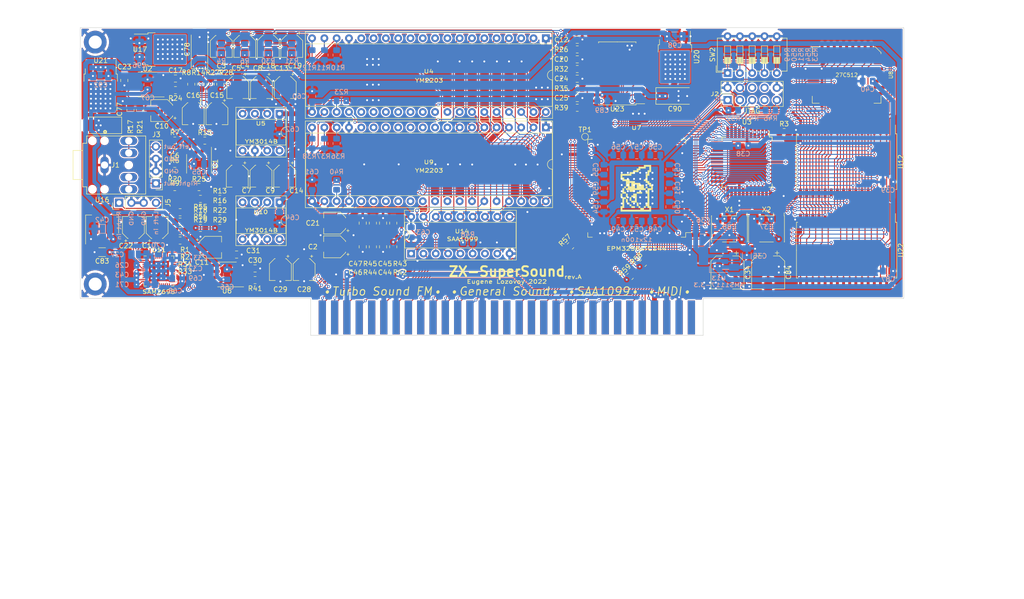
<source format=kicad_pcb>
(kicad_pcb (version 20211014) (generator pcbnew)
  (title_block (title "ZX-SUPERSOUND") (date "2022-06-02") (rev "A") (company "Eugene Lozovoy"))
  (layers (0 "F.Cu" signal) (31 "B.Cu" signal) (34 "B.Paste" user) (35 "F.Paste" user) (36 "B.SilkS" user "B.Silkscreen") (37 "F.SilkS" user "F.Silkscreen") (38 "B.Mask" user) (39 "F.Mask" user) (44 "Edge.Cuts" user))
  (net 0 "")
  (net 1 "GND")
  (net 2 "+5V")
  (net 3 "+3V3")
  (net 4 "/CLK32")
  (net 5 "Net-(R26-Pad2)")
  (net 6 "Net-(R32-Pad2)")
  (net 7 "Net-(R35-Pad2)")
  (net 8 "Net-(R39-Pad2)")
  (net 9 "/CFG4")
  (net 10 "/CFG3")
  (net 14 "+5VA")
  (net 15 "/GA10")
  (net 16 "/~{GIORQ}")
  (net 17 "/GA9")
  (net 18 "/~{GMREQ}")
  (net 19 "/GA8")
  (net 20 "/GA7")
  (net 21 "/GA6")
  (net 22 "/~{GINT}")
  (net 23 "/GA5")
  (net 24 "/GD1")
  (net 25 "/GA4")
  (net 26 "/GD0")
  (net 27 "/GA3")
  (net 28 "/GD7")
  (net 29 "/GA2")
  (net 30 "/GD2")
  (net 31 "/GA1")
  (net 32 "/GA0")
  (net 33 "/GD6")
  (net 34 "/GD5")
  (net 35 "/GD3")
  (net 36 "/~{GM1}")
  (net 37 "/GD4")
  (net 38 "/~{GRESET}")
  (net 39 "/GCLK")
  (net 40 "/GA15")
  (net 41 "/GA14")
  (net 42 "/GA13")
  (net 43 "/~{GWR}")
  (net 44 "/GA12")
  (net 45 "/~{GRD}")
  (net 46 "/GA11")
  (net 47 "/YM_M")
  (net 48 "/AA0")
  (net 49 "/SAA_CLK")
  (net 50 "/~{SAA_CS}")
  (net 51 "/~{GROM}")
  (net 52 "+12V")
  (net 53 "/GMA17")
  (net 54 "/GMA18")
  (net 55 "/GMA16")
  (net 56 "/GMA15")
  (net 57 "/SAA_L")
  (net 58 "/SAA_R")
  (net 59 "Net-(C15-Pad1)")
  (net 60 "/FM1")
  (net 61 "/FM2")
  (net 62 "Net-(C1-Pad2)")
  (net 63 "Net-(C2-Pad2)")
  (net 64 "/GCH0")
  (net 65 "Net-(C3-Pad2)")
  (net 66 "/GCH1")
  (net 67 "Net-(C4-Pad2)")
  (net 68 "Net-(C5-Pad2)")
  (net 69 "Net-(C6-Pad2)")
  (net 70 "Net-(C7-Pad2)")
  (net 71 "Net-(C8-Pad2)")
  (net 72 "Net-(C9-Pad2)")
  (net 73 "Net-(C10-Pad2)")
  (net 74 "Net-(C13-Pad2)")
  (net 75 "/GCH2")
  (net 76 "/GCH3")
  (net 77 "Net-(C18-Pad2)")
  (net 78 "Net-(C23-Pad1)")
  (net 79 "Net-(C26-Pad1)")
  (net 80 "Net-(R23-Pad1)")
  (net 81 "/GDAC0")
  (net 82 "/GDAC1")
  (net 83 "/GDAC2")
  (net 84 "/GDAC3")
  (net 85 "/CFG0")
  (net 86 "/CFG1")
  (net 87 "/CFG2")
  (net 88 "/AD1")
  (net 89 "/AD2")
  (net 90 "/AD3")
  (net 91 "/AD4")
  (net 92 "/AD5")
  (net 93 "/AD6")
  (net 94 "/AD7")
  (net 95 "/~{AWR}")
  (net 96 "/~{ARD}")
  (net 97 "/AD0")
  (net 98 "+3.3VA")
  (net 99 "/MIDI_R")
  (net 100 "/MIDI_L")
  (net 101 "/MIDI_IN")
  (net 102 "/~{YM1_CS}")
  (net 103 "/~{YM2_CS}")
  (net 104 "/MIDI_CLK")
  (net 105 "/AY_C2")
  (net 106 "/AY_C1")
  (net 107 "/AY_B2")
  (net 108 "/AY_B1")
  (net 109 "/AY_A2")
  (net 110 "/AY_A1")
  (net 111 "/FM1_ENA")
  (net 112 "Net-(C11-Pad2)")
  (net 113 "Net-(C14-Pad2)")
  (net 114 "Net-(C16-Pad1)")
  (net 115 "Net-(C19-Pad2)")
  (net 116 "Net-(C21-Pad2)")
  (net 117 "Net-(C22-Pad2)")
  (net 118 "Net-(C28-Pad1)")
  (net 119 "Net-(C29-Pad1)")
  (net 120 "Net-(C31-Pad1)")
  (net 121 "Net-(C32-Pad1)")
  (net 122 "Net-(C44-Pad1)")
  (net 123 "Net-(C45-Pad1)")
  (net 124 "Net-(R15-Pad2)")
  (net 125 "Net-(R19-Pad1)")
  (net 126 "Net-(R20-Pad2)")
  (net 127 "Net-(R24-Pad1)")
  (net 128 "Net-(R40-Pad1)")
  (net 129 "Net-(R41-Pad1)")
  (net 130 "Net-(R48-Pad1)")
  (net 131 "Net-(U4-Pad22)")
  (net 132 "Net-(U4-Pad39)")
  (net 133 "Net-(U10-Pad5)")
  (net 134 "Net-(U10-Pad3)")
  (net 135 "/FM2_ENA")
  (net 153 "D2")
  (net 154 "A8")
  (net 155 "~{WAIT}")
  (net 156 "A12")
  (net 157 "A9")
  (net 158 "A11")
  (net 159 "A10")
  (net 160 "~{IORQ}")
  (net 161 "D7")
  (net 162 "~{WR}")
  (net 163 "D6")
  (net 164 "~{RD}")
  (net 165 "D5")
  (net 166 "A13")
  (net 167 "D4")
  (net 168 "D3")
  (net 169 "A15")
  (net 170 "A14")
  (net 172 "A7")
  (net 173 "A6")
  (net 174 "A4")
  (net 175 "A3")
  (net 176 "A2")
  (net 177 "A1")
  (net 178 "A0")
  (net 179 "A5")
  (net 180 "D0")
  (net 181 "D1")
  (net 246 "/TCK")
  (net 247 "/TDO")
  (net 248 "/TMS")
  (net 249 "/TDI")
  (net 253 "~{DOS}")
  (net 255 "~{IORQGE}")
  (net 257 "~{M1}")
  (net 258 "~{RSTBUS}")
  (net 259 "/~{RST}")
  (net 260 "+5VA_1")
  (net 261 "+5VA_2")
  (net 262 "/~{GRAM2}")
  (net 271 "/~{GRAM1}")
  (net 275 "/SND_R")
  (net 276 "/SND_L")
  (net 277 "/IN_R")
  (net 278 "/IN_L")
  (net 279 "Net-(R1-Pad1)")
  (net 280 "~{IODOS}")
  (net 281 "/CLKx")
  (net 282 "Net-(TP1-Pad1)")
  (footprint "Resistor_SMD:R_0805_2012Metric_Pad1.20x1.40mm_HandSolder" (layer "F.Cu") (at 203.9 83.2 180)
    (fp_text reference "R3")
    (fp_text value "2.2k")
  )
  (footprint "Package_DIP:DIP-40_W15.24mm_Socket" (layer "F.Cu") (at 154.7 82.24 -90)
    (fp_text reference "U9")
    (fp_text value "YM2203")
  )
  (footprint "Resistor_SMD:R_0805_2012Metric_Pad1.20x1.40mm_HandSolder" (layer "F.Cu") (at 119 102 90)
    (fp_text reference "R45")
    (fp_text value "1k")
  )
  (footprint "Resistor_SMD:R_0805_2012Metric_Pad1.20x1.40mm_HandSolder" (layer "F.Cu") (at 119 106.9 -90)
    (fp_text reference "R44")
    (fp_text value "1k")
  )
  (footprint "Resistor_SMD:R_0805_2012Metric_Pad1.20x1.40mm_HandSolder" (layer "F.Cu") (at 123.2 102 90)
    (fp_text reference "R43")
    (fp_text value "1k")
  )
  (footprint "Resistor_SMD:R_0805_2012Metric_Pad1.20x1.40mm_HandSolder" (layer "F.Cu") (at 87.4 101)
    (fp_text reference "R22")
    (fp_text value "47k")
  )
  (footprint "Resistor_SMD:R_0805_2012Metric_Pad1.20x1.40mm_HandSolder" (layer "F.Cu") (at 85.5 73.3 -90)
    (fp_text reference "R27")
    (fp_text value "47k")
  )
  (footprint "Resistor_SMD:R_0805_2012Metric_Pad1.20x1.40mm_HandSolder" (layer "F.Cu") (at 87.4 103)
    (fp_text reference "R29")
    (fp_text value "24k")
  )
  (footprint "Resistor_SMD:R_0805_2012Metric_Pad1.20x1.40mm_HandSolder" (layer "F.Cu") (at 87.5 73.3 -90)
    (fp_text reference "R28")
    (fp_text value "24k")
  )
  (footprint "Resistor_SMD:R_0805_2012Metric_Pad1.20x1.40mm_HandSolder" (layer "F.Cu") (at 83.5 73.3 -90)
    (fp_text reference "R14")
    (fp_text value "47k")
  )
  (footprint "Resistor_SMD:R_0805_2012Metric_Pad1.20x1.40mm_HandSolder" (layer "F.Cu") (at 87.4 99)
    (fp_text reference "R16")
    (fp_text value "47k")
  )
  (footprint "Resistor_SMD:R_0805_2012Metric_Pad1.20x1.40mm_HandSolder" (layer "F.Cu") (at 81.5 73.3 -90)
    (fp_text reference "R8")
    (fp_text value "24k")
  )
  (footprint "Resistor_SMD:R_0805_2012Metric_Pad1.20x1.40mm_HandSolder" (layer "F.Cu") (at 87.4 97)
    (fp_text reference "R13")
    (fp_text value "24k")
  )
  (footprint "Capacitor_SMD:C_0805_2012Metric_Pad1.18x1.45mm_HandSolder" (layer "F.Cu") (at 116.9 102 90)
    (fp_text reference "C47")
    (fp_text value "10n")
  )
  (footprint "Capacitor_SMD:C_0805_2012Metric_Pad1.18x1.45mm_HandSolder" (layer "F.Cu") (at 67.675 72.5275 -90)
    (fp_text reference "C23")
    (fp_text value "2.2n")
  )
  (footprint "Capacitor_SMD:C_0805_2012Metric_Pad1.18x1.45mm_HandSolder" (layer "F.Cu") (at 94.675 111.3725)
    (fp_text reference "C30")
    (fp_text value "100n")
  )
  (footprint "Capacitor_SMD:C_0805_2012Metric_Pad1.18x1.45mm_HandSolder" (layer "F.Cu") (at 90.8625 108.5)
    (fp_text reference "C31")
    (fp_text value "2.2n")
  )
  (footprint "Resistor_SMD:R_0805_2012Metric_Pad1.20x1.40mm_HandSolder" (layer "F.Cu") (at 83.4 103)
    (fp_text reference "R19")
    (fp_text value "10k")
  )
  (footprint "Resistor_SMD:R_0805_2012Metric_Pad1.20x1.40mm_HandSolder" (layer "F.Cu") (at 70.9 78.7 90)
    (fp_text reference "R21")
    (fp_text value "10k")
  )
  (footprint "Package_DIP:DIP-8_W7.62mm_Socket" (layer "F.Cu") (at 99.72 79.4 -90)
    (fp_text reference "U5")
    (fp_text value "YM3014B")
  )
  (footprint "Capacitor_SMD:C_0805_2012Metric_Pad1.18x1.45mm_HandSolder" (layer "F.Cu") (at 78.2375 72.1275)
    (fp_text reference "C17")
    (fp_text value "100n")
  )
  (footprint "Package_DIP:DIP-18_W7.62mm_Socket" (layer "F.Cu") (at 126.9 108.3 90)
    (fp_text reference "U14")
    (fp_text value "SAA1099")
  )
  (footprint "Capacitor_SMD:CP_Elec_4x5.4" (layer "F.Cu") (at 92.55 65.5 -90)
    (fp_text reference "C4")
    (fp_text value "10u")
  )
  (footprint "Capacitor_SMD:CP_Elec_4x5.4" (layer "F.Cu") (at 100.9 74 -90)
    (fp_text reference "C13")
    (fp_text value "10u")
  )
  (footprint "Capacitor_SMD:CP_Elec_4x5.4" (layer "F.Cu") (at 95.9 92.3 -90)
    (fp_text reference "C9")
    (fp_text value "10u")
  )
  (footprint "Capacitor_SMD:CP_Elec_4x5.4" (layer "F.Cu") (at 96 74 -90)
    (fp_text reference "C8")
    (fp_text value "10u")
  )
  (footprint "Capacitor_SMD:CP_Elec_4x5.4" (layer "F.Cu") (at 75.4 78.75 180)
    (fp_text reference "C10")
    (fp_text value "10u")
  )
  (footprint "Capacitor_SMD:CP_Elec_4x5.4" (layer "F.Cu") (at 91 92.3 -90)
    (fp_text reference "C7")
    (fp_text value "10u")
  )
  (footprint "Capacitor_SMD:CP_Elec_4x5.4" (layer "F.Cu") (at 111.1 102 180)
    (fp_text reference "C21")
    (fp_text value "10u")
  )
  (footprint "Resistor_SMD:R_0805_2012Metric_Pad1.20x1.40mm_HandSolder" (layer "F.Cu") (at 78.1 87.4 180)
    (fp_text reference "R5")
    (fp_text value "47k")
  )
  (footprint "Resistor_SMD:R_0805_2012Metric_Pad1.20x1.40mm_HandSolder" (layer "F.Cu") (at 78.1 94.55)
    (fp_text reference "R20")
    (fp_text value "2.2k")
  )
  (footprint "Resistor_SMD:R_0805_2012Metric_Pad1.20x1.40mm_HandSolder" (layer "F.Cu") (at 79.2 105.6 180)
    (fp_text reference "R33")
    (fp_text value "10k")
  )
  (footprint "Package_SO:SOIC-8_3.9x4.9mm_P1.27mm" (layer "F.Cu") (at 72.475 73.365 180)
    (fp_text reference "U2")
    (fp_text value "MCP602")
  )
  (footprint "Capacitor_SMD:CP_Elec_4x5.4" (layer "F.Cu") (at 100.8 92.3 -90)
    (fp_text reference "C14")
    (fp_text value "10u")
  )
  (footprint "Resistor_SMD:R_0805_2012Metric_Pad1.20x1.40mm_HandSolder" (layer "F.Cu") (at 161.1875 74.165)
    (fp_text reference "R35")
    (fp_text value "2.2k")
  )
  (footprint "Resistor_SMD:R_0805_2012Metric_Pad1.20x1.40mm_HandSolder" (layer "F.Cu") (at 161.1875 78.165)
    (fp_text reference "R39")
    (fp_text value "2.2k")
  )
  (footprint "Capacitor_SMD:C_0805_2012Metric_Pad1.18x1.45mm_HandSolder" (layer "F.Cu") (at 161.1875 72.165)
    (fp_text reference "C24")
    (fp_text value "1n")
  )
  (footprint "Capacitor_SMD:C_0805_2012Metric_Pad1.18x1.45mm_HandSolder" (layer "F.Cu") (at 161.1875 76.165)
    (fp_text reference "C25")
    (fp_text value "1n")
  )
  (footprint "Capacitor_SMD:C_0805_2012Metric_Pad1.18x1.45mm_HandSolder" (layer "F.Cu") (at 161.1875 64.115)
    (fp_text reference "C12")
    (fp_text value "1n")
  )
  (footprint "Capacitor_SMD:C_0805_2012Metric_Pad1.18x1.45mm_HandSolder" (layer "F.Cu") (at 161.1875 68.165)
    (fp_text reference "C20")
    (fp_text value "1n")
  )
  (footprint "Oscillator:Oscillator_SMD_SeikoEpson_SG8002CA-4Pin_7.0x5.0mm" (layer "F.Cu") (at 192.6 103.2 180)
    (fp_text reference "X1")
    (fp_text value "32MHz")
  )
  (footprint "mygraphic:black-mage-9.6x6.5" (layer "F.Cu") (at 173.47 94.8)
    (fp_text reference "LOGO1" hide)
    (fp_text value "graphic" hide)
  )
  (footprint "Capacitor_SMD:CP_Elec_4x5.4" (layer "F.Cu") (at 91.1 74 -90)
    (fp_text reference "C5")
    (fp_text value "10u")
  )
  (footprint "Package_SO:SOIC-8_3.9x4.9mm_P1.27mm" (layer "F.Cu") (at 83.1 89.75 -90)
    (fp_text reference "U1")
    (fp_text value "MCP602")
  )
  (footprint "Capacitor_SMD:C_0805_2012Metric_Pad1.18x1.45mm_HandSolder" (layer "F.Cu") (at 78.1 89.75)
    (fp_text reference "C6")
    (fp_text value "100n")
  )
  (footprint "Resistor_SMD:R_0805_2012Metric_Pad1.20x1.40mm_HandSolder" (layer "F.Cu") (at 83.1 94.55)
    (fp_text reference "R25")
    (fp_text value "24k")
  )
  (footprint "Connector_PinHeader_2.54mm:PinHeader_2x05_P2.54mm_Vertical" (layer "F.Cu") (at 192.225 76.575 90)
    (fp_text reference "J2")
    (fp_text value "PinHeader" hide)
  )
  (footprint "Capacitor_SMD:CP_Elec_6.3x7.7" (layer "F.Cu") (at 192.2 112.2 -90)
    (fp_text reference "C34")
    (fp_text value "100u")
  )
  (footprint "Resistor_SMD:R_0805_2012Metric_Pad1.20x1.40mm_HandSolder" (layer "F.Cu") (at 78.1 92.1 180)
    (fp_text reference "R9")
    (fp_text value "27k")
  )
  (footprint "Capacitor_SMD:CP_Elec_4x5.4" (layer "F.Cu") (at 87.7 65.5 -90)
    (fp_text reference "C3")
    (fp_text value "10u")
  )
  (footprint "Package_DIP:DIP-8_W7.62mm_Socket" (layer "F.Cu") (at 99.72 97.7 -90)
    (fp_text reference "U10")
    (fp_text value "YM3014B")
  )
  (footprint "Package_DFN_QFN:QFN-48-1EP_6x6mm_P0.4mm_EP4.2x4.2mm" (layer "F.Cu") (at 74.8 111.9)
    (fp_text reference "U11")
    (fp_text value "SAM2695")
  )
  (footprint "Capacitor_SMD:CP_Elec_4x5.4" (layer "F.Cu") (at 81.9 79.4 -90)
    (fp_text reference "C16")
    (fp_text value "10u")
  )
  (footprint "Capacitor_SMD:CP_Elec_4x5.4" (layer "F.Cu") (at 104.8 111.6 -90)
    (fp_text reference "C28")
    (fp_text value "10u")
  )
  (footprint "Capacitor_SMD:CP_Elec_4x5.4" (layer "F.Cu") (at 99.9 111.6 -90)
    (fp_text reference "C29")
    (fp_text value "10u")
  )
  (footprint "Capacitor_SMD:CP_Elec_4x5.4" (layer "F.Cu") (at 111.1 106.9 180)
    (fp_text reference "C2")
    (fp_text value "10u")
  )
  (footprint "Capacitor_SMD:CP_Elec_4x5.4" (layer "F.Cu") (at 102.25 65.5 -90)
    (fp_text reference "C19")
    (fp_text value "10u")
  )
  (footprint "Capacitor_SMD:CP_Elec_4x5.4" (layer "F.Cu") (at 97.4 65.5 -90)
    (fp_text reference "C18")
    (fp_text value "10u")
  )
  (footprint "Resistor_SMD:R_0805_2012Metric_Pad1.20x1.40mm_HandSolder" (layer "F.Cu") (at 79.2 99.75 180)
    (fp_text reference "R1")
    (fp_text value "24k")
  )
  (footprint "Resistor_SMD:R_0805_2012Metric_Pad1.20x1.40mm_HandSolder" (layer "F.Cu") (at 79.2 103.65 180)
    (fp_text reference "R34")
    (fp_text value "24k")
  )
  (footprint "Capacitor_SMD:CP_Elec_4x5.4" (layer "F.Cu") (at 69.55 102.9 90)
    (fp_text reference "C22")
    (fp_text value "10u")
  )
  (footprint "Capacitor_SMD:CP_Elec_4x5.4" (layer "F.Cu") (at 74.45 102.9 90)
    (fp_text reference "C1")
    (fp_text value "10u")
  )
  (footprint "Resistor_SMD:R_0805_2012Metric_Pad1.20x1.40mm_HandSolder" (layer "F.Cu") (at 94.675 113.7725)
    (fp_text reference "R41")
    (fp_text value "470")
  )
  (footprint "Resistor_SMD:R_0805_2012Metric_Pad1.20x1.40mm_HandSolder" (layer "F.Cu") (at 78.2375 74.5275)
    (fp_text reference "R24")
    (fp_text value "470")
  )
  (footprint "Resistor_SMD:R_0805_2012Metric_Pad1.20x1.40mm_HandSolder" (layer "F.Cu") (at 79.2 101.7 180)
    (fp_text reference "R2")
    (fp_text value "10k")
  )
  (footprint "Resistor_SMD:R_0805_2012Metric_Pad1.20x1.40mm_HandSolder" (layer "F.Cu") (at 68.95 78.7 90)
    (fp_text reference "R17")
    (fp_text value "10k")
  )
  (footprint "Capacitor_SMD:CP_Elec_4x5.4" (layer "F.Cu") (at 85.5 107)
    (fp_text reference "C11")
    (fp_text value "10u")
  )
  (footprint "Resistor_SMD:R_0805_2012Metric_Pad1.20x1.40mm_HandSolder" (layer "F.Cu") (at 83.4 101)
    (fp_text reference "R18")
    (fp_text value "10k")
  )
  (footprint "Package_QFP:TQFP-144_20x20mm_P0.5mm" (layer "F.Cu") (at 173.47 94.8 180)
    (fp_text reference "U7")
    (fp_text value "EPM3256ATC144")
  )
  (footprint "Resistor_SMD:R_0805_2012Metric_Pad1.20x1.40mm_HandSolder" (layer "F.Cu") (at 123.2 106.9 90)
    (fp_text reference "R42")
    (fp_text value "1k")
  )
  (footprint "Capacitor_SMD:CP_Elec_4x5.4" (layer "F.Cu") (at 86.8 79.4 -90)
    (fp_text reference "C15")
    (fp_text value "10u")
  )
  (footprint "Package_DIP:DIP-40_W15.24mm_Socket" (layer "F.Cu") (at 154.7 63.8 -90)
    (fp_text reference "U4")
    (fp_text value "YM2203")
  )
  (footprint "Resistor_SMD:R_0805_2012Metric_Pad1.20x1.40mm_HandSolder" (layer "F.Cu") (at 78.1 84.95)
    (fp_text reference "R7")
    (fp_text value "2.2k")
  )
  (footprint "Resistor_SMD:R_0805_2012Metric_Pad1.20x1.40mm_HandSolder" (layer "F.Cu") (at 161.1875 70.165)
    (fp_text reference "R32")
    (fp_text value "2.2k")
  )
  (footprint "Resistor_SMD:R_0805_2012Metric_Pad1.20x1.40mm_HandSolder" (layer "F.Cu") (at 161.1875 66.115)
    (fp_text reference "R26")
    (fp_text value "2.2k")
  )
  (footprint "Capacitor_SMD:C_0805_2012Metric_Pad1.18x1.45mm_HandSolder" (layer "F.Cu") (at 121.1 106.9 -90)
    (fp_text reference "C44")
    (fp_text value "10n")
  )
  (footprint "Capacitor_SMD:C_0805_2012Metric_Pad1.18x1.45mm_HandSolder" (layer "F.Cu") (at 121.1 102 90)
    (fp_text reference "C45")
    (fp_text value "10n")
  )
  (footprint "Capacitor_SMD:C_0805_2012Metric_Pad1.18x1.45mm_HandSolder" (layer "F.Cu") (at 116.9 106.9 -90)
    (fp_text reference "C46")
    (fp_text value "10n")
  )
  (footprint "Resistor_SMD:R_0805_2012Metric_Pad1.20x1.40mm_HandSolder" (layer "F.Cu") (at 84.3 84.95)
    (fp_text reference "R15")
    (fp_text value "24k")
  )
  (footprint "Package_SO:SOIC-8_3.9x4.9mm_P1.27mm" (layer "F.Cu") (at 88.875 112.61 180)
    (fp_text reference "U6")
    (fp_text value "MCP602")
  )
  (footprint "my:PLCC-32_11.4x14.0mm_P1.27mm-longpads" (layer "F.Cu") (at 216.8 71.4 -90)
    (fp_text reference "U8")
    (fp_text value "27C512")
  )
  (footprint "Package_TO_SOT_SMD:SOT-223-3_TabPin2" (layer "F.Cu") (at 63.1 102.2375 90)
    (fp_text reference "U16")
    (fp_text value "AMS1117-3.3")
  )
  (footprint "Package_TO_SOT_SMD:TO-252-2" (layer "F.Cu") (at 181.35 67.625 -90)
    (fp_text reference "U20")
    (fp_text value "NCP1117-5.0_TO252")
  )
  (footprint "MountingHole:MountingHole_2.7mm_M2.5_DIN965_Pad" (layer "F.Cu") (at 61.675 64.6)
    (fp_text reference "H2" hide)
    (fp_text value "MountingHole_Pad" hide)
  )
  (footprint "Connector_PinHeader_2.54mm:PinHeader_1x04_P2.54mm_Vertical" (layer "F.Cu") (at 74.2 93.8 180)
    (fp_text reference "J3")
    (fp_text value "Conn_01x04")
  )
  (footprint "my:TQFP-44_14x14mm_P0.8mm" (layer "F.Cu") (at 196.25 89.4 -90)
    (fp_text reference "U3")
    (fp_text value "Z84C0020PEC ")
  )
  (footprint "Button_Switch_THT:SW_DIP_SPSTx05_Slide_6.7x14.26mm_W7.62mm_P2.54mm_LowProfile" (layer "F.Cu") (at 192.225 71 90)
    (fp_text reference "SW2")
    (fp_text value "SW_DIP_x05")
  )
  (footprint "Package_TO_SOT_SMD:TO-252-2" (layer "F.Cu") (at 75.025 66.125)
    (fp_text reference "U17")
    (fp_text value "NCP1117-5.0_TO252")
  )
  (footprint "Resistor_SMD:R_0805_2012Metric_Pad1.20x1.40mm_HandSolder" (layer "F.Cu") (at 172.092893 113.007107 -135)
    (fp_text reference "R59")
    (fp_text value "24k")
  )
  (footprint "Package_SO:SSOP-32_11.305x20.495mm_P1.27mm" (layer "F.Cu") (at 216.8 107.6 -90)
    (fp_text reference "U22")
    (fp_text value "AS6C4008-55SIN")
  )
  (footprint "Resistor_SMD:R_0805_2012Metric_Pad1.20x1.40mm_HandSolder" (layer "F.Cu") (at 174.8 110.3 45)
    (fp_text reference "R58")
    (fp_text value "10k")
  )
  (footprint "Oscillator:Oscillator_SMD_SeikoEpson_SG8002CA-4Pin_7.0x5.0mm" (layer "F.Cu") (at 200.26 103.2 180)
    (fp_text reference "X2")
    (fp_text value "??MHz")
  )
  (footprint "Capacitor_SMD:CP_Elec_6.3x7.7" (layer "F.Cu") (at 200.6 112.2 -90)
    (fp_text reference "C84")
    (fp_text value "100u")
  )
  (footprint "Package_SO:SSOP-32_11.305x20.495mm_P1.27mm" (layer "F.Cu") (at 216.8 89.3 -90)
    (fp_text reference "U12")
    (fp_text value "AS6C4008-55SIN")
  )
  (footprint "Resistor_SMD:R_0805_2012Metric_Pad1.20x1.40mm_HandSolder" (layer "F.Cu") (at 159.8 106.7 45)
    (fp_text reference "R57")
    (fp_text value "10k")
  )
  (footprint "Package_SO:SOIC-20W_7.5x12.8mm_P1.27mm" (layer "F.Cu") (at 169.45 71.065 180)
    (fp_text reference "U23")
    (fp_text value "74HC245")
  )
  (footprint "Capacitor_Tantalum_SMD:CP_EIA-6032-28_Kemet-C_Pad2.25x2.35mm_HandSolder" (layer "F.Cu") (at 181.35 75.725)
    (fp_text reference "C90")
    (fp_text value "47u/16V")
  )
  (footprint "Resistor_SMD:R_0805_2012Metric_Pad1.20x1.40mm_HandSolder" (layer "F.Cu") (at 83.4 97 180)
    (fp_text reference "R55")
    (fp_text value "24k")
  )
  (footprint "my:SWITCHCRAFT_35RAPC4BHN2" (layer "F.Cu") (at 64.6 90.0027 -90)
    (fp_text reference "J1")
    (fp_text value "PJ307")
  )
  (footprint "Resistor_SMD:R_0805_2012Metric_Pad1.20x1.40mm_HandSolder" (layer "F.Cu") (at 83.4 99 180)
    (fp_text reference "R56")
    (fp_text value "24k")
  )
  (footprint "Capacitor_Tantalum_SMD:CP_EIA-6032-28_Kemet-C_Pad2.25x2.35mm_HandSolder" (layer "F.Cu") (at 83.2 66.125 90)
    (fp_text reference "C78")
    (fp_text value "47u/16V")
  )
  (footprint "my:ZX_NEMO_EDGE" (layer "F.Cu") (at 106.15 117.56)
    (fp_text reference "J4" hide)
    (fp_text value "Conn_02x31_Row_Letter_First" hide)
  )
  (footprint "Package_TO_SOT_SMD:TO-252-2" (layer "F.Cu") (at 62.8 73.675 -90)
    (fp_text reference "U21")
    (fp_text value "NCP1117-5.0_TO252")
  )
  (footprint "MountingHole:MountingHole_2.7mm_M2.5_DIN965_Pad" (layer "F.Cu") (at 61.675 114.6)
    (fp_text reference "H1" hide)
    (fp_text value "MountingHole_Pad" hide)
  )
  (footprint "Capacitor_Tantalum_SMD:CP_EIA-6032-28_Kemet-C_Pad2.25x2.35mm_HandSolder" (layer "F.Cu") (at 63.2 81.8 180)
    (fp_text reference "C77")
    (fp_text value "47u/16V")
  )
  (footprint "Capacitor_SMD:C_1206_3216Metric_Pad1.33x1.80mm_HandSolder" (layer "F.Cu") (at 63.1 108 180)
    (fp_text reference "C83")
    (fp_text value "10u")
  )
  (footprint "TestPoint:TestPoint_Pad_D1.0mm" (layer "F.Cu") (at 162.8 84.14)
    (fp_text reference "TP1")
    (fp_text value "TestPoint" hide)
  )
  (footprint "Connector_PinHeader_2.54mm:PinHeader_1x04_P2.54mm_Vertical" (layer "F.Cu") (at 66.6 97.8 90)
    (fp_text reference "J5")
    (fp_text value "Conn_01x04")
  )
  (footprint "Capacitor_SMD:C_0805_2012Metric_Pad1.18x1.45mm_HandSolder" (layer "B.Cu") (at 106.45 75.7825 -90)
    (fp_text reference "C60")
    (fp_text value "100n")
  )
  (footprint "Capacitor_SMD:C_0805_2012Metric_Pad1.18x1.45mm_HandSolder" (layer "B.Cu") (at 99.725 82.55 90)
    (fp_text reference "C62")
    (fp_text value "100n")
  )
  (footprint "Resistor_SMD:R_0805_2012Metric_Pad1.20x1.40mm_HandSolder" (layer "B.Cu") (at 138.6 106 180)
    (fp_text reference "R48")
    (fp_text value "10k")
  )
  (footprint "Resistor_SMD:R_0805_2012Metric_Pad1.20x1.40mm_HandSolder" (layer "B.Cu") (at 109 85.55 90)
    (fp_text reference "R37")
    (fp_text value "3.3k")
  )
  (footprint "Capacitor_SMD:C_0805_2012Metric_Pad1.18x1.45mm_HandSolder" (layer "B.Cu") (at 225.3375 93.5)
    (fp_text reference "C39")
    (fp_text value "100n")
  )
  (footprint "Capacitor_SMD:C_0805_2012Metric_Pad1.18x1.45mm_HandSolder" (layer "B.Cu") (at 83.1 89.75)
    (fp_text reference "C65")
    (fp_text value "100n")
  )
  (footprint "Capacitor_SMD:C_0805_2012Metric_Pad1.18x1.45mm_HandSolder" (layer "B.Cu") (at 221.15 72.675)
    (fp_text reference "C40")
    (fp_text value "100n")
  )
  (footprint "Capacitor_SMD:C_0805_2012Metric_Pad1.18x1.45mm_HandSolder" (layer "B.Cu") (at 72.475 73.365 -90)
    (fp_text reference "C67")
    (fp_text value "100n")
  )
  (footprint "Capacitor_SMD:C_0805_2012Metric_Pad1.18x1.45mm_HandSolder" (layer "B.Cu") (at 106.45 94.1 -90)
    (fp_text reference "C61")
    (fp_text value "100n")
  )
  (footprint "Capacitor_SMD:C_0805_2012Metric_Pad1.18x1.45mm_HandSolder" (layer "B.Cu") (at 99.725 100.85 90)
    (fp_text reference "C64")
    (fp_text value "100n")
  )
  (footprint "Capacitor_SMD:C_0805_2012Metric_Pad1.18x1.45mm_HandSolder" (layer "B.Cu") (at 126.9 103.9 90)
    (fp_text reference "C63")
    (fp_text value "100n")
  )
  (footprint "Capacitor_SMD:C_0805_2012Metric_Pad1.18x1.45mm_HandSolder" (layer "B.Cu") (at 88.875 112.61 -90)
    (fp_text reference "C66")
    (fp_text value "100n")
  )
  (footprint "Resistor_SMD:R_0805_2012Metric_Pad1.20x1.40mm_HandSolder" (layer "B.Cu") (at 92.55 66 -90)
    (fp_text reference "R6")
    (fp_text value "24k")
  )
  (footprint "Resistor_SMD:R_0805_2012Metric_Pad1.20x1.40mm_HandSolder" (layer "B.Cu") (at 87.7 66 -90)
    (fp_text reference "R4")
    (fp_text value "24k")
  )
  (footprint "Resistor_SMD:R_0805_2012Metric_Pad1.20x1.40mm_HandSolder" (layer "B.Cu") (at 102.25 66 -90)
    (fp_text reference "R31")
    (fp_text value "24k")
  )
  (footprint "Resistor_SMD:R_0805_2012Metric_Pad1.20x1.40mm_HandSolder" (layer "B.Cu") (at 97.4 66 -90)
    (fp_text reference "R30")
    (fp_text value "24k")
  )
  (footprint "Resistor_SMD:R_0805_2012Metric_Pad1.20x1.40mm_HandSolder" (layer "B.Cu") (at 106.45 67.27 90)
    (fp_text reference "R12")
    (fp_text value "3.3k")
  )
  (footprint "Capacitor_SMD:C_0805_2012Metric_Pad1.18x1.45mm_HandSolder" (layer "B.Cu") (at 169.65 101.6)
    (fp_text reference "C49")
    (fp_text value "100n")
  )
  (footprint "Capacitor_SMD:C_0805_2012Metric_Pad1.18x1.45mm_HandSolder" (layer "B.Cu") (at 180.225 94.8 90)
    (fp_text reference "C51")
    (fp_text value "100n")
  )
  (footprint "Capacitor_SMD:C_0805_2012Metric_Pad1.18x1.45mm_HandSolder" (layer "B.Cu") (at 180.225 90.9375 90)
    (fp_text reference "C52")
    (fp_text value "100n")
  )
  (footprint "Capacitor_SMD:C_0805_2012Metric_Pad1.18x1.45mm_HandSolder" (layer "B.Cu") (at 173.47 101.6)
    (fp_text reference "C53")
    (fp_text value "100n")
  )
  (footprint "Capacitor_SMD:C_0805_2012Metric_Pad1.18x1.45mm_HandSolder" (layer "B.Cu") (at 166.7 98.6375 -90)
    (fp_text reference "C54")
    (fp_text value "100n")
  )
  (footprint "Capacitor_SMD:C_0805_2012Metric_Pad1.18x1.45mm_HandSolder" (layer "B.Cu") (at 169.65 87.95 180)
    (fp_text reference "C56")
    (fp_text value "100n")
  )
  (footprint "Capacitor_SMD:C_0805_2012Metric_Pad1.18x1.45mm_HandSolder" (layer "B.Cu") (at 173.47 87.95 180)
    (fp_text reference "C57")
    (fp_text value "100n")
  )
  (footprint "Capacitor_SMD:C_0805_2012Metric_Pad1.18x1.45mm_HandSolder" (layer "B.Cu") (at 177.3 87.95 180)
    (fp_text reference "C58")
    (fp_text value "100n")
  )
  (footprint "Capacitor_SMD:C_0805_2012Metric_Pad1.18x1.45mm_HandSolder" (layer "B.Cu") (at 166.7 94.8 -90)
    (fp_text reference "C59")
    (fp_text value "100n")
  )
  (footprint "Resistor_SMD:R_0805_2012Metric_Pad1.20x1.40mm_HandSolder" (layer "B.Cu") (at 111.5 67.27 90)
    (fp_text reference "R10")
    (fp_text value "3.3k")
  )
  (footprint "Resistor_SMD:R_0805_2012Metric_Pad1.20x1.40mm_HandSolder" (layer "B.Cu") (at 111.5 85.55 90)
    (fp_text reference "R36")
    (fp_text value "3.3k")
  )
  (footprint "Resistor_SMD:R_0805_2012Metric_Pad1.20x1.40mm_HandSolder" (layer "B.Cu") (at 106.45 85.55 90)
    (fp_text reference "R38")
    (fp_text value "3.3k")
  )
  (footprint "Resistor_SMD:R_0805_2012Metric_Pad1.20x1.40mm_HandSolder" (layer "B.Cu") (at 197.25 78.7)
    (fp_text reference "R47")
    (fp_text value "10k")
  )
  (footprint "Resistor_SMD:R_0805_2012Metric_Pad1.20x1.40mm_HandSolder" (layer "B.Cu") (at 193.4 78.7 180)
    (fp_text reference "R52")
    (fp_text value "10k")
  )
  (footprint "Capacitor_SMD:C_0805_2012Metric_Pad1.18x1.45mm_HandSolder" (layer "B.Cu") (at 71.2375 110.7)
    (fp_text reference "C26")
    (fp_text value "100n")
  )
  (footprint "Capacitor_SMD:C_0805_2012Metric_Pad1.18x1.45mm_HandSolder" (layer "B.Cu") (at 75.6 114.3 90)
    (fp_text reference "C68")
    (fp_text value "100n")
  )
  (footprint "Capacitor_SMD:C_0805_2012Metric_Pad1.18x1.45mm_HandSolder" (layer "B.Cu") (at 74.7 109.5 -90)
    (fp_text reference "C70")
    (fp_text value "100n")
  )
  (footprint "Capacitor_SMD:C_0805_2012Metric_Pad1.18x1.45mm_HandSolder" (layer "B.Cu") (at 71.2375 112.7)
    (fp_text reference "C43")
    (fp_text value "100n")
  )
  (footprint "Capacitor_SMD:C_0805_2012Metric_Pad1.18x1.45mm_HandSolder" (layer "B.Cu") (at 71.2375 114.7)
    (fp_text reference "C71")
    (fp_text value "100n")
  )
  (footprint "Capacitor_SMD:C_1206_3216Metric_Pad1.33x1.80mm_HandSolder" (layer "B.Cu") (at 70.71 108.5)
    (fp_text reference "C27")
    (fp_text value "10u")
  )
  (footprint "Capacitor_SMD:C_0805_2012Metric_Pad1.18x1.45mm_HandSolder" (layer "B.Cu") (at 78.6 111.4 180)
    (fp_text reference "C32")
    (fp_text value "100n")
  )
  (footprint "Capacitor_SMD:C_1206_3216Metric_Pad1.33x1.80mm_HandSolder" (layer "B.Cu") (at 79.125 109.2 180)
    (fp_text reference "C33")
    (fp_text value "10u")
  )
  (footprint "Resistor_SMD:R_0805_2012Metric_Pad1.20x1.40mm_HandSolder" (layer "B.Cu") (at 112.5 76.7125)
    (fp_text reference "R23")
    (fp_text value "1k")
  )
  (footprint "Capacitor_SMD:C_0805_2012Metric_Pad1.18x1.45mm_HandSolder" (layer "B.Cu") (at 195.45 86)
    (fp_text reference "C38")
    (fp_text value "100n")
  )
  (footprint "Resistor_SMD:R_0805_2012Metric_Pad1.20x1.40mm_HandSolder" (layer "B.Cu") (at 111.5 94.1 90)
    (fp_text reference "R40")
    (fp_text value "1k")
  )
  (footprint "Resistor_SMD:R_0805_2012Metric_Pad1.20x1.40mm_HandSolder" (layer "B.Cu") (at 192.22 67.2 -90)
    (fp_text reference "R49")
    (fp_text value "10k")
  )
  (footprint "Resistor_SMD:R_0805_2012Metric_Pad1.20x1.40mm_HandSolder" (layer "B.Cu") (at 194.76 67.2 -90)
    (fp_text reference "R50")
    (fp_text value "10k")
  )
  (footprint "Resistor_SMD:R_0805_2012Metric_Pad1.20x1.40mm_HandSolder" (layer "B.Cu") (at 197.3 67.2 -90)
    (fp_text reference "R51")
    (fp_text value "10k")
  )
  (footprint "Resistor_SMD:R_0805_2012Metric_Pad1.20x1.40mm_HandSolder" (layer "B.Cu") (at 109 67.27 90)
    (fp_text reference "R11")
    (fp_text value "3.3k")
  )
  (footprint "Capacitor_SMD:C_0805_2012Metric_Pad1.18x1.45mm_HandSolder" (layer "B.Cu") (at 177.3 101.6)
    (fp_text reference "C48")
    (fp_text value "100n")
  )
  (footprint "Package_TO_SOT_SMD:SOT-223-3_TabPin2" (layer "B.Cu") (at 190.4 108.8 180)
    (fp_text reference "U13")
    (fp_text value "AMS1117-3.3")
  )
  (footprint "Resistor_SMD:R_0805_2012Metric_Pad1.20x1.40mm_HandSolder" (layer "B.Cu") (at 201.1 78.7 180)
    (fp_text reference "R46")
    (fp_text value "10k")
  )
  (footprint "Capacitor_SMD:C_0805_2012Metric_Pad1.18x1.45mm_HandSolder" (layer "B.Cu") (at 180.225 98.6375 90)
    (fp_text reference "C50")
    (fp_text value "100n")
  )
  (footprint "Capacitor_SMD:C_0805_2012Metric_Pad1.18x1.45mm_HandSolder" (layer "B.Cu") (at 78.6 113.4 180)
    (fp_text reference "C69")
    (fp_text value "100n")
  )
  (footprint "Capacitor_SMD:C_0805_2012Metric_Pad1.18x1.45mm_HandSolder" (layer "B.Cu") (at 166.7 90.95 -90)
    (fp_text reference "C55")
    (fp_text value "100n")
  )
  (footprint "Capacitor_SMD:C_1206_3216Metric_Pad1.33x1.80mm_HandSolder" (layer "B.Cu") (at 63.1 103.2 180)
    (fp_text reference "C42")
    (fp_text value "10u")
  )
  (footprint "Capacitor_SMD:C_1206_3216Metric_Pad1.33x1.80mm_HandSolder" (layer "B.Cu") (at 62.8 71.6)
    (fp_text reference "C92")
    (fp_text value "10u")
  )
  (footprint "Capacitor_SMD:C_1206_3216Metric_Pad1.33x1.80mm_HandSolder" (layer "B.Cu") (at 181.35 63.425)
    (fp_text reference "C98")
    (fp_text value "10u")
  )
  (footprint "Capacitor_SMD:C_1206_3216Metric_Pad1.33x1.80mm_HandSolder" (layer "B.Cu") (at 187.2 103.35)
    (fp_text reference "C36")
    (fp_text value "10u")
  )
  (footprint "Capacitor_SMD:C_0805_2012Metric_Pad1.18x1.45mm_HandSolder" (layer "B.Cu") (at 192.6 101.1)
    (fp_text reference "C88")
    (fp_text value "100n")
  )
  (footprint "Capacitor_SMD:C_0805_2012Metric_Pad1.18x1.45mm_HandSolder" (layer "B.Cu") (at 200.26 101.1)
    (fp_text reference "C37")
    (fp_text value "100n")
  )
  (footprint "Resistor_SMD:R_0805_2012Metric_Pad1.20x1.40mm_HandSolder" (layer "B.Cu") (at 202.39 67.2 -90)
    (fp_text reference "R53")
    (fp_text value "10k")
  )
  (footprint "Capacitor_SMD:C_0805_2012Metric_Pad1.18x1.45mm_HandSolder" (layer "B.Cu") (at 225.3375 111.9)
    (fp_text reference "C87")
    (fp_text value "100n")
  )
  (footprint "Capacitor_SMD:C_1206_3216Metric_Pad1.33x1.80mm_HandSolder" (layer "B.Cu") (at 70.825 66.125 90)
    (fp_text reference "C96")
    (fp_text value "10u")
  )
  (footprint "Capacitor_SMD:C_1206_3216Metric_Pad1.33x1.80mm_HandSolder" (layer "B.Cu") (at 196.2 108.8 90)
    (fp_text reference "C35")
    (fp_text value "10u")
  )
  (footprint "Capacitor_SMD:C_0805_2012Metric_Pad1.18x1.45mm_HandSolder" (layer "B.Cu") (at 166.35 76.765 180)
    (fp_text reference "C89")
    (fp_text value "100n")
  )
  (footprint "Resistor_SMD:R_0805_2012Metric_Pad1.20x1.40mm_HandSolder" (layer "B.Cu") (at 199.84 67.2 -90)
    (fp_text reference "R54")
    (fp_text value "10k")
  )
  (gr_line (start 58.6 117.57) (end 58.6 61.6) (layer "Edge.Cuts") (width 0.1))
  (gr_line (start 106.15 125.19) (end 187.18 125.19) (layer "Edge.Cuts") (width 0.1))
  (gr_line (start 106.15 117.57) (end 106.15 125.19) (layer "Edge.Cuts") (width 0.1))
  (gr_line (start 228.6 117.57) (end 228.6 61.6) (layer "Edge.Cuts") (width 0.1))
  (gr_line (start 228.6 117.57) (end 187.18 117.57) (layer "Edge.Cuts") (width 0.1))
  (gr_line (start 187.18 117.57) (end 187.18 125.19) (layer "Edge.Cuts") (width 0.1))
  (gr_line (start 58.6 117.57) (end 106.15 117.57) (layer "Edge.Cuts") (width 0.1))
  (gr_line (start 58.6 61.6) (end 228.6 61.6) (layer "Edge.Cuts") (width 0.1))
  (gr_text "12x100n" (at 173.45 105.45) (layer "B.SilkS") (effects (font (size 0.8 1)) (justify mirror)))
  (gr_text "rev.A" (at 160.3 113.116) (layer "F.SilkS") (effects (font (size 0.8 1))))
  (gr_text "Eugene Lozovoy 2022" (at 146.657143 114.1) (layer "F.SilkS") (effects (font (size 0.8 1))))
  (gr_text "ZX-SuperSound" (at 146.657143 112) (layer "F.SilkS") (effects (font (size 2 2) (thickness 0.4))))
  (gr_text "•Turbo Sound FM• •General Sound• •SAA1099• •MIDI•" (at 108.347619 116.1) (layer "F.SilkS") (effects (font (size 1.7 1.7) (thickness 0.2) italic) (justify left)))
  (segment (start 197.72 101.1) (end 199.2225 101.1) (width 1) (layer "F.Cu") (net 1))
  (segment (start 182.79844 101.687913) (end 183.09548 101.984953) (width 0.2) (layer "F.Cu") (net 1))
  (segment (start 63.8 69.8) (end 64.125 69.475) (width 1) (layer "F.Cu") (net 1))
  (segment (start 183.09548 102.280131) (end 183.365349 102.55) (width 0.2) (layer "F.Cu") (net 1))
  (segment (start 209.9625 70.13) (end 211.62 70.13) (width 0.5) (layer "F.Cu") (net 1))
  (segment (start 200.6 114.9) (end 202.3 114.9) (width 0.8) (layer "F.Cu") (net 1))
  (segment (start 72.6 114.85) (end 72.6 114.1) (width 0.2) (layer "F.Cu") (net 1))
  (segment (start 71.85 112.9) (end 73.8 112.9) (width 0.2) (layer "F.Cu") (net 1))
  (segment (start 207.2505 102.775) (end 207.275 102.7505) (width 0.5) (layer "F.Cu") (net 1))
  (segment (start 62.8 81.8) (end 61.9 81.8) (width 1) (layer "F.Cu") (net 1))
  (segment (start 163.95 102.05) (end 164.2 102.3) (width 0.2) (layer "F.Cu") (net 1))
  (segment (start 166.77 104.1) (end 165.9 104.1) (width 0.5) (layer "F.Cu") (net 1))
  (segment (start 61.5375 106.7375) (end 61.5375 108) (width 1) (layer "F.Cu") (net 1))
  (segment (start 192.2 114.9) (end 190.8 114.9) (width 0.8) (layer "F.Cu") (net 1))
  (segment (start 182.92 91.05) (end 182.77 91.05) (width 0.2) (layer "F.Cu") (net 1))
  (segment (start 207.275 101.05) (end 206.4 101.05) (width 0.5) (layer "F.Cu") (net 1))
  (segment (start 209.9625 70.13) (end 208.330941 70.13) (width 0.5) (layer "F.Cu") (net 1))
  (segment (start 81.195 87.275) (end 81.195 86.755) (width 0.2) (layer "F.Cu") (net 1))
  (segment (start 77 114.1) (end 74.8 111.9) (width 0.2) (layer "F.Cu") (net 1))
  (segment (start 61 81.8) (end 62.4 80.8) (width 1) (layer "F.Cu") (net 1))
  (segment (start 73 114.85) (end 73 113.7) (width 0.2) (layer "F.Cu") (net 1))
  (segment (start 166.345 75.51) (end 164.8 75.51) (width 0.2) (layer "F.Cu") (net 1))
  (segment (start 77 109.7) (end 74.8 111.9) (width 0.2) (layer "F.Cu") (net 1))
  (segment (start 70.825 63.845) (end 72.645 63.845) (width 1) (layer "F.Cu") (net 1))
  (segment (start 183.09548 101.984953) (end 183.09548 102.280131) (width 0.2) (layer "F.Cu") (net 1))
  (segment (start 183.9 75.75) (end 182.1 75.75) (width 1) (layer "F.Cu") (net 1))
  (segment (start 184.1325 97.55) (end 182.92 97.55) (width 0.2) (layer "F.Cu") (net 1))
  (segment (start 77.75 109.7) (end 77 109.7) (width 0.2) (layer "F.Cu") (net 1))
  (segment (start 190.06 101.1) (end 191.5625 101.1) (width 1) (layer "F.Cu") (net 1))
  (segment (start 184.1325 91.05) (end 182.92 91.05) (width 0.2) (layer "F.Cu") (net 1))
  (segment (start 194.65 95.6) (end 194.65 94.05) (width 0.5) (layer "F.Cu") (net 1))
  (segment (start 73.8 110.9) (end 74.8 111.9) (width 0.2) (layer "F.Cu") (net 1))
  (segment (start 192.225 63.38) (end 202.385 63.38) (width 0.5) (layer "F.Cu") (net 1))
  (segment (start 73.3425 71.46) (end 72.475 72.3275) (width 0.5) (layer "F.Cu") (net 1))
  (segment (start 211.62 70.13) (end 211.65 70.1) (width 0.5) (layer "F.Cu") (net 1))
  (segment (start 172.22 84.95) (end 172.77 85.5) (width 0.2) (layer "F.Cu") (net 1))
  (segment (start 81.195 86.755) (end 81.2 86.75) (width 0.2) (layer "F.Cu") (net 1))
  (segment (start 193.6 75.41) (end 193.6 77.5) (width 0.2) (layer "F.Cu") (net 1))
  (segment (start 194.65 86.25) (end 194.65 98.35) (width 0.5) (layer "F.Cu") (net 1))
  (segment (start 163.87 96.55) (end 164.22 96.2) (width 0.2) (layer "F.Cu") (net 1))
  (segment (start 73.8 108.95) (end 73.8 110.9) (width 0.2) (layer "F.Cu") (net 1))
  (segment (start 168.72 84.1375) (end 168.72 85.35) (width 0.2) (layer "F.Cu") (net 1))
  (segment (start 163.67 88.05) (end 164.17 88.55) (width 0.2) (layer "F.Cu") (net 1))
  (segment (start 208.330941 70.13) (end 208.325941 70.125) (width 0.5) (layer "F.Cu") (net 1))
  (segment (start 194.4 86) (end 194.65 86.25) (width 0.5) (layer "F.Cu") (net 1))
  (segment (start 91.35 110.705) (end 89.7425 110.705) (width 0.5) (layer "F.Cu") (net 1))
  (segment (start 79.275 72.125) (end 79.3 72.1) (width 0.5) (layer "F.Cu") (net 1))
  (segment (start 72.6 114.1) (end 74.8 111.9) (width 0.2) (layer "F.Cu") (net 1))
  (segment (start 83.2 63.5625) (end 85 63.5625) (width 1) (layer "F.Cu") (net 1))
  (segment (start 71.85 110.9) (end 73.8 110.9) (width 0.2) (layer "F.Cu") (net 1))
  (segment (start 60.8 106) (end 61.5375 106.7375) (width 1) (layer "F.Cu") (net 1))
  (segment (start 69 63.85) (end 69.005 63.845) (width 1) (layer "F.Cu") (net 1))
  (segment (start 184.1325 87.55) (end 182.87 87.55) (width 0.2) (layer "F.Cu") (net 1))
  (segment (start 164.02 92.05) (end 164.17 92.05) (width 0.2) (layer "F.Cu") (net 1))
  (segment (start 67.685 73.565) (end 67.7 73.55) (width 0.5) (layer "F.Cu") (net 1))
  (segment (start 89.7425 110.705) (end 88.875 111.5725) (width 0.5) (layer "F.Cu") (net 1))
  (segment (start 72.6 109.7) (end 74.8 111.9) (width 0.2) (layer "F.Cu") (net 1))
  (segment (start 75.69 71.46) (end 74.95 71.46) (width 0.5) (layer "F.Cu") (net 1))
  (segment (start 74.6 114.85) (end 74.6 112.1) (width 0.2) (layer "F.Cu") (net 1))
  (segment (start 60.65 81.8) (end 61 81.8) (width 1) (layer "F.Cu") (net 1))
  (segment (start 61 81.8) (end 61.9 81.8) (width 1) (layer "F.Cu") (net 1))
  (segment (start 192.225 74.035) (end 193.6 75.41) (width 0.2) (layer "F.Cu") (net 1))
  (segment (start 184.1325 95.55) (end 182.92 95.55) (width 0.2) (layer "F.Cu") (net 1))
  (segment (start 81.2 85.44998) (end 81.2 86.75) (width 0.5) (layer "F.Cu") (net 1))
  (segment (start 206.4 101.05) (end 206.175 101.275) (width 0.5) (layer "F.Cu") (net 1))
  (segment (start 162.225 76.165) (end 162.25 76.165) (width 0.2) (layer "F.Cu") (net 1))
  (segment (start 67.675 73.565) (end 67.685 73.565) (width 0.5) (layer "F.Cu") (net 1))
  (segment (start 172.22 104.350003) (end 172.470003 104.1) (width 0.2) (layer "F.Cu") (net 1))
  (segment (start 194.65 95.6) (end 194.65 97.4) (width 0.5) (layer "F.Cu") (net 1))
  (segment (start 174.72 105.4625) (end 174.72 104.35) (width 0.2) (layer "F.Cu") (net 1))
  (segment (start 183.875 75.75) (end 182.1 76.7) (width 1) (layer "F.Cu") (net 1))
  (segment (start 172.46 65.35) (end 172.45 65.34) (width 0.5) (layer "F.Cu") (net 1))
  (segment (start 167.22 105.4625) (end 167.22 104.55) (width 0.2) (layer "F.Cu") (net 1))
  (segment (start 167.22 104.55) (end 166.77 104.1) (width 0.2) (layer "F.Cu") (net 1))
  (segment (start 183.365349 102.55) (end 184.1325 102.55) (width 0.2) (layer "F.Cu") (net 1))
  (segment (start 162.8075 88.05) (end 163.67 88.05) (width 0.2) (layer "F.Cu") (net 1))
  (segment (start 172.22 84.1375) (end 172.22 84.95) (width 0.2) (layer "F.Cu") (net 1))
  (segment (start 73.4 113.3) (end 74.8 111.9) (width 0.2) (layer "F.Cu") (net 1))
  (segment (start 69.005 63.845) (end 70.825 63.845) (width 1) (layer "F.Cu") (net 1))
  (segment (start 83.2 63.5625) (end 85 64.5875) (width 1) (layer "F.Cu") (net 1))
  (segment (start 77.0625 89.75) (end 77.05 89.75) (width 0.2) (layer "F.Cu") (net 1))
  (segment (start 73.8 112.9) (end 74.8 111.9) (width 0.2) (layer "F.Cu") (net 1))
  (segment (start 65.08 69.475) (end 65.08 70.92) (width 1) (layer "F.Cu") (net 1))
  (segment (start 73.4 114.85) (end 73.4 113.3) (width 0.2) (layer "F.Cu") (net 1))
  (segment (start 171.22 84.1375) (end 171.22 85) (width 0.2) (layer "F.Cu") (net 1))
  (segment (start 174.72 104.35) (end 174.47 104.1) (width 0.2) (layer "F.Cu") (net 1))
  (segment (start 207.275 102.7505) (end 207.275 101.05) (width 0.5) (layer "F.Cu") (net 1))
  (segment (start 207.275 82.75) (end 207.275 85.47098) (width 0.5) (layer "F.Cu") (net 1))
  (segment (start 71.85 112.1) (end 74.6 112.1) (width 0.2) (layer "F.Cu") (net 1))
  (segment (start 73 113.7) (end 74.8 111.9) (width 0.2) (layer "F.Cu") (net 1))
  (segment (start 60.8 105.3875) (end 60.8 106) (width 1) (layer "F.Cu") (net 1))
  (segment (start 72.645 63.845) (end 72.65 63.85) (width 1) (layer "F.Cu") (net 1))
  (segment (start 174.72 85.2) (end 174.42 85.5) (width 0.2) (layer "F.Cu") (net 1))
  (segment (start 83.2 63.5625) (end 83.225 63.5625) (width 1) (layer "F.Cu") (net 1))
  (segment (start 194.65 95.6) (end 194.65 98.35) (width 0.5) (layer "F.Cu") (net 1))
  (segment (start 174.72 84.1375) (end 174.72 85.2) (width 0.2) (layer "F.Cu") (net 1))
  (segment (start 166.35 75.515) (end 166.345 75.51) (width 0.2) (layer "F.Cu") (net 1))
  (segment (start 162.8075 92.05) (end 164.02 92.05) (width 0.2) (layer "F.Cu") (net 1))
  (segment (start 162.8075 102.05) (end 163.95 102.05) (width 0.2) (layer "F.Cu") (net 1))
  (segment (start 162.225 68.165) (end 162.25 68.165) (width 0.2) (layer "F.Cu") (net 1))
  (segment (start 171.22 85) (end 170.72 85.5) (width 0.2) (layer "F.Cu") (net 1))
  (segment (start 83.225 63.5625) (end 85 62.6125) (width 1) (layer "F.Cu") (net 1))
  (segment (start 182.215 117.315) (end 182.215 121.49) (width 1) (layer "F.Cu") (net 1))
  (segment (start 162.8075 96.55) (end 163.87 96.55) (width 0.2) (layer "F.Cu") (net 1))
  (segment (start 75.725 71.425) (end 75.69 71.46) (width 0.5) (layer "F.Cu") (net 1))
  (segment (start 62.8 69.8) (end 61.819511 69.8) (width 1) (layer "F.Cu") (net 1))
  (segment (start 70.825 63.845) (end 70.825 64.775) (width 1) (layer "F.Cu") (net 1))
  (segment (start 79.275 72.1275) (end 79.275 72.125) (width 0.5) (layer "F.Cu") (net 1))
  (segment (start 82 84.64998) (end 81.2 85.44998) (width 0.5) (layer "F.Cu") (net 1))
  (segment (start 174.1 65.35) (end 172.46 65.35) (width 0.5) (layer "F.Cu") (net 1))
  (segment (start 200.6 114.9) (end 199 114.9) (width 0.8) (layer "F.Cu") (net 1))
  (segment (start 64.125 69.475) (end 65.08 69.475) (width 1) (layer "F.Cu") (net 1))
  (segment (start 192.2 114.9) (end 193.8 114.9) (width 0.8) (layer "F.Cu") (net 1))
  (segment (start 71.85 113.3) (end 73.4 113.3) (width 0.2) (layer "F.Cu") (net 1))
  (segment (start 162.225 72.165) (end 162.25 72.165) (width 0.2) (layer "F.Cu") (net 1))
  (segment (start 61 81.8) (end 62.4 82.8) (width 1) (layer "F.Cu") (net 1))
  (segment (start 177.72 105.4625) (end 177.72 104.1) (width 0.2) (layer "F.Cu") (net 1))
  (segment (start 63.8 69.8) (end 62.8 69.8) (width 1) (layer "F.Cu") (net 1))
  (segment (start 207.275 85.47098) (end 207.24598 85.5) (width 0.5) (layer "F.Cu") (net 1))
  (segment (start 74.6 112.1) (end 74.8 111.9) (width 0.2) (layer "F.Cu") (net 1))
  (segment (start 72.6 108.95) (end 72.6 109.7) (width 0.2) (layer "F.Cu") (net 1))
  (segment (start 172.22 105.4625) (end 172.22 104.350003) (width 0.2) (layer "F.Cu") (net 1))
  (segment (start 65.08 70.92) (end 64.4 71.6) (width 1) (layer "F.Cu") (net 1))
  (segment (start 193.6 77.5) (end 192.4 78.7) (width 0.2) (layer "F.Cu") (net 1))
  (segment (start 207.275 82.75) (end 206.35 82.75) (width 0.5) (layer "F.Cu") (net 1))
  (segment (start 74.95 71.46) (end 73.3425 71.46) (width 0.5) (layer "F.Cu") (net 1))
  (segment (start 191.05 101.1) (end 191.04 101.1) (width 0.5) (layer "F.Cu") (net 1))
  (segment (start 183.9 75.75) (end 182.1 74.725) (width 1) (layer "F.Cu") (net 1))
  (segment (start 77.75 114.1) (end 77 114.1) (width 0.2) (layer "F.Cu") (net 1))
  (via (at 152.7 74) (size 0.8) (drill 0.4) (layers "F.Cu" "B.Cu") (net 1))
  (via (at 176.72 91.6) (size 0.8) (drill 0.4) (layers "F.Cu" "B.Cu") (net 1))
  (via (at 157.9 68) (size 0.8) (drill 0.4) (layers "F.Cu" "B.Cu") (net 1))
  (via (at 72.475 72.3275) (size 0.8) (drill 0.4) (layers "F.Cu" "B.Cu") (net 1))
  (via (at 199.2225 101.1) (size 0.8) (drill 0.4) (layers "F.Cu" "B.Cu") (net 1))
  (via (at 116.9 107.9375) (size 0.8) (drill 0.4) (layers "F.Cu" "B.Cu") (net 1))
  (via (at 172.91 97.95) (size 0.8) (drill 0.4) (layers "F.Cu" "B.Cu") (net 1))
  (via (at 75.3 112.4) (size 0.6) (drill 0.3) (layers "F.Cu" "B.Cu") (net 1))
  (via (at 172.91 95.41) (size 0.8) (drill 0.4) (layers "F.Cu" "B.Cu") (net 1))
  (via (at 150.9 99.7) (size 0.8) (drill 0.4) (layers "F.Cu" "B.Cu") (net 1))
  (via (at 99 77.4) (size 0.8) (drill 0.4) (layers "F.Cu" "B.Cu") (net 1))
  (via (at 182.1 75.75) (size 0.8) (drill 0.4) (layers "F.Cu" "B.Cu") (net 1))
  (via (at 158 63.2) (size 0.6) (drill 0.3) (layers "F.Cu" "B.Cu") (net 1))
  (via (at 85 63.5625) (size 0.8) (drill 0.4) (layers "F.Cu" "B.Cu") (net 1))
  (via (at 152.7 76.4) (size 0.8) (drill 0.4) (layers "F.Cu" "B.Cu") (net 1))
  (via (at 184.4 107.6) (size 0.8) (drill 0.4) (layers "F.Cu" "B.Cu") (net 1))
  (via (at 64.4 71.6) (size 0.8) (drill 0.4) (layers "F.Cu" "B.Cu") (net 1))
  (via (at 73.3 111.4) (size 0.6) (drill 0.3) (layers "F.Cu" "B.Cu") (net 1))
  (via (at 68.6 82.4) (size 0.8) (drill 0.4) (layers "F.Cu" "B.Cu") (net 1))
  (via (at 176.72 95.41) (size 0.8) (drill 0.4) (layers "F.Cu" "B.Cu") (net 1))
  (via (at 167.4 78.4) (size 0.8) (drill 0.4) (layers "F.Cu" "B.Cu") (net 1))
  (via (at 74.3 113.4) (size 0.6) (drill 0.3) (layers "F.Cu" "B.Cu") (net 1))
  (via (at 164.22 96.2) (size 0.8) (drill 0.4) (layers "F.Cu" "B.Cu") (net 1))
  (via (at 89.575 87.025) (size 0.8) (drill 0.4) (layers "F.Cu" "B.Cu") (net 1))
  (via (at 75.3 113.4) (size 0.6) (drill 0.3) (layers "F.Cu" "B.Cu") (net 1))
  (via (at 134.5 89.865) (size 0.8) (drill 0.4) (layers "F.Cu" "B.Cu") (net 1))
  (via (at 93.45 92.325) (size 0.8) (drill 0.4) (layers "F.Cu" "B.Cu") (net 1))
  (via (at 150.6 89.9) (size 0.8) (drill 0.4) (layers "F.Cu" "B.Cu") (net 1))
  (via (at 165.9 104.1) (size 0.8) (drill 0.4) (layers "F.Cu" "B.Cu") (net 1))
  (via (at 190 107.6) (size 0.8) (drill 0.4) (layers "F.Cu" "B.Cu") (net 1))
  (via (at 104.8 107.4) (size 0.8) (drill 0.4) (layers "F.Cu" "B.Cu") (net 1))
  (via (at 175.45 96.68) (size 0.8) (drill 0.4) (layers "F.Cu" "B.Cu") (net 1))
  (via (at 202.8 112.2) (size 0.8) (drill 0.4) (layers "F.Cu" "B.Cu") (net 1))
  (via (at 197.7 101.1) (size 0.8) (drill 0.4) (layers "F.Cu" "B.Cu") (net 1))
  (via (at 176.72 92.87) (size 0.8) (drill 0.4) (layers "F.Cu" "B.Cu") (net 1))
  (via (at 172.91 94.14) (size 0.8) (drill 0.4) (layers "F.Cu" "B.Cu") (net 1))
  (via (at 82.0625 89.75) (size 0.8) (drill 0.4) (layers "F.Cu" "B.Cu") (net 1))
  (via (at 187.5 104.5) (size 0.8) (drill 0.4) (layers "F.Cu" "B.Cu") (net 1))
  (via (at 182.92 97.55) (size 0.8) (drill 0.4) (layers "F.Cu" "B.Cu") (net 1))
  (via (at 164.2 102.3) (size 0.8) (drill 0.4) (layers "F.Cu" "B.Cu") (net 1))
  (via (at 205.2 112.2) (size 0.8) (drill 0.4) (layers "F.Cu" "B.Cu") (net 1))
  (via (at 211.65 70.1) (size 0.8) (drill 0.4) (layers "F.Cu" "B.Cu") (net 1))
  (via (at 175.1 79.4) (size 0.8) (drill 0.4) (layers "F.Cu" "B.Cu") (net 1))
  (via (at 164.22 98.8) (size 0.8) (drill 0.4) (layers "F.Cu" "B.Cu") (net 1))
  (via (at 169.1 76.775) (size 0.8) (drill 0.4) (layers "F.Cu" "B.Cu") (net 1))
  (via (at 184.575 63.4) (size 0.8) (drill 0.4) (layers "F.Cu" "B.Cu") (net 1))
  (via (at 172.470003 104.1) (size 0.8) (drill 0.4) (layers "F.Cu" "B.Cu") (net 1))
  (via (at 117.8 76.6) (size 0.8) (drill 0.4) (layers "F.Cu" "B.Cu") (net 1))
  (via (at 136.9 68.6) (size 0.8) (drill 0.4) (layers "F.Cu" "B.Cu") (net 1))
  (via (at 182.92 95.55) (size 0.8) (drill 0.4) (layers "F.Cu" "B.Cu") (net 1))
  (via (at 172.91 91.6) (size 0.8) (drill 0.4) (layers "F.Cu" "B.Cu") (net 1))
  (via (at 182.79844 101.687913) (size 0.8) (drill 0.4) (layers "F.Cu" "B.Cu") (net 1))
  (via (at 120.2 76.6) (size 0.8) (drill 0.4) (layers "F.Cu" "B.Cu") (net 1))
  (via (at 83.4 104.8) (size 0.8) (drill 0.4) (layers "F.Cu" "B.Cu") (net 1))
  (via (at 88.875 111.5725) (size 0.8) (drill 0.4) (layers "F.Cu" "B.Cu") (net 1))
  (via (at 184.4 108.5) (size 0.8) (drill 0.4) (layers "F.Cu" "B.Cu") (net 1))
  (via (at 164.17 92.05) (size 0.8) (drill 0.4) (layers "F.Cu" "B.Cu") (net 1))
  (via (at 98.35 94.75) (size 0.8) (drill 0.4) (layers "F.Cu" "B.Cu") (net 1))
  (via (at 81.9 81.5) (size 0.8) (drill 0.4) (layers "F.Cu" "B.Cu") (net 1))
  (via (at 169.77 104.1) (size 0.8) (drill 0.4) (layers "F.Cu" "B.Cu") (net 1))
  (via (at 172.77 85.5) (size 0.8) (drill 0.4) (layers "F.Cu" "B.Cu") (net 1))
  (via (at 170.37 96.68) (size 0.8) (drill 0.4) (layers "F.Cu" "B.Cu") (net 1))
  (via (at 170.37 91.6) (size 0.8) (drill 0.4) (layers "F.Cu" "B.Cu") (net 1))
  (via (at 84.1 112.7) (size 0.8) (drill 0.4) (layers "F.Cu" "B.Cu") (net 1))
  (via (at 182.675 63.4) (size 0.8) (drill 0.4) (layers "F.Cu" "B.Cu") (net 1))
  (via (at 168.72 85.35) (size 0.8) (drill 0.4) (layers "F.Cu" "B.Cu") (net 1))
  (via (at 76.3 112.4) (size 0.6) (drill 0.3) (layers "F.Cu" "B.Cu") (net 1))
  (via (at 190.05 101.1) (size 0.8) (drill 0.4) (layers "F.Cu" "B.Cu") (net 1))
  (via (at 182.1 76.7) (size 0.8) (drill 0.4) (layers "F.Cu" "B.Cu") (net 1))
  (via (at 106.45 93.05) (size 0.8) (drill 0.4) (layers "F.Cu" "B.Cu") (net 1))
  (via (at 86.5 86.7) (size 0.8) (drill 0.4) (layers "F.Cu" "B.Cu") (net 1))
  (via (at 72.65 63.85) (size 0.8) (drill 0.4) (layers "F.Cu" "B.Cu") (net 1))
  (via (at 208.325941 70.125) (size 0.8) (drill 0.4) (layers "F.Cu" "B.Cu") (net 1))
  (via (at 191.5625 101.1) (size 0.8) (drill 0.4) (layers "F.Cu" "B.Cu") (net 1))
  (via (at 174.47 104.1) (size 0.8) (drill 0.4) (layers "F.Cu" "B.Cu") (net 1))
  (via (at 162.25 68.165) (size 0.8) (drill 0.4) (layers "F.Cu" "B.Cu") (net 1))
  (via (at 204 111) (size 0.8) (drill 0.4) (layers "F.Cu" "B.Cu") (net 1))
  (via (at 92.1 110.7) (size 0.8) (drill 0.4) (layers "F.Cu" "B.Cu") (net 1))
  (via (at 99.825 64) (size 0.8) (drill 0.4) (layers "F.Cu" "B.Cu") (net 1))
  (via (at 158 87.8) (size 0.8) (drill 0.4) (layers "F.Cu" "B.Cu") (net 1))
  (via (at 153 89.9) (size 0.8) (drill 0.4) (layers "F.Cu" "B.Cu") (net 1))
  (via (at 60.8 105.3) (size 0.8) (drill 0.4) (layers "F.Cu" "B.Cu") (net 1))
  (via (at 85 64.5875) (size 0.8) (drill 0.4) (layers "F.Cu" "B.Cu") (net 1))
  (via (at 171.55 65.34) (size 0.8) (drill 0.4) (layers "F.Cu" "B.Cu") (net 1))
  (via (at 108.2 104.5) (size 0.8) (drill 0.4) (layers "F.Cu" "B.Cu") (net 1))
  (via (at 62.8 69.8) (size 0.8) (drill 0.4) (layers "F.Cu" "B.Cu") (net 1))
  (via (at 76.3 110.4) (size 0.6) (drill 0.3) (layers "F.Cu" "B.Cu") (net 1))
  (via (at 172.91 96.68) (size 0.8) (drill 0.4) (layers "F.Cu" "B.Cu") (net 1))
  (via (at 77.05 89.75) (size 0.8) (drill 0.4) (layers "F.Cu" "B.Cu") (net 1))
  (via (at 196.2 108.6) (size 0.8) (drill 0.4) (layers "F.Cu" "B.Cu") (net 1))
  (via (at 148.4 89.9) (size 0.8) (drill 0.4) (layers "F.Cu" "B.Cu") (net 1))
  (via (at 155.1 74) (size 0.8) (drill 0.4) (layers "F.Cu" "B.Cu") (net 1))
  (via (at 194.4 86) (size 0.8) (drill 0.4) (layers "F.Cu" "B.Cu") (net 1))
  (via (at 170.37 92.87) (size 0.8) (drill 0.4) (layers "F.Cu" "B.Cu") (net 1))
  (via (at 204 112.2) (size 0.8) (drill 0.4) (layers "F.Cu" "B.Cu") (net 1))
  (via (at 144.6 68.6) (size 0.8) (drill 0.4) (layers "F.Cu" "B.Cu") (net 1))
  (via (at 171.64 97.95) (size 0.8) (drill 0.4) (layers "F.Cu" "B.Cu") (net 1))
  (via (at 121.1 107.9375) (size 0.8) (drill 0.4) (layers "F.Cu" "B.Cu") (net 1))
  (via (at 166.35 75.515) (size 0.8) (drill 0.4) (layers "F.Cu" "B.Cu") (net 1))
  (via (at 85 62.6125) (size 0.8) (drill 0.4) (layers "F.Cu" "B.Cu") (net 1))
  (via (at 111.4 112.6) (size 0.8) (drill 0.4) (layers "F.Cu" "B.Cu") (net 1))
  (via (at 162.25 64.065) (size 0.8) (drill 0.4) (layers "F.Cu" "B.Cu") (net 1))
  (via (at 174.18 97.95) (size 0.8) (drill 0.4) (layers "F.Cu" "B.Cu") (net 1))
  (via (at 83.225 63.5625) (size 0.8) (drill 0.4) (layers "F.Cu" "B.Cu") (net 1))
  (via (at 69 63.85) (size 0.8) (drill 0.4) (layers "F.Cu" "B.Cu") (net 1))
  (via (at 93.55 76.45) (size 0.8) (drill 0.4) (layers "F.Cu" "B.Cu") (net 1))
  (via (at 162.25 76.165) (size 0.8) (drill 0.4) (layers "F.Cu" "B.Cu") (net 1))
  (via (at 128.2 109.8) (size 0.8) (drill 0.4) (layers "F.Cu" "B.Cu") (net 1))
  (via (at 103 76.4) (size 0.8) (drill 0.4) (layers "F.Cu" "B.Cu") (net 1))
  (via (at 192.6 104.5) (size 0.8) (drill 0.4) (layers "F.Cu" "B.Cu") (net 1))
  (via (at 117.8 68.1) (size 0.8) (drill 0.4) (layers "F.Cu" "B.Cu") (net 1))
  (via (at 67 101.8) (size 0.8) (drill 0.4) (layers "F.Cu" "B.Cu") (net 1))
  (via (at 172.45 65.34) (size 0.8) (drill 0.4) (layers "F.Cu" "B.Cu") (net 1))
  (via (at 99.9 114.05) (size 0.8) (drill 0.4) (layers "F.Cu" "B.Cu") (net 1))
  (via (at 117.2 89.865) (size 0.8) (drill 0.4) (layers "F.Cu" "B.Cu") (net 1))
  (via (at 120.2 69.3) (size 0.8) (drill 0.4) (layers "F.Cu" "B.Cu") (net 1))
  (via (at 144.6 106) (size 0.8) (drill 0.4) (layers "F.Cu" "B.Cu") (net 1))
  (via (at 176.72 96.68) (size 0.8) (drill 0.4) (layers "F.Cu" "B.Cu") (net 1))
  (via (at 104.8 114) (size 0.8) (drill 0.4) (layers "F.Cu" "B.Cu") (net 1))
  (via (at 99.725 83.6) (size 0.8) (drill 0.4) (layers "F.Cu" "B.Cu") (net 1))
  (via (at 147.1 68.6) (size 0.8) (drill 0.4) (layers "F.Cu" "B.Cu") (net 1))
  (via (at 164.9 94.05) (size 0.8) (drill 0.4) (layers "F.Cu" "B.Cu") (net 1))
  (via (at 165.42 85.8) (size 0.8) (drill 0.4) (layers "F.Cu" "B.Cu") (net 1))
  (via (at 76.5 106.5) (size 0.8) (drill 0.4) (layers "F.Cu" "B.Cu") (net 1))
  (via (at 137 89.865) (size 0.8) (drill 0.4) (layers "F.Cu" "B.Cu") (net 1))
  (via (at 164.17 88.55) (size 0.8) (drill 0.4) (layers "F.Cu" "B.Cu") (net 1))
  (via (at 119 69.3) (size 0.8) (drill 0.4) (layers "F.Cu" "B.Cu") (net 1))
  (via (at 86.7 81.5) (size 0.8) (drill 0.4) (layers "F.Cu" "B.Cu") (net 1))
  (via (at 174.18 94.14) (size 0.8) (drill 0.4) (layers "F.Cu" "B.Cu") (net 1))
  (via (at 103.65 86.825) (size 0.8) (drill 0.4) (layers "F.Cu" "B.Cu") (net 1))
  (via (at 131.9 89.865) (size 0.8) (drill 0.4) (layers "F.Cu" "B.Cu") (net 1))
  (via (at 176.72 94.14) (size 0.8) (drill 0.4) (layers "F.Cu" "B.Cu") (net 1))
  (via (at 103 75.4) (size 0.8) (drill 0.4) (layers "F.Cu" "B.Cu") (net 1))
  (via (at 95.725 111.375) (size 0.8) (drill 0.4) (layers "F.Cu" "B.Cu") (net 1))
  (via (at 206.35 82.75) (size 0.8) (drill 0.4) (layers "F.Cu" "B.Cu") (net 1))
  (via (at 74.3 111.4) (size 0.6) (drill 0.3) (layers "F.Cu" "B.Cu") (net 1))
  (via (at 197.9 107.3) (size 0.8) (drill 0.4) (layers "F.Cu" "B.Cu") (net 1))
  (via (at 192.4 78.7) (size 0.8) (drill 0.4) (layers "F.Cu" "B.Cu") (net 1))
  (via (at 73.3 113.4) (size 0.6) (drill 0.3) (layers "F.Cu" "B.Cu") (net 1))
  (via (at 121.1 100.9625) (size 0.8) (drill 0.4) (layers "F.Cu" "B.Cu") (net 1))
  (via (at 73.3 112.4) (size 0.6) (drill 0.3) (layers "F.Cu" "B.Cu") (net 1))
  (via (at 203.8 96.4) (size 0.8) (drill 0.4) (layers "F.Cu" "B.Cu") (net 1))
  (via (at 119 76.6) (size 0.8) (drill 0.4) (layers "F.Cu" "B.Cu") (net 1))
  (via (at 132.4 68.6) (size 0.8) (drill 0.4) (layers "F.Cu" "B.Cu") (net 1))
  (via (at 175.45 94.14) (size 0.8) (drill 0.4) (layers "F.Cu" "B.Cu") (net 1))
  (via (at 99.725 101.9) (size 0.8) (drill 0.4) (layers "F.Cu" "B.Cu") (net 1))
  (via (at 149.7 68.6) (size 0.8) (drill 0.4) (layers "F.Cu" "B.Cu") (net 1))
  (via (at 79.3 72.1) (size 0.8) (drill 0.4) (layers "F.Cu" "B.Cu") (net 1))
  (via (at 62.4 82.8) (size 0.8) (drill 0.4) (layers "F.Cu" "B.Cu") (net 1))
  (via (at 119 68.1) (size 0.8) (drill 0.4) (layers "F.Cu" "B.Cu") (net 1))
  (via (at 61.9 81.8) (size 0.8) (drill 0.4) (layers "F.Cu" "B.Cu") (net 1))
  (via (at 91.915 108.5) (size 0.8) (drill 0.4) (layers "F.Cu" "B.Cu") (net 1))
  (via (at 99.825 68) (size 0.8) (drill 0.4) (layers "F.Cu" "B.Cu") (net 1))
  (via (at 207.2505 102.775) (size 0.8) (drill 0.4) (layers "F.Cu" "B.Cu") (net 1))
  (via (at 75.725 71.425) (size 0.8) (drill 0.4) (layers "F.Cu" "B.Cu") (net 1))
  (via (at 171.64 91.6) (size 0.8) (drill 0.4) (layers "F.Cu" "B.Cu") (net 1))
  (via (at 194.65 97.4) (size 0.8) (drill 0.4) (layers "F.Cu" "B.Cu") (net 1))
  (via (at 207.24598 85.5) (size 0.8) (drill 0.4) (layers "F.Cu" "B.Cu") (net 1))
  (via (at 73.3 110.4) (size 0.6) (drill 0.3) (layers "F.Cu" "B.Cu") (net 1))
  (via (at 81.975 111.9) (size 0.6) (drill 0.3) (layers "F.Cu" "B.Cu") (net 1))
  (via (at 189.8 114.3) (size 0.8) (drill 0.4) (layers "F.Cu" "B.Cu") (net 1))
  (via (at 172.91 92.87) (size 0.8) (drill 0.4) (layers "F.Cu" "B.Cu") (net 1))
  (via (at 157.9 72.1) (size 0.8) (drill 0.4) (layers "F.Cu" "B.Cu") (net 1))
  (via (at 170.37 94.14) (size 0.8) (drill 0.4) (layers "F.Cu" "B.Cu") (net 1))
  (via (at 98.45 72.6) (size 0.8) (drill 0.4) (layers "F.Cu" "B.Cu") (net 1))
  (via (at 177.72 104.1) (size 0.8) (drill 0.4) (layers "F.Cu" "B.Cu") (net 1))
  (via (at 194.65 98.35) (size 0.8) (drill 0.4) (layers "F.Cu" "B.Cu") (net 1))
  (via (at 106.45 74.75) (size 0.8) (drill 0.4) (layers "F.Cu" "B.Cu") (net 1))
  (via (at 174.42 85.5) (size 0.8) (drill 0.4) (layers "F.Cu" "B.Cu") (net 1))
  (via (at 115 104.5) (size 0.8) (drill 0.4) (layers "F.Cu" "B.Cu") (net 1))
  (via (at 62.8 81.8) (size 0.8) (drill 0.4) (layers "F.Cu" "B.Cu") (net 1))
  (via (at 63.8 69.8) (size 0.8) (drill 0.4) (layers "F.Cu" "B.Cu") (net 1))
  (via (at 103 77.4) (size 0.8) (drill 0.4) (layers "F.Cu" "B.Cu") (net 1))
  (via (at 173.9 79.4) (size 0.8) (drill 0.4) (layers "F.Cu" "B.Cu") (net 1))
  (via (at 175.45 91.6) (size 0.8) (drill 0.4) (layers "F.Cu" "B.Cu") (net 1))
  (via (at 187.4 115.5) (size 0.8) (drill 0.4) (layers "F.Cu" "B.Cu") (net 1))
  (via (at 155.1 76.4) (size 0.8) (drill 0.4) (layers "F.Cu" "B.Cu") (net 1))
  (via (at 172 66.165) (size 0.8) (drill 0.4) (layers "F.Cu" "B.Cu") (net 1))
  (via (at 177.52 85.55) (size 0.8) (drill 0.4) (layers "F.Cu" "B.Cu") (net 1))
  (via (at 182.1 74.725) (size 0.8) (drill 0.4) (layers "F.Cu" "B.Cu") (net 1))
  (via (at 171.64 96.68) (size 0.8) (drill 0.4) (layers "F.Cu" "B.Cu") (net 1))
  (via (at 171.64 95.41) (size 0.8) (drill 0.4) (layers "F.Cu" "B.Cu") (net 1))
  (via (at 76.3 113.4) (size 0.6) (drill 0.3) (layers "F.Cu" "B.Cu") (net 1))
  (via (at 170.72 85.5) (size 0.8) (drill 0.4) (layers "F.Cu" "B.Cu") (net 1))
  (via (at 176.72 97.95) (size 0.8) (drill 0.4) (layers "F.Cu" "B.Cu") (net 1))
  (via (at 174.18 91.6) (size 0.8) (drill 0.4) (layers "F.Cu" "B.Cu") (net 1))
  (via (at 61.819511 69.8) (size 0.8) (drill 0.4) (layers "F.Cu" "B.Cu") (net 1))
  (via (at 74.6 81.4) (size 0.8) (drill 0.4) (layers "F.Cu" "B.Cu") (net 1))
  (via (at 171.64 94.14) (size 0.8) (drill 0.4) (layers "F.Cu" "B.Cu") (net 1))
  (via (at 75.3 110.4) (size 0.6) (drill 0.3) (layers "F.Cu" "B.Cu") (net 1))
  (via (at 182.77 91.05) (size 0.8) (drill 0.4) (layers "F.Cu" "B.Cu") (net 1))
  (via (at 77.6 76.6) (size 0.8) (drill 0.4) (layers "F.Cu" "B.Cu") (net 1))
  (via (at 187.4 114.3) (size 0.8) (drill 0.4) (layers "F.Cu" "B.Cu") (net 1))
  (via (at 75.3 111.4) (size 0.6) (drill 0.3) (layers "F.Cu" "B.Cu") (net 1))
  (via (at 189.8 115.5) (size 0.8) (drill 0.4) (layers "F.Cu" "B.Cu") (net 1))
  (via (at 174.18 96.68) (size 0.8) (drill 0.4) (layers "F.Cu" "B.Cu") (net 1))
  (via (at 119 73.4) (size 0.8) (drill 0.4) (layers "F.Cu" "B.Cu") (net 1))
  (via (at 170.37 95.41) (size 0.8) (drill 0.4) (layers "F.Cu" "B.Cu") (net 1))
  (via (at 183.875 75.75) (size 0.8) (drill 0.4) (layers "F.Cu" "B.Cu") (net 1))
  (via (at 188.6 115.5) (size 0.8) (drill 0.4) (layers "F.Cu" "B.Cu") (net 1))
  (via (at 205.2 111) (size 0.8) (drill 0.4) (layers "F.Cu" "B.Cu") (net 1))
  (via (at 175.45 95.41) (size 0.8) (drill 0.4) (layers "F.Cu" "B.Cu") (net 1))
  (via (at 162.25 72.165) (size 0.8) (drill 0.4) (layers "F.Cu" "B.Cu") (net 1))
  (via (at 70.8 64.8) (size 0.8) (drill 0.4) (layers "F.Cu" "B.Cu") (net 1))
  (via (at 95 64) (size 0.8) (drill 0.4) (layers "F.Cu" "B.Cu") (net 1))
  (via (at 180.22 104.05) (size 0.8) (drill 0.4) (layers "F.Cu" "B.Cu") (net 1))
  (via (at 117.8 69.3) (size 0.8) (drill 0.4) (layers "F.Cu" "B.Cu") (net 1))
  (via (at 141.2 106) (size 0.8) (drill 0.4) (layers "F.Cu" "B.Cu") (net 1))
  (via (at 67.7 73.55) (size 0.8) (drill 0.4) (layers "F.Cu" "B.Cu") (net 1))
  (via (at 175.45 97.95) (size 0.8) (drill 0.4) (layers "F.Cu" "B.Cu") (net 1))
  (via (at 67.35 76.8) (size 0.8) (drill 0.4) (layers "F.Cu" "B.Cu") (net 1))
  (via (at 166.77 104.1) (size 0.8) (drill 0.4) (layers "F.Cu" "B.Cu") (net 1))
  (via (at 117.8 73.4) (size 0.8) (drill 0.4) (layers "F.Cu" "B.Cu") (net 1))
  (via (at 116.9 100.9625) (size 0.8) (drill 0.4) (layers "F.Cu" "B.Cu") (net 1))
  (via (at 72 101.6) (size 0.8) (drill 0.4) (layers "F.Cu" "B.Cu") (net 1))
  (via (at 172.7 79.4) (size 0.8) (drill 0.4) (layers "F.Cu" "B.Cu") (net 1))
  (via (at 171.64 92.87) (size 0.8) (drill 0.4) (layers "F.Cu" "B.Cu") (net 1))
  (via (at 120.2 68.1) (size 0.8) (drill 0.4) (layers "F.Cu" "B.Cu") (net 1))
  (via (at 85.6 94.5) (size 0.8) (drill 0.4) (layers "F.Cu" "B.Cu") (net 1))
  (via (at 81.2 86.75) (size 0.8) (drill 0.4) (layers "F.Cu" "B.Cu") (net 1))
  (via (at 77.1 92.1) (size 0.8) (drill 0.4) (layers "F.Cu" "B.Cu") (net 1))
  (via (at 175.45 92.87) (size 0.8) (drill 0.4) (layers "F.Cu" "B.Cu") (net 1))
  (via (at 139.5 89.9) (size 0.8) (drill 0.4) (layers "F.Cu" "B.Cu") (net 1))
  (via (at 74.3 112.4) (size 0.6) (drill 0.3) (layers "F.Cu" "B.Cu") (net 1))
  (via (at 98.2 76.45) (size 0.8) (drill 0.4) (layers "F.Cu" "B.Cu") (net 1))
  (via (at 76.3 111.4) (size 0.6) (drill 0.3) (layers "F.Cu" "B.Cu") (net 1))
  (via (at 206.175 101.275) (size 0.8) (drill 0.4) (layers "F.Cu" "B.Cu") (net 1))
  (via (at 188.6 114.3) (size 0.8) (drill 0.4) (layers "F.Cu" "B.Cu") (net 1))
  (via (at 139.5 68.6) (size 0.8) (drill 0.4) (layers "F.Cu" "B.Cu") (net 1))
  (via (at 174.18 95.41) (size 0.8) (drill 0.4) (layers "F.Cu" "B.Cu") (net 1))
  (via (at 95 68) (size 0.8) (drill 0.4) (layers "F.Cu" "B.Cu") (net 1))
  (via (at 142 68.6) (size 0.8) (drill 0.4) (layers "F.Cu" "B.Cu") (net 1))
  (via (at 153.9 74) (size 0.8) (drill 0.4) (layers "F.Cu" "B.Cu") (net 1))
  (via (at 182.87 87.55) (size 0.8) (drill 0.4) (layers "F.Cu" "B.Cu") (net 1))
  (via (at 74.3 110.4) (size 0.6) (drill 0.3) (layers "F.Cu" "B.Cu") (net 1))
  (via (at 90.8 101.3) (size 0.8) (drill 0.4) (layers "F.Cu" "B.Cu") (net 1))
  (via (at 182.215 117.315) (size 0.8) (drill 0.4) (layers "F.Cu" "B.Cu") (net 1))
  (via (at 120.2 73.4) (size 0.8) (drill 0.4) (layers "F.Cu" "B.Cu") (net 1))
  (via (at 61.5375 108) (size 0.8) (drill 0.4) (layers "F.Cu" "B.Cu") (net 1))
  (via (at 169.1 78.4) (size 0.8) (drill 0.4) (layers "F.Cu" "B.Cu") (net 1))
  (via (at 202.8 111) (size 0.8) (drill 0.4) (layers "F.Cu" "B.Cu") (net 1))
  (via (at 79.8 116.1) (size 0.8) (drill 0.4) (layers "F.Cu" "B.Cu") (net 1))
  (via (at 182.77 93.25) (size 0.8) (drill 0.4) (layers "F.Cu" "B.Cu") (net 1))
  (via (at 124.325 89.865) (size 0.8) (drill 0.4) (layers "F.Cu" "B.Cu") (net 1))
  (via (at 174.18 92.87) (size 0.8) (drill 0.4) (layers "F.Cu" "B.Cu") (net 1))
  (via (at 170.37 97.95) (size 0.8) (drill 0.4) (layers "F.Cu" "B.Cu") (net 1))
  (via (at 82 84.64998) (size 0.8) (drill 0.4) (layers "F.Cu" "B.Cu") (net 1))
  (via (at 62.4 80.8) (size 0.8) (drill 0.4) (layers "F.Cu" "B.Cu") (net 1))
  (via (at 155.4 94.8) (size 0.8) (drill 0.4) (layers "F.Cu" "B.Cu") (net 1))
  (via (at 153.9 76.4) (size 0.8) (drill 0.4) (layers "F.Cu" "B.Cu") (net 1))
  (segment (start 72.275 112.7) (end 72.275 114.7) (width 0.5) (layer "B.Cu") (net 1))
  (segment (start 77.5625 113.4) (end 76.8 113.4) (width 0.5) (layer "B.Cu") (net 1))
  (segment (start 72.275 114.7) (end 73.5 114.7) (width 0.5) (layer "B.Cu") (net 1))
  (segment (start 193.55 106.5) (end 194.5 106.5) (width 0.8) (layer "B.Cu") (net 1))
  (segment (start 61.5375 104.5625) (end 60.8 105.3) (width 1) (layer "B.Cu") (net 1))
  (segment (start 76.8 113.4) (end 76.6625 113.2625) (width 0.5) (layer "B.Cu") (net 1))
  (segment (start 72.475 72.3275) (end 71.1275 72.3275) (width 0.8) (layer "B.Cu") (net 1))
  (segment (start 77.5625 109.2) (end 77.5625 111.4) (width 0.5) (layer "B.Cu") (net 1))
  (segment (start 72.275 109.825) (end 72.275 110.7) (width 0.5) (layer "B.Cu") (net 1))
  (segment (start 76.6625 113.2625) (end 75.6 113.2625) (width 0.5) (layer "B.Cu") (net 1))
  (segment (start 64.4 71.6) (end 64.3625 71.6) (width 1) (layer "B.Cu") (net 1))
  (segment (start 194.5 106.5) (end 195.2375 107.2375) (width 0.8) (layer "B.Cu") (net 1))
  (segment (start 77.5625 109.2) (end 77.5 109.2) (width 0.5) (layer "B.Cu") (net 1))
  (segment (start 123.795 121.49) (end 123.795 117.505) (width 1) (layer "B.Cu") (net 1))
  (segment (start 76.0375 109.2) (end 74.7 110.5375) (width 0.5) (layer "B.Cu") (net 1))
  (segment (start 72.2725 108.5) (end 73.2 108.5) (width 0.5) (layer "B.Cu") (net 1))
  (segment (start 61.5375 103.2) (end 61.5375 104.5625) (width 1) (layer "B.Cu") (net 1))
  (segment (start 75.6 112.3) (end 74.7 111.4) (width 0.5) (layer "B.Cu") (net 1))
  (segment (start 73.35 110.35) (end 73.3 110.4) (width 0.5) (layer "B.Cu") (net 1))
  (segment (start 72.475 72.3275) (end 73.8725 72.3275) (width 0.8) (layer "B.Cu") (net 1))
  (segment (start 141.575 121.49) (end 141.575 117.425) (width 1) (layer "B.Cu") (net 1))
  (segment (start 73.9 114.3) (end 73.9 113.7) (width 0.5) (layer "B.Cu") (net 1))
  (segment (start 72.2725 109.8225) (end 72.275 109.825) (width 0.5) (layer "B.Cu") (net 1))
  (segment (start 72.275 110.7) (end 74.5375 110.7) (width 0.5) (layer "B.Cu") (net 1))
  (segment (start 73.3 110.4) (end 73.3 111.4) (width 0.5) (layer "B.Cu") (net 1))
  (segment (start 73.5 114.7) (end 73.9 114.3) (width 0.5) (layer "B.Cu") (net 1))
  (segment (start 73.2 108.5) (end 73.35 108.65) (width 0.5) (layer "B.Cu") (net 1))
  (segment (start 77.5625 111.4) (end 77.6 111.4) (width 0.5) (layer "B.Cu") (net 1))
  (segment (start 73.9 113.7) (end 74.3375 113.2625) (width 0.5) (layer "B.Cu") (net 1))
  (segment (start 72.2725 108.5) (end 72.2725 109.8225) (width 0.5) (layer "B.Cu") (net 1))
  (segment (start 106.45 68.27) (end 111.5 68.27) (width 0.5) (layer "B.Cu") (net 1))
  (segment (start 182.215 121.49) (end 182.215 117.315) (width 1) (layer "B.Cu") (net 1))
  (segment (start 123.795 117.505) (end 123.8 117.5) (width 1) (layer "B.Cu") (net 1))
  (segment (start 72.275 110.7) (end 72.275 112.7) (width 0.5) (layer "B.Cu") (net 1))
  (segment (start 77.5625 109.2) (end 76.0375 109.2) (width 0.5) (layer "B.Cu") (net 1))
  (segment (start 74.7 111.4) (end 74.7 110.5375) (width 0.5) (layer "B.Cu") (net 1))
  (segment (start 75.6 113.2625) (end 75.6 112.3) (width 0.5) (layer "B.Cu") (net 1))
  (segment (start 74.3375 113.2625) (end 75.6 113.2625) (width 0.5) (layer "B.Cu") (net 1))
  (segment (start 195.2375 107.2375) (end 196.2 107.2375) (width 0.8) (layer "B.Cu") (net 1))
  (segment (start 74.5375 110.7) (end 74.7 110.5375) (width 0.5) (layer "B.Cu") (net 1))
  (segment (start 121.255 121.49) (end 121.255 117.445) (width 1) (layer "B.Cu") (net 1))
  (segment (start 73.35 108.65) (end 73.35 110.35) (width 0.5) (layer "B.Cu") (net 1))
  (segment (start 77.5625 111.4) (end 77.5625 113.4) (width 0.5) (layer "B.Cu") (net 1))
  (segment (start 77.5625 111.4) (end 78.875 110.35) (width 0.5) (layer "B.Cu") (net 1))
  (segment (start 106.45 86.55) (end 111.5 86.55) (width 0.5) (layer "B.Cu") (net 1))
  (segment (start 191.7 93) (end 191.7 92.575) (width 0.2) (layer "F.Cu") (net 2))
  (segment (start 196.25 83.2) (end 196.25 85.15) (width 0.5) (layer "F.Cu") (net 2))
  (segment (start 114.575 112.6) (end 113.625 113.05) (width 1) (layer "F.Cu") (net 2))
  (segment (start 192.2 86.2) (end 193.25 85.15) (width 0.2) (layer "F.Cu") (net 2))
  (segment (start 226.325 95.85) (end 226.325 93.575) (width 0.5) (layer "F.Cu") (net 2))
  (segment (start 191.7 92.575) (end 192.225 92.05) (width 0.2) (layer "F.Cu") (net 2))
  (segment (start 196.25 85.15) (end 196.25 85.75) (width 0.5) (layer "F.Cu") (net 2))
  (segment (start 191.6 93.4) (end 190.05 93.4) (width 0.2) (layer "F.Cu") (net 2))
  (segment (start 190.6 110.2) (end 189.9 110.9) (width 1) (layer "F.Cu") (net 2))
  (segment (start 192.225 86.175) (end 192.5 85.9) (width 0.2) (layer "F.Cu") (net 2))
  (segment (start 192.225 92.05) (end 192.225 86.175) (width 0.2) (layer "F.Cu") (net 2))
  (segment (start 196.25 85.75) (end 196.5 86) (width 0.5) (layer "F.Cu") (net 2))
  (segment (start 226.325 111.975) (end 226.4 111.9) (width 0.5) (layer "F.Cu") (net 2))
  (segment (start 196.25 85.15) (end 199.9 85.15) (width 0.2) (layer "F.Cu") (net 2))
  (segment (start 226.325 93.575) (end 226.425 93.475) (width 0.5) (layer "F.Cu") (net 2))
  (segment (start 193.25 85.15) (end 196.25 85.15) (width 0.2) (layer "F.Cu") (net 2))
  (segment (start 190.6 110.2) (end 190.6 110.9) (width 1) (layer "F.Cu") (net 2))
  (segment (start 192.2 109.5) (end 191.3 109.5) (width 1) (layer "F.Cu") (net 2))
  (segment (start 113.625 112.15) (end 114.575 112.6) (width 1) (layer "F.Cu") (net 2))
  (segment (start 200.249511 84.800489) (end 203.299511 84.800489) (width 0.2) (layer "F.Cu") (net 2))
  (segment (start 177.135 121.49) (end 177.135 117.015) (width 1) (layer "F.Cu") (net 2))
  (segment (start 191.6 92.6) (end 191.7 92.7) (width 0.2) (layer "F.Cu") (net 2))
  (segment (start 177.8 117) (end 178.4 117) (width 1) (layer "F.Cu") (net 2))
  (segment (start 125.175 113.05) (end 124.225 112.6) (width 1) (layer "F.Cu") (net 2))
  (segment (start 190.6 110.9) (end 183.9 110.9) (width 1) (layer "F.Cu") (net 2))
  (segment (start 190.05 86.2) (end 192.2 86.2) (width 0.2) (layer "F.Cu") (net 2))
  (segment (start 183.9 110.9) (end 177.8 117) (width 1) (layer "F.Cu") (net 2))
  (segment (start 191.7 93.3) (end 191.6 93.4) (width 0.2) (layer "F.Cu") (net 2))
  (segment (start 125.175 113.05) (end 125.175 112.15) (width 1) (layer "F.Cu") (net 2))
  (segment (start 191.3 109.5) (end 190.6 110.2) (width 1) (layer "F.Cu") (net 2))
  (segment (start 203.299511 84.800489) (end 204.9 83.2) (width 0.2) (layer "F.Cu") (net 2))
  (segment (start 222.1925 72.67) (end 222.1875 72.675) (width 0.5) (layer "F.Cu") (net 2))
  (segment (start 191.7 93) (end 191.7 93.3) (width 0.2) (layer "F.Cu") (net 2))
  (segment (start 189.9 110.9) (end 189.6 110.9) (width 1) (layer "F.Cu") (net 2))
  (segment (start 114.575 112.6) (end 124.225 112.6) (width 1) (layer "F.Cu") (net 2))
  (segment (start 124.225 112.6) (end 125.175 112.15) (width 1) (layer "F.Cu") (net 2))
  (segment (start 199.9 85.15) (end 200.249511 84.800489) (width 0.2) (layer "F.Cu") (net 2))
  (segment (start 223.6375 72.67) (end 222.1925 72.67) (width 0.5) (layer "F.Cu") (net 2))
  (segment (start 113.625 112.15) (end 113.625 113.05) (width 1) (layer "F.Cu") (net 2))
  (segment (start 226.325 114.15) (end 226.325 111.975) (width 0.5) (layer "F.Cu") (net 2))
  (segment (start 190.05 92.6) (end 191.6 92.6) (width 0.2) (layer "F.Cu") (net 2))
  (segment (start 177.15 117) (end 177.8 117) (width 1) (layer "F.Cu") (net 2))
  (segment (start 191.7 92.7) (end 191.7 93) (width 0.2) (layer "F.Cu") (net 2))
  (via (at 177.15 117) (size 0.8) (drill 0.4) (layers "F.Cu" "B.Cu") (net 2))
  (via (at 190.6 110.9) (size 0.8) (drill 0.4) (layers "F.Cu" "B.Cu") (net 2))
  (via (at 125.175 112.15) (size 0.8) (drill 0.4) (layers "F.Cu" "B.Cu") (net 2))
  (via (at 226.4 111.9) (size 0.8) (drill 0.4) (layers "F.Cu" "B.Cu") (net 2))
  (via (at 189.6 110.9) (size 0.8) (drill 0.4) (layers "F.Cu" "B.Cu") (net 2))
  (via (at 124.225 112.6) (size 0.8) (drill 0.4) (layers "F.Cu" "B.Cu") (net 2))
  (via (at 178.4 117) (size 0.8) (drill 0.4) (layers "F.Cu" "B.Cu") (net 2))
  (via (at 113.625 113.05) (size 0.8) (drill 0.4) (layers "F.Cu" "B.Cu") (net 2))
  (via (at 114.575 112.6) (size 0.8) (drill 0.4) (layers "F.Cu" "B.Cu") (net 2))
  (via (at 113.625 112.15) (size 0.8) (drill 0.4) (layers "F.Cu" "B.Cu") (net 2))
  (via (at 196.5 86) (size 0.8) (drill 0.4) (layers "F.Cu" "B.Cu") (net 2))
  (via (at 222.1875 72.675) (size 0.8) (drill 0.4) (layers "F.Cu" "B.Cu") (net 2))
  (via (at 226.425 93.475) (size 0.8) (drill 0.4) (layers "F.Cu" "B.Cu") (net 2))
  (via (at 125.175 113.05) (size 0.8) (drill 0.4) (layers "F.Cu" "B.Cu") (net 2))
  (segment (start 226.375 76.8625) (end 222.1875 72.675) (width 1) (layer "B.Cu") (net 2))
  (segment (start 198.736477 86) (end 200.335988 84.400489) (width 1) (layer "B.Cu") (net 2))
  (segment (start 179.675 121.49) (end 179.675 117.225) (width 1) (layer "B.Cu") (net 2))
  (segment (start 176.4 116.25) (end 177.15 117) (width 1) (layer "B.Cu") (net 2))
  (segment (start 125.175 112.15) (end 124.225 112.6) (width 1) (layer "B.Cu") (net 2))
  (segment (start 192.4 113.7) (end 191.1 112.4) (width 1) (layer "B.Cu") (net 2))
  (segment (start 226.375 112.628622) (end 225.303622 113.7) (width 1) (layer "B.Cu") (net 2))
  (segment (start 193.55 111.1) (end 190.8 111.1) (width 0.8) (layer "B.Cu") (net 2))
  (segment (start 195.4625 111.1) (end 196.2 110.3625) (width 0.8) (layer "B.Cu") (net 2))
  (segment (start 179.45 117) (end 177.15 117) (width 1) (layer "B.Cu") (net 2))
  (segment (start 189.6 110.9) (end 190.6 111.9) (width 1) (layer "B.Cu") (net 2))
  (segment (start 190.6 111.9) (end 190.6 110.9) (width 1) (layer "B.Cu") (net 2))
  (segment (start 179.675 117.225) (end 179.45 117) (width 1) (layer "B.Cu") (net 2))
  (segment (start 124.225 112.6) (end 148.2 112.6) (width 1) (layer "B.Cu") (net 2))
  (segment (start 226.100489 84.400489) (end 226.375 84.675) (width 1) (layer "B.Cu") (net 2))
  (segment (start 226.375 93.5) (end 226.375 111.9) (width 1) (layer "B.Cu") (net 2))
  (segment (start 200.335988 84.400489) (end 226.100489 84.400489) (width 1) (layer "B.Cu") (net 2))
  (segment (start 225.303622 113.7) (end 200.9 113.7) (width 1) (layer "B.Cu") (net 2))
  (segment (start 151.85 116.25) (end 176.4 116.25) (width 1) (layer "B.Cu") (net 2))
  (segment (start 190.6 110.9) (end 189.6 110.9) (width 1) (layer "B.Cu") (net 2))
  (segment (start 226.375 84.675) (end 226.375 76.8625) (width 1) (layer "B.Cu") (net 2))
  (segment (start 190.8 111.1) (end 190.6 110.9) (width 0.8) (layer "B.Cu") (net 2))
  (segment (start 226.375 93.5) (end 226.375 84.675) (width 1) (layer "B.Cu") (net 2))
  (segment (start 114.575 112.6) (end 113.625 113.05) (width 1) (layer "B.Cu") (net 2))
  (segment (start 196.4875 86) (end 198.736477 86) (width 1) (layer "B.Cu") (net 2))
  (segment (start 148.2 112.6) (end 151.85 116.25) (width 1) (layer "B.Cu") (net 2))
  (segment (start 124.225 112.6) (end 125.175 113.05) (width 1) (layer "B.Cu") (net 2))
  (segment (start 113.635 121.49) (end 113.635 113.085) (width 1) (layer "B.Cu") (net 2))
  (segment (start 125.175 112.15) (end 125.175 113.05) (width 1) (layer "B.Cu") (net 2))
  (segment (start 200.9 113.7) (end 192.4 113.7) (width 1) (layer "B.Cu") (net 2))
  (segment (start 193.55 111.1) (end 195.4625 111.1) (width 0.8) (layer "B.Cu") (net 2))
  (segment (start 226.375 111.9) (end 226.375 112.628622) (width 1) (layer "B.Cu") (net 2))
  (segment (start 191.1 112.4) (end 190.6 111.9) (width 1) (layer "B.Cu") (net 2))
  (segment (start 113.625 112.15) (end 114.575 112.6) (width 1) (layer "B.Cu") (net 2))
  (segment (start 113.625 112.15) (end 113.625 113.05) (width 1) (layer "B.Cu") (net 2))
  (segment (start 202.8 101.1) (end 201.2975 101.1) (width 1) (layer "F.Cu") (net 3))
  (segment (start 193.650489 79.549511) (end 194.6 78.6) (width 0.5) (layer "F.Cu") (net 3))
  (segment (start 171.72 84.1375) (end 171.72 85.5) (width 0.2) (layer "F.Cu") (net 3))
  (segment (start 195.14 105.34) (end 195.15 105.35) (width 0.5) (layer "F.Cu") (net 3))
  (segment (start 159.092893 107.407107) (end 160.992893 107.407107) (width 0.2) (layer "F.Cu") (net 3))
  (segment (start 162.8075 86.05) (end 164.07 86.05) (width 0.2) (layer "F.Cu") (net 3))
  (segment (start 174.092893 111.007107) (end 172.8 112.3) (width 0.2) (layer "F.Cu") (net 3))
  (segment (start 171.72 104.35) (end 171.47 104.1) (width 0.2) (layer "F.Cu") (net 3))
  (segment (start 170.976089 108.676089) (end 171.72 107.932178) (width 0.2) (layer "F.Cu") (net 3))
  (segment (start 163.87 97.05) (end 164.22 97.4) (width 0.2) (layer "F.Cu") (net 3))
  (segment (start 182.819996 92.05) (end 182.769996 92.1) (width 0.2) (layer "F.Cu") (net 3))
  (segment (start 184.1325 92.05) (end 182.819996 92.05) (width 0.2) (layer "F.Cu") (net 3))
  (segment (start 195.14 105.3) (end 195.14 105.34) (width 0.5) (layer "F.Cu") (net 3))
  (segment (start 175.72 84.1375) (end 175.72 84.975) (width 0.2) (layer "F.Cu") (net 3))
  (segment (start 195.2 78) (end 198.25 78) (width 0.2) (layer "F.Cu") (net 3))
  (segment (start 195.14 101.1) (end 193.6375 101.1) (width 1) (layer "F.Cu") (net 3))
  (segment (start 164.060678 87.55) (end 164.107287 87.503391) (width 0.2) (layer "F.Cu") (net 3))
  (segment (start 171.72 107.932178) (end 171.72 105.4625) (width 0.2) (layer "F.Cu") (net 3))
  (segment (start 175.72 84.975) (end 176.294996 85.549996) (width 0.2) (layer "F.Cu") (net 3))
  (segment (start 194.6 78.6) (end 195.2 78) (width 0.5) (layer "F.Cu") (net 3))
  (segment (start 175.22 85.353938) (end 175.41862 85.552558) (width 0.2) (layer "F.Cu") (net 3))
  (segment (start 167.72 104.4) (end 168.02 104.1) (width 0.2) (layer "F.Cu") (net 3))
  (segment (start 176.294996 85.549996) (end 176.32 85.549996) (width 0.2) (layer "F.Cu") (net 3))
  (segment (start 182.22 105.4625) (end 182.22 104.2) (width 0.2) (layer "F.Cu") (net 3))
  (segment (start 175.22 105.4625) (end 175.22 104.350003) (width 0.2) (layer "F.Cu") (net 3))
  (segment (start 160.992893 107.407107) (end 165.2 103.2) (width 0.2) (layer "F.Cu") (net 3))
  (segment (start 165.2 103.2) (end 167.12 103.2) (width 0.2) (layer "F.Cu") (net 3))
  (segment (start 175.22 84.1375) (end 175.22 85.353938) (width 0.2) (layer "F.Cu") (net 3))
  (segment (start 167.12 103.2) (end 168.02 104.1) (width 0.2) (layer "F.Cu") (net 3))
  (segment (start 175.22 104.350003) (end 175.470003 104.1) (width 0.2) (layer "F.Cu") (net 3))
  (segment (start 196.05 75.32) (end 196.05 77.15) (width 0.2) (layer "F.Cu") (net 3))
  (segment (start 167.72 105.4625) (end 167.72 104.4) (width 0.2) (layer "F.Cu") (net 3))
  (segment (start 191.849511 79.549511) (end 193.650489 79.549511) (width 0.5) (layer "F.Cu") (net 3))
  (segment (start 171.72 105.4625) (end 171.72 104.35) (width 0.2) (layer "F.Cu") (net 3))
  (segment (start 162.8075 97.05) (end 163.87 97.05) (width 0.2) (layer "F.Cu") (net 3))
  (segment (start 182.22 104.2) (end 182.02 104) (width 0.2) (layer "F.Cu") (net 3))
  (segment (start 162.8075 87.55) (end 164.060678 87.55) (width 0.2) (layer "F.Cu") (net 3))
  (segment (start 196.05 77.15) (end 195.2 78) (width 0.2) (layer "F.Cu") (net 3))
  (segment (start 190.9 78.6) (end 191.849511 79.549511) (width 0.5) (layer "F.Cu") (net 3))
  (segment (start 194.765 74.035) (end 196.05 75.32) (width 0.2) (layer "F.Cu") (net 3))
  (via (at 164.107287 87.503391) (size 0.8) (drill 0.4) (layers "F.Cu" "B.Cu") (net 3))
  (via (at 174.092893 111.007107) (size 0.6) (drill 0.3) (layers "F.Cu" "B.Cu") (net 3))
  (via (at 164.07 86.05) (size 0.8) (drill 0.4) (layers "F.Cu" "B.Cu") (net 3))
  (via (at 170.976089 108.676089) (size 0.6) (drill 0.3) (layers "F.Cu" "B.Cu") (net 3))
  (via (at 168.02 104.1) (size 0.8) (drill 0.4) (layers "F.Cu" "B.Cu") (net 3))
  (via (at 175.470003 104.1) (size 0.8) (drill 0.4) (layers "F.Cu" "B.Cu") (net 3))
  (via (at 164.22 97.4) (size 0.8) (drill 0.4) (layers "F.Cu" "B.Cu") (net 3))
  (via (at 190.9 78.6) (size 0.8) (drill 0.4) (layers "F.Cu" "B.Cu") (net 3))
  (via (at 176.32 85.549996) (size 0.8) (drill 0.4) (layers "F.Cu" "B.Cu") (net 3))
  (via (at 175.41862 85.552558) (size 0.8) (drill 0.4) (layers "F.Cu" "B.Cu") (net 3))
  (via (at 198.25 78) (size 0.8) (drill 0.4) (layers "F.Cu" "B.Cu") (net 3))
  (via (at 201.2975 101.1) (size 0.8) (drill 0.4) (layers "F.Cu" "B.Cu") (net 3))
  (via (at 182.02 104) (size 0.8) (drill 0.4) (layers "F.Cu" "B.Cu") (net 3))
  (via (at 195.15 105.35) (size 0.8) (drill 0.4) (layers "F.Cu" "B.Cu") (net 3))
  (via (at 171.72 85.5) (size 0.8) (drill 0.4) (layers "F.Cu" "B.Cu") (net 3))
  (via (at 171.47 104.1) (size 0.8) (drill 0.4) (layers "F.Cu" "B.Cu") (net 3))
  (via (at 182.769996 92.1) (size 0.8) (drill 0.4) (layers "F.Cu" "B.Cu") (net 3))
  (via (at 193.6375 101.1) (size 0.8) (drill 0.4) (layers "F.Cu" "B.Cu") (net 3))
  (via (at 202.8 105.3) (size 0.8) (drill 0.4) (layers "F.Cu" "B.Cu") (net 3))
  (segment (start 166.7 97.6) (end 164.42 97.6) (width 0.5) (layer "B.Cu") (net 3))
  (segment (start 168.6125 101.6) (end 168.6125 100.7875) (width 0.5) (layer "B.Cu") (net 3))
  (segment (start 198.25 78) (end 198.25 78.7) (width 0.2) (layer "B.Cu") (net 3))
  (segment (start 176.2625 99.6875) (end 176.275 99.675) (width 0.5) (layer "B.Cu") (net 3))
  (segment (start 168.4 89.55) (end 168.35 89.6) (width 1) (layer "B.Cu") (net 3))
  (segment (start 170.6875 86.733891) (end 171.72 85.701391) (width 0.5) (layer "B.Cu") (net 3))
  (segment (start 176.2625 101.6) (end 176.2625 99.6875) (width 0.5) (layer "B.Cu") (net 3))
  (segment (start 168.35 89.6) (end 168.35 93.75) (width 1) (layer "B.Cu") (net 3))
  (segment (start 171.72 85.701391) (end 171.72 85.5) (width 0.5) (layer "B.Cu") (net 3))
  (segment (start 192.22 66.2) (end 194.76 66.2) (width 0.5) (layer "B.Cu") (net 3))
  (segment (start 167.5 97.6) (end 168.35 96.75) (width 0.5) (layer "B.Cu") (net 3))
  (segment (start 168.35 93.75) (end 168.35 96.75) (width 1) (layer "B.Cu") (net 3))
  (segment (start 172.4325 101.6) (end 172.4325 99.6825) (width 0.5) (layer "B.Cu") (net 3))
  (segment (start 178.6625 95.8375) (end 178.6 95.9) (width 0.5) (layer "B.Cu") (net 3))
  (segment (start 180.310003 92.050003) (end 180.225 91.965) (width 0.5) (layer "B.Cu") (net 3))
  (segment (start 190.9 78.6) (end 189.6 78.6) (width 0.5) (layer "B.Cu") (net 3))
  (segment (start 199.84 66.2) (end 197.3 66.2) (width 0.5) (layer "B.Cu") (net 3))
  (segment (start 164.683391 87.503391) (end 165.303391 87.503391) (width 0.5) (layer "B.Cu") (net 3))
  (segment (start 189.6 78.6) (end 178.6 89.6) (width 0.5) (layer "B.Cu") (net 3))
  (segment (start 178.6 89.75) (end 178.4 89.55) (width 1) (layer "B.Cu") (net 3))
  (segment (start 165.303391 87.503391) (end 166.7 88.9) (width 0.5) (layer "B.Cu") (net 3))
  (segment (start 170.6875 87.95) (end 170.6875 89.5375) (width 0.5) (layer "B.Cu") (net 3))
  (segment (start 168.6125 103.5075) (end 168.02 104.1) (width 0.5) (layer "B.Cu") (net 3))
  (segment (start 180.225 102.205) (end 180.225 99.675) (width 0.5) (layer "B.Cu") (net 3))
  (segment (start 180.225 95.8375) (end 178.6625 95.8375) (width 0.5) (layer "B.Cu") (net 3))
  (segment (start 193.6375 101.1) (end 195.0375 99.7) (width 0.8) (layer "B.Cu") (net 3))
  (segment (start 176.275 99.675) (end 172.425 99.675) (width 1) (layer "B.Cu") (net 3))
  (segment (start 193.6375 103.8375) (end 193.6375 101.1) (width 0.2) (layer "B.Cu") (net 3))
  (segment (start 176.2625 103.307503) (end 175.470003 104.1) (width 0.5) (layer "B.Cu") (net 3))
  (segment (start 174.5075 87.362496) (end 175.41862 86.451376) (width 0.5) (layer "B.Cu") (net 3))
  (segment (start 173.307107 111.007107) (end 174.092893 111.007107) (width 0.2) (layer "B.Cu") (net 3))
  (segment (start 199.8975 99.7) (end 201.2975 101.1) (width 0.8) (layer "B.Cu") (net 3))
  (segment (start 201.2975 103.7975) (end 202.8 105.3) (width 0.2) (layer "B.Cu") (net 3))
  (segment (start 174.5075 87.95) (end 174.5075 89.5075) (width 0.5) (layer "B.Cu") (net 3))
  (segment (start 197.3 66.2) (end 196 66.2) (width 0.5) (layer "B.Cu") (net 3))
  (segment (start 194.765 74.035) (end 196 72.8) (width 0.2) (layer "B.Cu") (net 3))
  (segment (start 180.225 99.675) (end 178.6 99.675) (width 1) (layer "B.Cu") (net 3))
  (segment (start 175.41862 85.552558) (end 175.41862 86.451376) (width 0.5) (layer "B.Cu") (net 3))
  (segment (start 170.6875 87.95) (end 170.6875 86.733891) (width 0.5) (layer "B.Cu") (net 3))
  (segment (start 172.425 99.675) (end 169.725 99.675) (width 1) (layer "B.Cu") (net 3))
  (segment (start 170.976089 108.676089) (end 173.307107 111.007107) (width 0.2) (layer "B.Cu") (net 3))
  (segment (start 176.32 85.549996) (end 175.41862 86.451376) (width 0.5) (layer "B.Cu") (net 3))
  (segment (start 193.6375 101.1) (end 187.25 107.4875) (width 0.8) (layer "B.Cu") (net 3))
  (segment (start 178.4 89.55) (end 174.55 89.55) (width 1) (layer "B.Cu") (net 3))
  (segment (start 201.2975 101.1) (end 201.2975 103.7975) (width 0.2) (layer "B.Cu") (net 3))
  (segment (start 182.644996 91.975) (end 182.769996 92.1) (width 0.5) (layer "B.Cu") (net 3))
  (segment (start 166.7 93.7625) (end 168.3375 93.7625) (width 0.5) (layer "B.Cu") (net 3))
  (segment (start 164.42 97.6) (end 164.22 97.4) (width 0.5) (layer "B.Cu") (net 3))
  (segment (start 178.6 89.6) (end 178.6 89.75) (width 0.5) (layer "B.Cu") (net 3))
  (segment (start 178.3375 87.95) (end 178.3375 89.4875) (width 0.5) (layer "B.Cu") (net 3))
  (segment (start 178.3375 89.4875) (end 178.4 89.55) (width 0.5) (layer "B.Cu") (net 3))
  (segment (start 168.6125 100.7875) (end 169.725 99.675) (width 0.5) (layer "B.Cu") (net 3))
  (segment (start 185.6375 103.35) (end 185.6375 107.1875) (width 1) (layer "B.Cu") (net 3))
  (segment (start 174.5075 89.5075) (end 174.55 89.55) (width 0.5) (layer "B.Cu") (net 3))
  (segment (start 178.6 99.675) (end 176.275 99.675) (width 1) (layer "B.Cu") (net 3))
  (segment (start 168.0375 89.9125) (end 168.35 89.6) (width 0.5) (layer "B.Cu") (net 3))
  (segment (start 198.25 78.7) (end 200.1 78.7) (width 0.5) (layer "B.Cu") (net 3))
  (segment (start 172.4325 101.6) (end 172.4325 102.936112) (width 0.5) (layer "B.Cu") (net 3))
  (segment (start 166.7 88.9) (end 166.7 89.9125) (width 0.5) (layer "B.Cu") (net 3))
  (segment (start 178.625 91.975) (end 178.6 92) (width 0.5) (layer "B.Cu") (net 3))
  (segment (start 196 66.2) (end 194.76 66.2) (width 0.5) (layer "B.Cu") (net 3))
  (segment (start 193.55 108.8) (end 187.25 108.8) (width 0.8) (layer "B.Cu") (net 3))
  (segment (start 178.6 92) (end 178.6 89.75) (width 1) (layer "B.Cu") (net 3))
  (segment (start 178.6 95.9) (end 178.6 92) (width 1) (layer "B.Cu") (net 3))
  (segment (start 185.6375 107.1875) (end 187.25 108.8) (width 1) (layer "B.Cu") (net 3))
  (segment (start 202.39 66.2) (end 199.84 66.2) (width 0.5) (layer "B.Cu") (net 3))
  (segment (start 174.55 89.55) (end 170.7 89.55) (width 1) (layer "B.Cu") (net 3))
  (segment (start 172.4325 99.6825) (end 172.425 99.675) (width 0.5) (layer "B.Cu") (net 3))
  (segment (start 170.7 89.55) (end 168.4 89.55) (width 1) (layer "B.Cu") (net 3))
  (segment (start 187.25 107.4875) (end 187.25 108.8) (width 0.8) (layer "B.Cu") (net 3))
  (segment (start 176.2625 101.6) (end 176.2625 103.307503) (width 0.5) (layer "B.Cu") (net 3))
  (segment (start 195.0375 99.7) (end 199.8975 99.7) (width 0.8) (layer "B.Cu") (net 3))
  (segment (start 164.683391 86.663391) (end 164.07 86.05) (width 0.5) (layer "B.Cu") (net 3))
  (segment (start 174.5075 87.95) (end 174.5075 87.362496) (width 0.5) (layer "B.Cu") (net 3))
  (segment (start 185.6375 101.4375) (end 183.875 99.675) (width 1) (layer "B.Cu") (net 3))
  (segment (start 180.225 91.975) (end 178.625 91.975) (width 0.5) (layer "B.Cu") (net 3))
  (segment (start 171.47 103.898612) (end 171.47 104.1) (width 0.5) (layer "B.Cu") (net 3))
  (segment (start 168.6125 101.6) (end 168.6125 103.5075) (width 0.5) (layer "B.Cu") (net 3))
  (segment (start 195.15 105.35) (end 193.6375 103.8375) (width 0.2) (layer "B.Cu") (net 3))
  (segment (start 172.4325 102.936112) (end 171.47 103.898612) (width 0.5) (layer "B.Cu") (net 3))
  (segment (start 170.6875 89.5375) (end 170.7 89.55) (width 0.5) (layer "B.Cu") (net 3))
  (segment (start 178.6 99.675) (end 178.6 95.9) (width 1) (layer "B.Cu") (net 3))
  (segment (start 185.6375 103.35) (end 185.6375 101.4375) (width 1) (layer "B.Cu") (net 3))
  (segment (start 164.683391 87.503391) (end 164.683391 86.663391) (width 0.5) (layer "B.Cu") (net 3))
  (segment (start 182.02 104) (end 180.225 102.205) (width 0.5) (layer "B.Cu") (net 3))
  (segment (start 196 72.8) (end 196 66.2) (width 0.2) (layer "B.Cu") (net 3))
  (segment (start 166.7 97.6) (end 167.5 97.6) (width 0.5) (layer "B.Cu") (net 3))
  (segment (start 166.7 89.9125) (end 168.0375 89.9125) (width 0.5) (layer "B.Cu") (net 3))
  (segment (start 180.225 91.975) (end 182.644996 91.975) (width 0.5) (layer "B.Cu") (net 3))
  (segment (start 183.875 99.675) (end 180.225 99.675) (width 1) (layer "B.Cu") (net 3))
  (segment (start 164.107287 87.503391) (end 164.683391 87.503391) (width 0.5) (layer "B.Cu") (net 3))
  (segment (start 168.3375 93.7625) (end 168.35 93.75) (width 0.5) (layer "B.Cu") (net 3))
  (segment (start 182.5 107.2) (end 184.4 105.3) (width 0.2) (layer "F.Cu") (net 4))
  (segment (start 174.22 107.1005) (end 174.22 105.4625) (width 0.2) (layer "F.Cu") (net 4))
  (segment (start 184.4 105.3) (end 190.06 105.3) (width 0.2) (layer "F.Cu") (net 4))
  (segment (start 174.3195 107.2) (end 174.22 107.1005) (width 0.2) (layer "F.Cu") (net 4))
  (via (at 174.3195 107.2) (size 0.6) (drill 0.3) (layers "F.Cu" "B.Cu") (net 4))
  (via (at 182.5 107.2) (size 0.6) (drill 0.3) (layers "F.Cu" "B.Cu") (net 4))
  (segment (start 182.5 107.2) (end 174.3195 107.2) (width 0.2) (layer "B.Cu") (net 4))
  (segment (start 163.405 66.62) (end 164.8 66.62) (width 0.2) (layer "F.Cu") (net 5))
  (segment (start 162.9 66.115) (end 163.405 66.62) (width 0.2) (layer "F.Cu") (net 5))
  (segment (start 162.1875 66.115) (end 162.9 66.115) (width 0.2) (layer "F.Cu") (net 5))
  (segment (start 162.1875 70.165) (end 162.55 70.165) (width 0.2) (layer "F.Cu") (net 6))
  (segment (start 162.55 70.165) (end 163.555 69.16) (width 0.2) (layer "F.Cu") (net 6))
  (segment (start 163.555 69.16) (end 164.8 69.16) (width 0.2) (layer "F.Cu") (net 6))
  (segment (start 163.35 71.965) (end 163.615 71.7) (width 0.2) (layer "F.Cu") (net 7))
  (segment (start 163.35 73.065) (end 163.35 71.965) (width 0.2) (layer "F.Cu") (net 7))
  (segment (start 163.615 71.7) (end 164.8 71.7) (width 0.2) (layer "F.Cu") (net 7))
  (segment (start 162.25 74.165) (end 163.35 73.065) (width 0.2) (layer "F.Cu") (net 7))
  (segment (start 162.1875 74.165) (end 162.25 74.165) (width 0.2) (layer "F.Cu") (net 7))
  (segment (start 163.775 74.24) (end 164.8 74.24) (width 0.2) (layer "F.Cu") (net 8))
  (segment (start 163.25 77.265) (end 163.25 74.765) (width 0.2) (layer "F.Cu") (net 8))
  (segment (start 162.35 78.165) (end 163.25 77.265) (width 0.2) (layer "F.Cu") (net 8))
  (segment (start 162.1875 78.165) (end 162.35 78.165) (width 0.2) (layer "F.Cu") (net 8))
  (segment (start 163.25 74.765) (end 163.775 74.24) (width 0.2) (layer "F.Cu") (net 8))
  (segment (start 175.624077 81.75) (end 175.807725 81.566352) (width 0.2) (layer "F.Cu") (net 9))
  (segment (start 174.569988 81.75) (end 175.624077 81.75) (width 0.2) (layer "F.Cu") (net 9))
  (segment (start 190.700002 68.5) (end 199.885 68.5) (width 0.2) (layer "F.Cu") (net 9))
  (segment (start 179.053592 78.3) (end 185.9 78.3) (width 0.2) (layer "F.Cu") (net 9))
  (segment (start 175.807725 81.566352) (end 175.807725 81.545867) (width 0.2) (layer "F.Cu") (net 9))
  (segment (start 188.201469 70.998531) (end 190.700002 68.5) (width 0.2) (layer "F.Cu") (net 9))
  (segment (start 185.9 78.3) (end 188.201467 75.998533) (width 0.2) (layer "F.Cu") (net 9))
  (segment (start 188.201467 75.998533) (end 188.201469 70.998531) (width 0.2) (layer "F.Cu") (net 9))
  (segment (start 199.885 68.5) (end 202.385 71) (width 0.2) (layer "F.Cu") (net 9))
  (segment (start 173.22 84.1375) (end 173.22 83.099988) (width 0.2) (layer "F.Cu") (net 9))
  (segment (start 173.22 83.099988) (end 174.569988 81.75) (width 0.2) (layer "F.Cu") (net 9))
  (segment (start 175.807725 81.545867) (end 179.053592 78.3) (width 0.2) (layer "F.Cu") (net 9))
  (segment (start 202.39 68.2) (end 202.385 68.205) (width 0.2) (layer "B.Cu") (net 9))
  (segment (start 202.385 68.205) (end 202.385 71) (width 0.2) (layer "B.Cu") (net 9))
  (segment (start 188.600978 76.164028) (end 188.600979 71.164015) (width 0.2) (layer "F.Cu") (net 10))
  (segment (start 186.862548 77.902445) (end 186.862561 77.902445) (width 0.2) (layer "F.Cu") (net 10))
  (segment (start 179.23956 78.699511) (end 186.065484 78.69951) (width 0.2) (layer "F.Cu") (net 10))
  (segment (start 175.789071 82.15) (end 179.23956 78.699511) (width 0.2) (layer "F.Cu") (net 10))
  (segment (start 190.865484 68.899511) (end 197.744511 68.899511) (width 0.2) (layer "F.Cu") (net 10))
  (segment (start 173.72 83.164994) (end 174.734994 82.15) (width 0.2) (layer "F.Cu") (net 10))
  (segment (start 174.734994 82.15) (end 175.789071 82.15) (width 0.2) (layer "F.Cu") (net 10))
  (segment (start 173.72 84.1375) (end 173.72 83.164994) (width 0.2) (layer "F.Cu") (net 10))
  (segment (start 188.600979 71.164015) (end 190.865484 68.899511) (width 0.2) (layer "F.Cu") (net 10))
  (segment (start 186.065484 78.69951) (end 186.862548 77.902445) (width 0.2) (layer "F.Cu") (net 10))
  (segment (start 186.862561 77.902445) (end 188.600978 76.164028) (width 0.2) (layer "F.Cu") (net 10))
  (segment (start 197.744511 68.899511) (end 199.845 71) (width 0.2) (layer "F.Cu") (net 10))
  (segment (start 199.845 68.205) (end 199.845 71) (width 0.2) (layer "B.Cu") (net 10))
  (segment (start 199.84 68.2) (end 199.845 68.205) (width 0.2) (layer "B.Cu") (net 10))
  (segment (start 65.75 81.8) (end 62.8 78.85) (width 1.5) (layer "F.Cu") (net 14))
  (segment (start 87.285 114.515) (end 86.4 114.515) (width 0.5) (layer "F.Cu") (net 14))
  (segment (start 88.15 113.65) (end 87.285 114.515) (width 0.5) (layer "F.Cu") (net 14))
  (segment (start 71.6075 75.27) (end 72.475 74.4025) (width 0.5) (layer "F.Cu") (net 14))
  (segment (start 70 75.27) (end 71.6075 75.27) (width 0.5) (layer "F.Cu") (net 14))
  (segment (start 62.8 78.85) (end 62.8 75.775) (width 1.5) (layer "F.Cu") (net 14))
  (via (at 61.8 78.3) (size 0.8) (drill 0.4) (layers "F.Cu" "B.Cu") (net 14))
  (via (at 61.8 75.3) (size 0.8) (drill 0.4) (layers "F.Cu" "B.Cu") (net 14))
  (via (at 63.8 78.3) (size 0.8) (drill 0.4) (layers "F.Cu" "B.Cu") (net 14))
  (via (at 63.8 73.3) (size 0.8) (drill 0.4) (layers "F.Cu" "B.Cu") (net 14))
  (via (at 64.8 77.3) (size 0.8) (drill 0.4) (layers "F.Cu" "B.Cu") (net 14))
  (via (at 62.8 77.3) (size 0.8) (drill 0.4) (layers "F.Cu" "B.Cu") (net 14))
  (via (at 88.15 113.65) (size 0.8) (drill 0.4) (layers "F.Cu" "B.Cu") (net 14))
  (via (at 63.8 76.3) (size 0.8) (drill 0.4) (layers "F.Cu" "B.Cu") (net 14))
  (via (at 61.8 73.3) (size 0.8) (drill 0.4) (layers "F.Cu" "B.Cu") (net 14))
  (via (at 64.8 78.3) (size 0.8) (drill 0.4) (layers "F.Cu" "B.Cu") (net 14))
  (via (at 64.8 73.3) (size 0.8) (drill 0.4) (layers "F.Cu" "B.Cu") (net 14))
  (via (at 60.8 73.3) (size 0.8) (drill 0.4) (layers "F.Cu" "B.Cu") (net 14))
  (via (at 63.8 75.3) (size 0.8) (drill 0.4) (layers "F.Cu" "B.Cu") (net 14))
  (via (at 60.8 77.3) (size 0.8) (drill 0.4) (layers "F.Cu" "B.Cu") (net 14))
  (via (at 62.8 76.3) (size 0.8) (drill 0.4) (layers "F.Cu" "B.Cu") (net 14))
  (via (at 77.1 87.4) (size 0.8) (drill 0.4) (layers "F.Cu" "B.Cu") (net 14))
  (via (at 61.8 76.3) (size 0.8) (drill 0.4) (layers "F.Cu" "B.Cu") (net 14))
  (via (at 60.8 78.3) (size 0.8) (drill 0.4) (layers "F.Cu" "B.Cu") (net 14))
  (via (at 62.8 74.3) (size 0.8) (drill 0.4) (layers "F.Cu" "B.Cu") (net 14))
  (via (at 64.8 76.3) (size 0.8) (drill 0.4) (layers "F.Cu" "B.Cu") (net 14))
  (via (at 72.475 74.4025) (size 0.8) (drill 0.4) (layers "F.Cu" "B.Cu") (net 14))
  (via (at 61.8 74.3) (size 0.8) (drill 0.4) (layers "F.Cu" "B.Cu") (net 14))
  (via (at 61.8 77.3) (size 0.8) (drill 0.4) (layers "F.Cu" "B.Cu") (net 14))
  (via (at 63.8 77.3) (size 0.8) (drill 0.4) (layers "F.Cu" "B.Cu") (net 14))
  (via (at 62.8 73.3) (size 0.8) (drill 0.4) (layers "F.Cu" "B.Cu") (net 14))
  (via (at 60.8 76.3) (size 0.8) (drill 0.4) (layers "F.Cu" "B.Cu") (net 14))
  (via (at 60.8 75.3) (size 0.8) (drill 0.4) (layers "F.Cu" "B.Cu") (net 14))
  (via (at 64.8 75.3) (size 0.8) (drill 0.4) (layers "F.Cu" "B.Cu") (net 14))
  (via (at 63.8 74.3) (size 0.8) (drill 0.4) (layers "F.Cu" "B.Cu") (net 14))
  (via (at 60.8 74.3) (size 0.8) (drill 0.4) (layers "F.Cu" "B.Cu") (net 14))
  (via (at 62.8 75.3) (size 0.8) (drill 0.4) (layers "F.Cu" "B.Cu") (net 14))
  (via (at 85 92.85) (size 0.8) (drill 0.4) (layers "F.Cu" "B.Cu") (net 14))
  (via (at 64.8 74.3) (size 0.8) (drill 0.4) (layers "F.Cu" "B.Cu") (net 14))
  (via (at 62.8 78.3) (size 0.8) (drill 0.4) (layers "F.Cu" "B.Cu") (net 14))
  (segment (start 74.163523 78.3) (end 64.8 78.3) (width 0.8) (layer "B.Cu") (net 14))
  (segment (start 80.081761 84.418239) (end 80.281761 84.418239) (width 0.5) (layer "B.Cu") (net 14))
  (segment (start 64.8 75.3) (end 71.5775 75.3) (width 0.8) (layer "B.Cu") (net 14))
  (segment (start 87.4475 113.6475) (end 86.8 113) (width 0.8) (layer "B.Cu") (net 14))
  (segment (start 84.1375 89.75) (end 84.1375 88.486109) (width 0.8) (layer "B.Cu") (net 14))
  (segment (start 86.8 113) (end 86.8 110.6) (width 0.8) (layer "B.Cu") (net 14))
  (segment (start 76 99.8) (end 65.5 99.8) (width 0.8) (layer "B.Cu") (net 14))
  (segment (start 61.5 86.6) (end 61.5 93.46) (width 0.8) (layer "B.Cu") (net 14))
  (segment (start 84.1375 91.9875) (end 85 92.85) (width 0.8) (layer "B.Cu") (net 14))
  (segment (start 61.5 93.46) (end 62.26 94.22) (width 0.8) (layer "B.Cu") (net 14))
  (segment (start 62.309521 84.309521) (end 62.309521 85.790479) (width 0.62) (layer "B.Cu") (net 14))
  (segment (start 62.44 96.74) (end 62.44 96.73) (width 0.8) (layer "B.Cu") (net 14))
  (segment (start 84.1375 88.273977) (end 80.281761 84.418239) (width 0.8) (layer "B.Cu") (net 14))
  (segment (start 77.1 87.4) (end 80.081761 84.418239) (width 0.5) (layer "B.Cu") (net 14))
  (segment (start 71.5775 75.3) (end 72.475 74.4025) (width 0.8) (layer "B.Cu") (net 14))
  (segment (start 84.1375 88.486109) (end 84.1375 88.273977) (width 0.8) (layer "B.Cu") (net 14))
  (segment (start 62.309521 85.790479) (end 62.2 85.9) (width 0.62) (layer "B.Cu") (net 14))
  (segment (start 62.2 85.9) (end 61.5 86.6) (width 0.8) (layer "B.Cu") (net 14))
  (segment (start 88.875 113.6475) (end 87.4475 113.6475) (width 0.8) (layer "B.Cu") (net 14))
  (segment (start 60.8 82.8) (end 62.2 84.2) (width 0.8) (layer "B.Cu") (net 14))
  (segment (start 65.5 99.8) (end 62.44 96.74) (width 0.8) (layer "B.Cu") (net 14))
  (segment (start 62.35 96.7) (end 62.35 94.35) (width 0.62) (layer "B.Cu") (net 14))
  (segment (start 80.281761 84.418239) (end 74.163523 78.3) (width 0.8) (layer "B.Cu") (net 14))
  (segment (start 60.8 78.3) (end 60.8 82.8) (width 0.8) (layer "B.Cu") (net 14))
  (segment (start 86.8 110.6) (end 76 99.8) (width 0.8) (layer "B.Cu") (net 14))
  (segment (start 84.1375 89.75) (end 84.1375 91.9875) (width 0.8) (layer "B.Cu") (net 14))
  (segment (start 187.1005 91.55) (end 187.2 91.6495) (width 0.2) (layer "F.Cu") (net 15))
  (segment (start 214.895 89.105) (end 214.895 95.85) (width 0.2) (layer "F.Cu") (net 15))
  (segment (start 214.895 95.85) (end 214.895 98.695) (width 0.2) (layer "F.Cu") (net 15))
  (segment (start 214.9 111.3) (end 214.895 111.305) (width 0.2) (layer "F.Cu") (net 15))
  (segment (start 187.2 91.6495) (end 187.2 91.700002) (width 0.2) (layer "F.Cu") (net 15))
  (segment (start 185.899162 91.550489) (end 187.050487 91.550489) (width 0.2) (layer "F.Cu") (net 15))
  (segment (start 184.1325 92.55) (end 184.899651 92.55) (width 0.2) (layer "F.Cu") (net 15))
  (segment (start 184.899651 92.55) (end 185.899162 91.550489) (width 0.2) (layer "F.Cu") (net 15))
  (segment (start 215.56548 99.36548) (end 215.56548 107.43452) (width 0.2) (layer "F.Cu") (net 15))
  (segment (start 215.53 88.47) (end 214.895 89.105) (width 0.2) (layer "F.Cu") (net 15))
  (segment (start 202.45 90.2) (end 200.75 90.2) (width 0.2) (layer "F.Cu") (net 15))
  (segment (start 214.9 108.1) (end 214.9 111.3) (width 0.2) (layer "F.Cu") (net 15))
  (segment (start 187.050487 91.550489) (end 187.2 91.700002) (width 0.2) (layer "F.Cu") (net 15))
  (segment (start 215.53 76.9625) (end 215.53 88.47) (width 0.2) (layer "F.Cu") (net 15))
  (segment (start 214.895 111.305) (end 214.895 114.15) (width 0.2) (layer "F.Cu") (net 15))
  (segment (start 202.45 90.2) (end 206.6755 90.2) (width 0.2) (layer "F.Cu") (net 15))
  (segment (start 214.895 98.695) (end 215.56548 99.36548) (width 0.2) (layer "F.Cu") (net 15))
  (segment (start 215.56548 107.43452) (end 214.9 108.1) (width 0.2) (layer "F.Cu") (net 15))
  (via (at 214.9 90.2) (size 0.6) (drill 0.3) (layers "F.Cu" "B.Cu") (net 15))
  (via (at 187.2 91.700002) (size 0.6) (drill 0.3) (layers "F.Cu" "B.Cu") (net 15))
  (via (at 200.75 90.2) (size 0.6) (drill 0.3) (layers "F.Cu" "B.Cu") (net 15))
  (via (at 206.6755 90.2) (size 0.6) (drill 0.3) (layers "F.Cu" "B.Cu") (net 15))
  (segment (start 188.800002 90.1) (end 187.2 91.700002) (width 0.2) (layer "B.Cu") (net 15))
  (segment (start 200.75 90.2) (end 200.65 90.1) (width 0.2) (layer "B.Cu") (net 15))
  (segment (start 200.65 90.1) (end 188.800002 90.1) (width 0.2) (layer "B.Cu") (net 15))
  (segment (start 206.6755 90.2) (end 214.9 90.2) (width 0.2) (layer "B.Cu") (net 15))
  (segment (start 184.1325 90.05) (end 187.05 90.05) (width 0.2) (layer "F.Cu") (net 16))
  (segment (start 187.05 90.05) (end 188.5 88.6) (width 0.2) (layer "F.Cu") (net 16))
  (segment (start 188.5 88.6) (end 190.05 88.6) (width 0.2) (layer "F.Cu") (net 16))
  (segment (start 218.705 109.395) (end 219.37548 108.72452) (width 0.2) (layer "F.Cu") (net 17))
  (segment (start 185.95 92.15) (end 185.05 93.05) (width 0.2) (layer "F.Cu") (net 17))
  (segment (start 219.30452 80.69548) (end 219.30452 89.79548) (width 0.2) (layer "F.Cu") (net 17))
  (segment (start 219.37548 98.82548) (end 218.705 98.155) (width 0.2) (layer "F.Cu") (net 17))
  (segment (start 218.705 114.15) (end 218.705 109.395) (width 0.2) (layer "F.Cu") (net 17))
  (segment (start 206.675003 91) (end 206.6755 90.999503) (width 0.2) (layer "F.Cu") (net 17))
  (segment (start 218.705 98.155) (end 218.705 95.85) (width 0.2) (layer "F.Cu") (net 17))
  (segment (start 219.37548 108.72452) (end 219.37548 98.82548) (width 0.2) (layer "F.Cu") (net 17))
  (segment (start 202.45 91) (end 206.675003 91) (width 0.2) (layer "F.Cu") (net 17))
  (segment (start 220.61 79.39) (end 219.30452 80.69548) (width 0.2) (layer "F.Cu") (net 17))
  (segment (start 186.5 92.15) (end 185.95 92.15) (width 0.2) (layer "F.Cu") (net 17))
  (segment (start 200.750497 91) (end 200.75 90.999503) (width 0.2) (layer "F.Cu") (net 17))
  (segment (start 202.45 91) (end 200.750497 91) (width 0.2) (layer "F.Cu") (net 17))
  (segment (start 220.61 76.9625) (end 220.61 79.39) (width 0.2) (layer "F.Cu") (net 17))
  (segment (start 219.30452 89.79548) (end 218.705 90.395) (width 0.2) (layer "F.Cu") (net 17))
  (segment (start 185.05 93.05) (end 184.1325 93.05) (width 0.2) (layer "F.Cu") (net 17))
  (segment (start 218.705 90.395) (end 218.705 95.85) (width 0.2) (layer "F.Cu") (net 17))
  (via (at 186.5 92.15) (size 0.6) (drill 0.3) (layers "F.Cu" "B.Cu") (net 17))
  (via (at 218.70498 91) (size 0.6) (drill 0.3) (layers "F.Cu" "B.Cu") (net 17))
  (via (at 200.75 90.999503) (size 0.6) (drill 0.3) (layers "F.Cu" "B.Cu") (net 17))
  (via (at 206.6755 90.999503) (size 0.6) (drill 0.3) (layers "F.Cu" "B.Cu") (net 17))
  (segment (start 200.201673 90.499511) (end 200.701665 90.999503) (width 0.2) (layer "B.Cu") (net 17))
  (segment (start 218.704483 90.999503) (end 218.70498 91) (width 0.2) (layer "B.Cu") (net 17))
  (segment (start 189.248313 90.499511) (end 200.201673 90.499511) (width 0.2) (layer "B.Cu") (net 17))
  (segment (start 186.649503 92.299503) (end 187.448321 92.299503) (width 0.2) (layer "B.Cu") (net 17))
  (segment (start 200.701665 90.999503) (end 200.75 90.999503) (width 0.2) (layer "B.Cu") (net 17))
  (segment (start 206.6755 90.999503) (end 218.704483 90.999503) (width 0.2) (layer "B.Cu") (net 17))
  (segment (start 187.448321 92.299503) (end 189.248313 90.499511) (width 0.2) (layer "B.Cu") (net 17))
  (segment (start 186.5 92.15) (end 186.649503 92.299503) (width 0.2) (layer "B.Cu") (net 17))
  (segment (start 186.9 89.55) (end 184.1325 89.55) (width 0.2) (layer "F.Cu") (net 18))
  (segment (start 188.65 87.8) (end 186.9 89.55) (width 0.2) (layer "F.Cu") (net 18))
  (segment (start 190.05 87.8) (end 188.65 87.8) (width 0.2) (layer "F.Cu") (net 18))
  (segment (start 206.674506 91.8) (end 206.6755 91.799006) (width 0.2) (layer "F.Cu") (net 19))
  (segment (start 185.800997 92.899003) (end 187.017517 92.899003) (width 0.2) (layer "F.Cu") (net 19))
  (segment (start 202.45 91.8) (end 206.674506 91.8) (width 0.2) (layer "F.Cu") (net 19))
  (segment (start 185.15 93.55) (end 185.800997 92.899003) (width 0.2) (layer "F.Cu") (net 19))
  (segment (start 220.57452 81.22548) (end 220.57452 90.02548) (width 0.2) (layer "F.Cu") (net 19))
  (segment (start 184.1325 93.55) (end 185.15 93.55) (width 0.2) (layer "F.Cu") (net 19))
  (segment (start 221.88 79.92) (end 220.57452 81.22548) (width 0.2) (layer "F.Cu") (net 19))
  (segment (start 219.975 114.15) (end 219.975 109.925) (width 0.2) (layer "F.Cu") (net 19))
  (segment (start 220.6 109.3) (end 220.6 98.9) (width 0.2) (layer "F.Cu") (net 19))
  (segment (start 219.975 98.275) (end 219.975 95.85) (width 0.2) (layer "F.Cu") (net 19))
  (segment (start 200.750994 91.8) (end 200.75 91.799006) (width 0.2) (layer "F.Cu") (net 19))
  (segment (start 202.45 91.8) (end 200.750994 91.8) (width 0.2) (layer "F.Cu") (net 19))
  (segment (start 220.57452 90.02548) (end 219.975 90.625) (width 0.2) (layer "F.Cu") (net 19))
  (segment (start 221.88 76.9625) (end 221.88 79.92) (width 0.2) (layer "F.Cu") (net 19))
  (segment (start 219.975 90.625) (end 219.975 95.85) (width 0.2) (layer "F.Cu") (net 19))
  (segment (start 220.6 98.9) (end 219.975 98.275) (width 0.2) (layer "F.Cu") (net 19))
  (segment (start 219.975 109.925) (end 220.6 109.3) (width 0.2) (layer "F.Cu") (net 19))
  (via (at 206.6755 91.799006) (size 0.6) (drill 0.3) (layers "F.Cu" "B.Cu") (net 19))
  (via (at 200.75 91.799006) (size 0.6) (drill 0.3) (layers "F.Cu" "B.Cu") (net 19))
  (via (at 187.017517 92.899003) (size 0.6) (drill 0.3) (layers "F.Cu" "B.Cu") (net 19))
  (via (at 219.97498 91.8) (size 0.6) (drill 0.3) (layers "F.Cu" "B.Cu") (net 19))
  (segment (start 200.75 91.799006) (end 200.599006 91.799006) (width 0.2) (layer "B.Cu") (net 19))
  (segment (start 187.217508 92.699012) (end 187.017517 92.899003) (width 0.2) (layer "B.Cu") (net 19))
  (segment (start 200.599006 91.799006) (end 199.699022 90.899022) (width 0.2) (layer "B.Cu") (net 19))
  (segment (start 199.699022 90.899022) (end 189.413795 90.899022) (width 0.2) (layer "B.Cu") (net 19))
  (segment (start 206.6755 91.799006) (end 219.973986 91.799006) (width 0.2) (layer "B.Cu") (net 19))
  (segment (start 189.413795 90.899022) (end 187.613805 92.699012) (width 0.2) (layer "B.Cu") (net 19))
  (segment (start 219.973986 91.799006) (end 219.97498 91.8) (width 0.2) (layer "B.Cu") (net 19))
  (segment (start 187.613805 92.699012) (end 187.217508 92.699012) (width 0.2) (layer "B.Cu") (net 19))
  (segment (start 223.785 91.115) (end 223.11452 91.78548) (width 0.2) (layer "F.Cu") (net 20))
  (segment (start 223.785 98.534994) (end 223.785 101.05) (width 0.2) (layer "F.Cu") (net 20))
  (segment (start 223.11452 97.864514) (end 223.785 98.534994) (width 0.2) (layer "F.Cu") (net 20))
  (segment (start 223.11452 91.78548) (end 223.11452 97.864514) (width 0.2) (layer "F.Cu") (net 20))
  (segment (start 186.497178 94.55) (end 184.1325 94.55) (width 0.2) (layer "F.Cu") (net 20))
  (segment (start 223.785 81.515) (end 223.785 82.75) (width 0.2) (layer "F.Cu") (net 20))
  (segment (start 223.785 82.75) (end 223.785 91.115) (width 0.2) (layer "F.Cu") (net 20))
  (segment (start 224.99 67.59) (end 225.99952 68.59952) (width 0.2) (layer "F.Cu") (net 20))
  (segment (start 202.45 92.6) (end 206.6755 92.6) (width 0.2) (layer "F.Cu") (net 20))
  (segment (start 225.99952 79.30048) (end 223.785 81.515) (width 0.2) (layer "F.Cu") (net 20))
  (segment (start 187.548589 93.498589) (end 186.497178 94.55) (width 0.2) (layer "F.Cu") (net 20))
  (segment (start 202.45 92.6) (end 200.751491 92.6) (width 0.2) (layer "F.Cu") (net 20))
  (segment (start 223.6375 67.59) (end 224.99 67.59) (width 0.2) (layer "F.Cu") (net 20))
  (segment (start 225.99952 68.59952) (end 225.99952 79.30048) (width 0.2) (layer "F.Cu") (net 20))
  (segment (start 200.751491 92.6) (end 200.75 92.598509) (width 0.2) (layer "F.Cu") (net 20))
  (via (at 223.1 92.6) (size 0.6) (drill 0.3) (layers "F.Cu" "B.Cu") (net 20))
  (via (at 187.548589 93.498589) (size 0.6) (drill 0.3) (layers "F.Cu" "B.Cu") (net 20))
  (via (at 206.6755 92.6) (size 0.6) (drill 0.3) (layers "F.Cu" "B.Cu") (net 20))
  (via (at 200.75 92.598509) (size 0.6) (drill 0.3) (layers "F.Cu" "B.Cu") (net 20))
  (segment (start 206.6755 92.6) (end 223.1 92.6) (width 0.2) (layer "B.Cu") (net 20))
  (segment (start 200.75 92.598509) (end 200.701665 92.598509) (width 0.2) (layer "B.Cu") (net 20))
  (segment (start 200.701665 92.598509) (end 199.401689 91.298533) (width 0.2) (layer "B.Cu") (net 20))
  (segment (start 199.401689 91.298533) (end 189.748644 91.298533) (width 0.2) (layer "B.Cu") (net 20))
  (segment (start 189.748644 91.298533) (end 187.548589 93.498589) (width 0.2) (layer "B.Cu") (net 20))
  (segment (start 206.675003 93.4) (end 206.6755 93.399503) (width 0.2) (layer "F.Cu") (net 21))
  (segment (start 219.975 98.859994) (end 219.37548 98.260474) (width 0.2) (layer "F.Cu") (net 21))
  (segment (start 202.45 93.4) (end 200.751988 93.4) (width 0.2) (layer "F.Cu") (net 21))
  (segment (start 219.37548 90.42452) (end 219.975 89.825) (width 0.2) (layer "F.Cu") (net 21))
  (segment (start 200.751988 93.4) (end 200.75 93.398012) (width 0.2) (layer "F.Cu") (net 21))
  (segment (start 187.649519 94.291695) (end 186.891214 95.05) (width 0.2) (layer "F.Cu") (net 21))
  (segment (start 221.20952 79.69048) (end 219.975 80.925) (width 0.2) (layer "F.Cu") (net 21))
  (segment (start 219.975 101.05) (end 219.975 98.859994) (width 0.2) (layer "F.Cu") (net 21))
  (segment (start 221.88 65.8375) (end 221.88 69.12) (width 0.2) (layer "F.Cu") (net 21))
  (segment (start 221.88 69.12) (end 221.20952 69.79048) (width 0.2) (layer "F.Cu") (net 21))
  (segment (start 219.975 80.925) (end 219.975 82.75) (width 0.2) (layer "F.Cu") (net 21))
  (segment (start 219.37548 98.260474) (end 219.37548 90.42452) (width 0.2) (layer "F.Cu") (net 21))
  (segment (start 221.20952 69.79048) (end 221.20952 79.69048) (width 0.2) (layer "F.Cu") (net 21))
  (segment (start 219.975 89.825) (end 219.975 82.75) (width 0.2) (layer "F.Cu") (net 21))
  (segment (start 186.891214 95.05) (end 184.1325 95.05) (width 0.2) (layer "F.Cu") (net 21))
  (segment (start 202.45 93.4) (end 206.675003 93.4) (width 0.2) (layer "F.Cu") (net 21))
  (via (at 219.3755 93.4) (size 0.6) (drill 0.3) (layers "F.Cu" "B.Cu") (net 21))
  (via (at 200.75 93.398012) (size 0.6) (drill 0.3) (layers "F.Cu" "B.Cu") (net 21))
  (via (at 187.649519 94.291695) (size 0.6) (drill 0.3) (layers "F.Cu" "B.Cu") (net 21))
  (via (at 206.6755 93.399503) (size 0.6) (drill 0.3) (layers "F.Cu" "B.Cu") (net 21))
  (segment (start 200.75 93.398012) (end 200.701665 93.398012) (width 0.2) (layer "B.Cu") (net 21))
  (segment (start 219.3755 93.4) (end 219.375003 93.399503) (width 0.2) (layer "B.Cu") (net 21))
  (segment (start 190.24317 91.698044) (end 187.649519 94.291695) (width 0.2) (layer "B.Cu") (net 21))
  (segment (start 200.701665 93.398012) (end 199.001697 91.698044) (width 0.2) (layer "B.Cu") (net 21))
  (segment (start 199.001697 91.698044) (end 190.24317 91.698044) (width 0.2) (layer "B.Cu") (net 21))
  (segment (start 219.375003 93.399503) (end 206.6755 93.399503) (width 0.2) (layer "B.Cu") (net 21))
  (segment (start 186.65 86.05) (end 187.3 85.4) (width 0.2) (layer "F.Cu") (net 22))
  (segment (start 187.3 85.4) (end 190.05 85.4) (width 0.2) (layer "F.Cu") (net 22))
  (segment (start 184.1325 86.05) (end 186.65 86.05) (width 0.2) (layer "F.Cu") (net 22))
  (segment (start 218.10548 90.04452) (end 218.705 89.445) (width 0.2) (layer "F.Cu") (net 23))
  (segment (start 199.45 95.6) (end 199.45 93.9) (width 0.2) (layer "F.Cu") (net 23))
  (segment (start 220.61 68.99) (end 220.01048 69.58952) (width 0.2) (layer "F.Cu") (net 23))
  (segment (start 220.01048 79.13952) (end 218.705 80.445) (width 0.2) (layer "F.Cu") (net 23))
  (segment (start 199.45 93.9) (end 200.40415 93.9) (width 0.2) (layer "F.Cu") (net 23))
  (segment (start 218.10548 98.164228) (end 218.10548 90.04452) (width 0.2) (layer "F.Cu") (net 23))
  (segment (start 200.40415 93.9) (end 200.9 94.2) (width 0.2) (layer "F.Cu") (net 23))
  (segment (start 200.9 94.2) (end 206.65 94.2) (width 0.2) (layer "F.Cu") (net 23))
  (segment (start 187.644518 95.144518) (end 186.739036 96.05) (width 0.2) (layer "F.Cu") (net 23))
  (segment (start 186.739036 96.05) (end 184.1325 96.05) (width 0.2) (layer "F.Cu") (net 23))
  (segment (start 220.01048 69.58952) (end 220.01048 79.13952) (width 0.2) (layer "F.Cu") (net 23))
  (segment (start 218.705 98.763748) (end 218.10548 98.164228) (width 0.2) (layer "F.Cu") (net 23))
  (segment (start 218.705 89.445) (end 218.705 82.75) (width 0.2) (layer "F.Cu") (net 23))
  (segment (start 218.705 80.445) (end 218.705 82.75) (width 0.2) (layer "F.Cu") (net 23))
  (segment (start 220.61 65.8375) (end 220.61 68.99) (width 0.2) (layer "F.Cu") (net 23))
  (segment (start 218.705 101.05) (end 218.705 98.763748) (width 0.2) (layer "F.Cu") (net 23))
  (via (at 199.45 93.9) (size 0.6) (drill 0.3) (layers "F.Cu" "B.Cu") (net 23))
  (via (at 218.1055 94.2) (size 0.6) (drill 0.3) (layers "F.Cu" "B.Cu") (net 23))
  (via (at 187.644518 95.144518) (size 0.6) (drill 0.3) (layers "F.Cu" "B.Cu") (net 23))
  (via (at 206.65 94.2) (size 0.6) (drill 0.3) (layers "F.Cu" "B.Cu") (net 23))
  (segment (start 199.249511 93.651673) (end 199.249511 93.699511) (width 0.2) (layer "B.Cu") (net 23))
  (segment (start 206.65 94.2) (end 218.1055 94.2) (width 0.2) (layer "B.Cu") (net 23))
  (segment (start 199.249511 93.699511) (end 199.45 93.9) (width 0.2) (layer "B.Cu") (net 23))
  (segment (start 187.644518 95.144518) (end 190.689036 92.1) (width 0.2) (layer "B.Cu") (net 23))
  (segment (start 190.689036 92.1) (end 197.697838 92.1) (width 0.2) (layer "B.Cu") (net 23))
  (segment (start 197.697838 92.1) (end 199.249511 93.651673) (width 0.2) (layer "B.Cu") (net 23))
  (segment (start 191.552508 80.252508) (end 193.05 81.75) (width 0.2) (layer "F.Cu") (net 24))
  (segment (start 209.9625 67.59) (end 208.51 67.59) (width 0.2) (layer "F.Cu") (net 24))
  (segment (start 207.026941 69.073059) (end 207.026941 78.726941) (width 0.2) (layer "F.Cu") (net 24))
  (segment (start 202.912629 78.80144) (end 195.99856 78.80144) (width 0.2) (layer "F.Cu") (net 24))
  (segment (start 179.195027 82.175) (end 180.270027 81.1) (width 0.2) (layer "F.Cu") (net 24))
  (segment (start 208.51 67.59) (end 207.026941 69.073059) (width 0.2) (layer "F.Cu") (net 24))
  (segment (start 208.545 86.155) (end 208.545 82.75) (width 0.2) (layer "F.Cu") (net 24))
  (segment (start 180.270027 81.1) (end 188.6 81.1) (width 0.2) (layer "F.Cu") (net 24))
  (segment (start 178.22 84.1375) (end 178.22 83.150012) (width 0.2) (layer "F.Cu") (net 24))
  (segment (start 208.545 80.245) (end 208.545 82.75) (width 0.2) (layer "F.Cu") (net 24))
  (segment (start 193.05 81.75) (end 193.05 83.2) (width 0.2) (layer "F.Cu") (net 24))
  (segment (start 207.026941 78.726941) (end 208.545 80.245) (width 0.2) (layer "F.Cu") (net 24))
  (segment (start 188.6 81.1) (end 189.447492 80.252508) (width 0.2) (layer "F.Cu") (net 24))
  (segment (start 205.7 76.927902) (end 204.786167 76.927902) (width 0.2) (layer "F.Cu") (net 24))
  (segment (start 208.545 99.245) (end 207.94548 98.64548) (width 0.2) (layer "F.Cu") (net 24))
  (segment (start 207.94548 86.75452) (end 208.545 86.155) (width 0.2) (layer "F.Cu") (net 24))
  (segment (start 208.545 101.05) (end 208.545 99.245) (width 0.2) (layer "F.Cu") (net 24))
  (segment (start 207.94548 98.64548) (end 207.94548 86.75452) (width 0.2) (layer "F.Cu") (net 24))
  (segment (start 195.99856 78.80144) (end 193.05 81.75) (width 0.2) (layer "F.Cu") (net 24))
  (segment (start 178.22 83.150012) (end 179.195012 82.175) (width 0.2) (layer "F.Cu") (net 24))
  (segment (start 204.786167 76.927902) (end 202.912629 78.80144) (width 0.2) (layer "F.Cu") (net 24))
  (segment (start 189.447492 80.252508) (end 191.552508 80.252508) (width 0.2) (layer "F.Cu") (net 24))
  (segment (start 179.195012 82.175) (end 179.195027 82.175) (width 0.2) (layer "F.Cu") (net 24))
  (via (at 207.02693 76.9) (size 0.6) (drill 0.3) (layers "F.Cu" "B.Cu") (net 24))
  (via (at 205.7 76.927902) (size 0.6) (drill 0.3) (layers "F.Cu" "B.Cu") (net 24))
  (segment (start 205.727902 76.9) (end 205.7 76.927902) (width 0.2) (layer "B.Cu") (net 24))
  (segment (start 207.02693 76.9) (end 205.727902 76.9) (width 0.2) (layer "B.Cu") (net 24))
  (segment (start 219.34 68.06) (end 217.435 69.965) (width 0.2) (layer "F.Cu") (net 25))
  (segment (start 198.65 95.6) (end 198.65 93.9) (width 0.2) (layer "F.Cu") (net 25))
  (segment (start 217.435 89.165) (end 217.435 82.75) (width 0.2) (layer "F.Cu") (net 25))
  (segment (start 217.435 99.035) (end 216.83548 98.43548) (width 0.2) (layer "F.Cu") (net 25))
  (segment (start 188.55 95.1) (end 187.1 96.55) (width 0.2) (layer "F.Cu") (net 25))
  (segment (start 219.34 65.8375) (end 219.34 68.06) (width 0.2) (layer "F.Cu") (net 25))
  (segment (start 217.435 69.965) (end 217.435 82.75) (width 0.2) (layer "F.Cu") (net 25))
  (segment (start 198.65 95.6) (end 198.65 96.924022) (width 0.2) (layer "F.Cu") (net 25))
  (segment (start 199.275978 97.55) (end 206.6755 97.55) (width 0.2) (layer "F.Cu") (net 25))
  (segment (start 216.83548 98.43548) (end 216.83548 89.76452) (width 0.2) (layer "F.Cu") (net 25))
  (segment (start 216.83548 89.76452) (end 217.435 89.165) (width 0.2) (layer "F.Cu") (net 25))
  (segment (start 198.65 96.924022) (end 199.275978 97.55) (width 0.2) (layer "F.Cu") (net 25))
  (segment (start 217.435 101.05) (end 217.435 99.035) (width 0.2) (layer "F.Cu") (net 25))
  (segment (start 187.1 96.55) (end 184.1325 96.55) (width 0.2) (layer "F.Cu") (net 25))
  (via (at 198.65 93.9) (size 0.6) (drill 0.3) (layers "F.Cu" "B.Cu") (net 25))
  (via (at 216.8355 97.55) (size 0.6) (drill 0.3) (layers "F.Cu" "B.Cu") (net 25))
  (via (at 188.55 95.1) (size 0.6) (drill 0.3) (layers "F.Cu" "B.Cu") (net 25))
  (via (at 206.6755 97.55) (size 0.6) (drill 0.3) (layers "F.Cu" "B.Cu") (net 25))
  (segment (start 191.150489 92.499511) (end 188.55 95.1) (width 0.2) (layer "B.Cu") (net 25))
  (segment (start 197.297846 92.499511) (end 191.150489 92.499511) (width 0.2) (layer "B.Cu") (net 25))
  (segment (start 206.6755 97.55) (end 216.8355 97.55) (width 0.2) (layer "B.Cu") (net 25))
  (segment (start 198.65 93.9) (end 198.65 93.851665) (width 0.2) (layer "B.Cu") (net 25))
  (segment (start 198.65 93.851665) (end 197.297846 92.499511) (width 0.2) (layer "B.Cu") (net 25))
  (segment (start 207.95 104.15) (end 207.95 102.115717) (width 0.2) (layer "F.Cu") (net 26))
  (segment (start 206.42743 77.57257) (end 206.42743 79.02743) (width 0.2) (layer "F.Cu") (net 26))
  (segment (start 207.94548 100.059763) (end 207.275 99.389283) (width 0.2) (layer "F.Cu") (net 26))
  (segment (start 206.42743 68.97257) (end 206.42743 77.57257) (width 0.2) (layer "F.Cu") (net 26))
  (segment (start 207.95 102.115717) (end 207.94548 102.111197) (width 0.2) (layer "F.Cu") (net 26))
  (segment (start 188.669988 81.5) (end 188.670477 81.499511) (width 0.2) (layer "F.Cu") (net 26))
  (segment (start 188.670477 81.499511) (end 188.765483 81.499511) (width 0.2) (layer "F.Cu") (net 26))
  (segment (start 196.39904 79.20096) (end 203.078115 79.20096) (width 0.2) (layer "F.Cu") (net 26))
  (segment (start 189.412975 80.852019) (end 190.75902 80.852019) (width 0.2) (layer "F.Cu") (net 26))
  (segment (start 206.42743 79.02743) (end 207.94548 80.54548) (width 0.2) (layer "F.Cu") (net 26))
  (segment (start 211.72 65.8375) (end 209.5625 65.8375) (width 0.2) (layer "F.Cu") (net 26))
  (segment (start 188.765483 81.499511) (end 189.412975 80.852019) (width 0.2) (layer "F.Cu") (net 26))
  (segment (start 207.275 104.825) (end 207.95 104.15) (width 0.2) (layer "F.Cu") (net 26))
  (segment (start 203.078115 79.20096) (end 204.706505 77.57257) (width 0.2) (layer "F.Cu") (net 26))
  (segment (start 207.275 86.625) (end 207.275 95.85) (width 0.2) (layer "F.Cu") (net 26))
  (segment (start 178.72 84.1375) (end 178.72 83.215006) (width 0.2) (layer "F.Cu") (net 26))
  (segment (start 193.85 81.75) (end 196.39904 79.20096) (width 0.2) (layer "F.Cu") (net 26))
  (segment (start 209.5625 65.8375) (end 206.42743 68.97257) (width 0.2) (layer "F.Cu") (net 26))
  (segment (start 204.706505 77.57257) (end 206.42743 77.57257) (width 0.2) (layer "F.Cu") (net 26))
  (segment (start 207.94548 102.111197) (end 207.94548 100.059763) (width 0.2) (layer "F.Cu") (net 26))
  (segment (start 180.435006 81.5) (end 188.669988 81.5) (width 0.2) (layer "F.Cu") (net 26))
  (segment (start 193.85 81.85) (end 193.85 81.75) (width 0.2) (layer "F.Cu") (net 26))
  (segment (start 207.94548 85.95452) (end 207.275 86.625) (width 0.2) (layer "F.Cu") (net 26))
  (segment (start 178.72 83.215006) (end 180.435006 81.5) (width 0.2) (layer "F.Cu") (net 26))
  (segment (start 207.94548 80.54548) (end 207.94548 85.95452) (width 0.2) (layer "F.Cu") (net 26))
  (segment (start 207.275 114.15) (end 207.275 104.825) (width 0.2) (layer "F.Cu") (net 26))
  (segment (start 207.275 99.389283) (end 207.275 95.85) (width 0.2) (layer "F.Cu") (net 26))
  (via (at 193.85 81.85) (size 0.6) (drill 0.3) (layers "F.Cu" "B.Cu") (net 26))
  (via (at 190.75902 80.852019) (size 0.6) (drill 0.3) (layers "F.Cu" "B.Cu") (net 26))
  (segment (start 191.667025 80.852019) (end 192.665006 81.85) (width 0.2) (layer "B.Cu") (net 26))
  (segment (start 190.75902 80.852019) (end 191.667025 80.852019) (width 0.2) (layer "B.Cu") (net 26))
  (segment (start 192.665006 81.85) (end 193.85 81.85) (width 0.2) (layer "B.Cu") (net 26))
  (segment (start 216.20048 82.71452) (end 216.165 82.75) (width 0.2) (layer "F.Cu") (net 27))
  (segment (start 197.85 97) (end 197.85 95.6) (width 0.2) (layer "F.Cu") (net 27))
  (segment (start 189.373663 95.12416) (end 187.447823 97.05) (width 0.2) (layer "F.Cu") (net 27))
  (segment (start 216.165 88.735) (end 215.5 89.4) (width 0.2) (layer "F.Cu") (net 27))
  (segment (start 187.447823 97.05) (end 184.1325 97.05) (width 0.2) (layer "F.Cu") (net 27))
  (segment (start 206.148492 98.151221) (end 205.946791 97.94952) (width 0.2) (layer "F.Cu") (net 27))
  (segment (start 218.07 67.93) (end 216.20048 69.79952) (width 0.2) (layer "F.Cu") (net 27))
  (segment (start 215.5 89.4) (end 215.5 98.6) (width 0.2) (layer "F.Cu") (net 27))
  (segment (start 216.20048 69.79952) (end 216.20048 82.71452) (width 0.2) (layer "F.Cu") (net 27))
  (segment (start 216.165 99.265) (end 216.165 101.05) (width 0.2) (layer "F.Cu") (net 27))
  (segment (start 197.85 95.6) (end 197.85 93.900497) (width 0.2) (layer "F.Cu") (net 27))
  (segment (start 218.07 65.8375) (end 218.07 67.93) (width 0.2) (layer "F.Cu") (net 27))
  (segment (start 197.85 93.900497) (end 197.850497 93.9) (width 0.2) (layer "F.Cu") (net 27))
  (segment (start 215.5 98.6) (end 216.165 99.265) (width 0.2) (layer "F.Cu") (net 27))
  (segment (start 205.946791 97.94952) (end 198.79952 97.94952) (width 0.2) (layer "F.Cu") (net 27))
  (segment (start 216.165 82.75) (end 216.165 88.735) (width 0.2) (layer "F.Cu") (net 27))
  (segment (start 198.79952 97.94952) (end 197.85 97) (width 0.2) (layer "F.Cu") (net 27))
  (via (at 197.850497 93.9) (size 0.6) (drill 0.3) (layers "F.Cu" "B.Cu") (net 27))
  (via (at 206.148492 98.151221) (size 0.6) (drill 0.3) (layers "F.Cu" "B.Cu") (net 27))
  (via (at 215.5 98.1495) (size 0.6) (drill 0.3) (layers "F.Cu" "B.Cu") (net 27))
  (via (at 189.373663 95.12416) (size 0.6) (drill 0.3) (layers "F.Cu" "B.Cu") (net 27))
  (segment (start 196.897854 92.899022) (end 197.850497 93.851665) (width 0.2) (layer "B.Cu") (net 27))
  (segment (start 191.598801 92.899022) (end 196.897854 92.899022) (width 0.2) (layer "B.Cu") (net 27))
  (segment (start 215.5 98.1495) (end 215.498279 98.151221) (width 0.2) (layer "B.Cu") (net 27))
  (segment (start 215.498279 98.151221) (end 206.148492 98.151221) (width 0.2) (layer "B.Cu") (net 27))
  (segment (start 197.850497 93.851665) (end 197.850497 93.9) (width 0.2) (layer "B.Cu") (net 27))
  (segment (start 189.373663 95.12416) (end 191.598801 92.899022) (width 0.2) (layer "B.Cu") (net 27))
  (segment (start 203.243601 79.60048) (end 204.643081 78.201) (width 0.2) (layer "F.Cu") (net 28))
  (segment (start 191.055012 81.462172) (end 191.044359 81.451519) (width 0.2) (layer "F.Cu") (net 28))
  (segment (start 180.6 81.9) (end 179.22 83.28) (width 0.2) (layer "F.Cu") (net 28))
  (segment (start 179.22 83.28) (end 179.22 84.1375) (width 0.2) (layer "F.Cu") (net 28))
  (segment (start 212.3 114.095) (end 212.355 114.15) (width 0.2) (layer "F.Cu") (net 28))
  (segment (start 212.355 97.789994) (end 213 98.434994) (width 0.2) (layer "F.Cu") (net 28))
  (segment (start 213 106.6) (end 212.3 107.3) (width 0.2) (layer "F.Cu") (net 28))
  (segment (start 213 98.434994) (end 213 106.6) (width 0.2) (layer "F.Cu") (net 28))
  (segment (start 212.99 76.9625) (end 212.99 87.71) (width 0.2) (layer "F.Cu") (net 28))
  (segment (start 212.355 88.345) (end 212.355 95.85) (width 0.2) (layer "F.Cu") (net 28))
  (segment (start 212.99 87.71) (end 212.355 88.345) (width 0.2) (layer "F.Cu") (net 28))
  (segment (start 191.337828 81.462172) (end 191.055012 81.462172) (width 0.2) (layer "F.Cu") (net 28))
  (segment (start 204.643081 78.201) (end 205.565051 78.201) (width 0.2) (layer "F.Cu") (net 28))
  (segment (start 194.65 81.75) (end 196.799519 79.600481) (width 0.2) (layer "F.Cu") (net 28))
  (segment (start 212.3 107.3) (end 212.3 114.095) (width 0.2) (layer "F.Cu") (net 28))
  (segment (start 188.929986 81.9) (end 180.6 81.9) (width 0.2) (layer "F.Cu") (net 28))
  (segment (start 189.378467 81.451519) (end 188.929986 81.9) (width 0.2) (layer "F.Cu") (net 28))
  (segment (start 194.65 82.25) (end 194.65 81.75) (width 0.2) (layer "F.Cu") (net 28))
  (segment (start 212.355 95.85) (end 212.355 97.789994) (width 0.2) (layer "F.Cu") (net 28))
  (segment (start 191.044359 81.451519) (end 189.378467 81.451519) (width 0.2) (layer "F.Cu") (net 28))
  (segment (start 196.799519 79.600481) (end 203.243601 79.60048) (width 0.2) (layer "F.Cu") (net 28))
  (via (at 191.337828 81.462172) (size 0.6) (drill 0.3) (layers "F.Cu" "B.Cu") (net 28))
  (via (at 194.65 82.25) (size 0.6) (drill 0.3) (layers "F.Cu" "B.Cu") (net 28))
  (via (at 205.565051 78.201) (size 0.6) (drill 0.3) (layers "F.Cu" "B.Cu") (net 28))
  (via (at 213 78.7) (size 0.6) (drill 0.3) (layers "F.Cu" "B.Cu") (net 28))
  (segment (start 194.450489 82.449511) (end 194.65 82.25) (width 0.2) (layer "B.Cu") (net 28))
  (segment (start 192.699511 82.449511) (end 194.450489 82.449511) (width 0.2) (layer "B.Cu") (net 28))
  (segment (start 205.589473 78.176578) (end 212.476578 78.176578) (width 0.2) (layer "B.Cu") (net 28))
  (segment (start 212.476578 78.176578) (end 213 78.7) (width 0.2) (layer "B.Cu") (net 28))
  (segment (start 205.565051 78.201) (end 205.589473 78.176578) (width 0.2) (layer "B.Cu") (net 28))
  (segment (start 191.712172 81.462172) (end 192.699511 82.449511) (width 0.2) (layer "B.Cu") (net 28))
  (segment (start 191.337828 81.462172) (end 191.712172 81.462172) (width 0.2) (layer "B.Cu") (net 28))
  (segment (start 206.647069 98.77622) (end 205.925653 98.77622) (width 0.2) (layer "F.Cu") (net 29))
  (segment (start 205.925653 98.77622) (end 205.498473 98.34904) (width 0.2) (layer "F.Cu") (net 29))
  (segment (start 197.05 95.6) (end 197.05 93.900994) (width 0.2) (layer "F.Cu") (net 29))
  (segment (start 214.895 88.255) (end 214.29548 88.85452) (width 0.2) (layer "F.Cu") (net 29))
  (segment (start 214.29548 98.89548) (end 214.895 99.495) (width 0.2) (layer "F.Cu") (net 29))
  (segment (start 214.29548 88.85452) (end 214.29548 98.89548) (width 0.2) (layer "F.Cu") (net 29))
  (segment (start 216.8 65.8375) (end 216.8 67.8) (width 0.2) (layer "F.Cu") (net 29))
  (segment (start 198.44904 98.34904) (end 197.05 96.95) (width 0.2) (layer "F.Cu") (net 29))
  (segment (start 205.498473 98.34904) (end 198.44904 98.34904) (width 0.2) (layer "F.Cu") (net 29))
  (segment (start 214.895 99.495) (end 214.895 101.05) (width 0.2) (layer "F.Cu") (net 29))
  (segment (start 216.8 67.8) (end 214.93048 69.66952) (width 0.2) (layer "F.Cu") (net 29))
  (segment (start 214.895 82.75) (end 214.895 88.255) (width 0.2) (layer "F.Cu") (net 29))
  (segment (start 197.05 93.900994) (end 197.050994 93.9) (width 0.2) (layer "F.Cu") (net 29))
  (segment (start 187.34538 98.05) (end 189.47864 95.91674) (width 0.2) (layer "F.Cu") (net 29))
  (segment (start 214.93048 82.71452) (end 214.895 82.75) (width 0.2) (layer "F.Cu") (net 29))
  (segment (start 197.05 96.95) (end 197.05 95.6) (width 0.2) (layer "F.Cu") (net 29))
  (segment (start 184.1325 98.05) (end 187.34538 98.05) (width 0.2) (layer "F.Cu") (net 29))
  (segment (start 214.93048 69.66952) (end 214.93048 82.71452) (width 0.2) (layer "F.Cu") (net 29))
  (via (at 214.305419 98.803607) (size 0.6) (drill 0.3) (layers "F.Cu" "B.Cu") (net 29))
  (via (at 197.050994 93.9) (size 0.6) (drill 0.3) (layers "F.Cu" "B.Cu") (net 29))
  (via (at 189.47864 95.91674) (size 0.6) (drill 0.3) (layers "F.Cu" "B.Cu") (net 29))
  (via (at 206.647069 98.77622) (size 0.6) (drill 0.3) (layers "F.Cu" "B.Cu") (net 29))
  (segment (start 206.647069 98.77622) (end 206.670849 98.8) (width 0.2) (layer "B.Cu") (net 29))
  (segment (start 206.670849 98.8) (end 214.301812 98.8) (width 0.2) (layer "B.Cu") (net 29))
  (segment (start 197.050994 93.851665) (end 197.050994 93.9) (width 0.2) (layer "B.Cu") (net 29))
  (segment (start 192.096847 93.298533) (end 196.497862 93.298533) (width 0.2) (layer "B.Cu") (net 29))
  (segment (start 214.301812 98.8) (end 214.305419 98.803607) (width 0.2) (layer "B.Cu") (net 29))
  (segment (start 196.497862 93.298533) (end 197.050994 93.851665) (width 0.2) (layer "B.Cu") (net 29))
  (segment (start 189.47864 95.91674) (end 192.096847 93.298533) (width 0.2) (layer "B.Cu") (net 29))
  (segment (start 204.608587 78.8005) (end 205 78.8005) (width 0.2) (layer "F.Cu") (net 30))
  (segment (start 189.54394 81.851039) (end 189.094979 82.3) (width 0.2) (layer "F.Cu") (net 30))
  (segment (start 208.545 98.345) (end 209.14452 98.94452) (width 0.2) (layer "F.Cu") (net 30))
  (segment (start 209.14452 104.75548) (end 208.545 105.355) (width 0.2) (layer "F.Cu") (net 30))
  (segment (start 208.545 105.355) (end 208.545 114.15) (width 0.2) (layer "F.Cu") (net 30))
  (segment (start 208.545 95.85) (end 208.545 98.345) (width 0.2) (layer "F.Cu") (net 30))
  (segment (start 180.765009 82.3) (end 179.943141 83.121868) (width 0.2) (layer "F.Cu") (net 30))
  (segment (start 191.316378 82.261386) (end 190.748961 81.851039) (width 0.2) (layer "F.Cu") (net 30))
  (segment (start 179.740676 83.35133) (end 179.72 83.372006) (width 0.2) (layer "F.Cu") (net 30))
  (segment (start 195.475498 81.724502) (end 197.2 80) (width 0.2) (layer "F.Cu") (net 30))
  (segment (start 208.545 95.85) (end 208.545 86.855) (width 0.2) (layer "F.Cu") (net 30))
  (segment (start 179.72 83.372006) (end 179.72 84.1375) (width 0.2) (layer "F.Cu") (net 30))
  (segment (start 208.545 86.855) (end 209.14452 86.25548) (width 0.2) (layer "F.Cu") (net 30))
  (segment (start 208.44 68.86) (end 209.9625 68.86) (width 0.2) (layer "F.Cu") (net 30))
  (segment (start 189.094979 82.3) (end 180.765009 82.3) (width 0.2) (layer "F.Cu") (net 30))
  (segment (start 179.943141 83.121868) (end 179.740676 83.35133) (width 0.2) (layer "F.Cu") (net 30))
  (segment (start 209.14452 86.25548) (end 209.14452 79.99452) (width 0.2) (layer "F.Cu") (net 30))
  (segment (start 203.409087 80) (end 204.608587 78.8005) (width 0.2) (layer "F.Cu") (net 30))
  (segment (start 209.14452 79.99452) (end 207.626441 78.476441) (width 0.2) (layer "F.Cu") (net 30))
  (segment (start 209.14452 98.94452) (end 209.14452 104.75548) (width 0.2) (layer "F.Cu") (net 30))
  (segment (start 207.626441 78.476441) (end 207.626441 69.673559) (width 0.2) (layer "F.Cu") (net 30))
  (segment (start 197.2 80) (end 203.409087 80) (width 0.2) (layer "F.Cu") (net 30))
  (segment (start 195.475498 82.65) (end 195.475498 81.724502) (width 0.2) (layer "F.Cu") (net 30))
  (segment (start 207.626441 69.673559) (end 208.44 68.86) (width 0.2) (layer "F.Cu") (net 30))
  (segment (start 190.748961 81.851039) (end 189.54394 81.851039) (width 0.2) (layer "F.Cu") (net 30))
  (via (at 207.923911 78.776089) (size 0.6) (drill 0.3) (layers "F.Cu" "B.Cu") (net 30))
  (via (at 195.475498 82.65) (size 0.6) (drill 0.3) (layers "F.Cu" "B.Cu") (net 30))
  (via (at 191.316378 82.261386) (size 0.6) (drill 0.3) (layers "F.Cu" "B.Cu") (net 30))
  (via (at 205 78.8005) (size 0.6) (drill 0.3) (layers "F.Cu" "B.Cu") (net 30))
  (segment (start 191.316378 82.261386) (end 191.904503 82.849511) (width 0.2) (layer "B.Cu") (net 30))
  (segment (start 205 78.8005) (end 207.8995 78.8005) (width 0.2) (layer "B.Cu") (net 30))
  (segment (start 195.275987 82.849511) (end 195.475498 82.65) (width 0.2) (layer "B.Cu") (net 30))
  (segment (start 191.904503 82.849511) (end 195.275987 82.849511) (width 0.2) (layer "B.Cu") (net 30))
  (segment (start 207.8995 78.8005) (end 207.923911 78.776089) (width 0.2) (layer "B.Cu") (net 30))
  (segment (start 196.25 93.901491) (end 196.251491 93.9) (width 0.2) (layer "F.Cu") (net 31))
  (segment (start 196.25 96.9) (end 198.09856 98.74856) (width 0.2) (layer "F.Cu") (net 31))
  (segment (start 213.625 82.75) (end 213.625 87.775) (width 0.2) (layer "F.Cu") (net 31))
  (segment (start 213.625 69.775) (end 213.625 82.75) (width 0.2) (layer "F.Cu") (net 31))
  (segment (start 198.09856 98.74856) (end 205.332987 98.74856) (width 0.2) (layer "F.Cu") (net 31))
  (segment (start 215.53 67.87) (end 213.625 69.775) (width 0.2) (layer "F.Cu") (net 31))
  (segment (start 213.625 87.775) (end 213.02548 88.37452) (width 0.2) (layer "F.Cu") (net 31))
  (segment (start 187.693202 98.55) (end 190.346811 95.896391) (width 0.2) (layer "F.Cu") (net 31))
  (segment (start 196.25 95.6) (end 196.25 96.9) (width 0.2) (layer "F.Cu") (net 31))
  (segment (start 184.1325 98.55) (end 187.693202 98.55) (width 0.2) (layer "F.Cu") (net 31))
  (segment (start 196.25 95.6) (end 196.25 93.901491) (width 0.2) (layer "F.Cu") (net 31))
  (segment (start 205.332987 98.74856) (end 205.985648 99.401221) (width 0.2) (layer "F.Cu") (net 31))
  (segment (start 215.53 65.8375) (end 215.53 67.87) (width 0.2) (layer "F.Cu") (net 31))
  (segment (start 213.02548 97.82548) (end 213.625 98.425) (width 0.2) (layer "F.Cu") (net 31))
  (segment (start 213.02548 88.37452) (end 213.02548 97.82548) (width 0.2) (layer "F.Cu") (net 31))
  (segment (start 213.625 98.425) (end 213.625 101.05) (width 0.2) (layer "F.Cu") (net 31))
  (segment (start 205.985648 99.401221) (end 206.148492 99.401221) (width 0.2) (layer "F.Cu") (net 31))
  (via (at 190.346811 95.896391) (size 0.6) (drill 0.3) (layers "F.Cu" "B.Cu") (net 31))
  (via (at 213.625 99.4) (size 0.6) (drill 0.3) (layers "F.Cu" "B.Cu") (net 31))
  (via (at 206.148492 99.401221) (size 0.6) (drill 0.3) (layers "F.Cu" "B.Cu") (net 31))
  (via (at 196.251491 93.9) (size 0.6) (drill 0.3) (layers "F.Cu" "B.Cu") (net 31))
  (segment (start 192.343202 93.9) (end 196.251491 93.9) (width 0.2) (layer "B.Cu") (net 31))
  (segment (start 206.148492 99.401221) (end 213.623779 99.401221) (width 0.2) (layer "B.Cu") (net 31))
  (segment (start 190.346811 95.896391) (end 192.343202 93.9) (width 0.2) (layer "B.Cu") (net 31))
  (segment (start 196.251491 93.9) (end 196.451483 93.9) (width 0.2) (layer "B.Cu") (net 31))
  (segment (start 213.623779 99.401221) (end 213.625 99.4) (width 0.2) (layer "B.Cu") (net 31))
  (segment (start 195.45 96.875) (end 195.45 95.6) (width 0.2) (layer "F.Cu") (net 32))
  (segment (start 211.7 97.7) (end 212.355 98.355) (width 0.2) (layer "F.Cu") (net 32))
  (segment (start 212.355 87.445) (end 211.7 88.1) (width 0.2) (layer "F.Cu") (net 32))
  (segment (start 190.341259 96.749765) (end 188.041024 99.05) (width 0.2) (layer "F.Cu") (net 32))
  (segment (start 206.15 100.25) (end 206.149433 100.25) (width 0.2) (layer "F.Cu") (net 32))
  (segment (start 206.149433 100.25) (end 205.047513 99.14808) (width 0.2) (layer "F.Cu") (net 32))
  (segment (start 211.7 88.1) (end 211.7 97.7) (width 0.2) (layer "F.Cu") (net 32))
  (segment (start 212.355 98.355) (end 212.355 101.05) (width 0.2) (layer "F.Cu") (net 32))
  (segment (start 195.45 94.4995) (end 195.45 95.6) (width 0.2) (layer "F.Cu") (net 32))
  (segment (start 212.355 82.75) (end 212.355 87.445) (width 0.2) (layer "F.Cu") (net 32))
  (segment (start 197.72308 99.14808) (end 195.45 96.875) (width 0.2) (layer "F.Cu") (net 32))
  (segment (start 205.047513 99.14808) (end 197.72308 99.14808) (width 0.2) (layer "F.Cu") (net 32))
  (segment (start 212.355 69.645) (end 212.355 82.75) (width 0.2) (layer "F.Cu") (net 32))
  (segment (start 214.26 67.74) (end 212.355 69.645) (width 0.2) (layer "F.Cu") (net 32))
  (segment (start 214.26 65.8375) (end 214.26 67.74) (width 0.2) (layer "F.Cu") (net 32))
  (segment (start 188.041024 99.05) (end 184.1325 99.05) (width 0.2) (layer "F.Cu") (net 32))
  (via (at 190.341259 96.749765) (size 0.6) (drill 0.3) (layers "F.Cu" "B.Cu") (net 32))
  (via (at 195.45 94.4995) (size 0.6) (drill 0.3) (layers "F.Cu" "B.Cu") (net 32))
  (via (at 206.15 100.25) (size 0.6) (drill 0.3) (layers "F.Cu" "B.Cu") (net 32))
  (via (at 212.35498 100.25) (size 0.6) (drill 0.3) (layers "F.Cu" "B.Cu") (net 32))
  (segment (start 192.591524 94.4995) (end 195.45 94.4995) (width 0.2) (layer "B.Cu") (net 32))
  (segment (start 206.15 100.25) (end 212.35498 100.25) (width 0.2) (layer "B.Cu") (net 32))
  (segment (start 190.341259 96.749765) (end 192.591524 94.4995) (width 0.2) (layer "B.Cu") (net 32))
  (segment (start 211.085 106.715) (end 211.75548 106.04452) (width 0.2) (layer "F.Cu") (net 33))
  (segment (start 211.1 95.835) (end 211.085 95.85) (width 0.2) (layer "F.Cu") (net 33))
  (segment (start 211.085 114.15) (end 211.085 106.715) (width 0.2) (layer "F.Cu") (net 33))
  (segment (start 198.39904 80.40096) (end 203.88985 80.40096) (width 0.2) (layer "F.Cu") (net 33))
  (segment (start 211.72 76.9625) (end 211.72 87.08) (width 0.2) (layer "F.Cu") (net 33))
  (segment (start 197.024502 83.05) (end 197.024502 81.775498) (width 0.2) (layer "F.Cu") (net 33))
  (segment (start 211.085 97.985) (end 211.085 95.85) (width 0.2) (layer "F.Cu") (net 33))
  (segment (start 181.22 82.98) (end 181.22 84.1375) (width 0.2) (layer "F.Cu") (net 33))
  (segment (start 211.75548 106.04452) (end 211.75548 98.65548) (width 0.2) (layer "F.Cu") (net 33))
  (segment (start 211.72 87.08) (end 211.1 87.7) (width 0.2) (layer "F.Cu") (net 33))
  (segment (start 211.1 87.7) (end 211.1 95.835) (width 0.2) (layer "F.Cu") (net 33))
  (segment (start 197.024502 81.775498) (end 198.39904 80.40096) (width 0.2) (layer "F.Cu") (net 33))
  (segment (start 181.5 82.7) (end 181.22 82.98) (width 0.2) (layer "F.Cu") (net 33))
  (segment (start 190.539576 82.45055) (end 189.54945 82.45055) (width 0.2) (layer "F.Cu") (net 33))
  (segment (start 189.3 82.7) (end 181.5 82.7) (width 0.2) (layer "F.Cu") (net 33))
  (segment (start 203.88985 80.40096) (end 204.735742 79.555068) (width 0.2) (layer "F.Cu") (net 33))
  (segment (start 211.75548 98.65548) (end 211.085 97.985) (width 0.2) (layer "F.Cu") (net 33))
  (segment (start 189.54945 82.45055) (end 189.3 82.7) (width 0.2) (layer "F.Cu") (net 33))
  (via (at 211.7 79.4) (size 0.6) (drill 0.3) (layers "F.Cu" "B.Cu") (net 33))
  (via (at 204.735742 79.555068) (size 0.6) (drill 0.3) (layers "F.Cu" "B.Cu") (net 33))
  (via (at 190.539576 82.45055) (size 0.6) (drill 0.3) (layers "F.Cu" "B.Cu") (net 33))
  (via (at 197.024502 83.05) (size 0.6) (drill 0.3) (layers "F.Cu" "B.Cu") (net 33))
  (segment (start 190.539576 82.45055) (end 190.630562 82.45055) (width 0.2) (layer "B.Cu") (net 33))
  (segment (start 204.89081 79.4) (end 211.7 79.4) (width 0.2) (layer "B.Cu") (net 33))
  (segment (start 190.630562 82.45055) (end 191.429523 83.249511) (width 0.2) (layer "B.Cu") (net 33))
  (segment (start 196.824991 83.249511) (end 197.024502 83.05) (width 0.2) (layer "B.Cu") (net 33))
  (segment (start 191.429523 83.249511) (end 196.824991 83.249511) (width 0.2) (layer "B.Cu") (net 33))
  (segment (start 204.735742 79.555068) (end 204.89081 79.4) (width 0.2) (layer "B.Cu") (net 33))
  (segment (start 210.48548 87.42952) (end 211.085 86.83) (width 0.2) (layer "F.Cu") (net 34))
  (segment (start 189.9 83.1) (end 181.85 83.1) (width 0.2) (layer "F.Cu") (net 34))
  (segment (start 198.79952 80.80048) (end 197.85 81.75) (width 0.2) (layer "F.Cu") (net 34))
  (segment (start 209.9625 75.21) (end 209.9625 78.0625) (width 0.2) (layer "F.Cu") (net 34))
  (segment (start 211.085 98.550006) (end 210.48548 97.950486) (width 0.2) (layer "F.Cu") (net 34))
  (segment (start 211.085 79.185) (end 211.085 82.75) (width 0.2) (layer "F.Cu") (net 34))
  (segment (start 197.85 81.75) (end 197.85 83.2) (width 0.2) (layer "F.Cu") (net 34))
  (segment (start 209.9625 78.0625) (end 211.085 79.185) (width 0.2) (layer "F.Cu") (net 34))
  (segment (start 204.59952 80.80048) (end 198.79952 80.80048) (width 0.2) (layer "F.Cu") (net 34))
  (segment (start 181.72 83.23) (end 181.72 84.1375) (width 0.2) (layer "F.Cu") (net 34))
  (segment (start 210.48548 97.950486) (end 210.48548 87.42952) (width 0.2) (layer "F.Cu") (net 34))
  (segment (start 211.085 86.83) (end 211.085 82.75) (width 0.2) (layer "F.Cu") (net 34))
  (segment (start 211.085 101.05) (end 211.085 98.550006) (width 0.2) (layer "F.Cu") (net 34))
  (segment (start 181.85 83.1) (end 181.72 83.23) (width 0.2) (layer "F.Cu") (net 34))
  (segment (start 205.4 80) (end 204.59952 80.80048) (width 0.2) (layer "F.Cu") (net 34))
  (via (at 189.9 83.1) (size 0.6) (drill 0.3) (layers "F.Cu" "B.Cu") (net 34))
  (via (at 211.1 80) (size 0.6) (drill 0.3) (layers "F.Cu" "B.Cu") (net 34))
  (via (at 197.85 83.2) (size 0.6) (drill 0.3) (layers "F.Cu" "B.Cu") (net 34))
  (via (at 205.4 80) (size 0.6) (drill 0.3) (layers "F.Cu" "B.Cu") (net 34))
  (segment (start 197.400489 83.649511) (end 197.85 83.2) (width 0.2) (layer "B.Cu") (net 34))
  (segment (start 205.419011 79.980989) (end 211.080989 79.980989) (width 0.2) (layer "B.Cu") (net 34))
  (segment (start 190.715006 83.1) (end 191.264517 83.649511) (width 0.2) (layer "B.Cu") (net 34))
  (segment (start 189.9 83.1) (end 190.715006 83.1) (width 0.2) (layer "B.Cu") (net 34))
  (segment (start 205.4 80) (end 205.419011 79.980989) (width 0.2) (layer "B.Cu") (net 34))
  (segment (start 211.080989 79.980989) (end 211.1 80) (width 0.2) (layer "B.Cu") (net 34))
  (segment (start 191.264517 83.649511) (end 197.400489 83.649511) (width 0.2) (layer "B.Cu") (net 34))
  (segment (start 209.815 82.75) (end 209.815 86.385) (width 0.2) (layer "F.Cu") (net 35))
  (segment (start 209.21548 86.98452) (end 209.21548 98.150474) (width 0.2) (layer "F.Cu") (net 35))
  (segment (start 209.21548 98.150474) (end 209.815 98.749994) (width 0.2) (layer "F.Cu") (net 35))
  (segment (start 205.988171 80.585805) (end 205.373976 81.2) (width 0.2) (layer "F.Cu") (net 35))
  (segment (start 182.22 84.1375) (end 183.3625 84.1375) (width 0.2) (layer "F.Cu") (net 35))
  (segment (start 209.815 86.385) (end 209.21548 86.98452) (width 0.2) (layer "F.Cu") (net 35))
  (segment (start 209.815 98.749994) (end 209.815 101.05) (width 0.2) (layer "F.Cu") (net 35))
  (segment (start 183.3625 84.1375) (end 183.8005 83.6995) (width 0.2) (layer "F.Cu") (net 35))
  (segment (start 208.02596 73.27404) (end 208.02596 77.82596) (width 0.2) (layer "F.Cu") (net 35))
  (segment (start 208.63 72.67) (end 208.02596 73.27404) (width 0.2) (layer "F.Cu") (net 35))
  (segment (start 208.02596 77.82596) (end 209.815 79.615) (width 0.2) (layer "F.Cu") (net 35))
  (segment (start 198.65 81.875978) (end 198.65 83.2) (width 0.2) (layer "F.Cu") (net 35))
  (segment (start 199.325978 81.2) (end 198.65 81.875978) (width 0.2) (layer "F.Cu") (net 35))
  (segment (start 205.373976 81.2) (end 199.325978 81.2) (width 0.2) (layer "F.Cu") (net 35))
  (segment (start 209.9625 72.67) (end 208.63 72.67) (width 0.2) (layer "F.Cu") (net 35))
  (segment (start 209.815 79.615) (end 209.815 82.75) (width 0.2) (layer "F.Cu") (net 35))
  (segment (start 183.8005 83.6995) (end 189.2 83.6995) (width 0.2) (layer "F.Cu") (net 35))
  (via (at 198.65 83.2) (size 0.6) (drill 0.3) (layers "F.Cu" "B.Cu") (net 35))
  (via (at 205.988171 80.585805) (size 0.6) (drill 0.3) (layers "F.Cu" "B.Cu") (net 35))
  (via (at 209.82 80.5805) (size 0.6) (drill 0.3) (layers "F.Cu" "B.Cu") (net 35))
  (via (at 189.2 83.6995) (size 0.6) (drill 0.3) (layers "F.Cu" "B.Cu") (net 35))
  (segment (start 198.100489 84.049511) (end 191.099511 84.049511) (width 0.2) (layer "B.Cu") (net 35))
  (segment (start 190.7495 83.6995) (end 189.2 83.6995) (width 0.2) (layer "B.Cu") (net 35))
  (segment (start 198.65 83.2) (end 198.65 83.5) (width 0.2) (layer "B.Cu") (net 35))
  (segment (start 205.993476 80.5805) (end 209.82 80.5805) (width 0.2) (layer "B.Cu") (net 35))
  (segment (start 205.988171 80.585805) (end 205.993476 80.5805) (width 0.2) (layer "B.Cu") (net 35))
  (segment (start 198.65 83.5) (end 198.100489 84.049511) (width 0.2) (layer "B.Cu") (net 35))
  (segment (start 191.099511 84.049511) (end 190.7495 83.6995) (width 0.2) (layer "B.Cu") (net 35))
  (segment (start 189.171036 99.05) (end 188.171036 100.05) (width 0.2) (layer "F.Cu") (net 36))
  (segment (start 191.55 99.05) (end 189.171036 99.05) (width 0.2) (layer "F.Cu") (net 36))
  (segment (start 193.05 97.55) (end 191.55 99.05) (width 0.2) (layer "F.Cu") (net 36))
  (segment (start 193.05 95.6) (end 193.05 97.55) (width 0.2) (layer "F.Cu") (net 36))
  (segment (start 188.171036 100.05) (end 184.1325 100.05) (width 0.2) (layer "F.Cu") (net 36))
  (segment (start 180.72 84.92) (end 180.97452 85.17452) (width 0.2) (layer "F.Cu") (net 37))
  (segment (start 199.45 81.75) (end 199.45 83.2) (width 0.2) (layer "F.Cu") (net 37))
  (segment (start 184.014017 84.200989) (end 188.624751 84.200989) (width 0.2) (layer "F.Cu") (net 37))
  (segment (start 188.722762 84.299) (end 189.8 84.299) (width 0.2) (layer "F.Cu") (net 37))
  (segment (start 206.09 81.61) (end 199.59 81.61) (width 0.2) (layer "F.Cu") (net 37))
  (segment (start 209.815 98.015) (end 210.41452 98.61452) (width 0.2) (layer "F.Cu") (net 37))
  (segment (start 209.815 95.85) (end 209.815 87.217503) (width 0.2) (layer "F.Cu") (net 37))
  (segment (start 210.48548 86.547023) (end 210.48548 79.48548) (width 0.2) (layer "F.Cu") (net 37))
  (segment (start 199.59 81.61) (end 199.45 81.75) (width 0.2) (layer "F.Cu") (net 37))
  (segment (start 188.624751 84.200989) (end 188.722762 84.299) (width 0.2) (layer "F.Cu") (net 37))
  (segment (start 206.5 81.2) (end 206.09 81.61) (width 0.2) (layer "F.Cu") (net 37))
  (segment (start 183.040486 85.17452) (end 184.014017 84.200989) (width 0.2) (layer "F.Cu") (net 37))
  (segment (start 208.42548 74.27452) (end 208.76 73.94) (width 0.2) (layer "F.Cu") (net 37))
  (segment (start 209.815 87.217503) (end 210.48548 86.547023) (width 0.2) (layer "F.Cu") (net 37))
  (segment (start 210.41452 98.61452) (end 210.41452 105.43548) (width 0.2) (layer "F.Cu") (net 37))
  (segment (start 209.815 95.85) (end 209.815 98.015) (width 0.2) (layer "F.Cu") (net 37))
  (segment (start 180.97452 85.17452) (end 183.040486 85.17452) (width 0.2) (layer "F.Cu") (net 37))
  (segment (start 180.72 84.1375) (end 180.72 84.92) (width 0.2) (layer "F.Cu") (net 37))
  (segment (start 209.815 106.035) (end 209.815 114.15) (width 0.2) (layer "F.Cu") (net 37))
  (segment (start 208.42548 77.42548) (end 208.42548 74.27452) (width 0.2) (layer "F.Cu") (net 37))
  (segment (start 210.48548 79.48548) (end 208.42548 77.42548) (width 0.2) (layer "F.Cu") (net 37))
  (segment (start 210.41452 105.43548) (end 209.815 106.035) (width 0.2) (layer "F.Cu") (net 37))
  (segment (start 208.76 73.94) (end 209.9625 73.94) (width 0.2) (layer "F.Cu") (net 37))
  (via (at 189.8 84.299) (size 0.6) (drill 0.3) (layers "F.Cu" "B.Cu") (net 37))
  (via (at 199.45 83.2) (size 0.6) (drill 0.3) (layers "F.Cu" "B.Cu") (net 37))
  (via (at 206.5 81.2) (size 0.6) (drill 0.3) (layers "F.Cu" "B.Cu") (net 37))
  (via (at 210.4855 81.18) (size 0.6) (drill 0.3) (layers "F.Cu" "B.Cu") (net 37))
  (segment (start 189.95003 84.44903) (end 189.8 84.299) (width 0.2) (layer "B.Cu") (net 37))
  (segment (start 198.265976 84.44903) (end 189.95003 84.44903) (width 0.2) (layer "B.Cu") (net 37))
  (segment (start 199.45 83.265006) (end 198.265976 84.44903) (width 0.2) (layer "B.Cu") (net 37))
  (segment (start 199.45 83.2) (end 199.45 83.265006) (width 0.2) (layer "B.Cu") (net 37))
  (segment (start 206.5 81.2) (end 206.52 81.18) (width 0.2) (layer "B.Cu") (net 37))
  (segment (start 206.52 81.18) (end 210.4855 81.18) (width 0.2) (layer "B.Cu") (net 37))
  (segment (start 188.10603 99.55) (end 184.1325 99.55) (width 0.2) (layer "F.Cu") (net 38))
  (segment (start 191.267497 98.567497) (end 189.088533 98.567497) (width 0.2) (layer "F.Cu") (net 38))
  (segment (start 192.25 97.584994) (end 191.267497 98.567497) (width 0.2) (layer "F.Cu") (net 38))
  (segment (start 189.088533 98.567497) (end 188.10603 99.55) (width 0.2) (layer "F.Cu") (net 38))
  (segment (start 192.25 95.6) (end 192.25 97.584994) (width 0.2) (layer "F.Cu") (net 38))
  (segment (start 183.42596 85.57404) (end 180.77404 85.57404) (width 0.2) (layer "F.Cu") (net 39))
  (segment (start 200.25 83.2) (end 202.9 83.2) (width 0.2) (layer "F.Cu") (net 39))
  (segment (start 188.320924 84.8005) (end 184.1995 84.8005) (width 0.2) (layer "F.Cu") (net 39))
  (segment (start 184.1995 84.8005) (end 183.42596 85.57404) (width 0.2) (layer "F.Cu") (net 39))
  (segment (start 180.77404 85.57404) (end 180.22 85.02) (width 0.2) (layer "F.Cu") (net 39))
  (segment (start 180.22 85.02) (end 180.22 84.1375) (width 0.2) (layer "F.Cu") (net 39))
  (via (at 200.25 83.2) (size 0.6) (drill 0.3) (layers "F.Cu" "B.Cu") (net 39))
  (via (at 188.320924 84.8005) (size 0.6) (drill 0.3) (layers "F.Cu" "B.Cu") (net 39))
  (segment (start 188.368974 84.84855) (end 189.501726 84.84855) (width 0.2) (layer "B.Cu") (net 39))
  (segment (start 190.098274 84.84855) (end 198.649288 84.84855) (width 0.2) (layer "B.Cu") (net 39))
  (segment (start 189.501726 84.84855) (end 189.551677 84.898501) (width 0.2) (layer "B.Cu") (net 39))
  (segment (start 190.048323 84.898501) (end 190.098274 84.84855) (width 0.2) (layer "B.Cu") (net 39))
  (segment (start 188.320924 84.8005) (end 188.368974 84.84855) (width 0.2) (layer "B.Cu") (net 39))
  (segment (start 189.551677 84.898501) (end 190.048323 84.898501) (width 0.2) (layer "B.Cu") (net 39))
  (segment (start 200.25 83.247838) (end 200.25 83.2) (width 0.2) (layer "B.Cu") (net 39))
  (segment (start 198.649288 84.84855) (end 200.25 83.247838) (width 0.2) (layer "B.Cu") (net 39))
  (segment (start 187.7 86.4505) (end 187.6005 86.55) (width 0.2) (layer "F.Cu") (net 40))
  (segment (start 187.6005 86.55) (end 184.1325 86.55) (width 0.2) (layer "F.Cu") (net 40))
  (segment (start 202.45 85.4) (end 200.75 85.4) (width 0.2) (layer "F.Cu") (net 40))
  (via (at 187.7 86.4505) (size 0.6) (drill 0.3) (layers "F.Cu" "B.Cu") (net 40))
  (via (at 200.75 85.4) (size 0.6) (drill 0.3) (layers "F.Cu" "B.Cu") (net 40))
  (segment (start 198.851682 87.25048) (end 200.702162 85.4) (width 0.2) (layer "B.Cu") (net 40))
  (segment (start 200.702162 85.4) (end 200.75 85.4) (width 0.2) (layer "B.Cu") (net 40))
  (segment (start 189.298318 87.25048) (end 198.851682 87.25048) (width 0.2) (layer "B.Cu") (net 40))
  (segment (start 187.7 86.4505) (end 188.498338 86.4505) (width 0.2) (layer "B.Cu") (net 40))
  (segment (start 188.498338 86.4505) (end 189.298318 87.25048) (width 0.2) (layer "B.Cu") (net 40))
  (segment (start 221.245 91.055) (end 221.245 95.85) (width 0.2) (layer "F.Cu") (net 41))
  (segment (start 225.17452 74.27452) (end 225.17452 78.42548) (width 0.2) (layer "F.Cu") (net 41))
  (segment (start 221.9 109.9) (end 221.245 110.555) (width 0.2) (layer "F.Cu") (net 41))
  (segment (start 202.45 86.2) (end 206.674469 86.2) (width 0.2) (layer "F.Cu") (net 41))
  (segment (start 223.6375 73.94) (end 224.84 73.94) (width 0.2) (layer "F.Cu") (net 41))
  (segment (start 202.45 86.2) (end 200.75 86.2) (width 0.2) (layer "F.Cu") (net 41))
  (segment (start 224.84 73.94) (end 225.17452 74.27452) (width 0.2) (layer "F.Cu") (net 41))
  (segment (start 221.84452 90.45548) (end 221.245 91.055) (width 0.2) (layer "F.Cu") (net 41))
  (segment (start 221.245 110.555) (end 221.245 114.15) (width 0.2) (layer "F.Cu") (net 41))
  (segment (start 188.25 87.05) (end 184.1325 87.05) (width 0.2) (layer "F.Cu") (net 41))
  (segment (start 222.9 80.7) (end 222.9 80.704283) (width 0.2) (layer "F.Cu") (net 41))
  (segment (start 206.674469 86.2) (end 206.674967 86.200498) (width 0.2) (layer "F.Cu") (net 41))
  (segment (start 221.245 98.045) (end 221.9 98.7) (width 0.2) (layer "F.Cu") (net 41))
  (segment (start 221.245 95.85) (end 221.245 98.045) (width 0.2) (layer "F.Cu") (net 41))
  (segment (start 225.17452 78.42548) (end 222.9 80.7) (width 0.2) (layer "F.Cu") (net 41))
  (segment (start 221.9 98.7) (end 221.9 109.9) (width 0.2) (layer "F.Cu") (net 41))
  (segment (start 222.9 80.704283) (end 221.84452 81.759763) (width 0.2) (layer "F.Cu") (net 41))
  (segment (start 221.84452 81.759763) (end 221.84452 90.45548) (width 0.2) (layer "F.Cu") (net 41))
  (via (at 221.8445 86.2) (size 0.6) (drill 0.3) (layers "F.Cu" "B.Cu") (net 41))
  (via (at 188.25 87.05) (size 0.6) (drill 0.3) (layers "F.Cu" "B.Cu") (net 41))
  (via (at 206.674967 86.200498) (size 0.6) (drill 0.3) (layers "F.Cu" "B.Cu") (net 41))
  (via (at 200.75 86.2) (size 0.6) (drill 0.3) (layers "F.Cu" "B.Cu") (net 41))
  (segment (start 206.674967 86.200498) (end 221.844002 86.200498) (width 0.2) (layer "B.Cu") (net 41))
  (segment (start 200.702162 86.2) (end 200.75 86.2) (width 0.2) (layer "B.Cu") (net 41))
  (segment (start 188.25 87.05) (end 188.85 87.65) (width 0.2) (layer "B.Cu") (net 41))
  (segment (start 221.844002 86.200498) (end 221.8445 86.2) (width 0.2) (layer "B.Cu") (net 41))
  (segment (start 199.252162 87.65) (end 200.702162 86.2) (width 0.2) (layer "B.Cu") (net 41))
  (segment (start 188.85 87.65) (end 199.252162 87.65) (width 0.2) (layer "B.Cu") (net 41))
  (segment (start 221.245 90.255) (end 221.245 82.75) (width 0.2) (layer "F.Cu") (net 42))
  (segment (start 223.6375 78.9875) (end 223.6375 75.21) (width 0.2) (layer "F.Cu") (net 42))
  (segment (start 202.45 87) (end 206.6755 87) (width 0.2) (layer "F.Cu") (net 42))
  (segment (start 220.6 98.1) (end 220.6 90.9) (width 0.2) (layer "F.Cu") (net 42))
  (segment (start 202.45 87) (end 200.75 87) (width 0.2) (layer "F.Cu") (net 42))
  (segment (start 221.245 81.38) (end 223.6375 78.9875) (width 0.2) (layer "F.Cu") (net 42))
  (segment (start 221.245 101.05) (end 221.245 98.745) (width 0.2) (layer "F.Cu") (net 42))
  (segment (start 220.6 90.9) (end 221.245 90.255) (width 0.2) (layer "F.Cu") (net 42))
  (segment (start 185.775 88.05) (end 184.1325 88.05) (width 0.2) (layer "F.Cu") (net 42))
  (segment (start 187.7 87.6495) (end 186.1755 87.6495) (width 0.2) (layer "F.Cu") (net 42))
  (segment (start 186.1755 87.6495) (end 185.775 88.05) (width 0.2) (layer "F.Cu") (net 42))
  (segment (start 221.245 98.745) (end 220.6 98.1) (width 0.2) (layer "F.Cu") (net 42))
  (segment (start 221.245 82.75) (end 221.245 81.38) (width 0.2) (layer "F.Cu") (net 42))
  (via (at 221.24502 87) (size 0.6) (drill 0.3) (layers "F.Cu" "B.Cu") (net 42))
  (via (at 200.75 87) (size 0.6) (drill 0.3) (layers "F.Cu" "B.Cu") (net 42))
  (via (at 206.6755 87) (size 0.6) (drill 0.3) (layers "F.Cu" "B.Cu") (net 42))
  (via (at 187.7 87.6495) (size 0.6) (drill 0.3) (layers "F.Cu" "B.Cu") (net 42))
  (segment (start 188.10002 88.04952) (end 199.652145 88.04952) (width 0.2) (layer "B.Cu") (net 42))
  (segment (start 206.6755 87) (end 221.24502 87) (width 0.2) (layer "B.Cu") (net 42))
  (segment (start 199.652145 88.04952) (end 200.701665 87) (width 0.2) (layer "B.Cu") (net 42))
  (segment (start 200.701665 87) (end 200.75 87) (width 0.2) (layer "B.Cu") (net 42))
  (segment (start 187.7 87.6495) (end 188.10002 88.04952) (width 0.2) (layer "B.Cu") (net 42))
  (segment (start 188.2 93.674022) (end 188.2 91) (width 0.2) (layer "F.Cu") (net 43))
  (segment (start 222.515 94.25002) (end 222.51498 94.25) (width 0.2) (layer "F.Cu") (net 43))
  (segment (start 222.515 114.15) (end 222.515 110.985) (width 0.2) (layer "F.Cu") (net 43))
  (segment (start 185.8 91) (end 185.25 91.55) (width 0.2) (layer "F.Cu") (net 43))
  (segment (start 188.2 91) (end 188.5 91) (width 0.2) (layer "F.Cu") (net 43))
  (segment (start 201.6 95) (end 206.4 95) (width 0.2) (layer "F.Cu") (net 43))
  (segment (start 223.11452 110.38548) (end 223.11452 98.42952) (width 0.2) (layer "F.Cu") (net 43))
  (segment (start 222.515 97.83) (end 222.515 95.85) (width 0.2) (layer "F.Cu") (net 43))
  (segment (start 222.515 95.85) (end 222.515 94.25002) (width 0.2) (layer "F.Cu") (net 43))
  (segment (start 191.6505 97.293586) (end 191.6505 95.9005) (width 0.2) (layer "F.Cu") (net 43))
  (segment (start 185.25 91.55) (end 184.1325 91.55) (width 0.2) (layer "F.Cu") (net 43))
  (segment (start 188.725978 94.2) (end 188.2 93.674022) (width 0.2) (layer "F.Cu") (net 43))
  (segment (start 223.11452 98.42952) (end 222.515 97.83) (width 0.2) (layer "F.Cu") (net 43))
  (segment (start 190.05 91) (end 188.5 91) (width 0.2) (layer "F.Cu") (net 43))
  (segment (start 188.5 91) (end 185.8 91) (width 0.2) (layer "F.Cu") (net 43))
  (segment (start 222.515 110.985) (end 223.11452 110.38548) (width 0.2) (layer "F.Cu") (net 43))
  (segment (start 189.95 94.2) (end 188.725978 94.2) (width 0.2) (layer "F.Cu") (net 43))
  (segment (start 191.6505 95.9005) (end 189.95 94.2) (width 0.2) (layer "F.Cu") (net 43))
  (via (at 206.4 95) (size 0.6) (drill 0.3) (layers "F.Cu" "B.Cu") (net 43))
  (via (at 191.6505 97.293586) (size 0.6) (drill 0.3) (layers "F.Cu" "B.Cu") (net 43))
  (via (at 222.51498 94.25) (size 0.6) (drill 0.3) (layers "F.Cu" "B.Cu") (net 43))
  (via (at 201.6 95) (size 0.6) (drill 0.3) (layers "F.Cu" "B.Cu") (net 43))
  (segment (start 206.4 95) (end 221.76498 95) (width 0.2) (layer "B.Cu") (net 43))
  (segment (start 200.7 95.9) (end 201.6 95) (width 0.2) (layer "B.Cu") (net 43))
  (segment (start 191.6505 97.293586) (end 193.044086 95.9) (width 0.2) (layer "B.Cu") (net 43))
  (segment (start 221.76498 95) (end 222.51498 94.25) (width 0.2) (layer "B.Cu") (net 43))
  (segment (start 193.044086 95.9) (end 200.7 95.9) (width 0.2) (layer "B.Cu") (net 43))
  (segment (start 184.1325 88.55) (end 186 88.55) (width 0.2) (layer "F.Cu") (net 44))
  (segment (start 222.515 81.985) (end 225.6 78.9) (width 0.2) (layer "F.Cu") (net 44))
  (segment (start 222.515 101.05) (end 222.515 98.615) (width 0.2) (layer "F.Cu") (net 44))
  (segment (start 225.6 78.9) (end 225.6 69.4) (width 0.2) (layer "F.Cu") (net 44))
  (segment (start 225.6 69.4) (end 225.06 68.86) (width 0.2) (layer "F.Cu") (net 44))
  (segment (start 222.515 90.785) (end 222.515 82.75) (width 0.2) (layer "F.Cu") (net 44))
  (segment (start 221.91548 91.38452) (end 222.515 90.785) (width 0.2) (layer "F.Cu") (net 44))
  (segment (start 186 88.55) (end 186.3 88.25) (width 0.2) (layer "F.Cu") (net 44))
  (segment (start 206.675003 87.8) (end 206.6755 87.799503) (width 0.2) (layer "F.Cu") (net 44))
  (segment (start 202.45 87.8) (end 206.675003 87.8) (width 0.2) (layer "F.Cu") (net 44))
  (segment (start 222.515 82.75) (end 222.515 81.985) (width 0.2) (layer "F.Cu") (net 44))
  (segment (start 202.45 87.8) (end 200.750497 87.8) (width 0.2) (layer "F.Cu") (net 44))
  (segment (start 200.750497 87.8) (end 200.75 87.799503) (width 0.2) (layer "F.Cu") (net 44))
  (segment (start 221.91548 98.01548) (end 221.91548 91.38452) (width 0.2) (layer "F.Cu") (net 44))
  (segment (start 186.3 88.25) (end 187.15 88.25) (width 0.2) (layer "F.Cu") (net 44))
  (segment (start 222.515 98.615) (end 221.91548 98.01548) (width 0.2) (layer "F.Cu") (net 44))
  (segment (start 225.06 68.86) (end 223.6375 68.86) (width 0.2) (layer "F.Cu") (net 44))
  (via (at 200.75 87.799503) (size 0.6) (drill 0.3) (layers "F.Cu" "B.Cu") (net 44))
  (via (at 187.15 88.25) (size 0.6) (drill 0.3) (layers "F.Cu" "B.Cu") (net 44))
  (via (at 222.5 87.8) (size 0.6) (drill 0.3) (layers "F.Cu" "B.Cu") (net 44))
  (via (at 206.6755 87.799503) (size 0.6) (drill 0.3) (layers "F.Cu" "B.Cu") (net 44))
  (segment (start 206.675997 87.8) (end 222.5 87.8) (width 0.2) (layer "B.Cu") (net 44))
  (segment (start 200.053122 88.44904) (end 190.64904 88.44904) (width 0.2) (layer "B.Cu") (net 44))
  (segment (start 206.6755 87.799503) (end 206.675997 87.8) (width 0.2) (layer "B.Cu") (net 44))
  (segment (start 187.34904 88.44904) (end 187.15 88.25) (width 0.2) (layer "B.Cu") (net 44))
  (segment (start 200.75 87.799503) (end 200.702659 87.799503) (width 0.2) (layer "B.Cu") (net 44))
  (segment (start 188.176517 88.44904) (end 187.34904 88.44904) (width 0.2) (layer "B.Cu") (net 44))
  (segment (start 188.176517 88.44904) (end 190.64904 88.44904) (width 0.2) (layer "B.Cu") (net 44))
  (segment (start 190.64904 88.44904) (end 190.530972 88.44904) (width 0.2) (layer "B.Cu") (net 44))
  (segment (start 200.702659 87.799503) (end 200.053122 88.44904) (width 0.2) (layer "B.Cu") (net 44))
  (segment (start 184.1325 90.55) (end 187.45 90.55) (width 0.2) (layer "F.Cu") (net 45))
  (segment (start 190.05 90.2) (end 187.8 90.2) (width 0.2) (layer "F.Cu") (net 45))
  (segment (start 216.165 98.565) (end 216.165 95.85) (width 0.2) (layer "F.Cu") (net 45))
  (segment (start 206.6755 89.4) (end 204.199502 89.4) (width 0.2) (layer "F.Cu") (net 45))
  (segment (start 216.83548 107.81452) (end 216.83548 99.23548) (width 0.2) (layer "F.Cu") (net 45))
  (segment (start 216.165 114.15) (end 216.165 108.485) (width 0.2) (layer "F.Cu") (net 45))
  (segment (start 216.165 108.485) (end 216.83548 107.81452) (width 0.2) (layer "F.Cu") (net 45))
  (segment (start 216.83548 99.23548) (end 216.165 98.565) (width 0.2) (layer "F.Cu") (net 45))
  (segment (start 187.45 90.55) (end 187.8 90.2) (width 0.2) (layer "F.Cu") (net 45))
  (segment (start 216.8 76.9625) (end 216.8 88.9) (width 0.2) (layer "F.Cu") (net 45))
  (segment (start 216.165 89.535) (end 216.188911 89.558911) (width 0.2) (layer "F.Cu") (net 45))
  (segment (start 216.165 89.535) (end 216.165 95.85) (width 0.2) (layer "F.Cu") (net 45))
  (segment (start 216.8 88.9) (end 216.165 89.535) (width 0.2) (layer "F.Cu") (net 45))
  (via (at 187.8 90.2) (size 0.6) (drill 0.3) (layers "F.Cu" "B.Cu") (net 45))
  (via (at 206.6755 89.4) (size 0.6) (drill 0.3) (layers "F.Cu" "B.Cu") (net 45))
  (via (at 204.199502 89.4) (size 0.6) (drill 0.3) (layers "F.Cu" "B.Cu") (net 45))
  (via (at 216.188911 89.558911) (size 0.6) (drill 0.3) (layers "F.Cu" "B.Cu") (net 45))
  (segment (start 216.188911 89.558911) (end 216.03 89.4) (width 0.2) (layer "B.Cu") (net 45))
  (segment (start 204.199502 89.4) (end 188.6 89.4) (width 0.2) (layer "B.Cu") (net 45))
  (segment (start 188.6 89.4) (end 187.8 90.2) (width 0.2) (layer "B.Cu") (net 45))
  (segment (start 216.03 89.4) (end 206.6755 89.4) (width 0.2) (layer "B.Cu") (net 45))
  (segment (start 202.45 88.6) (end 206.674506 88.6) (width 0.2) (layer "F.Cu") (net 46))
  (segment (start 219.34 76.9625) (end 219.34 78.86) (width 0.2) (layer "F.Cu") (net 46))
  (segment (start 218.03452 89.31548) (end 217.435 89.915) (width 0.2) (layer "F.Cu") (net 46))
  (segment (start 217.435 108.865) (end 218.03452 108.26548) (width 0.2) (layer "F.Cu") (net 46))
  (segment (start 219.34 78.86) (end 218.03452 80.16548) (width 0.2) (layer "F.Cu") (net 46))
  (segment (start 217.435 114.15) (end 217.435 108.865) (width 0.2) (layer "F.Cu") (net 46))
  (segment (start 217.435 89.915) (end 217.435 95.85) (width 0.2) (layer "F.Cu") (net 46))
  (segment (start 206.674506 88.6) (end 206.6755 88.599006) (width 0.2) (layer "F.Cu") (net 46))
  (segment (start 218.03452 108.26548) (end 218.03452 98.83452) (width 0.2) (layer "F.Cu") (net 46))
  (segment (start 184.1325 89.05) (end 186.509453 89.05) (width 0.2) (layer "F.Cu") (net 46))
  (segment (start 218.03452 80.16548) (end 218.03452 89.31548) (width 0.2) (layer "F.Cu") (net 46))
  (segment (start 202.45 88.6) (end 200.75 88.6) (width 0.2) (layer "F.Cu") (net 46))
  (segment (start 217.435 98.235) (end 217.435 95.85) (width 0.2) (layer "F.Cu") (net 46))
  (segment (start 218.03452 98.83452) (end 217.435 98.235) (width 0.2) (layer "F.Cu") (net 46))
  (segment (start 186.509453 89.05) (end 186.670043 88.88941) (width 0.2) (layer "F.Cu") (net 46))
  (via (at 206.6755 88.599006) (size 0.6) (drill 0.3) (layers "F.Cu" "B.Cu") (net 46))
  (via (at 186.670043 88.88941) (size 0.6) (drill 0.3) (layers "F.Cu" "B.Cu") (net 46))
  (via (at 218.05 88.7) (size 0.6) (drill 0.3) (layers "F.Cu" "B.Cu") (net 46))
  (via (at 200.75 88.6) (size 0.6) (drill 0.3) (layers "F.Cu" "B.Cu") (net 46))
  (segment (start 206.6755 88.599006) (end 206.776494 88.7) (width 0.2) (layer "B.Cu") (net 46))
  (segment (start 206.776494 88.7) (end 218.05 88.7) (width 0.2) (layer "B.Cu") (net 46))
  (segment (start 200.46059 88.88941) (end 200.75 88.6) (width 0.2) (layer "B.Cu") (net 46))
  (segment (start 186.670043 88.88941) (end 200.46059 88.88941) (width 0.2) (layer "B.Cu") (net 46))
  (segment (start 152.6 83.7) (end 149.62 86.68) (width 0.2) (layer "F.Cu") (net 47))
  (segment (start 150 79.42) (end 149.62 79.04) (width 0.2) (layer "F.Cu") (net 47))
  (segment (start 149.62 86.68) (end 149.62 97.48) (width 0.2) (layer "F.Cu") (net 47))
  (segment (start 152.7 83.7) (end 152.6 83.7) (width 0.2) (layer "F.Cu") (net 47))
  (segment (start 156.1 87.05) (end 162.8075 87.05) (width 0.2) (layer "F.Cu") (net 47))
  (segment (start 153.57283 84.52283) (end 156.1 87.05) (width 0.2) (layer "F.Cu") (net 47))
  (via (at 152.7 83.7) (size 0.6) (drill 0.3) (layers "F.Cu" "B.Cu") (net 47))
  (via (at 153.57283 84.52283) (size 0.6) (drill 0.3) (layers "F.Cu" "B.Cu") (net 47))
  (segment (start 152.7 83.7) (end 152.75 83.7) (width 0.2) (layer "B.Cu") (net 47))
  (segment (start 150.9 83) (end 152.7 83.7) (width 0.2) (layer "B.Cu") (net 47))
  (segment (start 150.9 80.32) (end 149.62 79.04) (width 0.2) (layer "B.Cu") (net 47))
  (segment (start 152.75 83.7) (end 153.57283 84.52283) (width 0.2) (layer "B.Cu") (net 47))
  (segment (start 150.9 83) (end 150.9 80.32) (width 0.2) (layer "B.Cu") (net 47))
  (segment (start 152.97283 85.12283) (end 156.4 88.55) (width 0.2) (layer "F.Cu") (net 48))
  (segment (start 156.4 88.55) (end 162.8075 88.55) (width 0.2) (layer "F.Cu") (net 48))
  (segment (start 147.08 88.32) (end 147.08 97.48) (width 0.2) (layer "F.Cu") (net 48))
  (segment (start 131.975 104.204243) (end 129.913008 102.142251) (width 0.2) (layer "F.Cu") (net 48))
  (segment (start 151.483577 83.916423) (end 147.08 88.32) (width 0.2) (layer "F.Cu") (net 48))
  (segment (start 131.975 104.65) (end 131.975 104.204243) (width 0.2) (layer "F.Cu") (net 48))
  (via (at 129.913008 102.142251) (size 0.8) (drill 0.4) (layers "F.Cu" "B.Cu") (net 48))
  (via (at 151.483577 83.916423) (size 0.6) (drill 0.3) (layers "F.Cu" "B.Cu") (net 48))
  (via (at 152.97283 85.12283) (size 0.6) (drill 0.3) (layers "F.Cu" "B.Cu") (net 48))
  (via (at 131.975 104.65) (size 0.8) (drill 0.4) (layers "F.Cu" "B.Cu") (net 48))
  (segment (start 148.4 80.36) (end 147.08 79.04) (width 0.2) (layer "B.Cu") (net 48))
  (segment (start 151.766423 83.916423) (end 151.483577 83.916423) (width 0.2) (layer "B.Cu") (net 48))
  (segment (start 145.36 99.2) (end 131.6 99.2) (width 0.2) (layer "B.Cu") (net 48))
  (segment (start 152.97283 85.12283) (end 151.766423 83.916423) (width 0.2) (layer "B.Cu") (net 48))
  (segment (start 148.4 82.8) (end 148.4 80.36) (width 0.2) (layer "B.Cu") (net 48))
  (segment (start 151.483577 83.916423) (end 151.283586 83.716432) (width 0.2) (layer "B.Cu") (net 48))
  (segment (start 149.316432 83.716432) (end 148.4 82.8) (width 0.2) (layer "B.Cu") (net 48))
  (segment (start 151.283586 83.716432) (end 149.316432 83.716432) (width 0.2) (layer "B.Cu") (net 48))
  (segment (start 131.6 99.2) (end 130.7 100.1) (width 0.2) (layer "B.Cu") (net 48))
  (segment (start 131.975 104.65) (end 131.98 104.655) (width 0.2) (layer "B.Cu") (net 48))
  (segment (start 130.7 100.1) (end 130.7 101.355259) (width 0.2) (layer "B.Cu") (net 48))
  (segment (start 130.7 101.355259) (end 129.913008 102.142251) (width 0.2) (layer "B.Cu") (net 48))
  (segment (start 131.98 104.655) (end 131.98 108.3) (width 0.2) (layer "B.Cu") (net 48))
  (segment (start 147.08 97.48) (end 145.36 99.2) (width 0.2) (layer "B.Cu") (net 48))
  (segment (start 153.85048 104.99952) (end 160.3 98.55) (width 0.2) (layer "F.Cu") (net 49))
  (segment (start 160.3 98.55) (end 162.8075 98.55) (width 0.2) (layer "F.Cu") (net 49))
  (segment (start 144.68 108.3) (end 147.98048 104.99952) (width 0.2) (layer "F.Cu") (net 49))
  (segment (start 147.98048 104.99952) (end 153.85048 104.99952) (width 0.2) (layer "F.Cu") (net 49))
  (segment (start 130.539511 109.399511) (end 129.44 108.3) (width 0.2) (layer "F.Cu") (net 50))
  (segment (start 160.235006 98.05) (end 153.685006 104.6) (width 0.2) (layer "F.Cu") (net 50))
  (segment (start 141 107.885056) (end 141 108.454944) (width 0.2) (layer "F.Cu") (net 50))
  (segment (start 140.055433 109.399511) (end 130.539511 109.399511) (width 0.2) (layer "F.Cu") (net 50))
  (segment (start 162.8075 98.05) (end 160.235006 98.05) (width 0.2) (layer "F.Cu") (net 50))
  (segment (start 153.685006 104.6) (end 144.285056 104.6) (width 0.2) (layer "F.Cu") (net 50))
  (segment (start 141 108.454944) (end 140.055433 109.399511) (width 0.2) (layer "F.Cu") (net 50))
  (segment (start 144.285056 104.6) (end 141 107.885056) (width 0.2) (layer "F.Cu") (net 50))
  (segment (start 205.280092 72.7) (end 205.279612 72.69952) (width 0.2) (layer "F.Cu") (net 51))
  (segment (start 190.599519 77.000481) (end 186.902934 80.697066) (width 0.2) (layer "F.Cu") (net 51))
  (segment (start 214.25 72.7) (end 214.26 72.71) (width 0.2) (layer "F.Cu") (net 51))
  (segment (start 186.902934 80.697066) (end 180.107953 80.697066) (width 0.2) (layer "F.Cu") (net 51))
  (segment (start 205.279612 72.69952) (end 191.50048 72.69952) (width 0.2) (layer "F.Cu") (net 51))
  (segment (start 190.599519 73.600481) (end 190.599519 77.000481) (width 0.2) (layer "F.Cu") (net 51))
  (segment (start 191.50048 72.69952) (end 190.599519 73.600481) (width 0.2) (layer "F.Cu") (net 51))
  (segment (start 180.107953 80.697066) (end 177.72 83.085018) (width 0.2) (layer "F.Cu") (net 51))
  (segment (start 214.26 72.71) (end 214.26 76.9625) (width 0.2) (layer "F.Cu") (net 51))
  (segment (start 177.72 83.085018) (end 177.72 84.1375) (width 0.2) (layer "F.Cu") (net 51))
  (segment (start 205.82793 72.7) (end 205.280092 72.7) (width 0.2) (layer "F.Cu") (net 51))
  (via (at 205.82793 72.7) (size 0.6) (drill 0.3) (layers "F.Cu" "B.Cu") (net 51))
  (via (at 214.25 72.7) (size 0.6) (drill 0.3) (layers "F.Cu" "B.Cu") (net 51))
  (segment (start 214.25 72.7) (end 205.82793 72.7) (width 0.2) (layer "B.Cu") (net 51))
  (segment (start 60.52 69.475) (end 60.52 70.92) (width 1) (layer "F.Cu") (net 52))
  (segment (start 179.675 117.125) (end 184.7 112.1) (width 1) (layer "F.Cu") (net 52))
  (segment (start 179.675 121.49) (end 179.675 117.125) (width 1) (layer "F.Cu") (net 52))
  (segment (start 197 109.5) (end 200.6 109.5) (width 1) (layer "F.Cu") (net 52))
  (segment (start 194.4 112.1) (end 197 109.5) (width 1) (layer "F.Cu") (net 52))
  (segment (start 184.7 112.1) (end 194.3 112.1) (width 1) (layer "F.Cu") (net 52))
  (segment (start 60.52 70.92) (end 61.2 71.6) (width 1) (layer "F.Cu") (net 52))
  (segment (start 179.07 63.425) (end 179.7 63.425) (width 1) (layer "F.Cu") (net 52))
  (segment (start 196.7 115.1) (end 195.5 115.1) (width 1) (layer "F.Cu") (net 52))
  (segment (start 195.5 113.2) (end 194.4 112.1) (width 1) (layer "F.Cu") (net 52))
  (segment (start 194.4 112.1) (end 194.3 112.1) (width 1) (layer "F.Cu") (net 52))
  (segment (start 195.5 115.1) (end 195.5 113.2) (width 1) (layer "F.Cu") (net 52))
  (segment (start 70.825 68.405) (end 70.825 67.65) (width 1) (layer "F.Cu") (net 52))
  (via (at 61.2 71.6) (size 0.8) (drill 0.4) (layers "F.Cu" "B.Cu") (net 52))
  (via (at 70.825 67.65) (size 0.8) (drill 0.4) (layers "F.Cu" "B.Cu") (net 52))
  (via (at 196.7 115.1) (size 0.8) (drill 0.4) (layers "F.Cu" "B.Cu") (net 52))
  (via (at 65.4 105.3) (size 0.8) (drill 0.4) (layers "F.Cu" "B.Cu") (net 52))
  (via (at 179.7 63.425) (size 0.8) (drill 0.4) (layers "F.Cu" "B.Cu") (net 52))
  (via (at 195.5 115.1) (size 0.8) (drill 0.4) (layers "F.Cu" "B.Cu") (net 52))
  (segment (start 64.6625 103.2) (end 64.6625 104.5625) (width 1) (layer "B.Cu") (net 52))
  (segment (start 82.6 68) (end 80.5 70.1) (width 1) (layer "B.Cu") (net 52))
  (segment (start 102.5 69.8) (end 86.4 69.8) (width 1) (layer "B.Cu") (net 52))
  (segment (start 67.3 70.1) (end 65.8 68.6) (width 1) (layer "B.Cu") (net 52))
  (segment (start 188.60048 64.90048) (end 188.10096 65.4) (width 1) (layer "B.Cu") (net 52))
  (segment (start 70.825 67.65) (end 70.825 70.075) (width 1) (layer "B.Cu") (net 52))
  (segment (start 59.700479 95.900479) (end 59.700479 72.700479) (width 1) (layer "B.Cu") (net 52))
  (segment (start 179.7875 63.425) (end 179.0625 62.7) (width 1) (layer "B.Cu") (net 52))
  (segment (start 70.8 70.1) (end 67.3 70.1) (width 1) (layer "B.Cu") (net 52))
  (segment (start 225.6 115.1) (end 227.66202 113.03798) (width 1) (layer "B.Cu") (net 52))
  (segment (start 86.4 69.8) (end 84.6 68) (width 1) (layer "B.Cu") (net 52))
  (segment (start 60 71.6) (end 61.2375 71.6) (width 1) (layer "B.Cu") (net 52))
  (segment (start 64.6625 103.2) (end 64.6625 100.8625) (width 1) (layer "B.Cu") (net 52))
  (segment (start 104.5 71.8) (end 102.5 69.8) (width 1) (layer "B.Cu") (net 52))
  (segment (start 181.7625 65.4) (end 179.7875 63.425) (width 1) (layer "B.Cu") (net 52))
  (segment (start 195.5 115.1) (end 225.6 115.1) (width 1) (layer "B.Cu") (net 52))
  (segment (start 188.10096 65.4) (end 181.7625 65.4) (width 1) (layer "B.Cu") (net 52))
  (segment (start 64.6625 100.8625) (end 59.700479 95.900479) (width 1) (layer "B.Cu") (net 52))
  (segment (start 59.700479 71.899521) (end 60 71.6) (width 1) (layer "B.Cu") (net 52))
  (segment (start 84.6 68) (end 82.6 68) (width 1) (layer "B.Cu") (net 52))
  (segment (start 179.0625 62.7) (end 160.2 62.7) (width 1) (layer "B.Cu") (net 52))
  (segment (start 64.6625 104.5625) (end 65.4 105.3) (width 1) (layer "B.Cu") (net 52))
  (segment (start 160.2 62.7) (end 151.1 71.8) (width 1) (layer "B.Cu") (net 52))
  (segment (start 151.1 71.8) (end 104.5 71.8) (width 1) (layer "B.Cu") (net 52))
  (segment (start 61.2 71.6) (end 61.2375 71.6) (width 1) (layer "B.Cu") (net 52))
  (segment (start 65.8 68.6) (end 60.2 68.6) (width 1) (layer "B.Cu") (net 52))
  (segment (start 60.2 68.6) (end 59.700479 69.099521) (width 1) (layer "B.Cu") (net 52))
  (segment (start 227.66202 68.46202) (end 224.10048 64.90048) (width 1) (layer "B.Cu") (net 52))
  (segment (start 227.66202 113.03798) (end 227.66202 68.46202) (width 1) (layer "B.Cu") (net 52))
  (segment (start 80.5 70.1) (end 70.8 70.1) (width 1) (layer "B.Cu") (net 52))
  (segment (start 70.825 70.075) (end 70.8 70.1) (width 1) (layer "B.Cu") (net 52))
  (segment (start 59.700479 72.700479) (end 59.700479 71.899521) (width 1) (layer "B.Cu") (net 52))
  (segment (start 59.700479 69.099521) (end 59.700479 72.700479) (width 1) (layer "B.Cu") (net 52))
  (segment (start 224.10048 64.90048) (end 188.60048 64.90048) (width 1) (layer "B.Cu") (net 52))
  (segment (start 225.72548 92.97452) (end 225.72548 97.42548) (width 0.2) (layer "F.Cu") (net 53))
  (segment (start 186.85 103.05) (end 187.09904 103.29904) (width 0.2) (layer "F.Cu") (net 53))
  (segment (start 226.325 105.575) (end 225.3 106.6) (width 0.2) (layer "F.Cu") (net 53))
  (segment (start 226.325 98.025) (end 226.325 101.05) (width 0.2) (layer "F.Cu") (net 53))
  (segment (start 226.325 82.75) (end 226.325 92.375) (width 0.2) (layer "F.Cu") (net 53))
  (segment (start 187.09904 103.29904) (end 203.89904 103.29904) (width 0.2) (layer "F.Cu") (net 53))
  (segment (start 226.325 101.05) (end 226.325 105.575) (width 0.2) (layer "F.Cu") (net 53))
  (segment (start 203.89904 103.29904) (end 205.7 105.1) (width 0.2) (layer "F.Cu") (net 53))
  (segment (start 226.325 92.375) (end 225.72548 92.97452) (width 0.2) (layer "F.Cu") (net 53))
  (segment (start 225.72548 97.42548) (end 226.325 98.025) (width 0.2) (layer "F.Cu") (net 53))
  (segment (start 184.1325 103.05) (end 186.85 103.05) (width 0.2) (layer "F.Cu") (net 53))
  (via (at 225.3 106.6) (size 0.6) (drill 0.3) (layers "F.Cu" "B.Cu") (net 53))
  (via (at 205.7 105.1) (size 0.6) (drill 0.3) (layers "F.Cu" "B.Cu") (net 53))
  (segment (start 223.8 105.1) (end 225.3 106.6) (width 0.2) (layer "B.Cu") (net 53))
  (segment (start 205.7 105.1) (end 223.8 105.1) (width 0.2) (layer "B.Cu") (net 53))
  (segment (start 204.8 102.5) (end 205.75 103.45) (width 0.2) (layer "F.Cu") (net 54))
  (segment (start 223.785 97.785) (end 224.45548 98.45548) (width 0.2) (layer "F.Cu") (net 54))
  (segment (start 224.45548 104.94452) (end 223.785 105.615) (width 0.2) (layer "F.Cu") (net 54))
  (segment (start 224.45548 98.45548) (end 224.45548 104.94452) (width 0.2) (layer "F.Cu") (net 54))
  (segment (start 189 102.5) (end 204.8 102.5) (width 0.2) (layer "F.Cu") (net 54))
  (segment (start 184.1325 101.05) (end 187.55 101.05) (width 0.2) (layer "F.Cu") (net 54))
  (segment (start 223.785 105.615) (end 223.785 114.15) (width 0.2) (layer "F.Cu") (net 54))
  (segment (start 223.785 95.85) (end 223.785 97.785) (width 0.2) (layer "F.Cu") (net 54))
  (segment (start 187.55 101.05) (end 189 102.5) (width 0.2) (layer "F.Cu") (net 54))
  (via (at 224.45 103.475) (size 0.6) (drill 0.3) (layers "F.Cu" "B.Cu") (net 54))
  (via (at 205.75 103.45) (size 0.6) (drill 0.3) (layers "F.Cu" "B.Cu") (net 54))
  (segment (start 224.449511 103.474511) (end 205.774511 103.474511) (width 0.2) (layer "B.Cu") (net 54))
  (segment (start 224.45 103.475) (end 224.449511 103.474511) (width 0.2) (layer "B.Cu") (net 54))
  (segment (start 205.774511 103.474511) (end 205.75 103.45) (width 0.2) (layer "B.Cu") (net 54))
  (segment (start 225.05498 104.275497) (end 225.055 104.275477) (width 0.2) (layer "F.Cu") (net 55))
  (segment (start 225.055 98.155) (end 225.055 101.05) (width 0.2) (layer "F.Cu") (net 55))
  (segment (start 225.055 104.275477) (end 225.055 101.05) (width 0.2) (layer "F.Cu") (net 55))
  (segment (start 188.834514 102.89952) (end 204.34952 102.89952) (width 0.2) (layer "F.Cu") (net 55))
  (segment (start 225.055 91.545) (end 224.45548 92.14452) (width 0.2) (layer "F.Cu") (net 55))
  (segment (start 204.34952 102.89952) (end 205.725 104.275) (width 0.2) (layer "F.Cu") (net 55))
  (segment (start 225.049511 101.055489) (end 225.055 101.05) (width 0.2) (layer "F.Cu") (net 55))
  (segment (start 187.484994 101.55) (end 188.834514 102.89952) (width 0.2) (layer "F.Cu") (net 55))
  (segment (start 184.1325 101.55) (end 187.484994 101.55) (width 0.2) (layer "F.Cu") (net 55))
  (segment (start 224.45548 92.14452) (end 224.45548 97.55548) (width 0.2) (layer "F.Cu") (net 55))
  (segment (start 224.45548 97.55548) (end 225.055 98.155) (width 0.2) (layer "F.Cu") (net 55))
  (segment (start 225.055 82.75) (end 225.055 91.545) (width 0.2) (layer "F.Cu") (net 55))
  (via (at 205.725 104.275) (size 0.6) (drill 0.3) (layers "F.Cu" "B.Cu") (net 55))
  (via (at 225.05498 104.275497) (size 0.6) (drill 0.3) (layers "F.Cu" "B.Cu") (net 55))
  (segment (start 225.05498 104.275497) (end 205.725497 104.275497) (width 0.2) (layer "B.Cu") (net 55))
  (segment (start 205.725497 104.275497) (end 205.725 104.275) (width 0.2) (layer "B.Cu") (net 55))
  (segment (start 190.2 73.434994) (end 190.2 76.82503) (width 0.2) (layer "F.Cu") (net 56))
  (segment (start 224.7 106.3) (end 224.7 110.35) (width 0.2) (layer "F.Cu") (net 56))
  (segment (start 191.334993 72.300001) (end 190.2 73.434994) (width 0.2) (layer "F.Cu") (net 56))
  (segment (start 186.727463 80.297555) (end 179.94247 80.297555) (width 0.2) (layer "F.Cu") (net 56))
  (segment (start 226.59902 79.50098) (end 225.7 80.4) (width 0.2) (layer "F.Cu") (net 56))
  (segment (start 224.73 70.13) (end 223.6375 70.13) (width 0.2) (layer "F.Cu") (net 56))
  (segment (start 177.22 83.020025) (end 177.22 84.1375) (width 0.2) (layer "F.Cu") (net 56))
  (segment (start 202.92793 72.3) (end 191.334993 72.300001) (width 0.2) (layer "F.Cu") (net 56))
  (segment (start 225.7 80.4) (end 225.7 91.9) (width 0.2) (layer "F.Cu") (net 56))
  (segment (start 205.82793 69.4) (end 202.92793 72.3) (width 0.2) (layer "F.Cu") (net 56))
  (segment (start 225.055 110.705) (end 225.055 114.15) (width 0.2) (layer "F.Cu") (net 56))
  (segment (start 187.524541 79.500489) (end 187.524529 79.500489) (width 0.2) (layer "F.Cu") (net 56))
  (segment (start 225.72548 105.27452) (end 224.7 106.3) (width 0.2) (layer "F.Cu") (net 56))
  (segment (start 187.524529 79.500489) (end 186.727463 80.297555) (width 0.2) (layer "F.Cu") (net 56))
  (segment (start 225.055 92.545) (end 225.055 95.85) (width 0.2) (layer "F.Cu") (net 56))
  (segment (start 225.7 91.9) (end 225.055 92.545) (width 0.2) (layer "F.Cu") (net 56))
  (segment (start 179.94247 80.297555) (end 177.22 83.020025) (width 0.2) (layer "F.Cu") (net 56))
  (segment (start 225.72548 98.02548) (end 225.72548 105.27452) (width 0.2) (layer "F.Cu") (net 56))
  (segment (start 225.055 97.355) (end 225.72548 98.02548) (width 0.2) (layer "F.Cu") (net 56))
  (segment (start 226.59902 70.1) (end 226.59902 79.50098) (width 0.2) (layer "F.Cu") (net 56))
  (segment (start 225.055 95.85) (end 225.055 97.355) (width 0.2) (layer "F.Cu") (net 56))
  (segment (start 190.2 76.82503) (end 187.524541 79.500489) (width 0.2) (layer "F.Cu") (net 56))
  (segment (start 224.7 110.35) (end 225.055 110.705) (width 0.2) (layer "F.Cu") (net 56))
  (via (at 205.82793 69.4) (size 0.6) (drill 0.3) (layers "F.Cu" "B.Cu") (net 56))
  (via (at 226.59902 70.1) (size 0.6) (drill 0.3) (layers "F.Cu" "B.Cu") (net 56))
  (via (at 224.5 70.1) (size 0.6) (drill 0.3) (layers "F.Cu" "B.Cu") (net 56))
  (segment (start 205.82793 69.4) (end 205.828419 69.400489) (width 0.2) (layer "B.Cu") (net 56))
  (segment (start 223.800489 69.400489) (end 224.5 70.1) (width 0.2) (layer "B.Cu") (net 56))
  (segment (start 205.828419 69.400489) (end 223.800489 69.400489) (width 0.2) (layer "B.Cu") (net 56))
  (segment (start 226.59902 70.1) (end 224.5 70.1) (width 0.2) (layer "B.Cu") (net 56))
  (segment (start 116.9 105.8625) (end 116.9625 105.8625) (width 0.2) (layer "F.Cu") (net 57))
  (segment (start 116.9625 105.8625) (end 119 107.9) (width 0.2) (layer "F.Cu") (net 57))
  (segment (start 112.9 106.9) (end 115.8625 106.9) (width 0.2) (layer "F.Cu") (net 57))
  (segment (start 115.8625 106.9) (end 116.9 105.8625) (width 0.2) (layer "F.Cu") (net 57))
  (segment (start 115.8625 102) (end 116.9 103.0375) (width 0.2) (layer "F.Cu") (net 58))
  (segment (start 112.9 102) (end 115.8625 102) (width 0.2) (layer "F.Cu") (net 58))
  (segment (start 119 101) (end 118.9375 101) (width 0.2) (layer "F.Cu") (net 58))
  (segment (start 118.9375 101) (end 116.9 103.0375) (width 0.2) (layer "F.Cu") (net 58))
  (segment (start 79.2375 74.5275) (end 80.70856 75.99856) (width 0.2) (layer "F.Cu") (net 59))
  (segment (start 85.19856 75.99856) (end 86.8 77.6) (width 0.2) (layer "F.Cu") (net 59))
  (segment (start 91 81.5) (end 94.2 81.5) (width 0.2) (layer "F.Cu") (net 59))
  (segment (start 87.1 77.6) (end 91 81.5) (width 0.2) (layer "F.Cu") (net 59))
  (segment (start 94.2 81.5) (end 99.72 87.02) (width 0.2) (layer "F.Cu") (net 59))
  (segment (start 80.70856 75.99856) (end 85.19856 75.99856) (width 0.2) (layer "F.Cu") (net 59))
  (segment (start 86.8 77.6) (end 87.1 77.6) (width 0.2) (layer "F.Cu") (net 59))
  (segment (start 69.05 76.35) (end 74.8 76.35) (width 0.2) (layer "F.Cu") (net 60))
  (segment (start 74.8 76.35) (end 77.2 78.75) (width 0.2) (layer "F.Cu") (net 60))
  (segment (start 70 72.73) (end 70 74) (width 0.2) (layer "F.Cu") (net 60))
  (segment (start 70 74) (end 69.25 74) (width 0.2) (layer "F.Cu") (net 60))
  (segment (start 69.94798 72.67798) (end 70 72.73) (width 0.2) (layer "F.Cu") (net 60))
  (segment (start 68.45 74.8) (end 68.45 75.75) (width 0.2) (layer "F.Cu") (net 60))
  (segment (start 68.45 75.75) (end 69.05 76.35) (width 0.2) (layer "F.Cu") (net 60))
  (segment (start 69.25 74) (end 68.45 74.8) (width 0.2) (layer "F.Cu") (net 60))
  (segment (start 83.7 107) (end 83.7 110.44596) (width 0.2) (layer "F.Cu") (net 61))
  (segment (start 83.7 110.44596) (end 85.17702 111.92298) (width 0.2) (layer "F.Cu") (net 61))
  (segment (start 86.4 111.975) (end 86.4 113.245) (width 0.2) (layer "F.Cu") (net 61))
  (segment (start 86.34798 111.92298) (end 86.4 111.975) (width 0.2) (layer "F.Cu") (net 61))
  (segment (start 85.17702 111.92298) (end 86.34798 111.92298) (width 0.2) (layer "F.Cu") (net 61))
  (segment (start 78.2 99.75) (end 77.35 99.75) (width 0.2) (layer "F.Cu") (net 62))
  (segment (start 77.35 99.75) (end 76 101.1) (width 0.2) (layer "F.Cu") (net 62))
  (segment (start 76 101.1) (end 74.45 101.1) (width 0.2) (layer "F.Cu") (net 62))
  (segment (start 106.434994 115.4) (end 84.865006 115.4) (width 0.2) (layer "F.Cu") (net 63))
  (segment (start 79.2 106.2) (end 79.2 102.7) (width 0.2) (layer "F.Cu") (net 63))
  (segment (start 109.3 106.9) (end 109.3 112.534994) (width 0.2) (layer "F.Cu") (net 63))
  (segment (start 109.3 112.534994) (end 106.434994 115.4) (width 0.2) (layer "F.Cu") (net 63))
  (segment (start 79.2 102.7) (end 78.2 101.7) (width 0.2) (layer "F.Cu") (net 63))
  (segment (start 83 113.534994) (end 83 109.15) (width 0.2) (layer "F.Cu") (net 63))
  (segment (start 79.65048 106.65048) (end 79.2 106.2) (width 0.2) (layer "F.Cu") (net 63))
  (segment (start 80.50048 106.65048) (end 79.65048 106.65048) (width 0.2) (layer "F.Cu") (net 63))
  (segment (start 83 109.15) (end 80.50048 106.65048) (width 0.2) (layer "F.Cu") (net 63))
  (segment (start 84.865006 115.4) (end 83 113.534994) (width 0.2) (layer "F.Cu") (net 63))
  (segment (start 160.15 66.0775) (end 160.1875 66.115) (width 0.2) (layer "F.Cu") (net 64))
  (segment (start 160.15 64.115) (end 158.235 62.2) (width 0.2) (layer "F.Cu") (net 64))
  (segment (start 160.15 64.115) (end 160.15 66.0775) (width 0.2) (layer "F.Cu") (net 64))
  (segment (start 88.6 62.8) (end 87.7 63.7) (width 0.2) (layer "F.Cu") (net 64))
  (segment (start 89.2 62.8) (end 88.6 62.8) (width 0.2) (layer "F.Cu") (net 64))
  (segment (start 158.235 62.2) (end 157.8 62.2) (width 0.2) (layer "F.Cu") (net 64))
  (via (at 89.2 62.8) (size 0.6) (drill 0.3) (layers "F.Cu" "B.Cu") (net 64))
  (via (at 157.8 62.2) (size 0.6) (drill 0.3) (layers "F.Cu" "B.Cu") (net 64))
  (segment (start 156.20096 62.2) (end 157.8 62.2) (width 0.2) (layer "B.Cu") (net 64))
  (segment (start 156.20048 62.20048) (end 156.20096 62.2) (width 0.2) (layer "B.Cu") (net 64))
  (segment (start 89.2 62.8) (end 89.79952 62.20048) (width 0.2) (layer "B.Cu") (net 64))
  (segment (start 89.79952 62.20048) (end 156.20048 62.20048) (width 0.2) (layer "B.Cu") (net 64))
  (via (at 87.7 67.3) (size 0.6) (drill 0.3) (layers "F.Cu" "B.Cu") (net 65))
  (segment (start 87.7 67) (end 87.7 67.3) (width 0.2) (layer "B.Cu") (net 65))
  (segment (start 93.45 62.8) (end 92.55 63.7) (width 0.2) (layer "F.Cu") (net 66))
  (segment (start 160.15 70.1275) (end 160.1875 70.165) (width 0.2) (layer "F.Cu") (net 66))
  (segment (start 94.2 62.8) (end 93.45 62.8) (width 0.2) (layer "F.Cu") (net 66))
  (segment (start 160.15 68.165) (end 160.15 70.1275) (width 0.2) (layer "F.Cu") (net 66))
  (segment (start 157.1 62.7995) (end 157.1 65.115) (width 0.2) (layer "F.Cu") (net 66))
  (segment (start 157.1 65.115) (end 160.15 68.165) (width 0.2) (layer "F.Cu") (net 66))
  (via (at 94.2 62.8) (size 0.6) (drill 0.3) (layers "F.Cu" "B.Cu") (net 66))
  (via (at 157.1 62.7995) (size 0.6) (drill 0.3) (layers "F.Cu" "B.Cu") (net 66))
  (segment (start 94.2 62.8) (end 94.4 62.6) (width 0.2) (layer "B.Cu") (net 66))
  (segment (start 156.9005 62.6) (end 157.1 62.7995) (width 0.2) (layer "B.Cu") (net 66))
  (segment (start 94.4 62.6) (end 156 62.6) (width 0.2) (layer "B.Cu") (net 66))
  (segment (start 156 62.6) (end 156.9005 62.6) (width 0.2) (layer "B.Cu") (net 66))
  (via (at 92.55 67.3) (size 0.6) (drill 0.3) (layers "F.Cu" "B.Cu") (net 67))
  (segment (start 92.55 67) (end 92.55 67.3) (width 0.2) (layer "B.Cu") (net 67))
  (segment (start 90.49952 75.19952) (end 82.39952 75.19952) (width 0.2) (layer "F.Cu") (net 68))
  (segment (start 91.1 75.8) (end 90.49952 75.19952) (width 0.2) (layer "F.Cu") (net 68))
  (segment (start 82.39952 75.19952) (end 81.5 74.3) (width 0.2) (layer "F.Cu") (net 68))
  (segment (start 80.740358 89.759642) (end 81.195 90.214283) (width 0.2) (layer "F.Cu") (net 69))
  (segment (start 81.195 92.225) (end 81.195 90.214283) (width 0.2) (layer "F.Cu") (net 69))
  (segment (start 79.1375 89.75) (end 80.730717 89.75) (width 0.2) (layer "F.Cu") (net 69))
  (segment (start 80.730717 89.75) (end 80.740358 89.759642) (width 0.2) (layer "F.Cu") (net 69))
  (segment (start 82.465 88.035) (end 82.465 87.275) (width 0.2) (layer "F.Cu") (net 69))
  (segment (start 79.1 89.7875) (end 79.1375 89.75) (width 0.2) (layer "F.Cu") (net 69))
  (segment (start 79.1 89.7125) (end 79.1375 89.75) (width 0.2) (layer "F.Cu") (net 69))
  (segment (start 79.1375 89.5125) (end 79.1 89.55) (width 0.2) (layer "F.Cu") (net 69))
  (segment (start 79.1 87.4) (end 79.1 89.7125) (width 0.2) (layer "F.Cu") (net 69))
  (segment (start 79.15 89.7375) (end 79.1375 89.75) (width 0.2) (layer "F.Cu") (net 69))
  (segment (start 80.740358 89.759642) (end 82.465 88.035) (width 0.2) (layer "F.Cu") (net 69))
  (segment (start 79.1 92.1) (end 79.1 89.7875) (width 0.2) (layer "F.Cu") (net 69))
  (segment (start 88.4 96.7) (end 88.4 97) (width 0.2) (layer "F.Cu") (net 70))
  (segment (start 91 94.1) (end 88.4 96.7) (width 0.2) (layer "F.Cu") (net 70))
  (segment (start 83.5 74.3) (end 85.5 74.3) (width 0.2) (layer "F.Cu") (net 71))
  (segment (start 89.30048 74.20048) (end 88.4 73.3) (width 0.2) (layer "F.Cu") (net 71))
  (segment (start 88.4 73.3) (end 86.5 73.3) (width 0.2) (layer "F.Cu") (net 71))
  (segment (start 86.5 73.3) (end 85.5 74.3) (width 0.2) (layer "F.Cu") (net 71))
  (segment (start 94.40048 74.20048) (end 89.30048 74.20048) (width 0.2) (layer "F.Cu") (net 71))
  (segment (start 96 75.8) (end 94.40048 74.20048) (width 0.2) (layer "F.Cu") (net 71))
  (segment (start 91.184994 95.7) (end 89.413569 97.471425) (width 0.2) (layer "F.Cu") (net 72))
  (segment (start 89.413569 97.471425) (end 89.413569 98.063569) (width 0.2) (layer "F.Cu") (net 72))
  (segment (start 94.3 95.7) (end 91.184994 95.7) (width 0.2) (layer "F.Cu") (net 72))
  (segment (start 88.4 101) (end 88.4 99) (width 0.2) (layer "F.Cu") (net 72))
  (segment (start 88.477138 99) (end 88.4 99) (width 0.2) (layer "F.Cu") (net 72))
  (segment (start 89.413569 98.063569) (end 88.477138 99) (width 0.2) (layer "F.Cu") (net 72))
  (segment (start 95.9 94.1) (end 94.3 95.7) (width 0.2) (layer "F.Cu") (net 72))
  (segment (start 68.95 77.7) (end 70.9 77.7) (width 0.2) (layer "F.Cu") (net 73))
  (segment (start 71.95 78.75) (end 70.9 77.7) (width 0.2) (layer "F.Cu") (net 73))
  (segment (start 73.6 78.75) (end 71.95 78.75) (width 0.2) (layer "F.Cu") (net 73))
  (segment (start 89.123661 73.175839) (end 89.747822 73.8) (width 0.2) (layer "F.Cu") (net 74))
  (segment (start 89.747822 73.8) (end 98.9 73.8) (width 0.2) (layer "F.Cu") (net 74))
  (segment (start 98.9 73.8) (end 100.9 75.8) (width 0.2) (layer "F.Cu") (net 74))
  (via (at 89.123661 73.175839) (size 0.6) (drill 0.3) (layers "F.Cu" "B.Cu") (net 74))
  (via (at 87.5 74.3) (size 0.6) (drill 0.3) (layers "F.Cu" "B.Cu") (net 74))
  (segment (start 89.123661 73.175839) (end 87.9995 74.3) (width 0.2) (layer "B.Cu") (net 74))
  (segment (start 87.9995 74.3) (end 87.5 74.3) (width 0.2) (layer "B.Cu") (net 74))
  (segment (start 155.90048 62.10048) (end 98.99952 62.10048) (width 0.2) (layer "F.Cu") (net 75))
  (segment (start 156.39952 68.41452) (end 156.39952 62.59952) (width 0.2) (layer "F.Cu") (net 75))
  (segment (start 156.39952 62.59952) (end 155.90048 62.10048) (width 0.2) (layer "F.Cu") (net 75))
  (segment (start 160.1875 72.2025) (end 160.1875 74.165) (width 0.2) (layer "F.Cu") (net 75))
  (segment (start 160.15 72.165) (end 160.1875 72.2025) (width 0.2) (layer "F.Cu") (net 75))
  (segment (start 98.99952 62.10048) (end 97.4 63.7) (width 0.2) (layer "F.Cu") (net 75))
  (segment (start 160.15 72.165) (end 156.39952 68.41452) (width 0.2) (layer "F.Cu") (net 75))
  (segment (start 156 62.8) (end 156 72.015) (width 0.2) (layer "F.Cu") (net 76))
  (segment (start 103.45 62.5) (end 155.7 62.5) (width 0.2) (layer "F.Cu") (net 76))
  (segment (start 160.15 76.165) (end 160.15 78.1275) (width 0.2) (layer "F.Cu") (net 76))
  (segment (start 160.15 78.1275) (end 160.1875 78.165) (width 0.2) (layer "F.Cu") (net 76))
  (segment (start 156 72.015) (end 160.15 76.165) (width 0.2) (layer "F.Cu") (net 76))
  (segment (start 102.25 63.7) (end 103.45 62.5) (width 0.2) (layer "F.Cu") (net 76))
  (segment (start 155.7 62.5) (end 156 62.8) (width 0.2) (layer "F.Cu") (net 76))
  (via (at 97.4 67.3) (size 0.6) (drill 0.3) (layers "F.Cu" "B.Cu") (net 77))
  (segment (start 97.4 67) (end 97.4 67.3) (width 0.2) (layer "B.Cu") (net 77))
  (segment (start 90.5 79.9) (end 90.5 78.622862) (width 0.2) (layer "F.Cu") (net 78))
  (segment (start 90.5 78.622862) (end 87.476178 75.59904) (width 0.2) (layer "F.Cu") (net 78))
  (segment (start 92.6 80.6) (end 91.2 80.6) (width 0.2) (layer "F.Cu") (net 78))
  (segment (start 80.3 71.3) (end 79.65 70.65) (width 0.2) (layer "F.Cu") (net 78))
  (segment (start 96.080489 78.300489) (end 94.149511 78.300489) (width 0.2) (layer "F.Cu") (net 78))
  (segment (start 80.3 74.8) (end 80.3 71.3) (width 0.2) (layer "F.Cu") (net 78))
  (segment (start 79.65 70.65) (end 71.65 70.65) (width 0.2) (layer "F.Cu") (net 78))
  (segment (start 71.65 70.65) (end 70.84 71.46) (width 0.2) (layer "F.Cu") (net 78))
  (segment (start 87.476178 75.59904) (end 81.09904 75.59904) (width 0.2) (layer "F.Cu") (net 78))
  (segment (start 93.35 79.1) (end 93.35 79.85) (width 0.2) (layer "F.Cu") (net 78))
  (segment (start 70.84 71.46) (end 70 71.46) (width 0.2) (layer "F.Cu") (net 78))
  (segment (start 67.675 71.49) (end 69.97 71.49) (width 0.2) (layer "F.Cu") (net 78))
  (segment (start 69.97 71.49) (end 70 71.46) (width 0.2) (layer "F.Cu") (net 78))
  (segment (start 93.35 79.85) (end 92.6 80.6) (width 0.2) (layer "F.Cu") (net 78))
  (segment (start 91.2 80.6) (end 90.5 79.9) (width 0.2) (layer "F.Cu") (net 78))
  (segment (start 97.18 79.4) (end 96.080489 78.300489) (width 0.2) (layer "F.Cu") (net 78))
  (segment (start 94.149511 78.300489) (end 93.35 79.1) (width 0.2) (layer "F.Cu") (net 78))
  (segment (start 81.09904 75.59904) (end 80.3 74.8) (width 0.2) (layer "F.Cu") (net 78))
  (segment (start 71.85 111.3) (end 71.3 111.3) (width 0.2) (layer "F.Cu") (net 79))
  (segment (start 70.7 110.7) (end 70.2 110.7) (width 0.5) (layer "F.Cu") (net 79))
  (segment (start 71.3 111.3) (end 70.7 110.7) (width 0.2) (layer "F.Cu") (net 79))
  (via (at 70.2 110.7) (size 0.6) (drill 0.3) (layers "F.Cu" "B.Cu") (net 79))
  (segment (start 70.2 109.9) (end 70.2 110.7) (width 0.5) (layer "B.Cu") (net 79))
  (segment (start 69.1475 108.5) (end 69.1475 108.8475) (width 0.5) (layer "B.Cu") (net 79))
  (segment (start 69.1475 108.8475) (end 70.2 109.9) (width 0.5) (layer "B.Cu") (net 79))
  (segment (start 111.52 79.04) (end 111.5 79.02) (width 0.2) (layer "B.Cu") (net 80))
  (segment (start 111.5 79.02) (end 111.5 76.8) (width 0.2) (layer "B.Cu") (net 80))
  (segment (start 169.22 84.1375) (end 169.22 82.482527) (width 0.2) (layer "F.Cu") (net 81))
  (segment (start 173.41 67.89) (end 174.1 67.89) (width 0.2) (layer "F.Cu") (net 81))
  (segment (start 170.3 71) (end 173.41 67.89) (width 0.2) (layer "F.Cu") (net 81))
  (segment (start 169.22 82.482527) (end 170.3 81.402527) (width 0.2) (layer "F.Cu") (net 81))
  (segment (start 170.3 81.402527) (end 170.3 71) (width 0.2) (layer "F.Cu") (net 81))
  (segment (start 169.72 82.547521) (end 169.72 84.1375) (width 0.2) (layer "F.Cu") (net 82))
  (segment (start 170.69952 73.10048) (end 170.699519 81.568002) (width 0.2) (layer "F.Cu") (net 82))
  (segment (start 173.37 70.43) (end 170.69952 73.10048) (width 0.2) (layer "F.Cu") (net 82))
  (segment (start 174.1 70.43) (end 173.37 70.43) (width 0.2) (layer "F.Cu") (net 82))
  (segment (start 170.699519 81.568002) (end 169.72 82.547521) (width 0.2) (layer "F.Cu") (net 82))
  (segment (start 174.1 72.97) (end 173.43 72.97) (width 0.2) (layer "F.Cu") (net 83))
  (segment (start 171.099038 81.733477) (end 170.22 82.612515) (width 0.2) (layer "F.Cu") (net 83))
  (segment (start 173.43 72.97) (end 171.09904 75.30096) (width 0.2) (layer "F.Cu") (net 83))
  (segment (start 171.09904 75.30096) (end 171.099038 81.733477) (width 0.2) (layer "F.Cu") (net 83))
  (segment (start 170.22 82.612515) (end 170.22 84.1375) (width 0.2) (layer "F.Cu") (net 83))
  (segment (start 174.1 75.51) (end 172.39 75.51) (width 0.2) (layer "F.Cu") (net 84))
  (segment (start 172.39 75.51) (end 171.49856 76.40144) (width 0.2) (layer "F.Cu") (net 84))
  (segment (start 170.72 82.677509) (end 170.72 84.1375) (width 0.2) (layer "F.Cu") (net 84))
  (segment (start 171.49856 76.40144) (end 171.49856 81.898949) (width 0.2) (layer "F.Cu") (net 84))
  (segment (start 171.49856 81.898949) (end 170.72 82.677509) (width 0.2) (layer "F.Cu") (net 84))
  (segment (start 187.161939 79.29804) (end 187.161936 79.29804) (width 0.2) (layer "F.Cu") (net 85))
  (segment (start 189.800489 72.424511) (end 189.800489 76.659535) (width 0.2) (layer "F.Cu") (net 85))
  (segment (start 191.225 71) (end 189.800489 72.424511) (width 0.2) (layer "F.Cu") (net 85))
  (segment (start 187.161936 79.29804) (end 186.561932 79.898044) (width 0.2) (layer "F.Cu") (net 85))
  (segment (start 192.225 71) (end 191.225 71) (width 0.2) (layer "F.Cu") (net 85))
  (segment (start 179.776985 79.898044) (end 176.72 82.955029) (width 0.2) (layer "F.Cu") (net 85))
  (segment (start 187.260352 79.199672) (end 187.260303 79.199672) (width 0.2) (layer "F.Cu") (net 85))
  (segment (start 189.800489 76.659535) (end 187.260352 79.199672) (width 0.2) (layer "F.Cu") (net 85))
  (segment (start 187.260303 79.199672) (end 187.161939 79.29804) (width 0.2) (layer "F.Cu") (net 85))
  (segment (start 186.561932 79.898044) (end 179.776985 79.898044) (width 0.2) (layer "F.Cu") (net 85))
  (segment (start 176.72 82.955029) (end 176.72 84.1375) (width 0.2) (layer "F.Cu") (net 85))
  (segment (start 192.22 68.2) (end 192.225 68.205) (width 0.2) (layer "B.Cu") (net 85))
  (segment (start 192.225 68.205) (end 192.225 71) (width 0.2) (layer "B.Cu") (net 85))
  (segment (start 191.196461 69.698533) (end 189.4 71.494994) (width 0.2) (layer "F.Cu") (net 86))
  (segment (start 194.765 71) (end 193.463533 69.698533) (width 0.2) (layer "F.Cu") (net 86))
  (segment (start 186.39645 79.498532) (end 179.611501 79.498533) (width 0.2) (layer "F.Cu") (net 86))
  (segment (start 176.22 82.890024) (end 176.22 84.1375) (width 0.2) (layer "F.Cu") (net 86))
  (segment (start 187.096449 78.798532) (end 186.39645 79.498532) (width 0.2) (layer "F.Cu") (net 86))
  (segment (start 179.611501 79.498533) (end 176.523921 82.586113) (width 0.2) (layer "F.Cu") (net 86))
  (segment (start 176.523911 82.586113) (end 176.22 82.890024) (width 0.2) (layer "F.Cu") (net 86))
  (segment (start 193.463533 69.698533) (end 191.196461 69.698533) (width 0.2) (layer "F.Cu") (net 86))
  (segment (start 189.4 76.495018) (end 187.096486 78.798532) (width 0.2) (layer "F.Cu") (net 86))
  (segment (start 187.096486 78.798532) (end 187.096449 78.798532) (width 0.2) (layer "F.Cu") (net 86))
  (segment (start 176.523921 82.586113) (end 176.523911 82.586113) (width 0.2) (layer "F.Cu") (net 86))
  (segment (start 189.4 71.494994) (end 189.4 76.495018) (width 0.2) (layer "F.Cu") (net 86))
  (segment (start 194.765 68.205) (end 194.765 71) (width 0.2) (layer "B.Cu") (net 86))
  (segment (start 194.76 68.2) (end 194.765 68.205) (width 0.2) (layer "B.Cu") (net 86))
  (segment (start 189.000489 76.329523) (end 189.000489 71.329499) (width 0.2) (layer "F.Cu") (net 87))
  (segment (start 187.028056 78.301956) (end 189.000489 76.329523) (width 0.2) (layer "F.Cu") (net 87))
  (segment (start 191.030966 69.299022) (end 195.604022 69.299022) (width 0.2) (layer "F.Cu") (net 87))
  (segment (start 187.028031 78.301956) (end 187.028056 78.301956) (width 0.2) (layer "F.Cu") (net 87))
  (segment (start 186.230968 79.099021) (end 187.028031 78.301956) (width 0.2) (layer "F.Cu") (net 87))
  (segment (start 175.954546 82.54952) (end 179.405044 79.099022) (width 0.2) (layer "F.Cu") (net 87))
  (segment (start 174.22 83.23) (end 174.90048 82.54952) (width 0.2) (layer "F.Cu") (net 87))
  (segment (start 179.405044 79.099022) (end 186.230968 79.099021) (width 0.2) (layer "F.Cu") (net 87))
  (segment (start 174.90048 82.54952) (end 175.954546 82.54952) (width 0.2) (layer "F.Cu") (net 87))
  (segment (start 195.604022 69.299022) (end 197.305 71) (width 0.2) (layer "F.Cu") (net 87))
  (segment (start 174.22 84.1375) (end 174.22 83.23) (width 0.2) (layer "F.Cu") (net 87))
  (segment (start 189.000489 71.329499) (end 191.030966 69.299022) (width 0.2) (layer "F.Cu") (net 87))
  (segment (start 197.3 68.2) (end 197.305 68.205) (width 0.2) (layer "B.Cu") (net 87))
  (segment (start 197.305 68.205) (end 197.305 71) (width 0.2) (layer "B.Cu") (net 87))
  (segment (start 144.68 100.68) (end 145.8 99.56) (width 0.2) (layer "F.Cu") (net 88))
  (segment (start 152.48386 101.779511) (end 161.213371 93.05) (width 0.2) (layer "F.Cu") (net 88))
  (segment (start 145.8 99.56) (end 145.8 88.6) (width 0.2) (layer "F.Cu") (net 88))
  (segment (start 150.9 65.06) (end 150.9 80.98) (width 0.2) (layer "F.Cu") (net 88))
  (segment (start 145.8 88.6) (end 152.16 82.24) (width 0.2) (layer "F.Cu") (net 88))
  (segment (start 152.16 63.8) (end 150.9 65.06) (width 0.2) (layer "F.Cu") (net 88))
  (segment (start 145.779511 101.779511) (end 152.48386 101.779511) (width 0.2) (layer "F.Cu") (net 88))
  (segment (start 161.213371 93.05) (end 162.8075 93.05) (width 0.2) (layer "F.Cu") (net 88))
  (segment (start 150.9 80.98) (end 152.16 82.24) (width 0.2) (layer "F.Cu") (net 88))
  (segment (start 144.68 100.68) (end 145.779511 101.779511) (width 0.2) (layer "F.Cu") (net 88))
  (segment (start 143.3 99.52) (end 143.3 88.56) (width 0.2) (layer "F.Cu") (net 89))
  (segment (start 143.639031 102.179031) (end 152.691003 102.179031) (width 0.2) (layer "F.Cu") (net 89))
  (segment (start 161.320034 93.55) (end 162.8075 93.55) (width 0.2) (layer "F.Cu") (net 89))
  (segment (start 149.62 63.8) (end 148.4 65.02) (width 0.2) (layer "F.Cu") (net 89))
  (segment (start 142.14 100.68) (end 143.3 99.52) (width 0.2) (layer "F.Cu") (net 89))
  (segment (start 148.4 65.02) (end 148.4 81.02) (width 0.2) (layer "F.Cu") (net 89))
  (segment (start 142.14 100.68) (end 143.639031 102.179031) (width 0.2) (layer "F.Cu") (net 89))
  (segment (start 148.4 81.02) (end 149.62 82.24) (width 0.2) (layer "F.Cu") (net 89))
  (segment (start 152.691003 102.179031) (end 161.320034 93.55) (width 0.2) (layer "F.Cu") (net 89))
  (segment (start 143.3 88.56) (end 149.62 82.24) (width 0.2) (layer "F.Cu") (net 89))
  (segment (start 141.498551 102.578551) (end 152.881461 102.578551) (width 0.2) (layer "F.Cu") (net 90))
  (segment (start 147.08 63.8) (end 145.8 65.08) (width 0.2) (layer "F.Cu") (net 90))
  (segment (start 160.910012 94.55) (end 162.8075 94.55) (width 0.2) (layer "F.Cu") (net 90))
  (segment (start 140.7 99.58) (end 140.7 88.62) (width 0.2) (layer "F.Cu") (net 90))
  (segment (start 139.6 100.68) (end 141.498551 102.578551) (width 0.2) (layer "F.Cu") (net 90))
  (segment (start 145.8 65.08) (end 145.8 80.96) (width 0.2) (layer "F.Cu") (net 90))
  (segment (start 140.7 88.62) (end 147.08 82.24) (width 0.2) (layer "F.Cu") (net 90))
  (segment (start 152.881461 102.578551) (end 160.910012 94.55) (width 0.2) (layer "F.Cu") (net 90))
  (segment (start 139.6 100.68) (end 140.7 99.58) (width 0.2) (layer "F.Cu") (net 90))
  (segment (start 145.8 80.96) (end 147.08 82.24) (width 0.2) (layer "F.Cu") (net 90))
  (segment (start 160.975018 95.05) (end 162.8075 95.05) (width 0.2) (layer "F.Cu") (net 91))
  (segment (start 139.358071 102.978071) (end 153.046948 102.97807) (width 0.2) (layer "F.Cu") (net 91))
  (segment (start 153.046948 102.97807) (end 160.975018 95.05) (width 0.2) (layer "F.Cu") (net 91))
  (segment (start 144.54 63.8) (end 143.3 65.04) (width 0.2) (layer "F.Cu") (net 91))
  (segment (start 137.06 100.68) (end 138.2 99.54) (width 0.2) (layer "F.Cu") (net 91))
  (segment (start 143.3 65.04) (end 143.3 81) (width 0.2) (layer "F.Cu") (net 91))
  (segment (start 137.06 100.68) (end 139.358071 102.978071) (width 0.2) (layer "F.Cu") (net 91))
  (segment (start 138.2 88.58) (end 144.54 82.24) (width 0.2) (layer "F.Cu") (net 91))
  (segment (start 143.3 81) (end 144.54 82.24) (width 0.2) (layer "F.Cu") (net 91))
  (segment (start 138.2 99.54) (end 138.2 88.58) (width 0.2) (layer "F.Cu") (net 91))
  (segment (start 140.8 65) (end 140.8 81.04) (width 0.2) (layer "F.Cu") (net 92))
  (segment (start 137.217591 103.377591) (end 153.212433 103.377591) (width 0.2) (layer "F.Cu") (net 92))
  (segment (start 134.52 100.68) (end 135.7 99.5) (width 0.2) (layer "F.Cu") (net 92))
  (segment (start 135.7 99.5) (end 135.7 88.54) (width 0.2) (layer "F.Cu") (net 92))
  (segment (start 134.52 100.68) (end 137.217591 103.377591) (width 0.2) (layer "F.Cu") (net 92))
  (segment (start 153.212433 103.377591) (end 161.040024 95.55) (width 0.2) (layer "F.Cu") (net 92))
  (segment (start 142 63.8) (end 140.8 65) (width 0.2) (layer "F.Cu") (net 92))
  (segment (start 161.040024 95.55) (end 162.8075 95.55) (width 0.2) (layer "F.Cu") (net 92))
  (segment (start 135.7 88.54) (end 142 82.24) (width 0.2) (layer "F.Cu") (net 92))
  (segment (start 140.8 81.04) (end 142 82.24) (width 0.2) (layer "F.Cu") (net 92))
  (segment (start 133.1 99.56) (end 133.1 88.6) (width 0.2) (layer "F.Cu") (net 93))
  (segment (start 153.377907 103.777111) (end 161.105018 96.05) (width 0.2) (layer "F.Cu") (net 93))
  (segment (start 133.1 88.6) (end 139.46 82.24) (width 0.2) (layer "F.Cu") (net 93))
  (segment (start 131.98 100.68) (end 135.077111 103.777111) (width 0.2) (layer "F.Cu") (net 93))
  (segment (start 139.46 63.8) (end 138.2 65.06) (width 0.2) (layer "F.Cu") (net 93))
  (segment (start 161.105018 96.05) (end 162.8075 96.05) (width 0.2) (layer "F.Cu") (net 93))
  (segment (start 131.98 100.68) (end 133.1 99.56) (width 0.2) (layer "F.Cu") (net 93))
  (segment (start 138.2 80.98) (end 139.46 82.24) (width 0.2) (layer "F.Cu") (net 93))
  (segment (start 135.077111 103.777111) (end 153.377907 103.777111) (width 0.2) (layer "F.Cu") (net 93))
  (segment (start 138.2 65.06) (end 138.2 80.98) (width 0.2) (layer "F.Cu") (net 93))
  (segment (start 153.543369 104.176631) (end 160.17 97.55) (width 0.2) (layer "F.Cu") (net 94))
  (segment (start 129.44 100.68) (end 132.936631 104.176631) (width 0.2) (layer "F.Cu") (net 94))
  (segment (start 136.92 82.24) (end 135.6 80.92) (width 0.2) (layer "F.Cu") (net 94))
  (segment (start 129.44 100.68) (end 130.6 99.52) (width 0.2) (layer "F.Cu") (net 94))
  (segment (start 132.936631 104.176631) (end 153.543369 104.176631) (width 0.2) (layer "F.Cu") (net 94))
  (segment (start 130.6 99.52) (end 130.6 88.56) (width 0.2) (layer "F.Cu") (net 94))
  (segment (start 135.6 65.12) (end 136.92 63.8) (width 0.2) (layer "F.Cu") (net 94))
  (segment (start 160.17 97.55) (end 162.8075 97.55) (width 0.2) (layer "F.Cu") (net 94))
  (segment (start 130.6 88.56) (end 136.92 82.24) (width 0.2) (layer "F.Cu") (net 94))
  (segment (start 135.6 80.92) (end 135.6 65.12) (width 0.2) (layer "F.Cu") (net 94))
  (segment (start 145.75 84.85) (end 142 88.6) (width 0.2) (layer "F.Cu") (net 95))
  (segment (start 145.75 84.8) (end 145.75 84.85) (width 0.2) (layer "F.Cu") (net 95))
  (segment (start 128.1 101.9) (end 128.1 99.4) (width 0.2) (layer "F.Cu") (net 95))
  (segment (start 152.2995 86.480339) (end 155.369161 89.55) (width 0.2) (layer "F.Cu") (net 95))
  (segment (start 155.369161 89.55) (end 162.8075 89.55) (width 0.2) (layer "F.Cu") (net 95))
  (segment (start 129.65 104.675) (end 129.65 103.45) (width 0.2) (layer "F.Cu") (net 95))
  (segment (start 129.65 103.45) (end 128.1 101.9) (width 0.2) (layer "F.Cu") (net 95))
  (segment (start 142 88.6) (end 142 97.48) (width 0.2) (layer "F.Cu") (net 95))
  (via (at 145.75 84.8) (size 0.6) (drill 0.3) (layers "F.Cu" "B.Cu") (net 95))
  (via (at 129.65 104.675) (size 0.8) (drill 0.4) (layers "F.Cu" "B.Cu") (net 95))
  (via (at 152.2995 86.480339) (size 0.6) (drill 0.3) (layers "F.Cu" "B.Cu") (net 95))
  (via (at 128.1 99.4) (size 0.8) (drill 0.4) (layers "F.Cu" "B.Cu") (net 95))
  (segment (start 145.75 84.8) (end 145.75048 84.80048) (width 0.2) (layer "B.Cu") (net 95))
  (segment (start 143.25 80.29) (end 142 79.04) (width 0.2) (layer "B.Cu") (net 95))
  (segment (start 129.65 104.675) (end 129.65 105.55) (width 0.2) (layer "B.Cu") (net 95))
  (segment (start 145.75048 84.80048) (end 150.619641 84.80048) (width 0.2) (layer "B.Cu") (net 95))
  (segment (start 129.65 105.55) (end 126.9 108.3) (width 0.2) (layer "B.Cu") (net 95))
  (segment (start 145.75 84.8) (end 145.25 84.8) (width 0.2) (layer "B.Cu") (net 95))
  (segment (start 150.619641 84.80048) (end 152.2995 86.480339) (width 0.2) (layer "B.Cu") (net 95))
  (segment (start 143.25 82.8) (end 143.25 80.29) (width 0.2) (layer "B.Cu") (net 95))
  (segment (start 140.73 98.75) (end 142 97.48) (width 0.2) (layer "B.Cu") (net 95))
  (segment (start 128.1 99.4) (end 128.75 98.75) (width 0.2) (layer "B.Cu") (net 95))
  (segment (start 145.25 84.8) (end 143.25 82.8) (width 0.2) (layer "B.Cu") (net 95))
  (segment (start 128.75 98.75) (end 140.73 98.75) (width 0.2) (layer "B.Cu") (net 95))
  (segment (start 152.407496 85.688164) (end 155.769332 89.05) (width 0.2) (layer "F.Cu") (net 96))
  (segment (start 148.95 84.25) (end 144.54 88.66) (width 0.2) (layer "F.Cu") (net 96))
  (segment (start 144.54 88.66) (end 144.54 97.48) (width 0.2) (layer "F.Cu") (net 96))
  (segment (start 148.95 84.20098) (end 148.95 84.25) (width 0.2) (layer "F.Cu") (net 96))
  (segment (start 155.769332 89.05) (end 162.8075 89.05) (width 0.2) (layer "F.Cu") (net 96))
  (via (at 152.407496 85.688164) (size 0.6) (drill 0.3) (layers "F.Cu" "B.Cu") (net 96))
  (via (at 148.95 84.20098) (size 0.6) (drill 0.3) (layers "F.Cu" "B.Cu") (net 96))
  (segment (start 148.95 84.20098) (end 147.348798 84.20098) (width 0.2) (layer "B.Cu") (net 96))
  (segment (start 148.95 84.20098) (end 150.920312 84.20098) (width 0.2) (layer "B.Cu") (net 96))
  (segment (start 145.8 80.3) (end 144.54 79.04) (width 0.2) (layer "B.Cu") (net 96))
  (segment (start 150.920312 84.20098) (end 152.407496 85.688164) (width 0.2) (layer "B.Cu") (net 96))
  (segment (start 145.8 82.652182) (end 145.8 80.3) (width 0.2) (layer "B.Cu") (net 96))
  (segment (start 147.348798 84.20098) (end 145.8 82.652182) (width 0.2) (layer "B.Cu") (net 96))
  (segment (start 154.7 79.04) (end 153.499511 80.240489) (width 0.2) (layer "F.Cu") (net 97))
  (segment (start 159.63 92.55) (end 154.7 97.48) (width 0.2) (layer "F.Cu") (net 97))
  (segment (start 151.7 85.547838) (end 151.7 94.48) (width 0.2) (layer "F.Cu") (net 97))
  (segment (start 153.499511 80.240489) (end 153.499511 83.748327) (width 0.2) (layer "F.Cu") (net 97))
  (segment (start 151.5 100.68) (end 154.7 97.48) (width 0.2) (layer "F.Cu") (net 97))
  (segment (start 147.22 100.68) (end 151.5 100.68) (width 0.2) (layer "F.Cu") (net 97))
  (segment (start 151.7 94.48) (end 154.7 97.48) (width 0.2) (layer "F.Cu") (net 97))
  (segment (start 162.8075 92.55) (end 159.63 92.55) (width 0.2) (layer "F.Cu") (net 97))
  (segment (start 153.499511 83.748327) (end 151.7 85.547838) (width 0.2) (layer "F.Cu") (net 97))
  (segment (start 79.6375 112.8375) (end 78.75 111.95) (width 0.5) (layer "F.Cu") (net 98))
  (segment (start 63.1 105.3875) (end 63.1 106.4375) (width 1) (layer "F.Cu") (net 98))
  (segment (start 75.4 107.8) (end 75.4 108) (width 0.5) (layer "F.Cu") (net 98))
  (segment (start 71.3 114.1) (end 71.85 114.1) (width 0.2) (layer "F.Cu") (net 98))
  (segment (start 71.85 112.5) (end 70.9 112.5) (width 0.2) (layer "F.Cu") (net 98))
  (segment (start 77.75 111.7) (end 78.5 111.7) (width 0.2) (layer "F.Cu") (net 98))
  (segment (start 75.4 108.95) (end 75.4 108) (width 0.2) (layer "F.Cu") (net 98))
  (segment (start 70.2 113.7) (end 70.6 113.7) (width 0.5) (layer "F.Cu") (net 98))
  (segment (start 79.2 110.1) (end 79.5 110.1) (width 0.5) (layer "F.Cu") (net 98))
  (segment (start 79.6375 114) (end 79.6375 112.8375) (width 0.5) (layer "F.Cu") (net 98))
  (segment (start 75.2 107.6) (end 75.4 107.8) (width 0.5) (layer "F.Cu") (net 98))
  (segment (start 75.4 115.5375) (end 75.11875 115.81875) (width 0.2) (layer "F.Cu") (net 98))
  (segment (start 70.7 114.7) (end 71.3 114.1) (width 0.2) (layer "F.Cu") (net 98))
  (segment (start 80.099511 112.375489) (end 79.6375 112.8375) (width 0.5) (layer "F.Cu") (net 98))
  (segment (start 75.4 114.85) (end 75.4 115.5375) (width 0.2) (layer "F.Cu") (net 98))
  (segment (start 63.1 106.4375) (end 64.6625 108) (width 1) (layer "F.Cu") (net 98))
  (segment (start 70.55 112.85) (end 70.9 112.5) (width 0.5) (layer "F.Cu") (net 98))
  (segment (start 79.5 110.1) (end 80.099511 110.699511) (width 0.5) (layer "F.Cu") (net 98))
  (segment (start 70.2 114.7) (end 70.7 114.7) (width 0.2) (layer "F.Cu") (net 98))
  (segment (start 80.099511 110.699511) (end 80.099511 112.375489) (width 0.5) (layer "F.Cu") (net 98))
  (segment (start 64.6625 108) (end 65.8 108) (width 1) (layer "F.Cu") (net 98))
  (segment (start 71.85 111.7) (end 70.9 111.7) (width 0.2) (layer "F.Cu") (net 98))
  (segment (start 70.5245 111.7) (end 70.9 111.7) (width 0.5) (layer "F.Cu") (net 98))
  (segment (start 70.2 112.85) (end 70.55 112.85) (width 0.5) (layer "F.Cu") (net 98))
  (segment (start 70.5245 111.7) (end 70.2 112.0245) (width 0.5) (layer "F.Cu") (net 98))
  (segment (start 73 107.7) (end 73 108.95) (width 0.2) (layer "F.Cu") (net 98))
  (segment (start 73 107) (end 73 107.7) (width 0.2) (layer "F.Cu") (net 98))
  (segment (start 74.2 107.6) (end 73.9 107.9) (width 0.5) (layer "F.Cu") (net 98))
  (segment (start 73.4 108.4) (end 73.9 107.9) (width 0.2) (layer "F.Cu") (net 98))
  (segment (start 77.75 110.1) (end 79.2 110.1) (width 0.2) (layer "F.Cu") (net 98))
  (segment (start 78.5 111.7) (end 78.75 111.95) (width 0.2) (layer "F.Cu") (net 98))
  (segment (start 63.1 99.0875) (end 63.1 105.3875) (width 1) (layer "F.Cu") (net 98))
  (segment (start 71.85 113.7) (end 70.6 113.7) (width 0.2) (layer "F.Cu") (net 98))
  (segment (start 74.8375 116.1) (end 75.11875 115.81875) (width 0.5) (layer "F.Cu") (net 98))
  (segment (start 73.4 108.95) (end 73.4 108.4) (width 0.2) (layer "F.Cu") (net 98))
  (via (at 70.2 112.85) (size 0.8) (drill 0.4) (layers "F.Cu" "B.Cu") (net 98))
  (via (at 74.8375 116.1) (size 0.8) (drill 0.4) (layers "F.Cu" "B.Cu") (net 98))
  (via (at 65.8 108) (size 0.8) (drill 0.4) (layers "F.Cu" "B.Cu") (net 98))
  (via (at 73 107) (size 0.6) (drill 0.3) (layers "F.Cu" "B.Cu") (net 98))
  (via (at 70.2 112.0245) (size 0.8) (drill 0.4) (layers "F.Cu" "B.Cu") (net 98))
  (via (at 79.6375 112.8375) (size 0.8) (drill 0.4) (layers "F.Cu" "B.Cu") (net 98))
  (via (at 70.2 114.7) (size 0.6) (drill 0.3) (layers "F.Cu" "B.Cu") (net 98))
  (via (at 74.2 107.6) (size 0.8) (drill 0.4) (layers "F.Cu" "B.Cu") (net 98))
  (via (at 70.2 113.7) (size 0.8) (drill 0.4) (layers "F.Cu" "B.Cu") (net 98))
  (via (at 79.6375 114) (size 0.8) (drill 0.4) (layers "F.Cu" "B.Cu") (net 98))
  (via (at 75.2 107.6) (size 0.8) (drill 0.4) (layers "F.Cu" "B.Cu") (net 98))
  (via (at 64.6625 108) (size 0.8) (drill 0.4) (layers "F.Cu" "B.Cu") (net 98))
  (segment (start 79.6375 114) (end 79.6375 114.525) (width 1) (layer "B.Cu") (net 98))
  (segment (start 68.1 106.7) (end 66.9 107.9) (width 1) (layer "B.Cu") (net 98))
  (segment (start 74.7 107.2) (end 74.7 108.4625) (width 1) (layer "B.Cu") (net 98))
  (segment (start 74.2 106.7) (end 74.7 107.2) (width 1) (layer "B.Cu") (net 98))
  (segment (start 74.2 107.6) (end 74.7 108.1) (width 0.5) (layer "B.Cu") (net 98))
  (segment (start 67.4 113.8) (end 67.4 108.5) (width 1) (layer "B.Cu") (net 98))
  (segment (start 67.4 115) (end 67.4 113.8) (width 1) (layer "B.Cu") (net 98))
  (segment (start 74.8375 116.1) (end 74.7375 116.2) (width 1) (layer "B.Cu") (net 98))
  (segment (start 67.4 108.5) (end 66.9 108) (width 1) (layer "B.Cu") (net 98))
  (segment (start 66.9 108) (end 65.8 108) (width 1) (layer "B.Cu") (net 98))
  (segment (start 72.7 106.7) (end 74.2 106.7) (width 1) (layer "B.Cu") (net 98))
  (segment (start 70.2 112.85) (end 70.2 114.7) (width 1) (layer "B.Cu") (net 98))
  (segment (start 78.825 115.3375) (end 75.6 115.3375) (width 1) (layer "B.Cu") (net 98))
  (segment (start 65.8 108) (end 64.6625 108) (width 0.5) (layer "B.Cu") (net 98))
  (segment (start 67.5 113.7) (end 67.4 113.8) (width 1) (layer "B.Cu") (net 98))
  (segment (start 70.2 113.7) (end 67.5 113.7) (width 1) (layer "B.Cu") (net 98))
  (segment (start 75.2 107.6) (end 74.7 108.1) (width 0.5) (layer "B.Cu") (net 98))
  (segment (start 74.8375 116.1) (end 75.6 115.3375) (width 1) (layer "B.Cu") (net 98))
  (segment (start 68.6 116.2) (end 67.4 115) (width 1) (layer "B.Cu") (net 98))
  (segment (start 73 107) (end 72.7 106.7) (width 0.5) (layer "B.Cu") (net 98))
  (segment (start 66.9 107.9) (end 66.9 108) (width 1) (layer "B.Cu") (net 98))
  (segment (start 74.7375 116.2) (end 68.6 116.2) (width 1) (layer "B.Cu") (net 98))
  (segment (start 74.7 108.1) (end 74.7 108.4625) (width 0.5) (layer "B.Cu") (net 98))
  (segment (start 72.7 106.7) (end 68.1 106.7) (width 1) (layer "B.Cu") (net 98))
  (segment (start 70.2 112.0245) (end 70.2 112.85) (width 0.2) (layer "B.Cu") (net 98))
  (segment (start 79.6375 114.525) (end 78.825 115.3375) (width 1) (layer "B.Cu") (net 98))
  (segment (start 70.734994 110.1) (end 71.85 110.1) (width 0.2) (layer "F.Cu") (net 99))
  (segment (start 69.55 108.915006) (end 70.734994 110.1) (width 0.2) (layer "F.Cu") (net 99))
  (segment (start 69.55 104.7) (end 69.55 108.915006) (width 0.2) (layer "F.Cu") (net 99))
  (segment (start 70.5 107.4) (end 70.5 109.3) (width 0.2) (layer "F.Cu") (net 100))
  (segment (start 74.45 104.7) (end 73.2 104.7) (width 0.2) (layer "F.Cu") (net 100))
  (segment (start 73.2 104.7) (end 70.5 107.4) (width 0.2) (layer "F.Cu") (net 100))
  (segment (start 70.9 109.7) (end 71.85 109.7) (width 0.2) (layer "F.Cu") (net 100))
  (segment (start 70.5 109.3) (end 70.9 109.7) (width 0.2) (layer "F.Cu") (net 100))
  (segment (start 130 95.6) (end 130 87.8) (width 0.2) (layer "F.Cu") (net 101))
  (segment (start 109.852212 115.09561) (end 107.949742 116.99808) (width 0.2) (layer "F.Cu") (net 101))
  (segment (start 133.15 75.27) (end 121.68 63.8) (width 0.2) (layer "F.Cu") (net 101))
  (segment (start 73.8 116.4) (end 73.8 114.85) (width 0.2) (layer "F.Cu") (net 101))
  (segment (start 74.39808 116.99808) (end 73.8 116.4) (width 0.2) (layer "F.Cu") (net 101))
  (segment (start 107.713985 109.163985) (end 106.95 108.4) (width 0.2) (layer "F.Cu") (net 101))
  (segment (start 107.80192 100.49808) (end 113.40192 100.49808) (width 0.2) (layer "F.Cu") (net 101))
  (segment (start 107.713985 112.987919) (end 107.713985 109.163985) (width 0.2) (layer "F.Cu") (net 101))
  (segment (start 116.05 96.3) (end 129.3 96.3) (width 0.2) (layer "F.Cu") (net 101))
  (segment (start 115.3 98.6) (end 115.3 97.05) (width 0.2) (layer "F.Cu") (net 101))
  (segment (start 106.95 101.35) (end 107.80192 100.49808) (width 0.2) (layer "F.Cu") (net 101))
  (segment (start 113.40192 100.49808) (end 115.3 98.6) (width 0.2) (layer "F.Cu") (net 101))
  (segment (start 115.3 97.05) (end 116.05 96.3) (width 0.2) (layer "F.Cu") (net 101))
  (segment (start 106.95 108.4) (end 106.95 101.35) (width 0.2) (layer "F.Cu") (net 101))
  (segment (start 133.15 84.65) (end 133.15 75.27) (width 0.2) (layer "F.Cu") (net 101))
  (segment (start 107.949742 116.99808) (end 74.39808 116.99808) (width 0.2) (layer "F.Cu") (net 101))
  (segment (start 129.3 96.3) (end 130 95.6) (width 0.2) (layer "F.Cu") (net 101))
  (segment (start 130 87.8) (end 133.15 84.65) (width 0.2) (layer "F.Cu") (net 101))
  (via (at 109.852212 115.09561) (size 0.6) (drill 0.3) (layers "F.Cu" "B.Cu") (net 101))
  (via (at 107.713985 112.987919) (size 0.6) (drill 0.3) (layers "F.Cu" "B.Cu") (net 101))
  (segment (start 109.821676 115.09561) (end 107.713985 112.987919) (width 0.2) (layer "B.Cu") (net 101))
  (segment (start 109.852212 115.09561) (end 109.821676 115.09561) (width 0.2) (layer "B.Cu") (net 101))
  (segment (start 152.3 87.5) (end 154.85 90.05) (width 0.2) (layer "F.Cu") (net 102))
  (segment (start 154.85 90.05) (end 162.8075 90.05) (width 0.2) (layer "F.Cu") (net 102))
  (via (at 152.3 87.5) (size 0.6) (drill 0.3) (layers "F.Cu" "B.Cu") (net 102))
  (segment (start 150.199511 85.399511) (end 152.3 87.5) (width 0.2) (layer "B.Cu") (net 102))
  (segment (start 140.7 82.7) (end 143.399511 85.399511) (width 0.2) (layer "B.Cu") (net 102))
  (segment (start 140.7 80.28) (end 140.7 82.7) (width 0.2) (layer "B.Cu") (net 102))
  (segment (start 139.46 79.04) (end 140.7 80.28) (width 0.2) (layer "B.Cu") (net 102))
  (segment (start 143.399511 85.399511) (end 150.199511 85.399511) (width 0.2) (layer "B.Cu") (net 102))
  (segment (start 139.45 94.4005) (end 139.46 94.4105) (width 0.2) (layer "F.Cu") (net 103))
  (segment (start 139.46 94.4105) (end 139.46 97.48) (width 0.2) (layer "F.Cu") (net 103))
  (segment (start 152.2995 93.79977) (end 155.54927 90.55) (width 0.2) (layer "F.Cu") (net 103))
  (segment (start 155.54927 90.55) (end 162.8075 90.55) (width 0.2) (layer "F.Cu") (net 103))
  (via (at 139.45 94.4005) (size 0.6) (drill 0.3) (layers "F.Cu" "B.Cu") (net 103))
  (via (at 152.2995 93.79977) (size 0.6) (drill 0.3) (layers "F.Cu" "B.Cu") (net 103))
  (segment (start 151.69927 94.4) (end 152.2995 93.79977) (width 0.2) (layer "B.Cu") (net 103))
  (segment (start 139.4505 94.4) (end 151.69927 94.4) (width 0.2) (layer "B.Cu") (net 103))
  (segment (start 139.45 94.4005) (end 139.4505 94.4) (width 0.2) (layer "B.Cu") (net 103))
  (segment (start 81.336051 115.248338) (end 81.687224 115.599511) (width 0.2) (layer "F.Cu") (net 104))
  (segment (start 81.699511 115.599511) (end 82.69856 116.59856) (width 0.2) (layer "F.Cu") (net 104))
  (segment (start 109.9 114.2) (end 125.3 114.2) (width 0.2) (layer "F.Cu") (net 104))
  (segment (start 147.130238 109.9) (end 147.729669 109.300569) (width 0.2) (layer "F.Cu") (net 104))
  (segment (start 79.3 107.6) (end 81.336051 109.636051) (width 0.2) (layer "F.Cu") (net 104))
  (segment (start 160.365006 99.05) (end 162.8075 99.05) (width 0.2) (layer "F.Cu") (net 104))
  (segment (start 82.69856 116.59856) (end 107.50144 116.59856) (width 0.2) (layer "F.Cu") (net 104))
  (segment (start 76.2 108) (end 76.6 107.6) (width 0.2) (layer "F.Cu") (net 104))
  (segment (start 125.3 114.2) (end 129.6 109.9) (width 0.2) (layer "F.Cu") (net 104))
  (segment (start 150.114437 109.300569) (end 160.365006 99.05) (width 0.2) (layer "F.Cu") (net 104))
  (segment (start 81.687224 115.599511) (end 81.699511 115.599511) (width 0.2) (layer "F.Cu") (net 104))
  (segment (start 107.50144 116.59856) (end 109.9 114.2) (width 0.2) (layer "F.Cu") (net 104))
  (segment (start 76.2 108.95) (end 76.2 108) (width 0.2) (layer "F.Cu") (net 104))
  (segment (start 147.729669 109.300569) (end 150.114437 109.300569) (width 0.2) (layer "F.Cu") (net 104))
  (segment (start 76.6 107.6) (end 79.3 107.6) (width 0.2) (layer "F.Cu") (net 104))
  (segment (start 129.6 109.9) (end 147.130238 109.9) (width 0.2) (layer "F.Cu") (net 104))
  (segment (start 81.336051 109.636051) (end 81.336051 115.248338) (width 0.2) (layer "F.Cu") (net 104))
  (segment (start 103.15 90.5) (end 100.8 90.5) (width 0.2) (layer "F.Cu") (net 105))
  (segment (start 107.7 81.35) (end 107.7 85.95) (width 0.2) (layer "F.Cu") (net 105))
  (segment (start 107.7 85.95) (end 103.15 90.5) (width 0.2) (layer "F.Cu") (net 105))
  (via (at 107.7 81.35) (size 0.6) (drill 0.3) (layers "F.Cu" "B.Cu") (net 105))
  (segment (start 111.52 84.53) (end 111.5 84.55) (width 0.2) (layer "B.Cu") (net 105))
  (segment (start 107.909511 81.140489) (end 110.420489 81.140489) (width 0.2) (layer "B.Cu") (net 105))
  (segment (start 110.420489 81.140489) (end 111.52 82.24) (width 0.2) (layer "B.Cu") (net 105))
  (segment (start 107.7 81.35) (end 107.909511 81.140489) (width 0.2) (layer "B.Cu") (net 105))
  (segment (start 111.52 82.24) (end 111.52 84.53) (width 0.2) (layer "B.Cu") (net 105))
  (segment (start 100.9 72.2) (end 103.165006 72.2) (width 0.2) (layer "F.Cu") (net 106))
  (segment (start 103.165006 72.2) (end 111.52 63.845006) (width 0.2) (layer "F.Cu") (net 106))
  (segment (start 111.52 63.845006) (end 111.52 63.8) (width 0.2) (layer "F.Cu") (net 106))
  (segment (start 111.52 66.25) (end 111.5 66.27) (width 0.2) (layer "B.Cu") (net 106))
  (segment (start 111.52 63.8) (end 111.52 66.25) (width 0.2) (layer "B.Cu") (net 106))
  (segment (start 108.98 82.24) (end 108.98 85.985006) (width 0.2) (layer "F.Cu") (net 107))
  (segment (start 102.715006 92.25) (end 97.65 92.25) (width 0.2) (layer "F.Cu") (net 107))
  (segment (start 97.65 92.25) (end 95.9 90.5) (width 0.2) (layer "F.Cu") (net 107))
  (segment (start 108.98 85.985006) (end 102.715006 92.25) (width 0.2) (layer "F.Cu") (net 107))
  (segment (start 108.98 84.53) (end 109 84.55) (width 0.2) (layer "B.Cu") (net 107))
  (segment (start 108.98 82.24) (end 108.98 84.53) (width 0.2) (layer "B.Cu") (net 107))
  (segment (start 104.19952 70.60048) (end 108.98 65.82) (width 0.2) (layer "F.Cu") (net 108))
  (segment (start 97.59952 70.60048) (end 104.19952 70.60048) (width 0.2) (layer "F.Cu") (net 108))
  (segment (start 96 72.2) (end 97.59952 70.60048) (width 0.2) (layer "F.Cu") (net 108))
  (segment (start 108.98 65.82) (end 108.98 63.8) (width 0.2) (layer "F.Cu") (net 108))
  (segment (start 108.98 63.8) (end 108.98 66.25) (width 0.2) (layer "B.Cu") (net 108))
  (segment (start 108.98 66.25) (end 109 66.27) (width 0.2) (layer "B.Cu") (net 108))
  (segment (start 103.09952 88.90048) (end 92.59952 88.90048) (width 0.2) (layer "F.Cu") (net 109))
  (segment (start 106.44 85.76) (end 103.3 88.9) (width 0.2) (layer "F.Cu") (net 109))
  (segment (start 92.59952 88.90048) (end 91 90.5) (width 0.2) (layer "F.Cu") (net 109))
  (segment (start 103.1 88.9) (end 103.09952 88.90048) (width 0.2) (layer "F.Cu") (net 109))
  (segment (start 103.3 88.9) (end 103.1 88.9) (width 0.2) (layer "F.Cu") (net 109))
  (segment (start 106.44 82.24) (end 106.44 85.76) (width 0.2) (layer "F.Cu") (net 109))
  (segment (start 106.44 82.24) (end 106.44 84.54) (width 0.2) (layer "B.Cu") (net 109))
  (segment (start 106.44 84.54) (end 106.45 84.55) (width 0.2) (layer "B.Cu") (net 109))
  (segment (start 93.09904 70.20096) (end 104.034034 70.20096) (width 0.2) (layer "F.Cu") (net 110))
  (segment (start 106.44 67.794994) (end 106.44 63.8) (width 0.2) (layer "F.Cu") (net 110))
  (segment (start 91.1 72.2) (end 93.09904 70.20096) (width 0.2) (layer "F.Cu") (net 110))
  (segment (start 104.034034 70.20096) (end 106.44 67.794994) (width 0.2) (layer "F.Cu") (net 110))
  (segment (start 106.44 63.8) (end 106.44 66.26) (width 0.2) (layer "B.Cu") (net 110))
  (segment (start 106.44 66.26) (end 106.45 66.27) (width 0.2) (layer "B.Cu") (net 110))
  (segment (start 114.4 77.6) (end 132.45 77.6) (width 0.2) (layer "F.Cu") (net 111))
  (segment (start 97.8 78.2) (end 104.65 78.2) (width 0.2) (layer "F.Cu") (net 111))
  (segment (start 93.65 77.85) (end 97.45 77.85) (width 0.2) (layer "F.Cu") (net 111))
  (segment (start 108.45 77.85) (end 109.6 76.7) (width 0.2) (layer "F.Cu") (net 111))
  (segment (start 109.6 76.7) (end 113.5 76.7) (width 0.2) (layer "F.Cu") (net 111))
  (segment (start 113.5 76.7) (end 114.4 77.6) (width 0.2) (layer "F.Cu") (net 111))
  (segment (start 154.195313 83.820165) (end 156.925148 86.55) (width 0.2) (layer "F.Cu") (net 111))
  (segment (start 156.925148 86.55) (end 162.8075 86.55) (width 0.2) (layer "F.Cu") (net 111))
  (segment (start 97.45 77.85) (end 97.8 78.2) (width 0.2) (layer "F.Cu") (net 111))
  (segment (start 105 77.85) (end 108.45 77.85) (width 0.2) (layer "F.Cu") (net 111))
  (segment (start 104.65 78.2) (end 105 77.85) (width 0.2) (layer "F.Cu") (net 111))
  (segment (start 92.1 79.4) (end 93.65 77.85) (width 0.2) (layer "F.Cu") (net 111))
  (via (at 113.5 76.7) (size 0.6) (drill 0.3) (layers "F.Cu" "B.Cu") (net 111))
  (via (at 132.45 77.6) (size 0.6) (drill 0.3) (layers "F.Cu" "B.Cu") (net 111))
  (via (at 154.195313 83.820165) (size 0.6) (drill 0.3) (layers "F.Cu" "B.Cu") (net 111))
  (segment (start 153.4 78.5) (end 152.3 77.4) (width 0.2) (layer "B.Cu") (net 111))
  (segment (start 153.4 83.024852) (end 153.4 78.5) (width 0.2) (layer "B.Cu") (net 111))
  (segment (start 154.195313 83.820165) (end 153.4 83.024852) (width 0.2) (layer "B.Cu") (net 111))
  (segment (start 152.3 77.4) (end 132.65 77.4) (width 0.2) (layer "B.Cu") (net 111))
  (segment (start 132.65 77.4) (end 132.45 77.6) (width 0.2) (layer "B.Cu") (net 111))
  (segment (start 84.4 104.1) (end 87.3 107) (width 0.2) (layer "F.Cu") (net 112))
  (segment (start 84.4 101) (end 84.4 103) (width 0.2) (layer "F.Cu") (net 112))
  (segment (start 84.4 103) (end 84.4 104.1) (width 0.2) (layer "F.Cu") (net 112))
  (segment (start 98.80048 96.09952) (end 100.8 94.1) (width 0.2) (layer "F.Cu") (net 113))
  (segment (start 89.821072 97.628928) (end 91.35048 96.09952) (width 0.2) (layer "F.Cu") (net 113))
  (segment (start 89.821072 101.578928) (end 89.821072 97.628928) (width 0.2) (layer "F.Cu") (net 113))
  (segment (start 91.35048 96.09952) (end 98.80048 96.09952) (width 0.2) (layer "F.Cu") (net 113))
  (segment (start 88.4 103) (end 89.821072 101.578928) (width 0.2) (layer "F.Cu") (net 113))
  (segment (start 76.17 72.73) (end 76.7725 72.1275) (width 0.2) (layer "F.Cu") (net 114))
  (segment (start 78.2 75.067138) (end 79.782862 76.65) (width 0.2) (layer "F.Cu") (net 114))
  (segment (start 88.334994 79.4) (end 90.834514 81.89952) (width 0.2) (layer "F.Cu") (net 114))
  (segment (start 77.2 72.1275) (end 78.2 73.1275) (width 0.2) (layer "F.Cu") (net 114))
  (segment (start 78.2 73.1275) (end 78.2 75.067138) (width 0.2) (layer "F.Cu") (net 114))
  (segment (start 79.782862 76.65) (end 84.45 76.65) (width 0.2) (layer "F.Cu") (net 114))
  (segment (start 76.7725 72.1275) (end 77.2 72.1275) (width 0.2) (layer "F.Cu") (net 114))
  (segment (start 85.325 78.925) (end 85.8 79.4) (width 0.2) (layer "F.Cu") (net 114))
  (segment (start 92.05952 81.89952) (end 97.18 87.02) (width 0.2) (layer "F.Cu") (net 114))
  (segment (start 85.325 77.525) (end 85.325 78.925) (width 0.2) (layer "F.Cu") (net 114))
  (segment (start 85.8 79.4) (end 88.334994 79.4) (width 0.2) (layer "F.Cu") (net 114))
  (segment (start 84.45 76.65) (end 85.325 77.525) (width 0.2) (layer "F.Cu") (net 114))
  (segment (start 74.95 72.73) (end 76.17 72.73) (width 0.2) (layer "F.Cu") (net 114))
  (segment (start 90.834514 81.89952) (end 92.05952 81.89952) (width 0.2) (layer "F.Cu") (net 114))
  (via (at 102.25 67.3) (size 0.6) (drill 0.3) (layers "F.Cu" "B.Cu") (net 115))
  (segment (start 102.25 67) (end 102.25 67.3) (width 0.2) (layer "B.Cu") (net 115))
  (segment (start 111.05 107.85) (end 109.75 109.15) (width 0.2) (layer "F.Cu") (net 116))
  (segment (start 84.69952 115.79952) (end 82.60048 113.70048) (width 0.2) (layer "F.Cu") (net 116))
  (segment (start 109.75 109.15) (end 109.75 112.65) (width 0.2) (layer "F.Cu") (net 116))
  (segment (start 82.60048 113.70048) (end 82.60048 109.315486) (width 0.2) (layer "F.Cu") (net 116))
  (segment (start 78.2 105.765006) (end 78.2 105.6) (width 0.2) (layer "F.Cu") (net 116))
  (segment (start 80.334994 107.05) (end 79.484994 107.05) (width 0.2) (layer "F.Cu") (net 116))
  (segment (start 106.60048 115.79952) (end 84.69952 115.79952) (width 0.2) (layer "F.Cu") (net 116))
  (segment (start 79.484994 107.05) (end 78.2 105.765006) (width 0.2) (layer "F.Cu") (net 116))
  (segment (start 111.05 103.75) (end 111.05 107.85) (width 0.2) (layer "F.Cu") (net 116))
  (segment (start 109.3 102) (end 111.05 103.75) (width 0.2) (layer "F.Cu") (net 116))
  (segment (start 109.75 112.65) (end 106.60048 115.79952) (width 0.2) (layer "F.Cu") (net 116))
  (segment (start 82.60048 109.315486) (end 80.334994 107.05) (width 0.2) (layer "F.Cu") (net 116))
  (segment (start 76.15 102.9) (end 71.35 102.9) (width 0.2) (layer "F.Cu") (net 117))
  (segment (start 78.2 103.65) (end 76.9 103.65) (width 0.2) (layer "F.Cu") (net 117))
  (segment (start 76.9 103.65) (end 76.15 102.9) (width 0.2) (layer "F.Cu") (net 117))
  (segment (start 71.35 102.9) (end 69.55 101.1) (width 0.2) (layer "F.Cu") (net 117))
  (segment (start 104.8 109.8) (end 100.32 105.32) (width 0.2) (layer "F.Cu") (net 118))
  (segment (start 100.32 105.32) (end 99.72 105.32) (width 0.2) (layer "F.Cu") (net 118))
  (segment (start 103.1 111.5) (end 97.9475 111.5) (width 0.2) (layer "F.Cu") (net 118))
  (segment (start 104.8 109.8) (end 103.1 111.5) (width 0.2) (layer "F.Cu") (net 118))
  (segment (start 97.9475 111.5) (end 95.675 113.7725) (width 0.2) (layer "F.Cu") (net 118))
  (segment (start 95.21 109.8) (end 93.6375 111.3725) (width 0.2) (layer "F.Cu") (net 119))
  (segment (start 91.35 111.975) (end 92.025 111.975) (width 0.2) (layer "F.Cu") (net 119))
  (segment (start 97.18 107.08) (end 97.18 105.32) (width 0.2) (layer "F.Cu") (net 119))
  (segment (start 99.9 109.8) (end 95.21 109.8) (width 0.2) (layer "F.Cu") (net 119))
  (segment (start 99.9 109.8) (end 97.18 107.08) (width 0.2) (layer "F.Cu") (net 119))
  (segment (start 92.6275 111.3725) (end 93.6375 111.3725) (width 0.2) (layer "F.Cu") (net 119))
  (segment (start 92.025 111.975) (end 92.6275 111.3725) (width 0.2) (layer "F.Cu") (net 119))
  (segment (start 90.3 107.3) (end 90.3 104) (width 0.2) (layer "F.Cu") (net 120))
  (segment (start 89.825 108.5) (end 89.825 107.775) (width 0.2) (layer "F.Cu") (net 120))
  (segment (start 94.40098 99.89902) (end 95 99.89902) (width 0.2) (layer "F.Cu") (net 120))
  (segment (start 86.4 110.705) (end 87.62 110.705) (width 0.2) (layer "F.Cu") (net 120))
  (segment (start 87.62 110.705) (end 89.825 108.5) (width 0.2) (layer "F.Cu") (net 120))
  (segment (start 89.825 107.775) (end 90.3 107.3) (width 0.2) (layer "F.Cu") (net 120))
  (segment (start 90.3 104) (end 94.40098 99.89902) (width 0.2) (layer "F.Cu") (net 120))
  (via (at 95 99.89902) (size 0.6) (drill 0.3) (layers "F.Cu" "B.Cu") (net 120))
  (segment (start 97.18 97.7) (end 95 99.88) (width 0.2) (layer "B.Cu") (net 120))
  (segment (start 95 99.88) (end 95 99.89902) (width 0.2) (layer "B.Cu") (net 120))
  (segment (start 77.75 110.5) (end 78.7375 110.5) (width 0.2) (layer "F.Cu") (net 121))
  (segment (start 79.35 111.45) (end 79.35 111.1125) (width 0.5) (layer "F.Cu") (net 121))
  (segment (start 79.35 111.1125) (end 79.0375 110.8) (width 0.5) (layer "F.Cu") (net 121))
  (segment (start 78.7375 110.5) (end 79.0375 110.8) (width 0.2) (layer "F.Cu") (net 121))
  (via (at 79.35 111.45) (size 0.6) (drill 0.3) (layers "F.Cu" "B.Cu") (net 121))
  (segment (start 80.6875 110.1125) (end 80.6875 109.2) (width 0.5) (layer "B.Cu") (net 121))
  (segment (start 79.35 111.45) (end 80.6875 110.1125) (width 0.5) (layer "B.Cu") (net 121))
  (segment (start 121.1625 105.8625) (end 123.2 107.9) (width 0.2) (layer "F.Cu") (net 122))
  (segment (start 132.72 106.5) (end 134.52 108.3) (width 0.2) (layer "F.Cu") (net 122))
  (segment (start 123.2 107.9) (end 123.78 107.9) (width 0.2) (layer "F.Cu") (net 122))
  (segment (start 121.1 105.8625) (end 121.1625 105.8625) (width 0.2) (layer "F.Cu") (net 122))
  (segment (start 125.18 106.5) (end 132.72 106.5) (width 0.2) (layer "F.Cu") (net 122))
  (segment (start 121.0625 105.9) (end 121.1 105.8625) (width 0.2) (layer "F.Cu") (net 122))
  (segment (start 123.78 107.9) (end 125.18 106.5) (width 0.2) (layer "F.Cu") (net 122))
  (segment (start 119 105.9) (end 121.0625 105.9) (width 0.2) (layer "F.Cu") (net 122))
  (segment (start 119 103) (end 123.3 103) (width 0.2) (layer "F.Cu") (net 123))
  (segment (start 123.3 103) (end 126.3 106) (width 0.2) (layer "F.Cu") (net 123))
  (segment (start 126.3 106) (end 134.76 106) (width 0.2) (layer "F.Cu") (net 123))
  (segment (start 134.76 106) (end 137.06 108.3) (width 0.2) (layer "F.Cu") (net 123))
  (segment (start 79.1 84.95) (end 80.09952 83.95048) (width 0.2) (layer "F.Cu") (net 124))
  (segment (start 85.005 87.275) (end 85.005 85.245) (width 0.2) (layer "F.Cu") (net 124))
  (segment (start 85.005 85.245) (end 85.3 84.95) (width 0.2) (layer "F.Cu") (net 124))
  (segment (start 80.09952 83.95048) (end 84.30048 83.95048) (width 0.2) (layer "F.Cu") (net 124))
  (segment (start 84.30048 83.95048) (end 85.3 84.95) (width 0.2) (layer "F.Cu") (net 124))
  (segment (start 86.6 90.9) (end 87.4 91.7) (width 0.2) (layer "F.Cu") (net 125))
  (segment (start 70.9 81.334994) (end 70.9 79.7) (width 0.2) (layer "F.Cu") (net 125))
  (segment (start 85.5 72.3) (end 85.5 73.2005) (width 0.2) (layer "F.Cu") (net 125))
  (segment (start 87.4 100) (end 86.4 101) (width 0.2) (layer "F.Cu") (net 125))
  (segment (start 80.2 103.5) (end 80.15 103.5) (width 0.2) (layer "F.Cu") (net 125))
  (segment (start 80.2 104.6) (end 80.2 105.6) (width 0.2) (layer "F.Cu") (net 125))
  (segment (start 84.4 99) (end 86.4 101) (width 0.2) (layer "F.Cu") (net 125))
  (segment (start 82.465 91.535) (end 83.1 90.9) (width 0.2) (layer "F.Cu") (net 125))
  (segment (start 72.364526 82.79952) (end 70.9 81.334994) (width 0.2) (layer "F.Cu") (net 125))
  (segment (start 82.465 94.185) (end 82.1 94.55) (width 0.2) (layer "F.Cu") (net 125))
  (segment (start 86.700001 82.799521) (end 87.8 83.89952) (width 0.2) (layer "F.Cu") (net 125))
  (segment (start 87.8 83.89952) (end 87.8 89.7) (width 0.2) (layer "F.Cu") (net 125))
  (segment (start 80.8 104.6) (end 82.4 103) (width 0.2) (layer "F.Cu") (net 125))
  (segment (start 86.4 101) (end 86.4 103) (width 0.2) (layer "F.Cu") (net 125))
  (segment (start 80.2 104.6) (end 80.8 104.6) (width 0.2) (layer "F.Cu") (net 125))
  (segment (start 91.972862 65.5) (end 90.8 66.672862) (width 0.2) (layer "F.Cu") (net 125))
  (segment (start 83.500479 82.799521) (end 72.364526 82.79952) (width 0.2) (layer "F.Cu") (net 125))
  (segment (start 82.465 92.225) (end 82.465 94.185) (width 0.2) (layer "F.Cu") (net 125))
  (segment (start 87.5 70.9) (end 87.5 72.3) (width 0.2) (layer "F.Cu") (net 125))
  (segment (start 85.5 72.3) (end 87.5 72.3) (width 0.2) (layer "F.Cu") (net 125))
  (segment (start 90.8 67.6) (end 87.5 70.9) (width 0.2) (layer "F.Cu") (net 125))
  (segment (start 99.8 65.5) (end 91.972862 65.5) (width 0.2) (layer "F.Cu") (net 125))
  (segment (start 82.465 92.225) (end 82.465 91.535) (width 0.2) (layer "F.Cu") (net 125))
  (segment (start 83.5 82.799042) (end 83.500479 82.799521) (width 0.2) (layer "F.Cu") (net 125))
  (segment (start 84.500479 82.799521) (end 86.700001 82.799521) (width 0.2) (layer "F.Cu") (net 125))
  (segment (start 83.1 90.9) (end 86.6 90.9) (width 0.2) (layer "F.Cu") (net 125))
  (segment (start 90.8 66.672862) (end 90.8 67.6) (width 0.2) (layer "F.Cu") (net 125))
  (segment (start 87.4 91.7) (end 87.4 100) (width 0.2) (layer "F.Cu") (net 125))
  (segment (start 87.8 89.7) (end 86.6 90.9) (width 0.2) (layer "F.Cu") (net 125))
  (segment (start 80.2 103.65) (end 80.2 104.6) (width 0.2) (layer "F.Cu") (net 125))
  (segment (start 83.500479 82.799521) (end 84.500479 82.799521) (width 0.2) (layer "F.Cu") (net 125))
  (segment (start 84.5 82.799042) (end 84.500479 82.799521) (width 0.2) (layer "F.Cu") (net 125))
  (segment (start 84.5 77.8) (end 84.5 82.799042) (width 0.2) (layer "F.Cu") (net 125))
  (segment (start 82.4 103) (end 82.4 103.4) (width 0.2) (layer "F.Cu") (net 125))
  (via (at 84.5 77.8) (size 0.6) (drill 0.3) (layers "F.Cu" "B.Cu") (net 125))
  (via (at 82.4 103) (size 0.6) (drill 0.3) (layers "F.Cu" "B.Cu") (net 125))
  (via (at 85.5 73.2005) (size 0.6) (drill 0.3) (layers "F.Cu" "B.Cu") (net 125))
  (via (at 99.8 65.5) (size 0.6) (drill 0.3) (layers "F.Cu" "B.Cu") (net 125))
  (via (at 86.4 103) (size 0.6) (drill 0.3) (layers "F.Cu" "B.Cu") (net 125))
  (segment (start 85.5 73.2005) (end 84.5 74.2005) (width 0.2) (layer "B.Cu") (net 125))
  (segment (start 84.5 74.2005) (end 84.5 77.8) (width 0.2) (layer "B.Cu") (net 125))
  (segment (start 99.8 65) (end 102.25 65) (width 0.2) (layer "B.Cu") (net 125))
  (segment (start 97.4 65) (end 99.8 65) (width 0.2) (layer "B.Cu") (net 125))
  (segment (start 99.8 65) (end 99.8 65.5) (width 0.2) (layer "B.Cu") (net 125))
  (segment (start 82.4 103) (end 86.4 103) (width 0.2) (layer "B.Cu") (net 125))
  (segment (start 83.735 92.225) (end 83.735 94.185) (width 0.2) (layer "F.Cu") (net 126))
  (segment (start 80.09952 95.54952) (end 83.10048 95.54952) (width 0.2) (layer "F.Cu") (net 126))
  (segment (start 83.735 94.185) (end 84.1 94.55) (width 0.2) (layer "F.Cu") (net 126))
  (segment (start 83.10048 95.54952) (end 84.1 94.55) (width 0.2) (layer "F.Cu") (net 126))
  (segment (start 79.1 94.55) (end 80.09952 95.54952) (width 0.2) (layer "F.Cu") (net 126))
  (segment (start 76.5275 74.5275) (end 77.2375 74.5275) (width 0.2) (layer "F.Cu") (net 127))
  (segment (start 74.95 74) (end 76 74) (width 0.2) (layer "F.Cu") (net 127))
  (segment (start 76 74) (end 76.5275 74.5275) (width 0.2) (layer "F.Cu") (net 127))
  (segment (start 74.95 74) (end 74.95 75.27) (width 0.2) (layer "F.Cu") (net 127))
  (segment (start 111.52 95.12) (end 111.52 97.48) (width 0.2) (layer "B.Cu") (net 128))
  (segment (start 111.5 95.1) (end 111.52 95.12) (width 0.2) (layer "B.Cu") (net 128))
  (segment (start 93.1475 113.445) (end 93.675 113.9725) (width 0.2) (layer "F.Cu") (net 129))
  (segment (start 91.35 113.245) (end 93.1475 113.245) (width 0.2) (layer "F.Cu") (net 129))
  (segment (start 91.35 113.445) (end 91.35 114.715) (width 0.2) (layer "F.Cu") (net 129))
  (segment (start 139.6 106) (end 139.6 108.3) (width 0.2) (layer "B.Cu") (net 130))
  (segment (start 96.24 81) (end 94.64 79.4) (width 0.2) (layer "F.Cu") (net 131))
  (segment (start 105.034524 80.20047) (end 104.234994 81) (width 0.2) (layer "F.Cu") (net 131))
  (segment (start 104.234994 81) (end 96.24 81) (width 0.2) (layer "F.Cu") (net 131))
  (segment (start 107.819531 80.200469) (end 105.034524 80.20047) (width 0.2) (layer "F.Cu") (net 131))
  (segment (start 108.98 79.04) (end 107.819531 80.200469) (width 0.2) (layer "F.Cu") (net 131))
  (segment (start 132.449989 80.599989) (end 105.200011 80.599989) (width 0.2) (layer "F.Cu") (net 132))
  (segment (start 100.25 88.3) (end 93.38 88.3) (width 0.2) (layer "F.Cu") (net 132))
  (segment (start 104.45 84.1) (end 100.25 88.3) (width 0.2) (layer "F.Cu") (net 132))
  (segment (start 132.45 80.6) (end 132.449989 80.599989) (width 0.2) (layer "F.Cu") (net 132))
  (segment (start 93.38 88.3) (end 92.1 87.02) (width 0.2) (layer "F.Cu") (net 132))
  (segment (start 104.45 81.35) (end 104.45 84.1) (width 0.2) (layer "F.Cu") (net 132))
  (segment (start 105.200011 80.599989) (end 104.45 81.35) (width 0.2) (layer "F.Cu") (net 132))
  (via (at 132.45 80.6) (size 0.6) (drill 0.3) (layers "F.Cu" "B.Cu") (net 132))
  (segment (start 135.7 78.5) (end 136.3 77.9) (width 0.2) (layer "B.Cu") (net 132))
  (segment (start 132.45 80.6) (end 135 80.6) (width 0.2) (layer "B.Cu") (net 132))
  (segment (start 135.7 79.9) (end 135.7 78.5) (width 0.2) (layer "B.Cu") (net 132))
  (segment (start 151.02 77.9) (end 152.16 79.04) (width 0.2) (layer "B.Cu") (net 132))
  (segment (start 135 80.6) (end 135.7 79.9) (width 0.2) (layer "B.Cu") (net 132))
  (segment (start 136.3 77.9) (end 151.02 77.9) (width 0.2) (layer "B.Cu") (net 132))
  (segment (start 97.72096 99.69904) (end 92.1 105.32) (width 0.2) (layer "F.Cu") (net 133))
  (segment (start 114.0995 95.7005) (end 112.960489 96.839511) (width 0.2) (layer "F.Cu") (net 133))
  (segment (start 112.960489 97.594455) (end 110.855904 99.69904) (width 0.2) (layer "F.Cu") (net 133))
  (segment (start 128.645725 95.7005) (end 114.0995 95.7005) (width 0.2) (layer "F.Cu") (net 133))
  (segment (start 112.960489 96.839511) (end 112.960489 97.594455) (width 0.2) (layer "F.Cu") (net 133))
  (segment (start 110.855904 99.69904) (end 97.72096 99.69904) (width 0.2) (layer "F.Cu") (net 133))
  (via (at 128.645725 95.7005) (size 0.6) (drill 0.3) (layers "F.Cu" "B.Cu") (net 133))
  (segment (start 150.88 96.2) (end 152.16 97.48) (width 0.2) (layer "B.Cu") (net 133))
  (segment (start 128.645725 95.7005) (end 129.145225 96.2) (width 0.2) (layer "B.Cu") (net 133))
  (segment (start 129.145225 96.2) (end 150.88 96.2) (width 0.2) (layer "B.Cu") (net 133))
  (segment (start 108.98 96.94) (end 108.98 97.48) (width 0.2) (layer "F.Cu") (net 134))
  (segment (start 94.64 97.7) (end 95.84 98.9) (width 0.2) (layer "F.Cu") (net 134))
  (segment (start 95.84 98.9) (end 107.56 98.9) (width 0.2) (layer "F.Cu") (net 134))
  (segment (start 107.56 98.9) (end 108.98 97.48) (width 0.2) (layer "F.Cu") (net 134))
  (segment (start 109.10048 99.29952) (end 110.3 98.1) (width 0.2) (layer "F.Cu") (net 135))
  (segment (start 110.3 98.1) (end 110.3 94.3) (width 0.2) (layer "F.Cu") (net 135))
  (segment (start 153.233911 95.166089) (end 156.85 91.55) (width 0.2) (layer "F.Cu") (net 135))
  (segment (start 93.69952 99.29952) (end 109.10048 99.29952) (width 0.2) (layer "F.Cu") (net 135))
  (segment (start 129.376339 95.375839) (end 129.1005 95.1) (width 0.2) (layer "F.Cu") (net 135))
  (segment (start 92.1 97.7) (end 93.69952 99.29952) (width 0.2) (layer "F.Cu") (net 135))
  (segment (start 129.1005 95.1) (end 113.5 95.1) (width 0.2) (layer "F.Cu") (net 135))
  (segment (start 153.233911 95.166089) (end 153.267822 95.2) (width 0.2) (layer "F.Cu") (net 135))
  (segment (start 110.3 94.3) (end 111.5 93.1) (width 0.2) (layer "F.Cu") (net 135))
  (segment (start 113.5 95.1) (end 111.5 93.1) (width 0.2) (layer "F.Cu") (net 135))
  (segment (start 156.85 91.55) (end 162.8075 91.55) (width 0.2) (layer "F.Cu") (net 135))
  (via (at 111.5 93.1) (size 0.6) (drill 0.3) (layers "F.Cu" "B.Cu") (net 135))
  (via (at 129.376339 95.375839) (size 0.6) (drill 0.3) (layers "F.Cu" "B.Cu") (net 135))
  (via (at 153.233911 95.166089) (size 0.6) (drill 0.3) (layers "F.Cu" "B.Cu") (net 135))
  (segment (start 129.6005 95.6) (end 152.8 95.6) (width 0.2) (layer "B.Cu") (net 135))
  (segment (start 152.8 95.6) (end 153.233911 95.166089) (width 0.2) (layer "B.Cu") (net 135))
  (segment (start 129.376339 95.375839) (end 129.6005 95.6) (width 0.2) (layer "B.Cu") (net 135))
  (segment (start 162.205507 109.599511) (end 165.22 106.585018) (width 0.2) (layer "F.Cu") (net 153))
  (segment (start 148.534459 113.750481) (end 149.112639 113.172301) (width 0.2) (layer "F.Cu") (net 153))
  (segment (start 156.635469 109.599511) (end 162.205507 109.599511) (width 0.2) (layer "F.Cu") (net 153))
  (segment (start 126.335 118.74) (end 131.324519 113.750481) (width 0.2) (layer "F.Cu") (net 153))
  (segment (start 165.22 106.585018) (end 165.22 105.4625) (width 0.2) (layer "F.Cu") (net 153))
  (segment (start 153.062679 113.172301) (end 156.635469 109.599511) (width 0.2) (layer "F.Cu") (net 153))
  (segment (start 131.324519 113.750481) (end 148.534459 113.750481) (width 0.2) (layer "F.Cu") (net 153))
  (segment (start 126.335 121.49) (end 126.335 118.74) (width 0.2) (layer "F.Cu") (net 153))
  (segment (start 149.112639 113.172301) (end 153.062679 113.172301) (width 0.2) (layer "F.Cu") (net 153))
  (segment (start 180.22 110.58) (end 180.22 105.4625) (width 0.2) (layer "F.Cu") (net 154))
  (segment (start 172.055 121.49) (end 172.055 118.745) (width 0.2) (layer "F.Cu") (net 154))
  (segment (start 172.055 118.745) (end 180.22 110.58) (width 0.2) (layer "F.Cu") (net 154))
  (segment (start 176.72 110.68) (end 171.803435 115.596565) (width 0.2) (layer "F.Cu") (net 155))
  (segment (start 171.803435 115.596565) (end 161.548435 115.596565) (width 0.2) (layer "F.Cu") (net 155))
  (segment (start 159.355 117.79) (end 159.355 121.49) (width 0.2) (layer "F.Cu") (net 155))
  (segment (start 176.72 105.4625) (end 176.72 110.68) (width 0.2) (layer "F.Cu") (net 155))
  (segment (start 161.548435 115.596565) (end 159.355 117.79) (width 0.2) (layer "F.Cu") (net 155))
  (segment (start 130.334483 111.350481) (end 126.032564 115.6524) (width 0.2) (layer "F.Cu") (net 156))
  (segment (start 148.134513 110.750481) (end 147.534513 111.350481) (width 0.2) (layer "F.Cu") (net 156))
  (segment (start 161.834994 100.55) (end 151.634513 110.750481) (width 0.2) (layer "F.Cu") (net 156))
  (segment (start 126.032564 115.6524) (end 112.988098 115.6524) (width 0.2) (layer "F.Cu") (net 156))
  (segment (start 147.534513 111.350481) (end 130.334483 111.350481) (width 0.2) (layer "F.Cu") (net 156))
  (segment (start 151.634513 110.750481) (end 148.134513 110.750481) (width 0.2) (layer "F.Cu") (net 156))
  (segment (start 162.8075 100.55) (end 161.834994 100.55) (width 0.2) (layer "F.Cu") (net 156))
  (segment (start 112.988098 115.6524) (end 111.15 117.490498) (width 0.2) (layer "F.Cu") (net 156))
  (via (at 111.15 117.490498) (size 0.6) (drill 0.3) (layers "F.Cu" "B.Cu") (net 156))
  (segment (start 111.15 117.490498) (end 111.095 117.545498) (width 0.2) (layer "B.Cu") (net 156))
  (segment (start 111.095 117.545498) (end 111.095 121.49) (width 0.2) (layer "B.Cu") (net 156))
  (segment (start 174.6 116.770012) (end 174.6 117.490498) (width 0.2) (layer "F.Cu") (net 157))
  (segment (start 180.72 110.650012) (end 174.6 116.770012) (width 0.2) (layer "F.Cu") (net 157))
  (segment (start 180.72 105.4625) (end 180.72 110.650012) (width 0.2) (layer "F.Cu") (net 157))
  (via (at 174.6 117.490498) (size 0.6) (drill 0.3) (layers "F.Cu" "B.Cu") (net 157))
  (segment (start 174.595 117.495498) (end 174.595 121.49) (width 0.2) (layer "B.Cu") (net 157))
  (segment (start 174.6 117.490498) (end 174.595 117.495498) (width 0.2) (layer "B.Cu") (net 157))
  (segment (start 181.72 105.4625) (end 181.72 110.78) (width 0.2) (layer "F.Cu") (net 158))
  (segment (start 181.72 110.78) (end 175.9 116.6) (width 0.2) (layer "F.Cu") (net 158))
  (segment (start 175.9 116.6) (end 175.9 117.5) (width 0.2) (layer "F.Cu") (net 158))
  (via (at 175.9 117.5) (size 0.6) (drill 0.3) (layers "F.Cu" "B.Cu") (net 158))
  (segment (start 175.9 117.5) (end 177.135 118.735) (width 0.2) (layer "B.Cu") (net 158))
  (segment (start 177.135 118.735) (end 177.135 121.49) (width 0.2) (layer "B.Cu") (net 158))
  (segment (start 175.199511 120.885489) (end 174.595 121.49) (width 0.2) (layer "F.Cu") (net 159))
  (segment (start 181.22 110.715006) (end 175.199511 116.735495) (width 0.2) (layer "F.Cu") (net 159))
  (segment (start 181.22 105.4625) (end 181.22 110.715006) (width 0.2) (layer "F.Cu") (net 159))
  (segment (start 175.199511 116.735495) (end 175.199511 120.885489) (width 0.2) (layer "F.Cu") (net 159))
  (segment (start 164.93293 113.597082) (end 171.22 107.310012) (width 0.2) (layer "F.Cu") (net 160))
  (segment (start 154.717488 117.1675) (end 158.287904 113.597084) (width 0.2) (layer "F.Cu") (net 160))
  (segment (start 150.7675 117.1675) (end 154.717488 117.1675) (width 0.2) (layer "F.Cu") (net 160))
  (segment (start 149.195 118.74) (end 150.7675 117.1675) (width 0.2) (layer "F.Cu") (net 160))
  (segment (start 171.22 107.310012) (end 171.22 105.4625) (width 0.2) (layer "F.Cu") (net 160))
  (segment (start 149.195 121.49) (end 149.195 118.74) (width 0.2) (layer "F.Cu") (net 160))
  (segment (start 158.287904 113.597084) (end 164.93293 113.597082) (width 0.2) (layer "F.Cu") (net 160))
  (segment (start 115.92356 116.45144) (end 113.635 118.74) (width 0.2) (layer "F.Cu") (net 161))
  (segment (start 162.8075 102.55) (end 160.965006 102.55) (width 0.2) (layer "F.Cu") (net 161))
  (segment (start 160.965006 102.55) (end 151.940783 111.574223) (width 0.2) (layer "F.Cu") (net 161))
  (segment (start 130.664016 112.15096) (end 126.363536 116.45144) (width 0.2) (layer "F.Cu") (net 161))
  (segment (start 113.635 118.74) (end 113.635 121.49) (width 0.2) (layer "F.Cu") (net 161))
  (segment (start 126.363536 116.45144) (end 115.92356 116.45144) (width 0.2) (layer "F.Cu") (net 161))
  (segment (start 147.873956 112.15096) (end 130.664016 112.15096) (width 0.2) (layer "F.Cu") (net 161))
  (segment (start 148.450693 111.574223) (end 147.873956 112.15096) (width 0.2) (layer "F.Cu") (net 161))
  (segment (start 151.940783 111.574223) (end 148.450693 111.574223) (width 0.2) (layer "F.Cu") (net 161))
  (segment (start 154.275 118.74) (end 154.275 121.49) (width 0.2) (layer "F.Cu") (net 162))
  (segment (start 158.618894 114.396106) (end 154.275 118.74) (width 0.2) (layer "F.Cu") (net 162))
  (segment (start 175.72 105.4625) (end 175.72 106.8995) (width 0.2) (layer "F.Cu") (net 162))
  (segment (start 175.72 106.8995) (end 174.3195 108.3) (width 0.2) (layer "F.Cu") (net 162))
  (segment (start 173.067497 108.3) (end 166.971391 114.396106) (width 0.2) (layer "F.Cu") (net 162))
  (segment (start 174.3195 108.3) (end 173.067497 108.3) (width 0.2) (layer "F.Cu") (net 162))
  (segment (start 166.971391 114.396106) (end 158.618894 114.396106) (width 0.2) (layer "F.Cu") (net 162))
  (segment (start 149.443611 113.971341) (end 153.393627 113.971341) (width 0.2) (layer "F.Cu") (net 163))
  (segment (start 156.966436 110.398533) (end 162.536473 110.398533) (width 0.2) (layer "F.Cu") (net 163))
  (segment (start 148.864952 114.55) (end 149.443611 113.971341) (width 0.2) (layer "F.Cu") (net 163))
  (segment (start 128.875 121.49) (end 128.875 118.74) (width 0.2) (layer "F.Cu") (net 163))
  (segment (start 162.536473 110.398533) (end 166.22 106.715006) (width 0.2) (layer "F.Cu") (net 163))
  (segment (start 166.22 106.715006) (end 166.22 105.4625) (width 0.2) (layer "F.Cu") (net 163))
  (segment (start 153.393627 113.971341) (end 156.966436 110.398533) (width 0.2) (layer "F.Cu") (net 163))
  (segment (start 128.875 118.74) (end 133.065 114.55) (width 0.2) (layer "F.Cu") (net 163))
  (segment (start 133.065 114.55) (end 148.864952 114.55) (width 0.2) (layer "F.Cu") (net 163))
  (segment (start 154.850006 117.6) (end 158.453421 113.996586) (width 0.2) (layer "F.Cu") (net 164))
  (segment (start 158.453421 113.996586) (end 166.503414 113.996586) (width 0.2) (layer "F.Cu") (net 164))
  (segment (start 173.22 107.28) (end 173.22 105.4625) (width 0.2) (layer "F.Cu") (net 164))
  (segment (start 152.875 117.6) (end 154.850006 117.6) (width 0.2) (layer "F.Cu") (net 164))
  (segment (start 166.503414 113.996586) (end 173.22 107.28) (width 0.2) (layer "F.Cu") (net 164))
  (segment (start 151.735 121.49) (end 151.735 118.74) (width 0.2) (layer "F.Cu") (net 164))
  (segment (start 171.385786 113.714214) (end 171.4 113.7) (width 0.2) (layer "F.Cu") (net 164))
  (segment (start 151.735 118.74) (end 152.875 117.6) (width 0.2) (layer "F.Cu") (net 164))
  (via (at 169.1 111.4) (size 0.6) (drill 0.3) (layers "F.Cu" "B.Cu") (net 164))
  (via (at 171.4 113.7) (size 0.6) (drill 0.3) (layers "F.Cu" "B.Cu") (net 164))
  (segment (start 171.4 113.7) (end 169.1 111.4) (width 0.2) (layer "B.Cu") (net 164))
  (segment (start 149.774584 114.77038) (end 149.193522 115.351442) (width 0.2) (layer "F.Cu") (net 165))
  (segment (start 168.22 106.920012) (end 163.940012 111.2) (width 0.2) (layer "F.Cu") (net 165))
  (segment (start 131.415 118.74) (end 131.415 121.49) (width 0.2) (layer "F.Cu") (net 165))
  (segment (start 153.724572 114.77038) (end 149.774584 114.77038) (width 0.2) (layer "F.Cu") (net 165))
  (segment (start 149.193522 115.351442) (end 134.803558 115.351442) (width 0.2) (layer "F.Cu") (net 165))
  (segment (start 157.294952 111.2) (end 153.724572 114.77038) (width 0.2) (layer "F.Cu") (net 165))
  (segment (start 163.940012 111.2) (end 157.294952 111.2) (width 0.2) (layer "F.Cu") (net 165))
  (segment (start 134.803558 115.351442) (end 131.415 118.74) (width 0.2) (layer "F.Cu") (net 165))
  (segment (start 168.22 105.4625) (end 168.22 106.920012) (width 0.2) (layer "F.Cu") (net 165))
  (segment (start 126.19805 116.05192) (end 113.78308 116.05192) (width 0.2) (layer "F.Cu") (net 166))
  (segment (start 162.8075 101.05) (end 161.9 101.05) (width 0.2) (layer "F.Cu") (net 166))
  (segment (start 113.78308 116.05192) (end 111.095 118.74) (width 0.2) (layer "F.Cu") (net 166))
  (segment (start 147.70991 111.75) (end 130.49997 111.75) (width 0.2) (layer "F.Cu") (net 166))
  (segment (start 151.775297 111.174703) (end 148.285206 111.174704) (width 0.2) (layer "F.Cu") (net 166))
  (segment (start 161.9 101.05) (end 151.775297 111.174703) (width 0.2) (layer "F.Cu") (net 166))
  (segment (start 130.49997 111.75) (end 126.19805 116.05192) (width 0.2) (layer "F.Cu") (net 166))
  (segment (start 111.095 118.74) (end 111.095 121.49) (width 0.2) (layer "F.Cu") (net 166))
  (segment (start 148.285206 111.174704) (end 147.70991 111.75) (width 0.2) (layer "F.Cu") (net 166))
  (segment (start 136.495 121.49) (end 136.495 118.74) (width 0.2) (layer "F.Cu") (net 167))
  (segment (start 164.601956 112.798044) (end 170.22 107.18) (width 0.2) (layer "F.Cu") (net 167))
  (segment (start 154.386541 116.36846) (end 157.956957 112.798044) (width 0.2) (layer "F.Cu") (net 167))
  (segment (start 150.436528 116.36846) (end 154.386541 116.36846) (width 0.2) (layer "F.Cu") (net 167))
  (segment (start 149.854988 116.95) (end 150.436528 116.36846) (width 0.2) (layer "F.Cu") (net 167))
  (segment (start 157.956957 112.798044) (end 164.601956 112.798044) (width 0.2) (layer "F.Cu") (net 167))
  (segment (start 138.285 116.95) (end 149.854988 116.95) (width 0.2) (layer "F.Cu") (net 167))
  (segment (start 136.495 118.74) (end 138.285 116.95) (width 0.2) (layer "F.Cu") (net 167))
  (segment (start 170.22 107.18) (end 170.22 105.4625) (width 0.2) (layer "F.Cu") (net 167))
  (segment (start 150.105556 115.56942) (end 149.524496 116.15048) (width 0.2) (layer "F.Cu") (net 168))
  (segment (start 133.955 118.74) (end 133.955 121.49) (width 0.2) (layer "F.Cu") (net 168))
  (segment (start 164.27099 111.999022) (end 164.079029 111.99902) (width 0.2) (layer "F.Cu") (net 168))
  (segment (start 136.54452 116.15048) (end 133.955 118.74) (width 0.2) (layer "F.Cu") (net 168))
  (segment (start 169.22 107.050012) (end 164.27099 111.999022) (width 0.2) (layer "F.Cu") (net 168))
  (segment (start 154.33162 115.293369) (end 154.331595 115.293369) (width 0.2) (layer "F.Cu") (net 168))
  (segment (start 157.625966 111.999023) (end 154.33162 115.293369) (width 0.2) (layer "F.Cu") (net 168))
  (segment (start 169.22 105.4625) (end 169.22 107.050012) (width 0.2) (layer "F.Cu") (net 168))
  (segment (start 154.055544 115.56942) (end 150.105556 115.56942) (width 0.2) (layer "F.Cu") (net 168))
  (segment (start 149.524496 116.15048) (end 136.54452 116.15048) (width 0.2) (layer "F.Cu") (net 168))
  (segment (start 154.331595 115.293369) (end 154.055544 115.56942) (width 0.2) (layer "F.Cu") (net 168))
  (segment (start 164.079029 111.99902) (end 157.625966 111.999023) (width 0.2) (layer "F.Cu") (net 168))
  (segment (start 147.899999 110.350962) (end 147.3 110.950961) (width 0.2) (layer "F.Cu") (net 169))
  (segment (start 130.149039 110.950961) (end 125.84712 115.25288) (width 0.2) (layer "F.Cu") (net 169))
  (segment (start 108.555 118.74) (end 108.555 121.49) (width 0.2) (layer "F.Cu") (net 169))
  (segment (start 125.84712 115.25288) (end 112.04212 115.25288) (width 0.2) (layer "F.Cu") (net 169))
  (segment (start 162.8075 100.05) (end 161.769988 100.05) (width 0.2) (layer "F.Cu") (net 169))
  (segment (start 151.469026 110.350962) (end 147.899999 110.350962) (width 0.2) (layer "F.Cu") (net 169))
  (segment (start 161.769988 100.05) (end 151.469026 110.350962) (width 0.2) (layer "F.Cu") (net 169))
  (segment (start 147.3 110.950961) (end 130.149039 110.950961) (width 0.2) (layer "F.Cu") (net 169))
  (segment (start 112.04212 115.25288) (end 108.555 118.74) (width 0.2) (layer "F.Cu") (net 169))
  (segment (start 161.704982 99.55) (end 151.30354 109.951442) (width 0.2) (layer "F.Cu") (net 170))
  (segment (start 129.983553 110.551441) (end 125.681634 114.85336) (width 0.2) (layer "F.Cu") (net 170))
  (segment (start 162.8075 99.55) (end 161.704982 99.55) (width 0.2) (layer "F.Cu") (net 170))
  (segment (start 151.30354 109.951442) (end 147.734513 109.951442) (width 0.2) (layer "F.Cu") (net 170))
  (segment (start 111.237138 114.85336) (end 108.6 117.490498) (width 0.2) (layer "F.Cu") (net 170))
  (segment (start 147.134514 110.551441) (end 129.983553 110.551441) (width 0.2) (layer "F.Cu") (net 170))
  (segment (start 125.681634 114.85336) (end 111.237138 114.85336) (width 0.2) (layer "F.Cu") (net 170))
  (segment (start 147.734513 109.951442) (end 147.134514 110.551441) (width 0.2) (layer "F.Cu") (net 170))
  (via (at 108.6 117.490498) (size 0.6) (drill 0.3) (layers "F.Cu" "B.Cu") (net 170))
  (segment (start 108.555 117.535498) (end 108.555 121.49) (width 0.2) (layer "B.Cu") (net 170))
  (segment (start 108.6 117.490498) (end 108.555 117.535498) (width 0.2) (layer "B.Cu") (net 170))
  (segment (start 160.604502 118.045498) (end 160.604502 118.2) (width 0.2) (layer "F.Cu") (net 172))
  (segment (start 177.22 105.4625) (end 177.22 110.744983) (width 0.2) (layer "F.Cu") (net 172))
  (segment (start 162.653915 115.996085) (end 160.604502 118.045498) (width 0.2) (layer "F.Cu") (net 172))
  (segment (start 171.968898 115.996085) (end 162.653915 115.996085) (width 0.2) (layer "F.Cu") (net 172))
  (segment (start 177.22 110.744983) (end 171.968898 115.996085) (width 0.2) (layer "F.Cu") (net 172))
  (via (at 160.604502 118.2) (size 0.6) (drill 0.3) (layers "F.Cu" "B.Cu") (net 172))
  (segment (start 160.604502 118.2) (end 159.355 119.449502) (width 0.2) (layer "B.Cu") (net 172))
  (segment (start 159.355 119.449502) (end 159.355 121.49) (width 0.2) (layer "B.Cu") (net 172))
  (segment (start 178.22 105.4625) (end 178.22 110.309989) (width 0.2) (layer "F.Cu") (net 173))
  (segment (start 169.634384 116.395605) (end 164.798897 116.395605) (width 0.2) (layer "F.Cu") (net 173))
  (segment (start 178.22 110.309989) (end 172.134393 116.395596) (width 0.2) (layer "F.Cu") (net 173))
  (segment (start 164.798897 116.395605) (end 163.144502 118.05) (width 0.2) (layer "F.Cu") (net 173))
  (segment (start 172.134393 116.395596) (end 169.634393 116.395596) (width 0.2) (layer "F.Cu") (net 173))
  (segment (start 169.634393 116.395596) (end 169.634384 116.395605) (width 0.2) (layer "F.Cu") (net 173))
  (via (at 163.144502 118.05) (size 0.6) (drill 0.3) (layers "F.Cu" "B.Cu") (net 173))
  (segment (start 163.144502 118.05) (end 161.895 119.299502) (width 0.2) (layer "B.Cu") (net 173))
  (segment (start 161.895 119.299502) (end 161.895 121.49) (width 0.2) (layer "B.Cu") (net 173))
  (segment (start 168.547727 117.623098) (end 172.601903 117.623098) (width 0.2) (layer "F.Cu") (net 174))
  (segment (start 172.601903 117.623098) (end 179.72 110.505001) (width 0.2) (layer "F.Cu") (net 174))
  (segment (start 179.72 110.505001) (end 179.72 105.4625) (width 0.2) (layer "F.Cu") (net 174))
  (segment (start 168.22274 117.948085) (end 168.547727 117.623098) (width 0.2) (layer "F.Cu") (net 174))
  (via (at 168.22274 117.948085) (size 0.6) (drill 0.3) (layers "F.Cu" "B.Cu") (net 174))
  (segment (start 166.975 119.195825) (end 168.22274 117.948085) (width 0.2) (layer "B.Cu") (net 174))
  (segment (start 166.975 121.49) (end 166.975 119.195825) (width 0.2) (layer "B.Cu") (net 174))
  (segment (start 157.79145 112.398533) (end 154.497093 115.692889) (width 0.2) (layer "F.Cu") (net 175))
  (segment (start 169.72 105.4625) (end 169.72 107.115006) (width 0.2) (layer "F.Cu") (net 175))
  (segment (start 154.497081 115.692889) (end 154.22103 115.96894) (width 0.2) (layer "F.Cu") (net 175))
  (segment (start 150.271042 115.96894) (end 149.689982 116.55) (width 0.2) (layer "F.Cu") (net 175))
  (segment (start 137.440498 116.55) (end 136.5 117.490498) (width 0.2) (layer "F.Cu") (net 175))
  (segment (start 149.689982 116.55) (end 137.440498 116.55) (width 0.2) (layer "F.Cu") (net 175))
  (segment (start 164.244509 112.398532) (end 157.79145 112.398533) (width 0.2) (layer "F.Cu") (net 175))
  (segment (start 154.497093 115.692889) (end 154.497081 115.692889) (width 0.2) (layer "F.Cu") (net 175))
  (segment (start 154.22103 115.96894) (end 150.271042 115.96894) (width 0.2) (layer "F.Cu") (net 175))
  (segment (start 164.436473 112.398533) (end 164.244509 112.398532) (width 0.2) (layer "F.Cu") (net 175))
  (segment (start 169.72 107.115006) (end 164.436473 112.398533) (width 0.2) (layer "F.Cu") (net 175))
  (via (at 136.5 117.490498) (size 0.6) (drill 0.3) (layers "F.Cu" "B.Cu") (net 175))
  (segment (start 136.5 117.490498) (end 136.495 117.495498) (width 0.2) (layer "B.Cu") (net 175))
  (segment (start 136.495 117.495498) (end 136.495 121.49) (width 0.2) (layer "B.Cu") (net 175))
  (segment (start 168.72 105.4625) (end 168.72 106.985018) (width 0.2) (layer "F.Cu") (net 176))
  (segment (start 168.72 106.985018) (end 164.105508 111.59951) (width 0.2) (layer "F.Cu") (net 176))
  (segment (start 154.166146 114.893849) (end 154.166109 114.893849) (width 0.2) (layer "F.Cu") (net 176))
  (segment (start 149.359009 115.750961) (end 135.739537 115.750961) (width 0.2) (layer "F.Cu") (net 176))
  (segment (start 157.460484 111.599511) (end 154.166146 114.893849) (width 0.2) (layer "F.Cu") (net 176))
  (segment (start 135.739537 115.750961) (end 134 117.490498) (width 0.2) (layer "F.Cu") (net 176))
  (segment (start 163.913551 111.599507) (end 163.913548 111.59951) (width 0.2) (layer "F.Cu") (net 176))
  (segment (start 154.166109 114.893849) (end 153.890058 115.1699) (width 0.2) (layer "F.Cu") (net 176))
  (segment (start 164.105508 111.59951) (end 163.913551 111.599507) (width 0.2) (layer "F.Cu") (net 176))
  (segment (start 149.94007 115.1699) (end 149.359009 115.750961) (width 0.2) (layer "F.Cu") (net 176))
  (segment (start 163.913548 111.59951) (end 157.460484 111.599511) (width 0.2) (layer "F.Cu") (net 176))
  (segment (start 153.890058 115.1699) (end 149.94007 115.1699) (width 0.2) (layer "F.Cu") (net 176))
  (via (at 134 117.490498) (size 0.6) (drill 0.3) (layers "F.Cu" "B.Cu") (net 176))
  (segment (start 133.955 117.535498) (end 133.955 121.49) (width 0.2) (layer "B.Cu") (net 176))
  (segment (start 134 117.490498) (end 133.955 117.535498) (width 0.2) (layer "B.Cu") (net 176))
  (segment (start 162.701956 110.798044) (end 166.72 106.78) (width 0.2) (layer "F.Cu") (net 177))
  (segment (start 166.72 106.78) (end 166.72 105.4625) (width 0.2) (layer "F.Cu") (net 177))
  (segment (start 157.131918 110.798044) (end 162.701956 110.798044) (width 0.2) (layer "F.Cu") (net 177))
  (segment (start 153.559102 114.37086) (end 157.131918 110.798044) (width 0.2) (layer "F.Cu") (net 177))
  (segment (start 149.609098 114.37086) (end 153.559102 114.37086) (width 0.2) (layer "F.Cu") (net 177))
  (segment (start 131.45 117.490498) (end 131.5 117.490498) (width 0.2) (layer "F.Cu") (net 177))
  (segment (start 149.028036 114.951922) (end 149.609098 114.37086) (width 0.2) (layer "F.Cu") (net 177))
  (segment (start 131.5 117.490498) (end 134.038576 114.951922) (width 0.2) (layer "F.Cu") (net 177))
  (segment (start 134.038576 114.951922) (end 149.028036 114.951922) (width 0.2) (layer "F.Cu") (net 177))
  (via (at 131.45 117.490498) (size 0.6) (drill 0.3) (layers "F.Cu" "B.Cu") (net 177))
  (segment (start 131.415 117.525498) (end 131.415 121.49) (width 0.2) (layer "B.Cu") (net 177))
  (segment (start 131.45 117.490498) (end 131.415 117.525498) (width 0.2) (layer "B.Cu") (net 177))
  (segment (start 128.95 117.490498) (end 132.290498 114.15) (width 0.2) (layer "F.Cu") (net 178))
  (segment (start 153.228153 113.571821) (end 156.800954 109.999022) (width 0.2) (layer "F.Cu") (net 178))
  (segment (start 156.800954 109.999022) (end 162.37099 109.999022) (width 0.2) (layer "F.Cu") (net 178))
  (segment (start 132.290498 114.15) (end 148.699946 114.15) (width 0.2) (layer "F.Cu") (net 178))
  (segment (start 165.72 106.650012) (end 165.72 105.4625) (width 0.2) (layer "F.Cu") (net 178))
  (segment (start 128.9 117.490498) (end 128.95 117.490498) (width 0.2) (layer "F.Cu") (net 178))
  (segment (start 148.699946 114.15) (end 149.278125 113.571821) (width 0.2) (layer "F.Cu") (net 178))
  (segment (start 149.278125 113.571821) (end 153.228153 113.571821) (width 0.2) (layer "F.Cu") (net 178))
  (segment (start 162.37099 109.999022) (end 165.72 106.650012) (width 0.2) (layer "F.Cu") (net 178))
  (via (at 128.9 117.490498) (size 0.6) (drill 0.3) (layers "F.Cu" "B.Cu") (net 178))
  (segment (start 128.9 117.490498) (end 128.875 117.515498) (width 0.2) (layer "B.Cu") (net 178))
  (segment (start 128.875 117.515498) (end 128.875 121.49) (width 0.2) (layer "B.Cu") (net 178))
  (segment (start 172.299878 116.795107) (end 169.79988 116.795107) (width 0.2) (layer "F.Cu") (net 179))
  (segment (start 178.72 105.4625) (end 178.72 110.374985) (width 0.2) (layer "F.Cu") (net 179))
  (segment (start 169.79988 116.795107) (end 169.799862 116.795125) (width 0.2) (layer "F.Cu") (net 179))
  (segment (start 169.799862 116.795125) (end 166.939377 116.795125) (width 0.2) (layer "F.Cu") (net 179))
  (segment (start 178.72 110.374985) (end 172.299878 116.795107) (width 0.2) (layer "F.Cu") (net 179))
  (segment (start 166.939377 116.795125) (end 165.684502 118.05) (width 0.2) (layer "F.Cu") (net 179))
  (via (at 165.684502 118.05) (size 0.6) (drill 0.3) (layers "F.Cu" "B.Cu") (net 179))
  (segment (start 164.435 119.299502) (end 164.435 121.49) (width 0.2) (layer "B.Cu") (net 179))
  (segment (start 165.684502 118.05) (end 164.435 119.299502) (width 0.2) (layer "B.Cu") (net 179))
  (segment (start 121.255 118.745) (end 121.255 121.49) (width 0.2) (layer "F.Cu") (net 180))
  (segment (start 126.694508 117.25048) (end 122.74952 117.25048) (width 0.2) (layer "F.Cu") (net 180))
  (segment (start 148.781666 112.373262) (end 148.204928 112.95) (width 0.2) (layer "F.Cu") (net 180))
  (segment (start 152.271757 112.373261) (end 148.781666 112.373262) (width 0.2) (layer "F.Cu") (net 180))
  (segment (start 148.204928 112.95) (end 130.994988 112.95) (width 0.2) (layer "F.Cu") (net 180))
  (segment (start 130.994988 112.95) (end 126.694508 117.25048) (width 0.2) (layer "F.Cu") (net 180))
  (segment (start 122.74952 117.25048) (end 121.255 118.745) (width 0.2) (layer "F.Cu") (net 180))
  (segment (start 161.095018 103.55) (end 152.271757 112.373261) (width 0.2) (layer "F.Cu") (net 180))
  (segment (start 162.8075 103.55) (end 161.095018 103.55) (width 0.2) (layer "F.Cu") (net 180))
  (segment (start 123.795 118.74) (end 124.885 117.65) (width 0.2) (layer "F.Cu") (net 181))
  (segment (start 123.795 121.49) (end 123.795 118.74) (width 0.2) (layer "F.Cu") (net 181))
  (segment (start 124.885 117.65) (end 126.859994 117.65) (width 0.2) (layer "F.Cu") (net 181))
  (segment (start 131.159032 113.350962) (end 148.368972 113.350962) (width 0.2) (layer "F.Cu") (net 181))
  (segment (start 162.040024 109.2) (end 164.72 106.520024) (width 0.2) (layer "F.Cu") (net 181))
  (segment (start 156.469922 109.2) (end 162.040024 109.2) (width 0.2) (layer "F.Cu") (net 181))
  (segment (start 148.947153 112.772781) (end 152.897141 112.772781) (width 0.2) (layer "F.Cu") (net 181))
  (segment (start 164.72 106.520024) (end 164.72 105.4625) (width 0.2) (layer "F.Cu") (net 181))
  (segment (start 126.859994 117.65) (end 131.159032 113.350962) (width 0.2) (layer "F.Cu") (net 181))
  (segment (start 152.897141 112.772781) (end 156.469922 109.2) (width 0.2) (layer "F.Cu") (net 181))
  (segment (start 148.368972 113.350962) (end 148.947153 112.772781) (width 0.2) (layer "F.Cu") (net 181))
  (segment (start 192.225 76.575) (end 192.225 76.809994) (width 0.2) (layer "F.Cu") (net 246))
  (segment (start 163 81.6) (end 160.65 83.95) (width 0.2) (layer "F.Cu") (net 246))
  (segment (start 160.65 83.95) (end 160.65 85.15) (width 0.2) (layer "F.Cu") (net 246))
  (segment (start 168.999869 81.796982) (end 168.802887 81.6) (width 0.2) (layer "F.Cu") (net 246))
  (segment (start 168.802887 81.6) (end 163 81.6) (width 0.2) (layer "F.Cu") (net 246))
  (segment (start 162.8075 94.05) (end 164.000497 94.05) (width 0.2) (layer "F.Cu") (net 246))
  (via (at 168.999869 81.796982) (size 0.6) (drill 0.3) (layers "F.Cu" "B.Cu") (net 246))
  (via (at 160.65 85.15) (size 0.6) (drill 0.3) (layers "F.Cu" "B.Cu") (net 246))
  (via (at 164.000497 94.05) (size 0.6) (drill 0.3) (layers "F.Cu" "B.Cu") (net 246))
  (segment (start 192.225 76.575) (end 192.275 76.575) (width 0.2) (layer "B.Cu") (net 246))
  (segment (start 168.999869 81.796982) (end 169.171851 81.625) (width 0.2) (layer "B.Cu") (net 246))
  (segment (start 185.440006 81.625) (end 190.490006 76.575) (width 0.2) (layer "B.Cu") (net 246))
  (segment (start 160.65 90.699503) (end 160.65 85.15) (width 0.2) (layer "B.Cu") (net 246))
  (segment (start 192.275 76.575) (end 194.4 78.7) (width 0.2) (layer "B.Cu") (net 246))
  (segment (start 164.000497 94.05) (end 160.65 90.699503) (width 0.2) (layer "B.Cu") (net 246))
  (segment (start 190.490006 76.575) (end 192.225 76.575) (width 0.2) (layer "B.Cu") (net 246))
  (segment (start 169.171851 81.625) (end 185.440006 81.625) (width 0.2) (layer "B.Cu") (net 246))
  (segment (start 168.797 81.20048) (end 162.59952 81.20048) (width 0.2) (layer "F.Cu") (net 247))
  (segment (start 164 101.55) (end 164.2 101.35) (width 0.2) (layer "F.Cu") (net 247))
  (segment (start 162.59952 81.20048) (end 159.850497 83.949503) (width 0.2) (layer "F.Cu") (net 247))
  (segment (start 169 80.99748) (end 168.797 81.20048) (width 0.2) (layer "F.Cu") (net 247))
  (segment (start 159.850497 83.949503) (end 159.850497 85.15) (width 0.2) (layer "F.Cu") (net 247))
  (segment (start 162.8075 101.55) (end 164 101.55) (width 0.2) (layer "F.Cu") (net 247))
  (via (at 164.2 101.35) (size 0.6) (drill 0.3) (layers "F.Cu" "B.Cu") (net 247))
  (via (at 159.850497 85.15) (size 0.6) (drill 0.3) (layers "F.Cu" "B.Cu") (net 247))
  (via (at 169 80.99748) (size 0.6) (drill 0.3) (layers "F.Cu" "B.Cu") (net 247))
  (segment (start 169 80.99748) (end 169.20252 81.2) (width 0.2) (layer "B.Cu") (net 247))
  (segment (start 191.2 75.3) (end 193.49 75.3) (width 0.2) (layer "B.Cu") (net 247))
  (segment (start 185.3 81.2) (end 191.2 75.3) (width 0.2) (layer "B.Cu") (net 247))
  (segment (start 164.2 101.35) (end 159.850497 97.000497) (width 0.2) (layer "B.Cu") (net 247))
  (segment (start 169.20252 81.2) (end 185.3 81.2) (width 0.2) (layer "B.Cu") (net 247))
  (segment (start 159.850497 97.000497) (end 159.850497 85.15) (width 0.2) (layer "B.Cu") (net 247))
  (segment (start 193.49 75.3) (end 194.765 76.575) (width 0.2) (layer "B.Cu") (net 247))
  (segment (start 185.9 93.7) (end 185.55 94.05) (width 0.2) (layer "F.Cu") (net 248))
  (segment (start 185.55 94.05) (end 184.1325 94.05) (width 0.2) (layer "F.Cu") (net 248))
  (via (at 185.9 93.7) (size 0.6) (drill 0.3) (layers "F.Cu" "B.Cu") (net 248))
  (segment (start 189.85048 79.69952) (end 195.25048 79.69952) (width 0.2) (layer "B.Cu") (net 248))
  (segment (start 196.25 77.63) (end 197.305 76.575) (width 0.2) (layer "B.Cu") (net 248))
  (segment (start 185.5 84.05) (end 189.85048 79.69952) (width 0.2) (layer "B.Cu") (net 248))
  (segment (start 196.25 78.7) (end 196.25 77.63) (width 0.2) (layer "B.Cu") (net 248))
  (segment (start 185.5 93.3) (end 185.5 84.05) (width 0.2) (layer "B.Cu") (net 248))
  (segment (start 185.9 93.7) (end 185.5 93.3) (width 0.2) (layer "B.Cu") (net 248))
  (segment (start 195.25048 79.69952) (end 196.25 78.7) (width 0.2) (layer "B.Cu") (net 248))
  (segment (start 187.61552 102.550703) (end 187.114817 102.05) (width 0.2) (layer "F.Cu") (net 249))
  (segment (start 187.114817 102.05) (end 184.1325 102.05) (width 0.2) (layer "F.Cu") (net 249))
  (via (at 187.61552 102.550703) (size 0.6) (drill 0.3) (layers "F.Cu" "B.Cu") (net 249))
  (segment (start 187.61552 102.550703) (end 187.85 102.316223) (width 0.2) (layer "B.Cu") (net 249))
  (segment (start 186.775 95.175) (end 186.775 93.727162) (width 0.2) (layer "B.Cu") (net 249))
  (segment (start 185.9 84.215006) (end 190.015966 80.09904) (width 0.2) (layer "B.Cu") (net 249))
  (segment (start 187.85 96.25) (end 186.775 95.175) (width 0.2) (layer "B.Cu") (net 249))
  (segment (start 185.9 92.852162) (end 185.9 84.215006) (width 0.2) (layer "B.Cu") (net 249))
  (segment (start 200.70096 80.09904) (end 202.1 78.7) (width 0.2) (layer "B.Cu") (net 249))
  (segment (start 190.015966 80.09904) (end 200.70096 80.09904) (width 0.2) (layer "B.Cu") (net 249))
  (segment (start 202.1 76.86) (end 202.385 76.575) (width 0.2) (layer "B.Cu") (net 249))
  (segment (start 187.85 102.316223) (end 187.85 96.25) (width 0.2) (layer "B.Cu") (net 249))
  (segment (start 186.775 93.727162) (end 185.9 92.852162) (width 0.2) (layer "B.Cu") (net 249))
  (segment (start 202.1 78.7) (end 202.1 76.86) (width 0.2) (layer "B.Cu") (net 249))
  (segment (start 161.707107 105.992893) (end 160.507107 105.992893) (width 0.2) (layer "F.Cu") (net 253))
  (segment (start 163.84452 103.85548) (end 161.707107 105.992893) (width 0.2) (layer "F.Cu") (net 253))
  (segment (start 148.039442 112.55048) (end 130.829502 112.55048) (width 0.2) (layer "F.Cu") (net 253))
  (segment (start 163.84452 103.319869) (end 163.84452 103.85548) (width 0.2) (layer "F.Cu") (net 253))
  (segment (start 161.030012 103.05) (end 152.10627 111.973742) (width 0.2) (layer "F.Cu") (net 253))
  (segment (start 148.61618 111.973742) (end 148.039442 112.55048) (width 0.2) (layer "F.Cu") (net 253))
  (segment (start 118.623542 116.85096) (end 117.424502 118.05) (width 0.2) (layer "F.Cu") (net 253))
  (segment (start 126.529022 116.85096) (end 118.623542 116.85096) (width 0.2) (layer "F.Cu") (net 253))
  (segment (start 130.829502 112.55048) (end 126.529022 116.85096) (width 0.2) (layer "F.Cu") (net 253))
  (segment (start 152.10627 111.973742) (end 148.61618 111.973742) (width 0.2) (layer "F.Cu") (net 253))
  (segment (start 163.574651 103.05) (end 163.84452 103.319869) (width 0.2) (layer "F.Cu") (net 253))
  (segment (start 162.8075 103.05) (end 161.030012 103.05) (width 0.2) (layer "F.Cu") (net 253))
  (segment (start 162.8075 103.05) (end 163.574651 103.05) (width 0.2) (layer "F.Cu") (net 253))
  (via (at 117.424502 118.05) (size 0.6) (drill 0.3) (layers "F.Cu" "B.Cu") (net 253))
  (segment (start 116.175 119.299502) (end 116.175 121.49) (width 0.2) (layer "B.Cu") (net 253))
  (segment (start 117.424502 118.05) (end 116.175 119.299502) (width 0.2) (layer "B.Cu") (net 253))
  (segment (start 140.807289 117.35) (end 150.019994 117.35) (width 0.2) (layer "F.Cu") (net 255))
  (segment (start 158.12243 113.197564) (end 164.767443 113.197563) (width 0.2) (layer "F.Cu") (net 255))
  (segment (start 164.767443 113.197563) (end 170.72 107.245006) (width 0.2) (layer "F.Cu") (net 255))
  (segment (start 154.552014 116.76798) (end 158.12243 113.197564) (width 0.2) (layer "F.Cu") (net 255))
  (segment (start 170.72 107.245006) (end 170.72 105.4625) (width 0.2) (layer "F.Cu") (net 255))
  (segment (start 140.273154 117.884135) (end 140.807289 117.35) (width 0.2) (layer "F.Cu") (net 255))
  (segment (start 150.019994 117.35) (end 150.602014 116.76798) (width 0.2) (layer "F.Cu") (net 255))
  (segment (start 150.602014 116.76798) (end 154.552014 116.76798) (width 0.2) (layer "F.Cu") (net 255))
  (via (at 140.273154 117.884135) (size 0.6) (drill 0.3) (layers "F.Cu" "B.Cu") (net 255))
  (segment (start 139.035 119.122289) (end 139.035 121.49) (width 0.2) (layer "B.Cu") (net 255))
  (segment (start 140.273154 117.884135) (end 139.035 119.122289) (width 0.2) (layer "B.Cu") (net 255))
  (segment (start 179.22 105.4625) (end 179.22 110.439979) (width 0.2) (layer "F.Cu") (net 257))
  (segment (start 168.113885 117.209102) (end 166.975 118.347987) (width 0.2) (layer "F.Cu") (net 257))
  (segment (start 172.450877 117.209102) (end 168.113885 117.209102) (width 0.2) (layer "F.Cu") (net 257))
  (segment (start 166.975 118.347987) (end 166.975 121.49) (width 0.2) (layer "F.Cu") (net 257))
  (segment (start 179.22 110.439979) (end 172.450877 117.209102) (width 0.2) (layer "F.Cu") (net 257))
  (segment (start 173.7 109.29902) (end 167.801975 115.197045) (width 0.2) (layer "F.Cu") (net 258))
  (segment (start 173.72 107.676541) (end 173.696041 107.7005) (width 0.2) (layer "F.Cu") (net 258))
  (segment (start 173.72 105.4625) (end 173.72 107.676541) (width 0.2) (layer "F.Cu") (net 258))
  (segment (start 160.967457 115.197045) (end 158.064502 118.1) (width 0.2) (layer "F.Cu") (net 258))
  (segment (start 167.801975 115.197045) (end 160.967457 115.197045) (width 0.2) (layer "F.Cu") (net 258))
  (via (at 158.064502 118.1) (size 0.6) (drill 0.3) (layers "F.Cu" "B.Cu") (net 258))
  (via (at 173.696041 107.7005) (size 0.6) (drill 0.3) (layers "F.Cu" "B.Cu") (net 258))
  (via (at 173.7 109.29902) (size 0.6) (drill 0.3) (layers "F.Cu" "B.Cu") (net 258))
  (segment (start 173.7 107.704459) (end 173.696041 107.7005) (width 0.2) (layer "B.Cu") (net 258))
  (segment (start 173.7 109.29902) (end 173.7 107.704459) (width 0.2) (layer "B.Cu") (net 258))
  (segment (start 156.815 119.349502) (end 156.815 121.49) (width 0.2) (layer "B.Cu") (net 258))
  (segment (start 158.064502 118.1) (end 156.815 119.349502) (width 0.2) (layer "B.Cu") (net 258))
  (segment (start 80.936531 109.936531) (end 78.99952 107.99952) (width 0.2) (layer "F.Cu") (net 259))
  (segment (start 129.4005 94.5) (end 129.4005 87.0995) (width 0.2) (layer "F.Cu") (net 259))
  (segment (start 107.1 109.115006) (end 106.55048 108.565486) (width 0.2) (layer "F.Cu") (net 259))
  (segment (start 129.940489 81.140489) (end 115.359011 81.140489) (width 0.2) (layer "F.Cu") (net 259))
  (segment (start 106.55048 108.565486) (end 106.55048 101.14952) (width 0.2) (layer "F.Cu") (net 259))
  (segment (start 115.359011 81.140489) (end 115.3 81.1995) (width 0.2) (layer "F.Cu") (net 259))
  (segment (start 106.55048 101.14952) (end 107.60144 100.09856) (width 0.2) (layer "F.Cu") (net 259))
  (segment (start 107.048782 116.19904) (end 108.423911 114.823911) (width 0.2) (layer "F.Cu") (net 259))
  (segment (start 80.936531 115.664656) (end 80.936531 109.936531) (width 0.2) (layer "F.Cu") (net 259))
  (segment (start 81.935551 115) (end 83.134591 116.19904) (width 0.2) (layer "F.Cu") (net 259))
  (segment (start 80.920539 115.680648) (end 80.936531 115.664656) (width 0.2) (layer "F.Cu") (net 259))
  (segment (start 129.4005 94.5) (end 129.4 94.5005) (width 0.2) (layer "F.Cu") (net 259))
  (segment (start 107.60144 100.09856) (end 111.44144 100.09856) (width 0.2) (layer "F.Cu") (net 259))
  (segment (start 156.13535 91.05) (end 162.8075 91.05) (width 0.2) (layer "F.Cu") (net 259))
  (segment (start 107.1 113.5) (end 107.1 109.115006) (width 0.2) (layer "F.Cu") (net 259))
  (segment (start 129.4005 87.0995) (end 130.5 86) (width 0.2) (layer "F.Cu") (net 259))
  (segment (start 130.5 81.7) (end 129.940489 81.140489) (width 0.2) (layer "F.Cu") (net 259))
  (segment (start 76.765486 107.99952) (end 76.6 108.165006) (width 0.2) (layer "F.Cu") (net 259))
  (segment (start 111.44144 100.09856) (end 114.06 97.48) (width 0.2) (layer "F.Cu") (net 259))
  (segment (start 78.99952 107.99952) (end 76.765486 107.99952) (width 0.2) (layer "F.Cu") (net 259))
  (segment (start 83.134591 116.19904) (end 107.048782 116.19904) (width 0.2) (layer "F.Cu") (net 259))
  (segment (start 130.5 86) (end 130.5 81.7) (width 0.2) (layer "F.Cu") (net 259))
  (segment (start 76.6 108.165006) (end 76.6 108.95) (width 0.2) (layer "F.Cu") (net 259))
  (segment (start 152.68535 94.5) (end 156.13535 91.05) (width 0.2) (layer "F.Cu") (net 259))
  (segment (start 129.4 94.5005) (end 114.05 94.5005) (width 0.2) (layer "F.Cu") (net 259))
  (via (at 152.68535 94.5) (size 0.6) (drill 0.3) (layers "F.Cu" "B.Cu") (net 259))
  (via (at 108.423911 114.823911) (size 0.6) (drill 0.3) (layers "F.Cu" "B.Cu") (net 259))
  (via (at 115.3 81.1995) (size 0.6) (drill 0.3) (layers "F.Cu" "B.Cu") (net 259))
  (via (at 129.4005 94.5) (size 0.6) (drill 0.3) (layers "F.Cu" "B.Cu") (net 259))
  (via (at 80.920539 115.680648) (size 0.6) (drill 0.3) (layers "F.Cu" "B.Cu") (net 259))
  (via (at 114.05 94.5005) (size 0.6) (drill 0.3) (layers "F.Cu" "B.Cu") (net 259))
  (via (at 107.1 113.5) (size 0.6) (drill 0.3) (layers "F.Cu" "B.Cu") (net 259))
  (via (at 81.935551 115) (size 0.6) (drill 0.3) (layers "F.Cu" "B.Cu") (net 259))
  (segment (start 115.3 80.28) (end 115.3 81.1995) (width 0.2) (layer "B.Cu") (net 259))
  (segment (start 129.4005 94.5) (end 129.9005 95) (width 0.2) (layer "B.Cu") (net 259))
  (segment (start 152.18535 95) (end 152.68535 94.5) (width 0.2) (layer "B.Cu") (net 259))
  (segment (start 81.254903 115.680648) (end 81.935551 115) (width 0.2) (layer "B.Cu") (net 259))
  (segment (start 114.06 79.04) (end 115.3 80.28) (width 0.2) (layer "B.Cu") (net 259))
  (segment (start 114.05 94.5005) (end 114.06 94.5105) (width 0.2) (layer "B.Cu") (net 259))
  (segment (start 129.9005 95) (end 152.18535 95) (width 0.2) (layer "B.Cu") (net 259))
  (segment (start 114.06 94.5105) (end 114.06 97.48) (width 0.2) (layer "B.Cu") (net 259))
  (segment (start 80.920539 115.680648) (end 81.254903 115.680648) (width 0.2) (layer "B.Cu") (net 259))
  (segment (start 108.423911 114.823911) (end 107.1 113.5) (width 0.2) (layer "B.Cu") (net 259))
  (segment (start 172.55 76.765) (end 172.565 76.78) (width 0.5) (layer "F.Cu") (net 260))
  (segment (start 172.565 76.78) (end 174.1 76.78) (width 0.5) (layer "F.Cu") (net 260))
  (segment (start 179.35 75.725) (end 179.35 75.175) (width 1) (layer "F.Cu") (net 260))
  (segment (start 181.35 73.175) (end 181.35 69.725) (width 1) (layer "F.Cu") (net 260))
  (segment (start 105.41 79.04) (end 106.44 79.04) (width 1) (layer "F.Cu") (net 260))
  (segment (start 166.135 76.78) (end 164.8 76.78) (width 0.5) (layer "F.Cu") (net 260))
  (segment (start 99.72 79.4) (end 105.05 79.4) (width 1) (layer "F.Cu") (net 260))
  (segment (start 105.05 79.4) (end 105.41 79.04) (width 1) (layer "F.Cu") (net 260))
  (segment (start 166.15 76.765) (end 166.135 76.78) (width 0.5) (layer "F.Cu") (net 260))
  (segment (start 179.35 75.175) (end 181.35 73.175) (width 1) (layer "F.Cu") (net 260))
  (via (at 180.4 72.2) (size 0.8) (drill 0.4) (layers "F.Cu" "B.Cu") (net 260))
  (via (at 183.4 71.2) (size 0.8) (drill 0.4) (layers "F.Cu" "B.Cu") (net 260))
  (via (at 166.15 76.765) (size 0.8) (drill 0.4) (layers "F.Cu" "B.Cu") (net 260))
  (via (at 180.4 70.2) (size 0.8) (drill 0.4) (layers "F.Cu" "B.Cu") (net 260))
  (via (at 180.4 67.2) (size 0.8) (drill 0.4) (layers "F.Cu" "B.Cu") (net 260))
  (via (at 180.4 68.2) (size 0.8) (drill 0.4) (layers "F.Cu" "B.Cu") (net 260))
  (via (at 179.4 68.2) (size 0.8) (drill 0.4) (layers "F.Cu" "B.Cu") (net 260))
  (via (at 179.4 70.2) (size 0.8) (drill 0.4) (layers "F.Cu" "B.Cu") (net 260))
  (via (at 183.4 69.2) (size 0.8) (drill 0.4) (layers "F.Cu" "B.Cu") (net 260))
  (via (at 182.4 68.2) (size 0.8) (drill 0.4) (layers "F.Cu" "B.Cu") (net 260))
  (via (at 181.4 72.2) (size 0.8) (drill 0.4) (layers "F.Cu" "B.Cu") (net 260))
  (via (at 180.4 69.2) (size 0.8) (drill 0.4) (layers "F.Cu" "B.Cu") (net 260))
  (via (at 179.4 67.2) (size 0.8) (drill 0.4) (layers "F.Cu" "B.Cu") (net 260))
  (via (at 181.4 71.2) (size 0.8) (drill 0.4) (layers "F.Cu" "B.Cu") (net 260))
  (via (at 183.4 70.2) (size 0.8) (drill 0.4) (layers "F.Cu" "B.Cu") (net 260))
  (via (at 181.4 70.2) (size 0.8) (drill 0.4) (layers "F.Cu" "B.Cu") (net 260))
  (via (at 183.4 72.2) (size 0.8) (drill 0.4) (layers "F.Cu" "B.Cu") (net 260))
  (via (at 182.4 72.2) (size 0.8) (drill 0.4) (layers "F.Cu" "B.Cu") (net 260))
  (via (at 183.4 67.2) (size 0.8) (drill 0.4) (layers "F.Cu" "B.Cu") (net 260))
  (via (at 182.4 71.2) (size 0.8) (drill 0.4) (layers "F.Cu" "B.Cu") (net 260))
  (via (at 172.55 76.765) (size 0.8) (drill 0.4) (layers "F.Cu" "B.Cu") (net 260))
  (via (at 182.4 70.2) (size 0.8) (drill 0.4) (layers "F.Cu" "B.Cu") (net 260))
  (via (at 180.4 71.2) (size 0.8) (drill 0.4) (layers "F.Cu" "B.Cu") (net 260))
  (via (at 179.35 75.75) (size 0.8) (drill 0.4) (layers "F.Cu" "B.Cu") (net 260))
  (via (at 179.4 71.2) (size 0.8) (drill 0.4) (layers "F.Cu" "B.Cu") (net 260))
  (via (at 182.4 67.2) (size 0.8) (drill 0.4) (layers "F.Cu" "B.Cu") (net 260))
  (via (at 182.4 69.2) (size 0.8) (drill 0.4) (layers "F.Cu" "B.Cu") (net 260))
  (via (at 178.225 75.75) (size 0.8) (drill 0.4) (layers "F.Cu" "B.Cu") (net 260))
  (via (at 181.4 68.2) (size 0.8) (drill 0.4) (layers "F.Cu" "B.Cu") (net 260))
  (via (at 181.4 69.2) (size 0.8) (drill 0.4) (layers "F.Cu" "B.Cu") (net 260))
  (via (at 179.4 72.2) (size 0.8) (drill 0.4) (layers "F.Cu" "B.Cu") (net 260))
  (via (at 183.4 68.2) (size 0.8) (drill 0.4) (layers "F.Cu" "B.Cu") (net 260))
  (via (at 179.4 69.2) (size 0.8) (drill 0.4) (layers "F.Cu" "B.Cu") (net 260))
  (via (at 181.4 67.2) (size 0.8) (drill 0.4) (layers "F.Cu" "B.Cu") (net 260))
  (segment (start 172.6 74.3) (end 165.2 74.3) (width 1) (layer "B.Cu") (net 260))
  (segment (start 110.5 75.2) (end 108.88 76.82) (width 1) (layer "B.Cu") (net 260))
  (segment (start 165.3125 76.765) (end 165.3125 74.4125) (width 0.8) (layer "B.Cu") (net 260))
  (segment (start 165.2 74.3) (end 161.3 74.3) (width 1) (layer "B.Cu") (net 260))
  (segment (start 106.45 76.82) (end 106.45 79.03) (width 1) (layer "B.Cu") (net 260))
  (segment (start 172.55 76.765) (end 172.55 74.35) (width 0.2) (layer "B.Cu") (net 260))
  (segment (start 160.4 75.2) (end 110.5 75.2) (width 1) (layer "B.Cu") (net 260))
  (segment (start 172.55 74.35) (end 172.6 74.3) (width 0.5) (layer "B.Cu") (net 260))
  (segment (start 161.3 74.3) (end 160.4 75.2) (width 1) (layer "B.Cu") (net 260))
  (segment (start 99.72 81.5075) (end 99.725 81.5125) (width 1) (layer "B.Cu") (net 260))
  (segment (start 176.05 75.75) (end 174.6 74.3) (width 1) (layer "B.Cu") (net 260))
  (segment (start 165.3125 74.4125) (end 165.2 74.3) (width 0.8) (layer "B.Cu") (net 260))
  (segment (start 106.45 79.03) (end 106.44 79.04) (width 0.5) (layer "B.Cu") (net 260))
  (segment (start 174.6 74.3) (end 172.6 74.3) (width 1) (layer "B.Cu") (net 260))
  (segment (start 179.325 75.75) (end 176.05 75.75) (width 1) (layer "B.Cu") (net 260))
  (segment (start 108.88 76.82) (end 106.45 76.82) (width 1) (layer "B.Cu") (net 260))
  (segment (start 99.72 79.4) (end 99.72 81.5075) (width 1) (layer "B.Cu") (net 260))
  (segment (start 77.125 66.125) (end 80.7 66.125) (width 1) (layer "F.Cu") (net 261))
  (segment (start 105 97.7) (end 105.22 97.48) (width 1) (layer "F.Cu") (net 261))
  (segment (start 124.91 103.39) (end 124.91 100.68) (width 0.5) (layer "F.Cu") (net 261))
  (segment (start 83.2 68.675) (end 83.2 69.4) (width 1) (layer "F.Cu") (net 261))
  (segment (start 124.91 100.68) (end 126.9 100.68) (width 0.5) (layer "F.Cu") (net 261))
  (segment (start 128.975 105.375) (end 126.9 103.3) (width 0.2) (layer "F.Cu") (net 261))
  (segment (start 123.2 101) (end 124.59 101) (width 0.5) (layer "F.Cu") (net 261))
  (segment (start 126.9 103.3) (end 126.9 100.68) (width 0.2) (layer "F.Cu") (net 261))
  (segment (start 80.7 66.125) (end 83.2 68.625) (width 1) (layer "F.Cu") (net 261))
  (segment (start 124.59 101) (end 124.91 100.68) (width 0.5) (layer "F.Cu") (net 261))
  (segment (start 105.22 97.48) (end 106.44 97.48) (width 1) (layer "F.Cu") (net 261))
  (segment (start 124.9 103.4) (end 124.91 103.39) (width 0.5) (layer "F.Cu") (net 261))
  (segment (start 99.72 97.7) (end 105 97.7) (width 1) (layer "F.Cu") (net 261))
  (segment (start 83.2 69.4) (end 83.8 70) (width 1) (layer "F.Cu") (net 261))
  (segment (start 83.2 68.675) (end 83.2 70) (width 1) (layer "F.Cu") (net 261))
  (segment (start 137.6 106) (end 136.975 105.375) (width 0.2) (layer "F.Cu") (net 261))
  (segment (start 136.975 105.375) (end 128.975 105.375) (width 0.2) (layer "F.Cu") (net 261))
  (via (at 75.625 68.075) (size 0.8) (drill 0.4) (layers "F.Cu" "B.Cu") (net 261))
  (via (at 75.625 64.075) (size 0.8) (drill 0.4) (layers "F.Cu" "B.Cu") (net 261))
  (via (at 83.2 70) (size 0.6) (drill 0.3) (layers "F.Cu" "B.Cu") (net 261))
  (via (at 123.2 105.9) (size 0.8) (drill 0.4) (layers "F.Cu" "B.Cu") (net 261))
  (via (at 77.625 66.075) (size 0.8) (drill 0.4) (layers "F.Cu" "B.Cu") (net 261))
  (via (at 137.6 106) (size 0.8) (drill 0.4) (layers "F.Cu" "B.Cu") (net 261))
  (via (at 83.8 70) (size 0.6) (drill 0.3) (layers "F.Cu" "B.Cu") (net 261))
  (via (at 74.625 68.075) (size 0.8) (drill 0.4) (layers "F.Cu" "B.Cu") (net 261))
  (via (at 74.625 67.075) (size 0.8) (drill 0.4) (layers "F.Cu" "B.Cu") (net 261))
  (via (at 79.625 68.075) (size 0.8) (drill 0.4) (layers "F.Cu" "B.Cu") (net 261))
  (via (at 77.625 65.075) (size 0.8) (drill 0.4) (layers "F.Cu" "B.Cu") (net 261))
  (via (at 78.625 64.075) (size 0.8) (drill 0.4) (layers "F.Cu" "B.Cu") (net 261))
  (via (at 75.625 65.075) (size 0.8) (drill 0.4) (layers "F.Cu" "B.Cu") (net 261))
  (via (at 76.625 67.075) (size 0.8) (drill 0.4) (layers "F.Cu" "B.Cu") (net 261))
  (via (at 76.625 66.075) (size 0.8) (drill 0.4) (layers "F.Cu" "B.Cu") (net 261))
  (via (at 79.625 65.075) (size 0.8) (drill 0.4) (layers "F.Cu" "B.Cu") (net 261))
  (via (at 74.625 66.075) (size 0.8) (drill 0.4) (layers "F.Cu" "B.Cu") (net 261))
  (via (at 79.625 64.075) (size 0.8) (drill 0.4) (layers "F.Cu" "B.Cu") (net 261))
  (via (at 78.625 67.075) (size 0.8) (drill 0.4) (layers "F.Cu" "B.Cu") (net 261))
  (via (at 124.9 103.4) (size 0.8) (drill 0.4) (layers "F.Cu" "B.Cu") (net 261))
  (via (at 78.625 66.075) (size 0.8) (drill 0.4) (layers "F.Cu" "B.Cu") (net 261))
  (via (at 77.625 64.075) (size 0.8) (drill 0.4) (layers "F.Cu" "B.Cu") (net 261))
  (via (at 75.625 66.075) (size 0.8) (drill 0.4) (layers "F.Cu" "B.Cu") (net 261))
  (via (at 76.625 65.075) (size 0.8) (drill 0.4) (layers "F.Cu" "B.Cu") (net 261))
  (via (at 78.625 65.075) (size 0.8) (drill 0.4) (layers "F.Cu" "B.Cu") (net 261))
  (via (at 74.625 64.075) (size 0.8) (drill 0.4) (layers "F.Cu" "B.Cu") (net 261))
  (via (at 77.625 68.075) (size 0.8) (drill 0.4) (layers "F.Cu" "B.Cu") (net 261))
  (via (at 77.625 67.075) (size 0.8) (drill 0.4) (layers "F.Cu" "B.Cu") (net 261))
  (via (at 76.625 64.075) (size 0.8) (drill 0.4) (layers "F.Cu" "B.Cu") (net 261))
  (via (at 79.625 66.075) (size 0.8) (drill 0.4) (layers "F.Cu" "B.Cu") (net 261))
  (via (at 78.625 68.075) (size 0.8) (drill 0.4) (layers "F.Cu" "B.Cu") (net 261))
  (via (at 74.625 65.075) (size 0.8) (drill 0.4) (layers "F.Cu" "B.Cu") (net 261))
  (via (at 75.625 67.075) (size 0.8) (drill 0.4) (layers "F.Cu" "B.Cu") (net 261))
  (via (at 76.625 68.075) (size 0.8) (drill 0.4) (layers "F.Cu" "B.Cu") (net 261))
  (via (at 79.625 67.075) (size 0.8) (drill 0.4) (layers "F.Cu" "B.Cu") (net 261))
  (segment (start 99.72 97.7) (end 99.72 99.8075) (width 1) (layer "B.Cu") (net 261))
  (segment (start 83.2 70) (end 83.8 70.6) (width 1) (layer "B.Cu") (net 261))
  (segment (start 126.9 100.68) (end 126.9 102.8625) (width 0.5) (layer "B.Cu") (net 261))
  (segment (start 108.36 99.4) (end 106.44 97.48) (width 1) (layer "B.Cu") (net 261))
  (segment (start 102.2 78.645056) (end 95.354944 71.8) (width 1) (layer "B.Cu") (net 261))
  (segment (start 125.62 99.4) (end 108.36 99.4) (width 1) (layer "B.Cu") (net 261))
  (segment (start 83.8 70) (end 83.8 70.6) (width 1) (layer "B.Cu") (net 261))
  (segment (start 99.72 99.8075) (end 99.725 99.8125) (width 1) (layer "B.Cu") (net 261))
  (segment (start 83.2 70) (end 83.8 70) (width 1) (layer "B.Cu") (net 261))
  (segment (start 124.9 103.4) (end 124.9 104.2) (width 0.5) (layer "B.Cu") (net 261))
  (segment (start 106.45 97.47) (end 106.44 97.48) (width 0.5) (layer "B.Cu") (net 261))
  (segment (start 126.9 100.68) (end 125.62 99.4) (width 1) (layer "B.Cu") (net 261))
  (segment (start 95.354944 71.8) (end 85 71.8) (width 1) (layer "B.Cu") (net 261))
  (segment (start 106.45 95.1375) (end 106.45 97.47) (width 1) (layer "B.Cu") (net 261))
  (segment (start 124.9 104.2) (end 123.2 105.9) (width 0.5) (layer "B.Cu") (net 261))
  (segment (start 99.72 97.7) (end 102.2 95.22) (width 1) (layer "B.Cu") (net 261))
  (segment (start 102.2 95.22) (end 102.2 78.645056) (width 1) (layer "B.Cu") (net 261))
  (segment (start 83.8 70.6) (end 85 71.8) (width 1) (layer "B.Cu") (net 261))
  (segment (start 213.625 106) (end 213.625 114.15) (width 0.2) (layer "F.Cu") (net 262))
  (segment (start 204.4 104.4) (end 203.69856 103.69856) (width 0.2) (layer "F.Cu") (net 262))
  (segment (start 205.7 106) (end 204.4 104.7) (width 0.2) (layer "F.Cu") (net 262))
  (segment (start 186.933554 103.69856) (end 186.784994 103.55) (width 0.2) (layer "F.Cu") (net 262))
  (segment (start 186.784994 103.55) (end 184.1325 103.55) (width 0.2) (layer "F.Cu") (net 262))
  (segment (start 203.69856 103.69856) (end 186.933554 103.69856) (width 0.2) (layer "F.Cu") (net 262))
  (segment (start 204.4 104.7) (end 204.4 104.4) (width 0.2) (layer "F.Cu") (net 262))
  (via (at 205.7 106) (size 0.6) (drill 0.3) (layers "F.Cu" "B.Cu") (net 262))
  (via (at 213.625 106) (size 0.6) (drill 0.3) (layers "F.Cu" "B.Cu") (net 262))
  (segment (start 205.7 106) (end 213.625 106) (width 0.2) (layer "B.Cu") (net 262))
  (segment (start 189.238442 99.5476) (end 188.236042 100.55) (width 0.2) (layer "F.Cu") (net 271))
  (segment (start 204.725806 99.74758) (end 204.525826 99.5476) (width 0.2) (layer "F.Cu") (net 271))
  (segment (start 204.525826 99.5476) (end 189.238442 99.5476) (width 0.2) (layer "F.Cu") (net 271))
  (segment (start 213.625 95.85) (end 213.625 96.64998) (width 0.2) (layer "F.Cu") (net 271))
  (segment (start 213.625 96.64998) (end 213.62498 96.65) (width 0.2) (layer "F.Cu") (net 271))
  (segment (start 188.236042 100.55) (end 184.1325 100.55) (width 0.2) (layer "F.Cu") (net 271))
  (via (at 213.62498 96.65) (size 0.6) (drill 0.3) (layers "F.Cu" "B.Cu") (net 271))
  (via (at 204.725806 99.74758) (size 0.6) (drill 0.3) (layers "F.Cu" "B.Cu") (net 271))
  (segment (start 204.725806 98.651856) (end 206.727662 96.65) (width 0.2) (layer "B.Cu") (net 271))
  (segment (start 206.727662 96.65) (end 213.62498 96.65) (width 0.2) (layer "B.Cu") (net 271))
  (segment (start 204.725806 99.74758) (end 204.725806 98.651856) (width 0.2) (layer "B.Cu") (net 271))
  (segment (start 76.35 93.8) (end 77.1 94.55) (width 0.2) (layer "F.Cu") (net 275))
  (segment (start 74.2 93.8) (end 74.16 93.76) (width 0.2) (layer "F.Cu") (net 275))
  (segment (start 68.665 93.76) (end 68.6 93.825) (width 0.2) (layer "F.Cu") (net 275))
  (segment (start 74.2 93.8) (end 76.35 93.8) (width 0.2) (layer "F.Cu") (net 275))
  (segment (start 74.16 93.76) (end 68.665 93.76) (width 0.2) (layer "F.Cu") (net 275))
  (segment (start 68.6 92.5027) (end 68.6 93.825) (width 0.2) (layer "F.Cu") (net 275))
  (segment (start 68.6 93.825) (end 68.6 95.0027) (width 0.2) (layer "F.Cu") (net 275))
  (segment (start 75.87 86.18) (end 77.1 84.95) (width 0.2) (layer "F.Cu") (net 276))
  (segment (start 68.6 86.275) (end 74.105 86.275) (width 0.2) (layer "F.Cu") (net 276))
  (segment (start 74.2 86.18) (end 75.87 86.18) (width 0.2) (layer "F.Cu") (net 276))
  (segment (start 68.6 86.275) (end 68.6 87.5027) (width 0.2) (layer "F.Cu") (net 276))
  (segment (start 74.105 86.275) (end 74.2 86.18) (width 0.2) (layer "F.Cu") (net 276))
  (segment (start 68.6 85.0027) (end 68.6 86.275) (width 0.2) (layer "F.Cu") (net 276))
  (segment (start 76.1 98.3) (end 75.450489 98.949511) (width 0.2) (layer "F.Cu") (net 277))
  (segment (start 81.7 98.3) (end 76.1 98.3) (width 0.2) (layer "F.Cu") (net 277))
  (segment (start 82.4 99) (end 81.7 98.3) (width 0.2) (layer "F.Cu") (net 277))
  (segment (start 75.450489 98.949511) (end 67.749511 98.949511) (width 0.2) (layer "F.Cu") (net 277))
  (segment (start 67.749511 98.949511) (end 66.6 97.8) (width 0.2) (layer "F.Cu") (net 277))
  (segment (start 74.22 97.8) (end 75.5 97.8) (width 0.2) (layer "F.Cu") (net 278))
  (segment (start 75.5 97.8) (end 76.3 97) (width 0.2) (layer "F.Cu") (net 278))
  (segment (start 76.3 97) (end 82.4 97) (width 0.2) (layer "F.Cu") (net 278))
  (segment (start 84.75 71.05) (end 83.5 72.3) (width 0.2) (layer "F.Cu") (net 279))
  (segment (start 84.699039 83.199039) (end 72.199039 83.199039) (width 0.2) (layer "F.Cu") (net 279))
  (segment (start 80.2 100.7) (end 81.1 100.7) (width 0.2) (layer "F.Cu") (net 279))
  (segment (start 83.735 85.385) (end 83.3 84.95) (width 0.2) (layer "F.Cu") (net 279))
  (segment (start 80.2 99.75) (end 80.2 100.7) (width 0.2) (layer "F.Cu") (net 279))
  (segment (start 83.700497 82.177666) (end 83.700497 77.8) (width 0.2) (layer "F.Cu") (net 279))
  (segment (start 83.722852 82.200021) (end 83.700497 82.177666) (width 0.2) (layer "F.Cu") (net 279))
  (segment (start 84.4 97) (end 83.4 98) (width 0.2) (layer "F.Cu") (net 279))
  (segment (start 83.4 100) (end 82.4 101) (width 0.2) (layer "F.Cu") (net 279))
  (segment (start 68.95 79.95) (end 68.95 79.775) (width 0.2) (layer "F.Cu") (net 279))
  (segment (start 82.4 101) (end 81.4 101) (width 0.2) (layer "F.Cu") (net 279))
  (segment (start 81.5 72.3) (end 83.5 72.3) (width 0.2) (layer "F.Cu") (net 279))
  (segment (start 90.1 65.5) (end 90.1 67.277138) (width 0.2) (layer "F.Cu") (net 279))
  (segment (start 86.734495 83.399021) (end 87.4 84.064526) (width 0.2) (layer "F.Cu") (net 279))
  (segment (start 87.4 84.064526) (end 87.4 87.6) (width 0.2) (layer "F.Cu") (net 279))
  (segment (start 83.735 87.935) (end 84.4 88.6) (width 0.2) (layer "F.Cu") (net 279))
  (segment (start 83.735 87.275) (end 83.735 85.385) (width 0.2) (layer "F.Cu") (net 279))
  (segment (start 85.5 83.399021) (end 86.734495 83.399021) (width 0.2) (layer "F.Cu") (net 279))
  (segment (start 84.4 88.6) (end 86.4 88.6) (width 0.2) (layer "F.Cu") (net 279))
  (segment (start 83.5 72.3) (end 83.5 73.2005) (width 0.2) (layer "F.Cu") (net 279))
  (segment (start 80.2 100.7) (end 80.2 101.7) (width 0.2) (layer "F.Cu") (net 279))
  (segment (start 90.1 67.277138) (end 86.327138 71.05) (width 0.2) (layer "F.Cu") (net 279))
  (segment (start 86.327138 71.05) (end 84.75 71.05) (width 0.2) (layer "F.Cu") (net 279))
  (segment (start 86.4 99) (end 86.4 97) (width 0.2) (layer "F.Cu") (net 279))
  (segment (start 86.4 90) (end 86.4 88.6) (width 0.2) (layer "F.Cu") (net 279))
  (segment (start 83.4 98) (end 83.4 100) (width 0.2) (layer "F.Cu") (net 279))
  (segment (start 85.5 83.399021) (end 84.899021 83.399021) (width 0.2) (layer "F.Cu") (net 279))
  (segment (start 84.899021 83.399021) (end 84.699039 83.199039) (width 0.2) (layer "F.Cu") (net 279))
  (segment (start 83.735 87.275) (end 83.735 87.935) (width 0.2) (layer "F.Cu") (net 279))
  (segment (start 84.4 97) (end 86.4 97) (width 0.2) (layer "F.Cu") (net 279))
  (segment (start 81.4 101) (end 81.1 100.7) (width 0.2) (layer "F.Cu") (net 279))
  (segment (start 86.4 97) (end 86.4 91.6) (width 0.2) (layer "F.Cu") (net 279))
  (segment (start 87.4 87.6) (end 86.4 88.6) (width 0.2) (layer "F.Cu") (net 279))
  (segment (start 72.199039 83.199039) (end 68.95 79.95) (width 0.2) (layer "F.Cu") (net 279))
  (via (at 85.5 83.399021) (size 0.6) (drill 0.3) (layers "F.Cu" "B.Cu") (net 279))
  (via (at 83.5 73.2005) (size 0.6) (drill 0.3) (layers "F.Cu" "B.Cu") (net 279))
  (via (at 83.700497 77.8) (size 0.6) (drill 0.3) (layers "F.Cu" "B.Cu") (net 279))
  (via (at 83.722852 82.200021) (size 0.6) (drill 0.3) (layers "F.Cu" "B.Cu") (net 279))
  (via (at 90.1 65.5) (size 0.6) (drill 0.3) (layers "F.Cu" "B.Cu") (net 279))
  (via (at 86.4 91.6) (size 0.6) (drill 0.3) (layers "F.Cu" "B.Cu") (net 279))
  (via (at 86.4 90) (size 0.6) (drill 0.3) (layers "F.Cu" "B.Cu") (net 279))
  (segment (start 83.5 73.2005) (end 83.700497 73.400997) (width 0.2) (layer "B.Cu") (net 279))
  (segment (start 90.1 65) (end 92.55 65) (width 0.2) (layer "B.Cu") (net 279))
  (segment (start 84.921852 83.399021) (end 85.5 83.399021) (width 0.2) (layer "B.Cu") (net 279))
  (segment (start 90.1 65) (end 90.1 65.5) (width 0.2) (layer "B.Cu") (net 279))
  (segment (start 85.5 83.399021) (end 85.499 83.399021) (width 0.2) (layer "B.Cu") (net 279))
  (segment (start 83.722852 82.200021) (end 84.921852 83.399021) (width 0.2) (layer "B.Cu") (net 279))
  (segment (start 83.700497 73.400997) (end 83.700497 77.8) (width 0.2) (layer "B.Cu") (net 279))
  (segment (start 87.7 65) (end 90.1 65) (width 0.2) (layer "B.Cu") (net 279))
  (segment (start 86.4 91.6) (end 86.4 90) (width 0.2) (layer "B.Cu") (net 279))
  (segment (start 175.507107 109.592893) (end 175.378359 109.592893) (width 0.2) (layer "F.Cu") (net 280))
  (segment (start 156.815 121.49) (end 156.815 117.79) (width 0.2) (layer "F.Cu") (net 280))
  (segment (start 176.22 106.964506) (end 176.22 105.4625) (width 0.2) (layer "F.Cu") (net 280))
  (segment (start 156.815 117.79) (end 159.809374 114.795626) (width 0.2) (layer "F.Cu") (net 280))
  (segment (start 174.484986 108.69952) (end 176.22 106.964506) (width 0.2) (layer "F.Cu") (net 280))
  (segment (start 159.809374 114.795626) (end 167.304374 114.795626) (width 0.2) (layer "F.Cu") (net 280))
  (segment (start 173.40048 108.69952) (end 174.484986 108.69952) (width 0.2) (layer "F.Cu") (net 280))
  (segment (start 167.304374 114.795626) (end 173.40048 108.69952) (width 0.2) (layer "F.Cu") (net 280))
  (segment (start 175.378359 109.592893) (end 174.484986 108.69952) (width 0.2) (layer "F.Cu") (net 280))
  (segment (start 183.797822 106.75) (end 196.27 106.75) (width 0.2) (layer "F.Cu") (net 281))
  (segment (start 183.348911 107.198911) (end 183.797822 106.75) (width 0.2) (layer "F.Cu") (net 281))
  (segment (start 172.72 106.58) (end 172.72 105.4625) (width 0.2) (layer "F.Cu") (net 281))
  (segment (start 196.27 106.75) (end 197.72 105.3) (width 0.2) (layer "F.Cu") (net 281))
  (segment (start 172.5 106.8) (end 172.72 106.58) (width 0.2) (layer "F.Cu") (net 281))
  (via (at 172.5 106.8) (size 0.6) (drill 0.3) (layers "F.Cu" "B.Cu") (net 281))
  (via (at 183.348911 107.198911) (size 0.6) (drill 0.3) (layers "F.Cu" "B.Cu") (net 281))
  (segment (start 172.699511 106.600489) (end 172.5 106.8) (width 0.2) (layer "B.Cu") (net 281))
  (segment (start 183.348911 107.198911) (end 182.750489 106.600489) (width 0.2) (layer "B.Cu") (net 281))
  (segment (start 182.750489 106.600489) (end 172.699511 106.600489) (width 0.2) (layer "B.Cu") (net 281))
  (segment (start 162.8025 84.1375) (end 162.8 84.14) (width 0.2) (layer "F.Cu") (net 282))
  (segment (start 164.72 84.1375) (end 162.8025 84.1375) (width 0.2) (layer "F.Cu") (net 282))
  (zone (net 1) (net_name "GND") (layers F&B.Cu) (connect_pads (clearance 0.254)) (min_thickness 0.254) (fill yes (thermal_gap 0.508) (thermal_bridge_width 0.508))
    (polygon (pts (xy 228.8 117.8) (xy 58.4 117.8) (xy 58.4 61.4) (xy 228.8 61.4)))
  )
  (zone (net 261) (net_name "+5VA_2") (layer "B.Cu") (priority 1) (connect_pads (clearance 0.254)) (min_thickness 0.254) (fill yes (thermal_gap 0.508) (thermal_bridge_width 0.508))
    (polygon (pts (xy 80.525 69.225) (xy 73.725 69.225) (xy 73.725 63.025) (xy 80.525 63.025)))
  )
  (zone (net 14) (net_name "+5VA") (layer "B.Cu") (priority 1) (connect_pads (clearance 0.254)) (min_thickness 0.254) (fill yes (thermal_gap 0.508) (thermal_bridge_width 0.508))
    (polygon (pts (xy 65.9 72.375) (xy 65.9 79.175) (xy 59.7 79.175) (xy 59.7 72.375)))
  )
  (zone (net 260) (net_name "+5VA_1") (layer "B.Cu") (priority 1) (connect_pads (clearance 0.254)) (min_thickness 0.254) (fill yes (thermal_gap 0.508) (thermal_bridge_width 0.508))
    (polygon (pts (xy 178.25 73.125) (xy 178.25 66.325) (xy 184.45 66.325) (xy 184.45 73.125)))
  )
)
</source>
